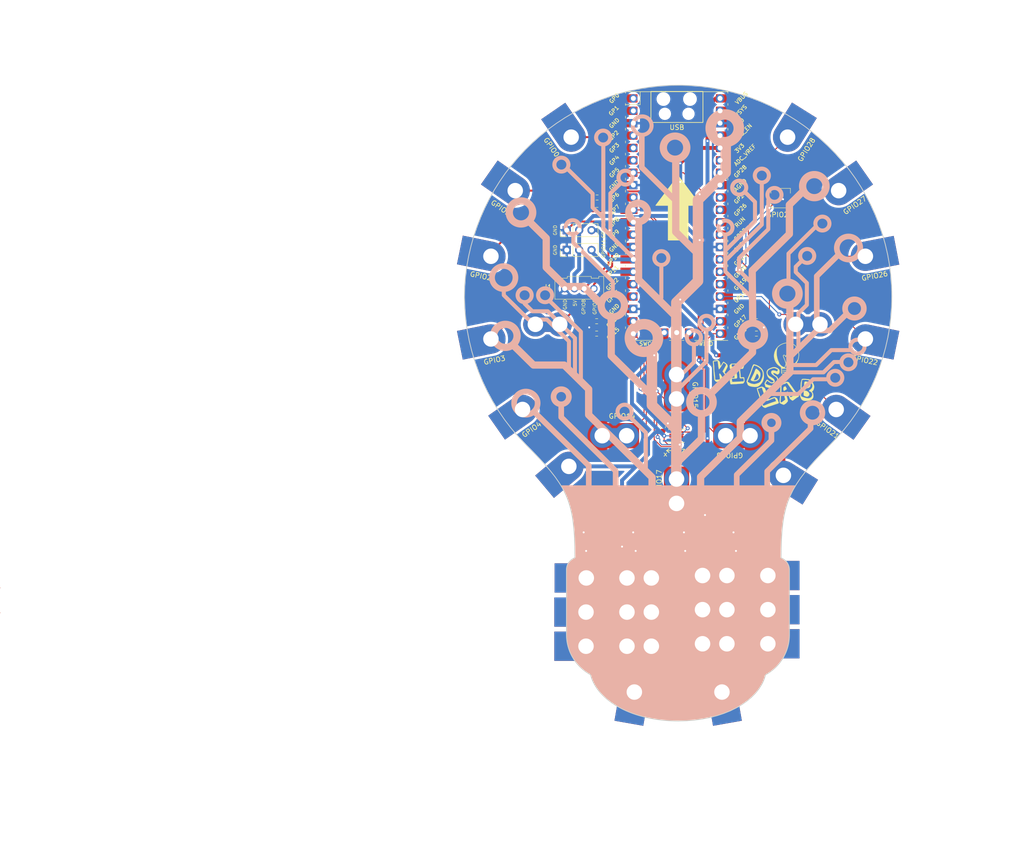
<source format=kicad_pcb>
(kicad_pcb (version 20221018) (generator pcbnew)
  (layers (0 "F.Cu" signal) (31 "B.Cu" signal) (34 "B.Paste" user) (35 "F.Paste" user) (36 "B.SilkS" user "B.Silkscreen") (37 "F.SilkS" user "F.Silkscreen") (38 "B.Mask" user) (39 "F.Mask" user) (44 "Edge.Cuts" user))
  (net 0 "")
  (net 1 "GPIO10")
  (net 2 "GPIO11")
  (net 3 "GPIO12")
  (net 4 "GND")
  (net 5 "GPIO14")
  (net 6 "GPIO15")
  (net 7 "GPIO16")
  (net 8 "GPIO17")
  (net 9 "GPIO20{slash}Buzzer")
  (net 10 "GPIO9{slash}GROVE_RX")
  (net 11 "GPIO8{slash}GROVE_TX")
  (net 12 "+5V")
  (net 13 "+3V3")
  (net 14 "Net-(D1-DOUT)")
  (net 15 "Net-(D2-DOUT)")
  (net 16 "Net-(D3-DOUT)")
  (net 18 "Net-(U1-GPIO13)")
  (net 19 "Net-(U1-GPIO0)")
  (net 20 "Net-(U1-GPIO1)")
  (net 21 "Net-(U1-GPIO2)")
  (net 22 "Net-(U1-GPIO3)")
  (net 23 "Net-(U1-GPIO4)")
  (net 24 "Net-(U1-GPIO28_ADC2)")
  (net 25 "Net-(U1-GPIO27_ADC1)")
  (net 26 "Net-(U1-GPIO26_ADC0)")
  (net 27 "Net-(U1-GPIO22)")
  (net 28 "Net-(U1-GPIO21)")
  (net 29 "Net-(U1-GPIO18)")
  (net 30 "GPIO6{slash}SDA1")
  (net 31 "GPIO7{slash}SCL1")
  (net 32 "GPIO5{slash}INTR")
  (footprint "Resistor_SMD:R_0603_1608Metric" (layer "F.Cu") (at 133.223 86.995 180)
    (fp_text reference "R2" hide)
    (fp_text value "1M")
  )
  (footprint "kidslab:Edgeconnector" (layer "F.Cu") (at 127.938 49.154 124.5)
    (fp_text reference "GPIO0")
    (fp_text value "kroko_edge")
  )
  (footprint "kidslab:birne" (layer "F.Cu") (at 149.938 82.287721)
    (fp_text reference "REF**" hide)
    (fp_text value "birne")
    (fp_poly (pts (xy 2.684426 -43.632876) (xy 4.777506 -43.458086) (xy 6.852776 -43.184543) (xy 8.906964 -42.813602) (xy 10.936798 -42.346618) (xy 12.939007 -41.784947) (xy 14.910318 -41.129943) (xy 16.84746 -40.382961) (xy 18.74716 -39.545357) (xy 20.606146 -38.618486) (xy 22.421147 -37.603702) (xy 24.18889 -36.502361) (xy 25.906104 -35.315818) (xy 27.569516 -34.045428) (xy 29.175855 -32.692546) (xy 30.721848 -31.258526) (xy 32.248833 -29.707866) (xy 33.688957 -28.089408) (xy 35.040633 -26.406886) (xy 36.302272 -24.664032) (xy 37.472285 -22.86458) (xy 38.549084 -21.012262) (xy 39.531079 -19.110813) (xy 40.416683 -17.163965) (xy 41.204306 -15.175452) (xy 41.892359 -13.149006) (xy 42.479256 -11.088361) (xy 42.963405 -8.99725) (xy 43.34322 -6.879406) (xy 43.61711 -4.738563) (xy 43.783489 -2.578453) (xy 43.840766 -0.40281) (xy 43.839236 -0.401462) (xy 43.787952 1.739396) (xy 43.630711 3.865632) (xy 43.369008 5.973655) (xy 43.004338 8.059869) (xy 42.538194 10.120683) (xy 41.97207 12.152501) (xy 41.307462 14.151732) (xy 40.545863 16.11478) (xy 39.688767 18.038054) (xy 38.737669 19.917959) (xy 37.694064 21.750902) (xy 36.559445 23.53329) (xy 35.335307 25.261528) (xy 34.023144 26.932024) (xy 32.62445 28.541184) (xy 31.14072 30.085414) (xy 31.14072 30.08627) (xy 29.622888 31.631753) (xy 28.26175 33.073673) (xy 27.049197 34.431438) (xy 25.977118 35.724452) (xy 25.037406 36.972124) (xy 24.221951 38.19386) (xy 23.522645 39.409065) (xy 22.931377 40.637147) (xy 22.44004 41.897512) (xy 22.040523 43.209567) (xy 21.724719 44.592717) (xy 21.484517 46.066371) (xy 21.311809 47.649933) (xy 21.198486 49.362811) (xy 21.136439 51.224411) (xy 21.117559 53.25414) (xy 21.299964 53.330012) (xy 21.474389 53.418401) (xy 21.640379 53.518672) (xy 21.797478 53.630193) (xy 21.945228 53.752332) (xy 22.083174 53.884455) (xy 22.21086 54.025928) (xy 22.327828 54.17612) (xy 22.433624 54.334397) (xy 22.527791 54.500126) (xy 22.609872 54.672674) (xy 22.679411 54.851408) (xy 22.735953 55.035695) (xy 22.77904 55.224902) (xy 22.808216 55.418396) (xy 22.823026 55.615544) (xy 22.823026 69.048426) (xy 22.817049 69.363137) (xy 22.800492 69.676828) (xy 22.773429 69.989243) (xy 22.73593 70.300126) (xy 22.688069 70.609221) (xy 22.629917 70.916271) (xy 22.561546 71.221021) (xy 22.483028 71.523214) (xy 22.394435 71.822596) (xy 22.295839 72.118909) (xy 22.187312 72.411897) (xy 22.068926 72.701306) (xy 21.940754 72.986878) (xy 21.802866 73.268357) (xy 21.655336 73.545489) (xy 21.498234 73.818016) (xy 21.331835 74.085104) (xy 21.156892 74.345911) (xy 20.973594 74.600253) (xy 20.78213 74.847946) (xy 20.58269 75.088807) (xy 20.375461 75.322653) (xy 20.160634 75.549301) (xy 19.938396 75.768566) (xy 19.708937 75.980267) (xy 19.472445 76.184218) (xy 19.22911 76.380238) (xy 18.979121 76.568143) (xy 18.722666 76.747749) (xy 18.459934 76.918873) (xy 18.191114 77.081331) (xy 17.916395 77.234941) (xy 17.775701 77.74225) (xy 17.600122 78.240639) (xy 17.39044 78.729638) (xy 17.14744 79.208776) (xy 16.564615 80.135581) (xy 15.857914 81.017286) (xy 15.033602 81.850119) (xy 14.097948 82.630312) (xy 13.057216 83.354093) (xy 11.917673 84.017693) (xy 10.685585 84.617342) (xy 9.367219 85.149269) (xy 7.968842 85.609705) (xy 6.496719 85.994879) (xy 4.957116 86.301022) (xy 3.356301 86.524363) (xy 1.70054 86.661132) (xy -0.003902 86.707559) (xy -0.861819 86.6958) (xy -1.708359 86.660842) (xy -2.542749 86.603167) (xy -3.364214 86.523254) (xy -4.171982 86.421585) (xy -4.965278 86.298641) (xy -5.743329 86.154902) (xy -6.505361 85.990848) (xy -7.250601 85.806961) (xy -7.978275 85.603722) (xy -8.687609 85.38161) (xy -9.377829 85.141107) (xy -10.048163 84.882693) (xy -10.697835 84.60685) (xy -11.326073 84.314057) (xy -11.932104 84.004796) (xy -12.515152 83.679547) (xy -13.074445 83.338791) (xy -13.609209 82.983008) (xy -14.11867 82.61268) (xy -14.602055 82.228287) (xy -15.05859 81.83031) (xy -15.487501 81.419229) (xy -15.888015 80.995525) (xy -16.259358 80.559679) (xy -16.600756 80.112172) (xy -16.911435 79.653484) (xy -17.190623 79.184095) (xy -17.437545 78.704488) (xy -17.651428 78.215142) (xy -17.831497 77.716538) (xy -17.976981 77.209157) (xy -18.252139 77.055754) (xy -18.521452 76.893502) (xy -18.784725 76.722583) (xy -19.041764 76.543178) (xy -19.292376 76.355471) (xy -19.536365 76.159641) (xy -19.773538 75.955871) (xy -20.0037 75.744343) (xy -20.226658 75.525239) (xy -20.442216 75.29874) (xy -20.650182 75.065029) (xy -20.85036 74.824287) (xy -21.042557 74.576695) (xy -21.226578 74.322436) (xy -21.402229 74.061692) (xy -21.569316 73.794644) (xy -21.727506 73.522089) (xy -21.8761 73.24491) (xy -22.015027 72.963363) (xy -22.144217 72.677705) (xy -22.263599 72.388193) (xy -22.373103 72.095083) (xy -22.472658 71.798633) (xy -22.562194 71.4991) (xy -22.641641 71.19674) (xy -22.710927 70.89181) (xy -22.769982 70.584568) (xy -22.818737 70.27527) (xy -22.85712 69.964172) (xy -22.88506 69.651533) (xy -22.902489 69.337608) (xy -22.909334 69.022654) (xy -22.909334 55.588579) (xy -22.903405 55.48905) (xy -22.89378 55.390377) (xy -22.880518 55.29264) (xy -22.863679 55.19592) (xy -22.84332 55.100298) (xy -22.819501 55.005853) (xy -22.792281 54.912667) (xy -22.761717 54.820819) (xy -22.72787 54.73039) (xy -22.690797 54.641461) (xy -22.650558 54.554112) (xy -22.60721 54.468423) (xy -22.560814 54.384474) (xy -22.511428 54.302347) (xy -22.459109 54.222122) (xy -22.403919 54.143878) (xy -22.345914 54.067697) (xy -22.285154 53.99366) (xy -22.221697 53.921845) (xy -22.155602 53.852334) (xy -22.086929 53.785208) (xy -22.015735 53.720545) (xy -21.942081 53.658428) (xy -21.866023 53.598937) (xy -21.787621 53.542152) (xy -21.706934 53.488153) (xy -21.624021 53.43702) (xy -21.53894 53.388835) (xy -21.45175 53.343678) (xy -21.36251 53.301628) (xy -21.271279 53.262767) (xy -21.178115 53.227175) (xy -21.178115 53.070213) (xy -21.199881 50.948204) (xy -21.269813 49.015479) (xy -21.394868 47.251015) (xy -21.582 45.633789) (xy -21.701019 44.873821) (xy -21.838165 44.142779) (xy -21.994308 43.438036) (xy -22.170318 42.756963) (xy -22.367063 42.096932) (xy -22.585413 41.455317) (xy -22.826237 40.829489) (xy -23.090405 40.216819) (xy -23.378787 39.614682) (xy -23.692251 39.020448) (xy -24.031667 38.431489) (xy -24.397905 37.845179) (xy -25.214321 36.669991) (xy -26.148455 35.473862) (xy -27.207263 34.235768) (xy -28.397698 32.934687) (xy -29.726717 31.549597) (xy -31.201275 30.059475) (xy -32.763398 28.411334) (xy -34.229853 26.692041) (xy -35.598997 24.905836) (xy -36.869188 23.056957) (xy -38.038784 21.149641) (xy -39.106143 19.188127) (xy -40.069623 17.176654) (xy -40.927581 15.11946) (xy -41.678377 13.020783) (xy -42.320367 10.884862) (xy -42.851909 8.715934) (xy -43.271363 6.518239) (xy -43.577085 4.296015) (xy -43.767433 2.0535) (xy -43.840766 -0.205068) (xy -43.795442 -2.475451) (xy -43.614839 -4.576443) (xy -43.335028 -6.657904) (xy -42.957522 -8.716636) (xy -42.483831 -10.74944) (xy -41.915465 -12.753119) (xy -41.253936 -14.724474) (xy -40.500755 -16.660307) (xy -39.657433 -18.557419) (xy -38.725481 -20.412613) (xy -37.706411 -22.22269) (xy -36.601732 -23.984452) (xy -35.412956 -25.694701) (xy -34.141594 -27.350239) (xy -32.789157 -28.947868) (xy -31.357156 -30.484388) (xy -29.847103 -31.956603) (xy -28.268272 -33.354742) (xy -26.631021 -34.670321) (xy -24.93865 -35.902069) (xy -23.194458 -37.048713) (xy -21.401744 -38.108983) (xy -19.563809 -39.081606) (xy -17.683952 -39.965312) (xy -15.765473 -40.758828) (xy -13.811671 -41.460883) (xy -11.825846 -42.070206) (xy -9.811297 -42.585526) (xy -7.771325 -43.005569) (xy -5.709229 -43.329066) (xy -3.628308 -43.554744) (xy -1.531862 -43.681332) (xy 0.576809 -43.707558)) (stroke (width 0.17)) (fill none) (layer "Edge.Cuts"))
  )
  (footprint "kidslab:Edgeconnector" (layer "F.Cu") (at 171.612805 118.662992 -32)
    (fp_text reference "E39" hide)
    (fp_text value "kroko_edge")
  )
  (footprint "pi-pico:RPi_Pico_SMD_TH" (layer "F.Cu") (at 149.638 65.424)
    (fp_text reference "U1" hide)
    (fp_text value "Pico")
  )
  (footprint "kidslab:Edgeconnector" (layer "F.Cu") (at 168.438 146.154)
    (fp_text reference "E30" hide)
    (fp_text value "kroko_edge")
  )
  (footprint "kidslab:KrokoConnector" (layer "F.Cu") (at 176.53 87.63)
    (fp_text reference "GPIO18")
    (fp_text value "kroko_board")
  )
  (footprint "kidslab:Edgeconnector" (layer "F.Cu") (at 188.438 73.654 11)
    (fp_text reference "GPIO26")
    (fp_text value "kroko_edge")
  )
  (footprint "kidslab:Edgeconnector" (layer "F.Cu") (at 182.938 60.154 35)
    (fp_text reference "GPIO27")
    (fp_text value "kroko_edge")
  )
  (footprint "kidslab:Edgeconnector" (layer "F.Cu") (at 182.438 105.154 -35.5)
    (fp_text reference "GPIO21")
    (fp_text value "kroko_edge")
  )
  (footprint "kidslab:Edgeconnector" (layer "F.Cu") (at 130.938 153.654 180)
    (fp_text reference "E34" hide)
    (fp_text value "kroko_edge")
  )
  (footprint "Resistor_SMD:R_0603_1608Metric" (layer "F.Cu") (at 133.287 64.1604)
    (fp_text reference "R6" hide)
    (fp_text value "10k")
  )
  (footprint "kidslab:KrokoConnector" (layer "F.Cu") (at 157.438 139.154)
    (fp_text reference "B6")
    (fp_text value "kroko_board")
  )
  (footprint "kidslab:Buzzer-FUET-4020" (layer "F.Cu") (at 170.9648 61.7474)
    (fp_text reference "BZ1" hide)
    (fp_text value "Buzzer-FUET-4020")
  )
  (footprint "kidslab:Edgeconnector" (layer "F.Cu") (at 158.938 163.154 -80)
    (fp_text reference "E37" hide)
    (fp_text value "kroko_edge")
  )
  (footprint "kidslab:Edgeconnector" (layer "F.Cu") (at 127.438 116.832 -140)
    (fp_text reference "E40" hide)
    (fp_text value "kroko_edge")
  )
  (footprint "Capacitor_SMD:C_0603_1608Metric" (layer "F.Cu") (at 145.682 134.112 180)
    (fp_text reference "C7" hide)
    (fp_text value "100nF")
  )
  (footprint "kidslab:Edgeconnector" (layer "F.Cu") (at 117.938 105.154 -145)
    (fp_text reference "GPIO4")
    (fp_text value "kroko_edge")
  )
  (footprint "kidslab:Kroko_Arrow" (layer "F.Cu") (at 149.606 100.388 -90)
    (fp_text reference "GPIO15")
    (fp_text value "arrow")
  )
  (footprint "Capacitor_SMD:C_0603_1608Metric" (layer "F.Cu") (at 149.606 107.95 180)
    (fp_text reference "C4" hide)
    (fp_text value "100nF")
  )
  (footprint "kidslab:Edgeconnector" (layer "F.Cu") (at 168.438 139.154)
    (fp_text reference "E31" hide)
    (fp_text value "kroko_edge")
  )
  (footprint "Capacitor_SMD:C_0603_1608Metric" (layer "F.Cu") (at 166.116 134.112 180)
    (fp_text reference "C9" hide)
    (fp_text value "100nF")
  )
  (footprint "Capacitor_SMD:C_0603_1608Metric" (layer "F.Cu") (at 135.509 134.112 180)
    (fp_text reference "C6" hide)
    (fp_text value "100nF")
  )
  (footprint "kidslab:WS2812B-Mini" (layer "F.Cu") (at 164.62 131.205 180)
    (fp_text reference "D4")
    (fp_text value "WS2812B-Mini")
  )
  (footprint "kidslab:Edgeconnector" (layer "F.Cu") (at 111.438 90.654 -168.5)
    (fp_text reference "GPIO3")
    (fp_text value "kroko_edge")
  )
  (footprint "kidslab:Edgeconnector" (layer "F.Cu") (at 116.438 60.154 145)
    (fp_text reference "GPIO1")
    (fp_text value "kroko_edge")
  )
  (footprint "kidslab:Edgeconnector" (layer "F.Cu") (at 140.938 163.154 -100)
    (fp_text reference "E38" hide)
    (fp_text value "kroko_edge")
  )
  (footprint "kidslab:HY-4A-THT" (layer "F.Cu") (at 129.6576 80.3148 180)
    (fp_text reference "J1")
    (fp_text value "HY-4A")
  )
  (footprint "kidslab:KrokoConnector" (layer "F.Cu") (at 157.438 153.154)
    (fp_text reference "B1")
    (fp_text value "kroko_board")
  )
  (footprint "kidslab:Edgeconnector" (layer "F.Cu") (at 130.998 139.654 180)
    (fp_text reference "E33" hide)
    (fp_text value "kroko_edge")
  )
  (footprint "kidslab:WS2812B-Mini" (layer "F.Cu") (at 134.14 131.205 180)
    (fp_text reference "D1")
    (fp_text value "WS2812B-Mini")
  )
  (footprint "kidslab:Edgeconnector" (layer "F.Cu") (at 111.438 73.654 168.5)
    (fp_text reference "GPIO2")
    (fp_text value "kroko_edge")
  )
  (footprint "kidslab:Edgeconnector" (layer "F.Cu") (at 168.438 153.154)
    (fp_text reference "E35" hide)
    (fp_text value "kroko_edge")
  )
  (footprint "Resistor_SMD:R_0603_1608Metric" (layer "F.Cu") (at 165.989 86.995)
    (fp_text reference "R3" hide)
    (fp_text value "1M")
  )
  (footprint "kidslab:KrokoConnector" (layer "F.Cu") (at 141.938 146.654)
    (fp_text reference "B2")
    (fp_text value "kroko_board")
  )
  (footprint "kidslab:KrokoConnector" (layer "F.Cu") (at 141.938 153.654)
    (fp_text reference "B4")
    (fp_text value "kroko_board")
  )
  (footprint "Package_LGA:LGA-14_3x2.5mm_P0.5mm_LayoutBorder3x4y" (layer "F.Cu") (at 149.606 110.474 180)
    (fp_text reference "U2" hide)
    (fp_text value "LSM6DS3TR-C")
  )
  (footprint "Resistor_SMD:R_0603_1608Metric" (layer "F.Cu") (at 133.223 89.535 180)
    (fp_text reference "R1" hide)
    (fp_text value "1M")
  )
  (footprint "kidslab:WS2812B-Mini" (layer "F.Cu") (at 154.46 131.205 180)
    (fp_text reference "D3")
    (fp_text value "WS2812B-Mini")
  )
  (footprint "kidslab:Kroko_Arrow" (layer "F.Cu") (at 136.828 110.474)
    (fp_text reference "GPIO14")
    (fp_text value "arrow")
  )
  (footprint "kidslab:KrokoConnector" (layer "F.Cu") (at 141.938 139.654)
    (fp_text reference "B3")
    (fp_text value "kroko_board")
  )
  (footprint "Capacitor_SMD:C_0603_1608Metric" (layer "F.Cu") (at 146.812 108.725 90)
    (fp_text reference "C5" hide)
    (fp_text value "100nF")
  )
  (footprint "Connector_PinHeader_2.54mm:PinHeader_1x03_P2.54mm_Vertical" (layer "F.Cu") (at 127.093 72.382 90)
    (fp_text reference "J3" hide)
    (fp_text value "pin_header_1x3" hide)
  )
  (footprint "kidslab:Edgeconnector" (layer "F.Cu") (at 130.938 146.654 180)
    (fp_text reference "E32" hide)
    (fp_text value "kroko_edge")
  )
  (footprint "Connector_PinHeader_2.54mm:PinHeader_1x03_P2.54mm_Vertical" (layer "F.Cu") (at 127.093 68.318 90)
    (fp_text reference "J2" hide)
    (fp_text value "pin_header_1x3" hide)
  )
  (footprint "kidslab:WS2812B-Mini" (layer "F.Cu") (at 144.3 131.205 180)
    (fp_text reference "D2")
    (fp_text value "WS2812B-Mini")
  )
  (footprint "kidslab:Edgeconnector" (layer "F.Cu") (at 172.438 49.154 58)
    (fp_text reference "GPIO28")
    (fp_text value "kroko_edge")
  )
  (footprint "kidslab:KrokoConnector" (layer "F.Cu") (at 157.438 146.154)
    (fp_text reference "B5")
    (fp_text value "kroko_board")
  )
  (footprint "kidslab:KrokoConnector" (layer "F.Cu") (at 123.15 87.63)
    (fp_text reference "GPIO13")
    (fp_text value "kroko_board")
  )
  (footprint "Resistor_SMD:R_0603_1608Metric" (layer "F.Cu") (at 165.989 89.535)
    (fp_text reference "R4" hide)
    (fp_text value "1M")
  )
  (footprint "kidslab:Edgeconnector" (layer "F.Cu") (at 188.438 90.654 -11.5)
    (fp_text reference "GPIO22")
    (fp_text value "kroko_edge")
  )
  (footprint "Resistor_SMD:R_0603_1608Metric" (layer "F.Cu") (at 133.3124 61.6204)
    (fp_text reference "R5" hide)
    (fp_text value "10k")
  )
  (footprint "kidslab:Kroko_Arrow" (layer "F.Cu") (at 149.606 121.904 90)
    (fp_text reference "GPIO17")
    (fp_text value "arrow")
  )
  (footprint "kidslab:Kroko_Arrow" (layer "F.Cu") (at 162.228 110.474 180)
    (fp_text reference "GPIO16")
    (fp_text value "arrow")
  )
  (footprint "Capacitor_SMD:C_0603_1608Metric" (layer "F.Cu") (at 155.829 134.112 180)
    (fp_text reference "C8" hide)
    (fp_text value "100nF")
  )
  (gr_poly (pts (xy 126.058107 100.4409) (xy 126.163178 100.448801) (xy 126.266739 100.461811) (xy 126.368661 100.479801) (xy 126.468809 100.502642) (xy 126.567056 100.530204) (xy 126.663267 100.562358) (xy 126.757313 100.598975) (xy 126.849062 100.639925) (xy 126.938383 100.685079) (xy 127.025145 100.734307) (xy 127.109216 100.787481) (xy 127.190465 100.84447) (xy 127.268762 100.905146) (xy 127.343974 100.969379) (xy 127.41597 101.03704) (xy 127.48462 101.107999) (xy 127.549792 101.182128) (xy 127.611355 101.259296) (xy 127.669178 101.339375) (xy 127.723128 101.422235) (xy 127.773076 101.507746) (xy 127.81889 101.59578) (xy 127.860439 101.686208) (xy 127.89759 101.778899) (xy 127.930215 101.873724) (xy 127.958179 101.970554) (xy 127.981354 102.069261) (xy 127.999608 102.169713) (xy 128.012808 102.271783) (xy 128.020825 102.37534) (xy 128.023526 102.480255) (xy 128.021539 102.570205) (xy 128.015634 102.659159) (xy 128.005893 102.747037) (xy 127.992399 102.833758) (xy 127.975235 102.919243) (xy 127.954484 103.00341) (xy 127.930228 103.086179) (xy 127.90255 103.167469) (xy 127.871534 103.247201) (xy 127.837261 103.325294) (xy 127.799815 103.401666) (xy 127.759279 103.476239) (xy 127.715735 103.548931) (xy 127.669265 103.619662) (xy 127.619954 103.688351) (xy 127.567883 103.754918) (xy 127.513135 103.819283) (xy 127.455794 103.881364) (xy 127.395942 103.941083) (xy 127.333661 103.998357) (xy 127.269035 104.053107) (xy 127.202146 104.105252) (xy 127.133078 104.154712) (xy 127.061912 104.201406) (xy 126.988732 104.245254) (xy 126.91362 104.286175) (xy 126.83666 104.32409) (xy 126.757934 104.358916) (xy 126.677525 104.390575) (xy 126.595515 104.418985) (xy 126.511988 104.444066) (xy 126.427026 104.465737) (xy 126.431582 104.482095) (xy 126.435758 104.498587) (xy 126.439484 104.515226) (xy 126.442689 104.532022) (xy 126.445304 104.548987) (xy 126.447259 104.56613) (xy 126.447967 104.574773) (xy 126.448483 104.583465) (xy 126.448799 104.592207) (xy 126.448907 104.601001) (xy 126.448907 106.486848) (xy 137.471598 117.351001) (xy 137.488582 117.368541) (xy 137.504594 117.386826) (xy 137.519616 117.405815) (xy 137.533632 117.425465) (xy 137.546624 117.445734) (xy 137.558575 117.466579) (xy 137.569469 117.487957) (xy 137.579289 117.509825) (xy 137.588017 117.532142) (xy 137.595636 117.554864) (xy 137.60213 117.577949) (xy 137.607482 117.601354) (xy 137.611674 117.625037) (xy 137.614689 117.648955) (xy 137.616511 117.673065) (xy 137.617122 117.697325) (xy 137.617122 121.182136) (xy 136.622623 121.182136) (xy 136.622623 117.900215) (xy 125.599931 107.036386) (xy 125.582947 107.018796) (xy 125.566936 107.00048) (xy 125.551913 106.981477) (xy 125.537897 106.961825) (xy 125.524905 106.941564) (xy 125.512953 106.920733) (xy 125.502058 106.899372) (xy 125.492238 106.87752) (xy 125.483509 106.855215) (xy 125.475889 106.832498) (xy 125.469394 106.809407) (xy 125.464042 106.785982) (xy 125.45985 106.762262) (xy 125.456835 106.738286) (xy 125.455013 106.714094) (xy 125.454402 106.689724) (xy 125.454402 104.601001) (xy 125.454502 104.592207) (xy 125.454797 104.583465) (xy 125.455281 104.574774) (xy 125.455946 104.566132) (xy 125.457795 104.54899) (xy 125.460288 104.532027) (xy 125.463371 104.515232) (xy 125.466989 104.498593) (xy 125.471089 104.482099) (xy 125.475614 104.465737) (xy 125.390655 104.444066) (xy 125.307135 104.418985) (xy 125.225135 104.390575) (xy 125.144739 104.358916) (xy 125.066028 104.32409) (xy 124.989087 104.286175) (xy 124.840838 104.201406) (xy 124.700655 104.105252) (xy 124.569197 103.998357) (xy 124.447124 103.881364) (xy 124.335097 103.754918) (xy 124.233776 103.619662) (xy 124.143822 103.476239) (xy 124.103314 103.401666) (xy 124.065895 103.325294) (xy 124.031648 103.247201) (xy 124.000655 103.167469) (xy 123.973 103.086179) (xy 123.948764 103.00341) (xy 123.92803 102.919243) (xy 123.910881 102.833758) (xy 123.897399 102.747037) (xy 123.887667 102.659159) (xy 123.881767 102.570205) (xy 123.879783 102.480255) (xy 124.874281 102.480255) (xy 124.875686 102.534813) (xy 124.879854 102.588664) (xy 124.886718 102.641741) (xy 124.896209 102.693977) (xy 124.908259 102.745305) (xy 124.922801 102.795657) (xy 124.939764 102.844967) (xy 124.959083 102.893166) (xy 124.980687 102.940188) (xy 125.004509 102.985965) (xy 125.030482 103.030431) (xy 125.058535 103.073518) (xy 125.088602 103.115158) (xy 125.120614 103.155285) (xy 125.154503 103.193831) (xy 125.1902 103.230729) (xy 125.227638 103.265911) (xy 125.266748 103.299312) (xy 125.307462 103.330862) (xy 125.349711 103.360495) (xy 125.393428 103.388145) (xy 125.438545 103.413742) (xy 125.484992 103.437221) (xy 125.532702 103.458514) (xy 125.581607 103.477554) (xy 125.631638 103.494274) (xy 125.682727 103.508605) (xy 125.734806 103.520482) (xy 125.787807 103.529836) (xy 125.841662 103.536601) (xy 125.896301 103.540709) (xy 125.951657 103.542094) (xy 126.007013 103.540709) (xy 126.061652 103.536601) (xy 126.115506 103.529836) (xy 126.168506 103.520482) (xy 126.220585 103.508605) (xy 126.271674 103.494274) (xy 126.321704 103.477554) (xy 126.370609 103.458514) (xy 126.418319 103.437221) (xy 126.464766 103.413742) (xy 126.509882 103.388145) (xy 126.553599 103.360495) (xy 126.595848 103.330862) (xy 126.636562 103.299312) (xy 126.675671 103.265911) (xy 126.713109 103.230729) (xy 126.748806 103.193831) (xy 126.782695 103.155285) (xy 126.814707 103.115158) (xy 126.844774 103.073518) (xy 126.872827 103.030431) (xy 126.898799 102.985965) (xy 126.922621 102.940188) (xy 126.944226 102.893166) (xy 126.963544 102.844967) (xy 126.980508 102.795657) (xy 126.995049 102.745305) (xy 127.007099 102.693977) (xy 127.016591 102.641741) (xy 127.023455 102.588664) (xy 127.027623 102.534813) (xy 127.029028 102.480255) (xy 127.027623 102.425697) (xy 127.023455 102.371844) (xy 127.016591 102.318766) (xy 127.007099 102.266529) (xy 126.995049 102.2152) (xy 126.980508 102.164847) (xy 126.963544 102.115537) (xy 126.944226 102.067337) (xy 126.922621 102.020315) (xy 126.898799 101.974537) (xy 126.872827 101.93007) (xy 126.844774 101.886983) (xy 126.814707 101.845343) (xy 126.782695 101.805215) (xy 126.748806 101.766669) (xy 126.713109 101.729771) (xy 126.675671 101.694588) (xy 126.636562 101.661187) (xy 126.595848 101.629637) (xy 126.553599 101.600003) (xy 126.509882 101.572354) (xy 126.464766 101.546756) (xy 126.418319 101.523277) (xy 126.370609 101.501984) (xy 126.321704 101.482944) (xy 126.271674 101.466224) (xy 126.220585 101.451893) (xy 126.168506 101.440016) (xy 126.115506 101.430662) (xy 126.061652 101.423897) (xy 126.007013 101.419788) (xy 125.951657 101.418404) (xy 125.896301 101.419788) (xy 125.841662 101.423897) (xy 125.787807 101.430662) (xy 125.734806 101.440016) (xy 125.682727 101.451893) (xy 125.631638 101.466224) (xy 125.581607 101.482944) (xy 125.532702 101.501984) (xy 125.484992 101.523277) (xy 125.438545 101.546756) (xy 125.393428 101.572354) (xy 125.349711 101.600003) (xy 125.307462 101.629637) (xy 125.266748 101.661187) (xy 125.227638 101.694588) (xy 125.1902 101.729771) (xy 125.154503 101.766669) (xy 125.120614 101.805215) (xy 125.088602 101.845343) (xy 125.058535 101.886983) (xy 125.030482 101.93007) (xy 125.004509 101.974537) (xy 124.980687 102.020315) (xy 124.959083 102.067337) (xy 124.939764 102.115537) (xy 124.922801 102.164847) (xy 124.908259 102.2152) (xy 124.896209 102.266529) (xy 124.886718 102.318766) (xy 124.879854 102.371844) (xy 124.875686 102.425697) (xy 124.874281 102.480255) (xy 123.879783 102.480255) (xy 123.882483 102.37534) (xy 123.890497 102.271783) (xy 123.903693 102.169713) (xy 123.921941 102.069261) (xy 123.945109 101.970554) (xy 123.973066 101.873724) (xy 124.005681 101.778899) (xy 124.042824 101.686208) (xy 124.084362 101.59578) (xy 124.130166 101.507746) (xy 124.180103 101.422235) (xy 124.234044 101.339375) (xy 124.291856 101.259296) (xy 124.35341 101.182128) (xy 124.418573 101.107999) (xy 124.487215 101.03704) (xy 124.559204 100.969379) (xy 124.634411 100.905146) (xy 124.712702 100.84447) (xy 124.793949 100.787481) (xy 124.878019 100.734307) (xy 124.964781 100.685079) (xy 125.054105 100.639925) (xy 125.145859 100.598975) (xy 125.239912 100.562358) (xy 125.336134 100.530204) (xy 125.434392 100.502642) (xy 125.534557 100.479801) (xy 125.636497 100.461811) (xy 125.740081 100.448801) (xy 125.845178 100.4409) (xy 125.951657 100.438237)) (stroke (width 0.17)) (fill solid) (layer "B.SilkS"))
  (gr_poly (pts (xy 169.169911 105.896692) (xy 169.269372 105.904171) (xy 169.367403 105.916485) (xy 169.463881 105.933513) (xy 169.558681 105.955132) (xy 169.651679 105.98122) (xy 169.742751 106.011654) (xy 169.831773 106.046312) (xy 169.91862 106.085072) (xy 170.003168 106.127811) (xy 170.085293 106.174407) (xy 170.164871 106.224737) (xy 170.241778 106.278679) (xy 170.31589 106.336111) (xy 170.387081 106.39691) (xy 170.455229 106.460953) (xy 170.520209 106.528119) (xy 170.581897 106.598285) (xy 170.640168 106.671329) (xy 170.694899 106.747128) (xy 170.745965 106.825559) (xy 170.793241 106.906501) (xy 170.836605 106.989831) (xy 170.875931 107.075426) (xy 170.911096 107.163164) (xy 170.941975 107.252924) (xy 170.968444 107.344581) (xy 170.99038 107.438015) (xy 171.007656 107.533102) (xy 171.020151 107.629721) (xy 171.027738 107.727748) (xy 171.030295 107.827061) (xy 171.028482 107.910651) (xy 171.023091 107.993336) (xy 171.014197 108.075045) (xy 171.001874 108.155703) (xy 170.986197 108.23524) (xy 170.967239 108.313584) (xy 170.945074 108.390661) (xy 170.919778 108.4664) (xy 170.891424 108.540729) (xy 170.860087 108.613575) (xy 170.82584 108.684866) (xy 170.788758 108.75453) (xy 170.748915 108.822495) (xy 170.706385 108.888688) (xy 170.661244 108.953038) (xy 170.613563 109.015472) (xy 170.56342 109.075917) (xy 170.510886 109.134303) (xy 170.456037 109.190556) (xy 170.398946 109.244604) (xy 170.339689 109.296375) (xy 170.278339 109.345798) (xy 170.21497 109.392798) (xy 170.149657 109.437306) (xy 170.082474 109.479247) (xy 170.013495 109.518551) (xy 169.942794 109.555144) (xy 169.870446 109.588955) (xy 169.796524 109.619912) (xy 169.721104 109.647941) (xy 169.644259 109.672972) (xy 169.566063 109.694931) (xy 169.566063 111.475566) (xy 169.565452 111.499769) (xy 169.56363 111.523829) (xy 169.560614 111.547704) (xy 169.556419 111.57135) (xy 169.551064 111.594724) (xy 169.544563 111.617782) (xy 169.536934 111.640483) (xy 169.528193 111.662782) (xy 169.518356 111.684637) (xy 169.507441 111.706005) (xy 169.495463 111.726842) (xy 169.482439 111.747106) (xy 169.468386 111.766754) (xy 169.45332 111.785741) (xy 169.437258 111.804026) (xy 169.420216 111.821565) (xy 162.452086 118.689593) (xy 162.452086 121.182149) (xy 161.457588 121.182149) (xy 161.457588 118.486691) (xy 161.458199 118.462434) (xy 161.46002 118.438333) (xy 161.463035 118.41443) (xy 161.467227 118.390765) (xy 161.472578 118.367379) (xy 161.479071 118.344315) (xy 161.48669 118.321612) (xy 161.495418 118.299312) (xy 161.505237 118.277457) (xy 161.516131 118.256087) (xy 161.528083 118.235243) (xy 161.541075 118.214968) (xy 161.555091 118.195301) (xy 161.570114 118.176285) (xy 161.586126 118.157959) (xy 161.603111 118.140367) (xy 168.571565 111.272352) (xy 168.571565 109.694931) (xy 168.493371 109.672914) (xy 168.41653 109.647831) (xy 168.267201 109.588755) (xy 168.12417 109.518281) (xy 167.988029 109.436985) (xy 167.859373 109.345442) (xy 167.738794 109.24423) (xy 167.626885 109.133925) (xy 167.524238 109.015102) (xy 167.431447 108.888339) (xy 167.349104 108.754211) (xy 167.277803 108.613295) (xy 167.246479 108.540471) (xy 167.218136 108.466167) (xy 167.192851 108.390453) (xy 167.170697 108.313403) (xy 167.151747 108.235088) (xy 167.136077 108.15558) (xy 167.12376 108.074951) (xy 167.114871 107.993274) (xy 167.109483 107.91062) (xy 167.10767 107.827061) (xy 168.102169 107.827061) (xy 168.10343 107.876017) (xy 168.107172 107.924341) (xy 168.113334 107.971972) (xy 168.121855 108.018848) (xy 168.132673 108.064911) (xy 168.145727 108.1101) (xy 168.160956 108.154353) (xy 168.178298 108.197611) (xy 168.197692 108.239814) (xy 168.219077 108.2809) (xy 168.242392 108.32081) (xy 168.267575 108.359483) (xy 168.294565 108.396858) (xy 168.3233 108.432875) (xy 168.353719 108.467474) (xy 168.385762 108.500595) (xy 168.419366 108.532176) (xy 168.454471 108.562158) (xy 168.491014 108.590479) (xy 168.528936 108.617081) (xy 168.568174 108.641901) (xy 168.608667 108.66488) (xy 168.650354 108.685958) (xy 168.693173 108.705073) (xy 168.737064 108.722166) (xy 168.781965 108.737175) (xy 168.827814 108.750042) (xy 168.874551 108.760704) (xy 168.922113 108.769102) (xy 168.970441 108.775176) (xy 169.019472 108.778864) (xy 169.069145 108.780107) (xy 169.118787 108.778864) (xy 169.16779 108.775176) (xy 169.21609 108.769103) (xy 169.263628 108.760705) (xy 169.310342 108.750042) (xy 169.35617 108.737176) (xy 169.401051 108.722167) (xy 169.444924 108.705075) (xy 169.487726 108.68596) (xy 169.529398 108.664883) (xy 169.569878 108.641904) (xy 169.609103 108.617084) (xy 169.647013 108.590483) (xy 169.683547 108.562162) (xy 169.718643 108.532181) (xy 169.752239 108.5006) (xy 169.784275 108.467479) (xy 169.814688 108.432881) (xy 169.843419 108.396863) (xy 169.870404 108.359488) (xy 169.895583 108.320816) (xy 169.918895 108.280906) (xy 169.940278 108.239819) (xy 169.959671 108.197617) (xy 169.977011 108.154358) (xy 169.992239 108.110105) (xy 170.005293 108.064916) (xy 170.016111 108.018852) (xy 170.024631 107.971974) (xy 170.030793 107.924343) (xy 170.034536 107.876018) (xy 170.035797 107.827061) (xy 170.034536 107.778076) (xy 170.030793 107.729729) (xy 170.024632 107.682081) (xy 170.016111 107.635191) (xy 170.005294 107.589119) (xy 169.99224 107.543927) (xy 169.977013 107.499673) (xy 169.959672 107.456419) (xy 169.94028 107.414224) (xy 169.918898 107.373147) (xy 169.895586 107.333251) (xy 169.870408 107.294594) (xy 169.843423 107.257236) (xy 169.814693 107.221239) (xy 169.784279 107.186661) (xy 169.752244 107.153563) (xy 169.718648 107.122005) (xy 169.683552 107.092048) (xy 169.647019 107.063751) (xy 169.609109 107.037174) (xy 169.569883 107.012378) (xy 169.529404 106.989423) (xy 169.487732 106.968369) (xy 169.444929 106.949275) (xy 169.401056 106.932203) (xy 169.356175 106.917212) (xy 169.310346 106.904362) (xy 169.263632 106.893714) (xy 169.216093 106.885328) (xy 169.167792 106.879263) (xy 169.118788 106.87558) (xy 169.069145 106.874339) (xy 169.019473 106.87558) (xy 168.970443 106.879263) (xy 168.922116 106.885328) (xy 168.874554 106.893714) (xy 168.827818 106.904362) (xy 168.781969 106.917212) (xy 168.737069 106.932203) (xy 168.693179 106.949275) (xy 168.650359 106.968369) (xy 168.608672 106.989423) (xy 168.568179 107.012378) (xy 168.528941 107.037174) (xy 168.49102 107.063751) (xy 168.454476 107.092048) (xy 168.419371 107.122005) (xy 168.385767 107.153563) (xy 168.353724 107.186661) (xy 168.323304 107.221239) (xy 168.294568 107.257236) (xy 168.267578 107.294594) (xy 168.242395 107.333251) (xy 168.21908 107.373147) (xy 168.197695 107.414224) (xy 168.1783 107.456419) (xy 168.160957 107.499673) (xy 168.145728 107.543927) (xy 168.132674 107.589119) (xy 168.121855 107.635191) (xy 168.113334 107.682081) (xy 168.107172 107.729729) (xy 168.10343 107.778076) (xy 168.102169 107.827061) (xy 167.10767 107.827061) (xy 167.110227 107.727748) (xy 167.117815 107.629721) (xy 167.13031 107.533102) (xy 167.147587 107.438015) (xy 167.169523 107.344581) (xy 167.195993 107.252924) (xy 167.226874 107.163164) (xy 167.262041 107.075426) (xy 167.30137 106.989831) (xy 167.344736 106.906501) (xy 167.392017 106.825559) (xy 167.443087 106.747128) (xy 167.497823 106.671329) (xy 167.5561 106.598285) (xy 167.617794 106.528119) (xy 167.682781 106.460953) (xy 167.750938 106.39691) (xy 167.822139 106.336111) (xy 167.896261 106.278679) (xy 167.973179 106.224737) (xy 168.05277 106.174407) (xy 168.134909 106.127811) (xy 168.219472 106.085072) (xy 168.306335 106.046312) (xy 168.395374 106.011654) (xy 168.486465 105.98122) (xy 168.579483 105.955132) (xy 168.674305 105.933513) (xy 168.770806 105.916485) (xy 168.868863 105.904171) (xy 168.96835 105.896692) (xy 169.069145 105.894172)) (stroke (width 0.17)) (fill solid) (layer "B.SilkS"))
  (gr_poly (pts (xy 179.615456 65.217941) (xy 179.705403 65.224704) (xy 179.794057 65.23584) (xy 179.881306 65.251238) (xy 179.967037 65.270789) (xy 180.051139 65.294382) (xy 180.133498 65.321905) (xy 180.214004 65.353248) (xy 180.292542 65.388301) (xy 180.369002 65.426953) (xy 180.44327 65.469094) (xy 180.515235 65.514612) (xy 180.584784 65.563397) (xy 180.651805 65.615339) (xy 180.716186 65.670327) (xy 180.777813 65.72825) (xy 180.836576 65.788997) (xy 180.892362 65.852459) (xy 180.945058 65.918524) (xy 180.994552 65.987082) (xy 181.040731 66.058022) (xy 181.083485 66.131234) (xy 181.122699 66.206606) (xy 181.158263 66.284029) (xy 181.190063 66.363392) (xy 181.217987 66.444583) (xy 181.241923 66.527493) (xy 181.26176 66.612011) (xy 181.277383 66.698026) (xy 181.288682 66.785428) (xy 181.295544 66.874106) (xy 181.297856 66.963949) (xy 181.295544 67.053763) (xy 181.288682 67.142413) (xy 181.277383 67.229789) (xy 181.26176 67.31578) (xy 181.241923 67.400275) (xy 181.217987 67.483165) (xy 181.190063 67.564337) (xy 181.158263 67.643682) (xy 181.122699 67.721088) (xy 181.083485 67.796446) (xy 181.040731 67.869644) (xy 180.994552 67.940571) (xy 180.945058 68.009118) (xy 180.892362 68.075173) (xy 180.836576 68.138625) (xy 180.777813 68.199365) (xy 180.716186 68.257281) (xy 180.651805 68.312262) (xy 180.584784 68.364198) (xy 180.515235 68.412979) (xy 180.44327 68.458493) (xy 180.369002 68.50063) (xy 180.292542 68.53928) (xy 180.214004 68.574331) (xy 180.133498 68.605672) (xy 180.051139 68.633194) (xy 179.967037 68.656786) (xy 179.881306 68.676336) (xy 179.794057 68.691735) (xy 179.705403 68.70287) (xy 179.615456 68.709633) (xy 179.524329 68.711912) (xy 179.422167 68.708981) (xy 179.321638 68.700304) (xy 179.222881 68.686052) (xy 179.126039 68.666399) (xy 179.031253 68.641518) (xy 178.938662 68.611582) (xy 178.848408 68.576763) (xy 178.760631 68.537234) (xy 178.675473 68.493168) (xy 178.593075 68.444738) (xy 178.513576 68.392116) (xy 178.437119 68.335475) (xy 178.363844 68.274988) (xy 178.293891 68.210829) (xy 178.227403 68.143169) (xy 178.164518 68.072181) (xy 172.901953 73.258898) (xy 172.901953 78.37013) (xy 173.034441 78.397366) (xy 173.164791 78.430156) (xy 173.292867 78.468368) (xy 173.418533 78.51187) (xy 173.541655 78.56053) (xy 173.662096 78.614214) (xy 173.779721 78.67279) (xy 173.894393 78.736126) (xy 174.005979 78.804088) (xy 174.114341 78.876545) (xy 174.219345 78.953364) (xy 174.320854 79.034412) (xy 174.418734 79.119557) (xy 174.512848 79.208666) (xy 174.603061 79.301607) (xy 174.689237 79.398247) (xy 174.771242 79.498453) (xy 174.848938 79.602094) (xy 174.922191 79.709035) (xy 174.990865 79.819145) (xy 175.054824 79.932292) (xy 175.113933 80.048342) (xy 175.168056 80.167164) (xy 175.217057 80.288624) (xy 175.260802 80.41259) (xy 175.299154 80.538929) (xy 175.331977 80.66751) (xy 175.359137 80.798198) (xy 175.380497 80.930863) (xy 175.395923 81.06537) (xy 175.405277 81.201588) (xy 175.408425 81.339385) (xy 175.406146 81.456683) (xy 175.399365 81.572857) (xy 175.388164 81.687824) (xy 175.372627 81.801504) (xy 175.352838 81.913814) (xy 175.32888 82.024673) (xy 175.300837 82.134) (xy 175.268791 82.241712) (xy 175.232827 82.347729) (xy 175.193027 82.451969) (xy 175.149475 82.55435) (xy 175.102255 82.65479) (xy 175.051449 82.753209) (xy 174.997142 82.849525) (xy 174.939416 82.943655) (xy 174.878356 83.03552) (xy 174.814044 83.125036) (xy 174.746563 83.212123) (xy 174.675998 83.296698) (xy 174.602432 83.378682) (xy 174.525947 83.457991) (xy 174.446628 83.534544) (xy 174.364558 83.60826) (xy 174.27982 83.679057) (xy 174.192498 83.746854) (xy 174.102675 83.811569) (xy 174.010434 83.873121) (xy 173.915859 83.931428) (xy 173.819034 83.986408) (xy 173.720041 84.03798) (xy 173.618964 84.086063) (xy 173.515886 84.130574) (xy 173.515886 92.999765) (xy 174.270064 92.256144) (xy 174.270064 85.360997) (xy 174.270474 85.344808) (xy 174.271695 85.32873) (xy 174.273715 85.312788) (xy 174.276523 85.297011) (xy 174.280105 85.281422) (xy 174.284451 85.26605) (xy 174.289547 85.25092) (xy 174.295382 85.236058) (xy 174.301943 85.221492) (xy 174.309219 85.207247) (xy 174.317197 85.19335) (xy 174.325865 85.179827) (xy 174.335211 85.166704) (xy 174.345223 85.154008) (xy 174.355889 85.141765) (xy 174.367196 85.130001) (xy 176.006134 83.515344) (xy 176.006134 79.293437) (xy 173.828515 77.147529) (xy 173.817207 77.135823) (xy 173.806541 77.123629) (xy 173.796529 77.110975) (xy 173.787183 77.097886) (xy 173.778515 77.08439) (xy 173.770537 77.070511) (xy 173.763261 77.056278) (xy 173.7567 77.041715) (xy 173.750865 77.02685) (xy 173.745769 77.011708) (xy 173.741424 76.996317) (xy 173.737841 76.980702) (xy 173.735034 76.96489) (xy 173.733013 76.948907) (xy 173.731792 76.93278) (xy 173.731382 76.916534) (xy 173.731382 75.809275) (xy 173.731792 75.793085) (xy 173.733013 75.776999) (xy 173.735034 75.761045) (xy 173.737841 75.74525) (xy 173.741424 75.729643) (xy 173.745769 75.714251) (xy 173.750865 75.699103) (xy 173.7567 75.684225) (xy 173.763261 75.669645) (xy 173.770537 75.655392) (xy 173.778515 75.641492) (xy 173.787183 75.627975) (xy 173.796529 75.614867) (xy 173.806541 75.602197) (xy 173.817207 75.589992) (xy 173.828515 75.578279) (xy 174.89925 74.522978) (xy 174.868524 74.472353) (xy 174.839403 74.420715) (xy 174.81194 74.368091) (xy 174.786187 74.31451) (xy 174.762196 74.260001) (xy 174.740019 74.204591) (xy 174.719707 74.148309) (xy 174.701312 74.091183) (xy 174.684888 74.033241) (xy 174.670484 73.974512) (xy 174.658154 73.915023) (xy 174.647949 73.854804) (xy 174.639922 73.793882) (xy 174.634124 73.732285) (xy 174.630607 73.670042) (xy 174.629423 73.607181) (xy 175.292396 73.607181) (xy 175.293844 73.663415) (xy 175.298141 73.718921) (xy 175.305217 73.77363) (xy 175.315001 73.827472) (xy 175.327423 73.880379) (xy 175.342412 73.932279) (xy 175.3599 73.983106) (xy 175.379813 74.032788) (xy 175.402084 74.081257) (xy 175.426641 74.128443) (xy 175.453413 74.174277) (xy 175.482331 74.21869) (xy 175.513325 74.261613) (xy 175.546323 74.302975) (xy 175.581256 74.342708) (xy 175.618053 74.380743) (xy 175.656643 74.417009) (xy 175.696958 74.451438) (xy 175.738925 74.483961) (xy 175.782475 74.514507) (xy 175.827537 74.543009) (xy 175.874042 74.569395) (xy 175.921918 74.593598) (xy 175.971096 74.615547) (xy 176.021504 74.635174) (xy 176.073074 74.652409) (xy 176.125733 74.667182) (xy 176.179413 74.679425) (xy 176.234042 74.689068) (xy 176.289551 74.696042) (xy 176.345868 74.700277) (xy 176.402924 74.701704) (xy 176.45998 74.700277) (xy 176.516297 74.696042) (xy 176.571806 74.689068) (xy 176.626435 74.679425) (xy 176.680115 74.667182) (xy 176.732774 74.652409) (xy 176.784344 74.635174) (xy 176.834752 74.615547) (xy 176.88393 74.593598) (xy 176.931806 74.569395) (xy 176.978311 74.543009) (xy 177.023373 74.514507) (xy 177.066923 74.483961) (xy 177.10889 74.451438) (xy 177.149205 74.417009) (xy 177.187795 74.380743) (xy 177.224592 74.342708) (xy 177.259525 74.302975) (xy 177.292523 74.261613) (xy 177.323517 74.21869) (xy 177.352435 74.174277) (xy 177.379207 74.128443) (xy 177.403764 74.081257) (xy 177.426035 74.032788) (xy 177.445948 73.983106) (xy 177.463435 73.932279) (xy 177.478425 73.880379) (xy 177.490847 73.827472) (xy 177.500631 73.77363) (xy 177.507707 73.718921) (xy 177.512004 73.663415) (xy 177.513452 73.607181) (xy 177.512004 73.550948) (xy 177.507707 73.495443) (xy 177.500631 73.440735) (xy 177.490847 73.386894) (xy 177.478425 73.333989) (xy 177.463435 73.282089) (xy 177.445948 73.231263) (xy 177.426035 73.181582) (xy 177.403764 73.133114) (xy 177.379207 73.085928) (xy 177.352435 73.040094) (xy 177.323517 72.995682) (xy 177.292523 72.95276) (xy 177.259525 72.911398) (xy 177.224592 72.871665) (xy 177.187795 72.833631) (xy 177.149205 72.797365) (xy 177.10889 72.762936) (xy 177.066923 72.730413) (xy 177.023373 72.699867) (xy 176.978311 72.671366) (xy 176.931806 72.644979) (xy 176.88393 72.620777) (xy 176.834752 72.598828) (xy 176.784344 72.579201) (xy 176.732774 72.561966) (xy 176.680115 72.547193) (xy 176.626435 72.53495) (xy 176.571806 72.525307) (xy 176.516297 72.518333) (xy 176.45998 72.514098) (xy 176.402924 72.512671) (xy 176.345868 72.514098) (xy 176.289551 72.518333) (xy 176.234042 72.525307) (xy 176.179413 72.53495) (xy 176.125733 72.547193) (xy 176.073074 72.561966) (xy 176.021504 72.579201) (xy 175.971096 72.598828) (xy 175.921918 72.620777) (xy 175.874042 72.644979) (xy 175.827537 72.671366) (xy 175.782475 72.699867) (xy 175.738925 72.730413) (xy 175.696958 72.762936) (xy 175.656643 72.797365) (xy 175.618053 72.833631) (xy 175.581256 72.871665) (xy 175.546323 72.911398) (xy 175.513325 72.95276) (xy 175.482331 72.995682) (xy 175.453413 73.040094) (xy 175.426641 73.085928) (xy 175.402084 73.133114) (xy 175.379813 73.181582) (xy 175.3599 73.231263) (xy 175.342412 73.282089) (xy 175.327423 73.333989) (xy 175.315001 73.386894) (xy 175.305217 73.440735) (xy 175.298141 73.495443) (xy 175.293844 73.550948) (xy 175.292396 73.607181) (xy 174.629423 73.607181) (xy 174.631735 73.517367) (xy 174.638597 73.428717) (xy 174.649895 73.341341) (xy 174.665519 73.25535) (xy 174.685355 73.170855) (xy 174.709291 73.087966) (xy 174.737215 73.006793) (xy 174.769014 72.927448) (xy 174.804577 72.850042) (xy 174.843791 72.774684) (xy 174.886544 72.701487) (xy 174.932723 72.630559) (xy 174.982217 72.562012) (xy 175.034912 72.495957) (xy 175.090697 72.432505) (xy 175.149459 72.371765) (xy 175.211086 72.31385) (xy 175.275466 72.258868) (xy 175.342486 72.206932) (xy 175.412035 72.158151) (xy 175.483999 72.112637) (xy 175.558267 72.0705) (xy 175.634726 72.03185) (xy 175.713264 71.996799) (xy 175.793769 71.965458) (xy 175.876128 71.937936) (xy 175.960229 71.914344) (xy 176.04596 71.894794) (xy 176.133209 71.879396) (xy 176.221863 71.86826) (xy 176.31181 71.861497) (xy 176.402937 71.859218) (xy 176.494064 71.861497) (xy 176.584011 71.86826) (xy 176.672665 71.879396) (xy 176.759914 71.894794) (xy 176.845645 71.914344) (xy 176.929747 71.937936) (xy 177.012106 71.965458) (xy 177.092612 71.996799) (xy 177.17115 72.03185) (xy 177.24761 72.0705) (xy 177.321878 72.112637) (xy 177.393843 72.158151) (xy 177.463392 72.206932) (xy 177.530413 72.258868) (xy 177.594794 72.31385) (xy 177.656421 72.371765) (xy 177.715184 72.432505) (xy 177.77097 72.495957) (xy 177.823665 72.562012) (xy 177.873159 72.630559) (xy 177.919339 72.701487) (xy 177.962093 72.774684) (xy 178.001307 72.850042) (xy 178.036871 72.927448) (xy 178.068671 73.006793) (xy 178.096595 73.087966) (xy 178.120531 73.170855) (xy 178.140368 73.25535) (xy 178.155991 73.341341) (xy 178.16729 73.428717) (xy 178.174152 73.517367) (xy 178.176464 73.607181) (xy 178.174152 73.696996) (xy 178.16729 73.785647) (xy 178.155991 73.873024) (xy 178.140368 73.959016) (xy 178.120531 74.043512) (xy 178.096595 74.126401) (xy 178.068671 74.207574) (xy 178.036871 74.286919) (xy 178.001307 74.364326) (xy 177.962093 74.439683) (xy 177.919339 74.512881) (xy 177.873159 74.583809) (xy 177.823665 74.652355) (xy 177.77097 74.71841) (xy 177.715184 74.781862) (xy 177.656421 74.842602) (xy 177.594794 74.900517) (xy 177.530413 74.955498) (xy 177.463392 75.007434) (xy 177.393843 75.056214) (xy 177.321878 75.101728) (xy 177.24761 75.143865) (xy 177.17115 75.182514) (xy 177.092612 75.217564) (xy 177.012106 75.248906) (xy 176.929747 75.276427) (xy 176.845645 75.300019) (xy 176.759914 75.319569) (xy 176.672665 75.334967) (xy 176.584011 75.346103) (xy 176.494064 75.352865) (xy 176.402937 75.355144) (xy 176.329059 75.353594) (xy 176.256008 75.348991) (xy 176.183833 75.341408) (xy 176.112586 75.330915) (xy 176.042314 75.317586) (xy 175.97307 75.30149) (xy 175.904902 75.282702) (xy 175.837861 75.261292) (xy 175.771998 75.237331) (xy 175.707361 75.210893) (xy 175.644002 75.182048) (xy 175.581969 75.150869) (xy 175.521315 75.117427) (xy 175.462087 75.081793) (xy 175.404337 75.044041) (xy 175.348115 75.004241) (xy 174.394394 75.944538) (xy 174.394394 76.78127) (xy 176.572013 78.927191) (xy 176.583319 78.938898) (xy 176.593983 78.9511) (xy 176.603994 78.963768) (xy 176.61334 78.976873) (xy 176.622008 78.990389) (xy 176.629986 79.004288) (xy 176.637262 79.01854) (xy 176.643823 79.03312) (xy 176.649659 79.047998) (xy 176.654756 79.063147) (xy 176.659102 79.078539) (xy 176.662685 79.094147) (xy 176.665493 79.109942) (xy 176.667514 79.125897) (xy 176.668736 79.141983) (xy 176.669146 79.158173) (xy 176.669146 83.650595) (xy 176.668736 83.666783) (xy 176.667514 83.682861) (xy 176.665493 83.698803) (xy 176.662685 83.714581) (xy 176.659102 83.730169) (xy 176.654756 83.745541) (xy 176.649659 83.760671) (xy 176.643823 83.775533) (xy 176.637262 83.790099) (xy 176.629986 83.804344) (xy 176.622008 83.818241) (xy 176.61334 83.831765) (xy 176.603994 83.844887) (xy 176.593983 83.857583) (xy 176.583319 83.869826) (xy 176.572013 83.88159) (xy 174.933063 85.496247) (xy 174.933063 91.602678) (xy 177.872811 88.705641) (xy 177.872811 77.745756) (xy 177.873422 77.721446) (xy 177.875243 77.697305) (xy 177.878258 77.673372) (xy 177.882449 77.649688) (xy 177.8878 77.626291) (xy 177.894294 77.60322) (xy 177.901913 77.580515) (xy 177.910641 77.558215) (xy 177.92046 77.536359) (xy 177.931354 77.514987) (xy 177.943306 77.494138) (xy 177.956298 77.47385) (xy 177.970314 77.454165) (xy 177.985336 77.435119) (xy 178.001349 77.416754) (xy 178.018334 77.399108) (xy 182.270811 73.207589) (xy 182.237475 73.136946) (xy 182.205991 73.065318) (xy 182.176399 72.992732) (xy 182.148741 72.919214) (xy 182.123059 72.844791) (xy 182.099393 72.769489) (xy 182.077785 72.693333) (xy 182.058277 72.616352) (xy 182.040909 72.538569) (xy 182.025723 72.460013) (xy 182.01276 72.38071) (xy 182.002061 72.300685) (xy 181.993668 72.219965) (xy 181.987622 72.138576) (xy 181.983964 72.056546) (xy 181.982735 71.973899) (xy 182.977221 71.973899) (xy 182.979705 72.070412) (xy 182.987079 72.165678) (xy 182.99922 72.259575) (xy 183.016009 72.351986) (xy 183.037326 72.442791) (xy 183.063048 72.531871) (xy 183.093056 72.619107) (xy 183.12723 72.70438) (xy 183.165448 72.787572) (xy 183.20759 72.868562) (xy 183.253535 72.947233) (xy 183.303163 73.023464) (xy 183.356352 73.097137) (xy 183.412984 73.168133) (xy 183.472936 73.236332) (xy 183.536088 73.301617) (xy 183.602321 73.363867) (xy 183.671512 73.422963) (xy 183.743541 73.478788) (xy 183.818288 73.53122) (xy 183.895633 73.580143) (xy 183.975454 73.625435) (xy 184.057631 73.666979) (xy 184.142043 73.704656) (xy 184.22857 73.738346) (xy 184.317091 73.76793) (xy 184.407485 73.793289) (xy 184.499633 73.814304) (xy 184.593413 73.830857) (xy 184.688704 73.842828) (xy 184.785386 73.850097) (xy 184.883339 73.852547) (xy 184.981293 73.850097) (xy 185.077977 73.842828) (xy 185.173269 73.830857) (xy 185.26705 73.814304) (xy 185.359198 73.793289) (xy 185.449594 73.76793) (xy 185.538116 73.738346) (xy 185.624643 73.704656) (xy 185.709056 73.666979) (xy 185.791234 73.625435) (xy 185.871055 73.580143) (xy 185.9484 73.53122) (xy 186.023148 73.478788) (xy 186.095178 73.422963) (xy 186.164369 73.363867) (xy 186.230601 73.301617) (xy 186.293754 73.236332) (xy 186.353707 73.168133) (xy 186.410338 73.097137) (xy 186.463528 73.023464) (xy 186.513156 72.947233) (xy 186.559102 72.868562) (xy 186.601244 72.787572) (xy 186.639462 72.70438) (xy 186.673635 72.619107) (xy 186.703643 72.531871) (xy 186.729366 72.442791) (xy 186.750682 72.351986) (xy 186.767471 72.259575) (xy 186.779613 72.165678) (xy 186.786986 72.070412) (xy 186.789471 71.973899) (xy 186.786986 71.877385) (xy 186.779613 71.782119) (xy 186.767471 71.688222) (xy 186.750682 71.595811) (xy 186.729366 71.505006) (xy 186.703643 71.415925) (xy 186.673635 71.328688) (xy 186.639462 71.243415) (xy 186.601244 71.160223) (xy 186.559102 71.079232) (xy 186.513156 71.000561) (xy 186.463528 70.924329) (xy 186.410338 70.850656) (xy 186.353707 70.779659) (xy 186.293754 70.711459) (xy 186.230601 70.646174) (xy 186.164369 70.583923) (xy 186.095178 70.524826) (xy 186.023148 70.469001) (xy 185.9484 70.416568) (xy 185.871055 70.367645) (xy 185.791234 70.322352) (xy 185.709056 70.280807) (xy 185.624643 70.24313) (xy 185.538116 70.20944) (xy 185.449594 70.179856) (xy 185.359198 70.154496) (xy 185.26705 70.13348) (xy 185.173269 70.116928) (xy 185.077977 70.104957) (xy 184.981293 70.097687) (xy 184.883339 70.095237) (xy 184.785386 70.097687) (xy 184.688704 70.104957) (xy 184.593413 70.116928) (xy 184.499633 70.13348) (xy 184.407485 70.154496) (xy 184.317091 70.179856) (xy 184.22857 70.20944) (xy 184.142043 70.24313) (xy 184.057631 70.280807) (xy 183.975454 70.322352) (xy 183.895633 70.367645) (xy 183.818288 70.416568) (xy 183.743541 70.469001) (xy 183.671512 70.524826) (xy 183.602321 70.583923) (xy 183.536088 70.646174) (xy 183.472936 70.711459) (xy 183.412984 70.779659) (xy 183.356352 70.850656) (xy 183.303163 70.924329) (xy 183.253535 71.000561) (xy 183.20759 71.079232) (xy 183.165448 71.160223) (xy 183.12723 71.243415) (xy 183.093056 71.328688) (xy 183.063048 71.415925) (xy 183.037326 71.505006) (xy 183.016009 71.595811) (xy 182.99922 71.688222) (xy 182.987079 71.782119) (xy 182.979705 71.877385) (xy 182.977221 71.973899) (xy 181.982735 71.973899) (xy 181.986516 71.826999) (xy 181.997738 71.682004) (xy 182.016216 71.539094) (xy 182.041767 71.39845) (xy 182.074208 71.260252) (xy 182.113354 71.124682) (xy 182.159022 70.991921) (xy 182.211029 70.86215) (xy 182.269191 70.73555) (xy 182.333325 70.612301) (xy 182.403246 70.492585) (xy 182.478771 70.376582) (xy 182.559716 70.264474) (xy 182.645898 70.156442) (xy 182.737134 70.052666) (xy 182.833239 69.953328) (xy 182.93403 69.858608) (xy 183.039324 69.768688) (xy 183.148937 69.683748) (xy 183.262684 69.603969) (xy 183.380384 69.529533) (xy 183.501851 69.46062) (xy 183.626902 69.397411) (xy 183.755355 69.340087) (xy 183.887024 69.28883) (xy 184.021727 69.24382) (xy 184.15928 69.205238) (xy 184.299499 69.173265) (xy 184.4422 69.148082) (xy 184.587201 69.12987) (xy 184.734317 69.11881) (xy 184.883365 69.115084) (xy 185.032412 69.11881) (xy 185.179527 69.12987) (xy 185.324527 69.148082) (xy 185.467228 69.173265) (xy 185.607446 69.205238) (xy 185.744998 69.24382) (xy 185.8797 69.28883) (xy 186.011368 69.340087) (xy 186.13982 69.397411) (xy 186.264871 69.46062) (xy 186.386338 69.529533) (xy 186.504036 69.603969) (xy 186.617784 69.683748) (xy 186.727396 69.768688) (xy 186.832689 69.858608) (xy 186.93348 69.953328) (xy 187.029585 70.052666) (xy 187.12082 70.156442) (xy 187.207002 70.264474) (xy 187.287948 70.376582) (xy 187.363473 70.492585) (xy 187.433393 70.612301) (xy 187.497526 70.73555) (xy 187.555688 70.86215) (xy 187.607695 70.991921) (xy 187.653364 71.124682) (xy 187.69251 71.260252) (xy 187.72495 71.39845) (xy 187.750502 71.539094) (xy 187.76898 71.682004) (xy 187.780201 71.826999) (xy 187.783982 71.973899) (xy 187.780201 72.120798) (xy 187.76898 72.265793) (xy 187.750502 72.408703) (xy 187.72495 72.549348) (xy 187.69251 72.687545) (xy 187.653364 72.823115) (xy 187.607695 72.955876) (xy 187.555688 73.085647) (xy 187.497526 73.212247) (xy 187.433393 73.335496) (xy 187.363473 73.455212) (xy 187.287948 73.571215) (xy 187.207002 73.683323) (xy 187.12082 73.791355) (xy 187.029585 73.895131) (xy 186.93348 73.994469) (xy 186.832689 74.089189) (xy 186.727396 74.179109) (xy 186.617784 74.26405) (xy 186.504036 74.343828) (xy 186.386338 74.418265) (xy 186.264871 74.487178) (xy 186.13982 74.550386) (xy 186.011368 74.60771) (xy 185.8797 74.658967) (xy 185.744998 74.703977) (xy 185.607446 74.742559) (xy 185.467228 74.774532) (xy 185.324527 74.799715) (xy 185.179527 74.817927) (xy 185.032412 74.828987) (xy 184.883365 74.832714) (xy 184.736449 74.829083) (xy 184.591437 74.818307) (xy 184.448502 74.800563) (xy 184.307814 74.776026) (xy 184.169545 74.744873) (xy 184.033865 74.70728) (xy 183.900948 74.663423) (xy 183.770963 74.613479) (xy 183.644083 74.557623) (xy 183.520478 74.496031) (xy 183.40032 74.428881) (xy 183.283781 74.356347) (xy 183.171032 74.278606) (xy 183.062243 74.195834) (xy 182.957587 74.108208) (xy 182.857235 74.015904) (xy 178.867309 77.948658) (xy 178.867309 88.391677) (xy 180.843051 88.391677) (xy 183.900138 85.378649) (xy 183.874494 85.321669) (xy 183.850286 85.26395) (xy 183.827545 85.205511) (xy 183.8063 85.146371) (xy 183.786581 85.08655) (xy 183.768419 85.026066) (xy 183.751843 84.96494) (xy 183.736885 84.903189) (xy 183.723573 84.840833) (xy 183.711939 84.777892) (xy 183.702011 84.714384) (xy 183.693822 84.650328) (xy 183.687399 84.585744) (xy 183.682775 84.520651) (xy 183.679978 84.455068) (xy 183.679039 84.389014) (xy 183.679039 84.389001) (xy 184.673511 84.389001) (xy 184.67537 84.461187) (xy 184.680888 84.532438) (xy 184.689974 84.602665) (xy 184.702537 84.67178) (xy 184.718488 84.739692) (xy 184.737736 84.806313) (xy 184.76019 84.871554) (xy 184.78576 84.935326) (xy 184.814356 84.997541) (xy 184.845887 85.058109) (xy 184.880264 85.116941) (xy 184.917395 85.173948) (xy 184.95719 85.229042) (xy 184.999559 85.282133) (xy 185.044411 85.333132) (xy 185.091656 85.381951) (xy 185.141205 85.4285) (xy 185.192965 85.472691) (xy 185.246847 85.514435) (xy 185.302761 85.553642) (xy 185.360616 85.590224) (xy 185.420322 85.624091) (xy 185.481788 85.655156) (xy 185.544924 85.683328) (xy 185.60964 85.708518) (xy 185.675845 85.730639) (xy 185.743449 85.749601) (xy 185.812361 85.765314) (xy 185.882491 85.777691) (xy 185.953749 85.786641) (xy 186.026045 85.792077) (xy 186.099287 85.793908) (xy 186.1725 85.792077) (xy 186.244766 85.786641) (xy 186.315995 85.777691) (xy 186.386096 85.765314) (xy 186.454979 85.749601) (xy 186.522554 85.730639) (xy 186.58873 85.708518) (xy 186.653417 85.683328) (xy 186.716525 85.655156) (xy 186.777964 85.624091) (xy 186.837642 85.590224) (xy 186.895471 85.553642) (xy 186.951359 85.514435) (xy 187.005216 85.472691) (xy 187.056952 85.4285) (xy 187.106477 85.381951) (xy 187.153699 85.333132) (xy 187.19853 85.282133) (xy 187.240878 85.229042) (xy 187.280654 85.173948) (xy 187.317767 85.116941) (xy 187.352126 85.058109) (xy 187.383641 84.997541) (xy 187.412223 84.935326) (xy 187.43778 84.871554) (xy 187.460223 84.806313) (xy 187.479461 84.739692) (xy 187.495403 84.67178) (xy 187.50796 84.602665) (xy 187.517041 84.532438) (xy 187.522556 84.461187) (xy 187.524414 84.389001) (xy 187.522556 84.316815) (xy 187.517041 84.245564) (xy 187.50796 84.175336) (xy 187.495403 84.106222) (xy 187.479461 84.03831) (xy 187.460223 83.971689) (xy 187.43778 83.906448) (xy 187.412223 83.842676) (xy 187.383641 83.780461) (xy 187.352126 83.719893) (xy 187.317767 83.661061) (xy 187.280654 83.604054) (xy 187.240878 83.54896) (xy 187.19853 83.495869) (xy 187.153699 83.44487) (xy 187.106477 83.396051) (xy 187.056952 83.349501) (xy 187.005216 83.30531) (xy 186.951359 83.263567) (xy 186.895471 83.22436) (xy 186.837642 83.187778) (xy 186.777964 83.153911) (xy 186.716525 83.122846) (xy 186.653417 83.094674) (xy 186.58873 83.069483) (xy 186.522554 83.047363) (xy 186.454979 83.028401) (xy 186.386096 83.012688) (xy 186.315995 83.000311) (xy 186.244766 82.991361) (xy 186.1725 82.985925) (xy 186.099287 82.984094) (xy 186.026045 82.985925) (xy 185.953749 82.991361) (xy 185.882491 83.000311) (xy 185.812361 83.012688) (xy 185.743449 83.028401) (xy 185.675845 83.047363) (xy 185.60964 83.069483) (xy 185.544924 83.094674) (xy 185.481788 83.122846) (xy 185.420322 83.153911) (xy 185.360616 83.187778) (xy 185.302761 83.22436) (xy 185.246847 83.263567) (xy 185.192965 83.30531) (xy 185.141205 83.349501) (xy 185.091656 83.396051) (xy 185.044411 83.44487) (xy 184.999559 83.495869) (xy 184.95719 83.54896) (xy 184.917395 83.604054) (xy 184.880264 83.661061) (xy 184.845887 83.719893) (xy 184.814356 83.780461) (xy 184.78576 83.842676) (xy 184.76019 83.906448) (xy 184.737736 83.971689) (xy 184.718488 84.03831) (xy 184.702537 84.106222) (xy 184.689974 84.175336) (xy 184.680888 84.245564) (xy 184.67537 84.316815) (xy 184.673511 84.389001) (xy 183.679039 84.389001) (xy 183.682195 84.26647) (xy 183.69156 84.145512) (xy 183.706983 84.026293) (xy 183.728308 83.908963) (xy 183.755382 83.793673) (xy 183.788053 83.680574) (xy 183.826167 83.569817) (xy 183.869571 83.461553) (xy 183.91811 83.355934) (xy 183.971632 83.25311) (xy 184.029983 83.153233) (xy 184.093011 83.056453) (xy 184.160561 82.962921) (xy 184.23248 82.872789) (xy 184.308615 82.786208) (xy 184.388812 82.703328) (xy 184.472918 82.624301) (xy 184.560781 82.549278) (xy 184.652245 82.478409) (xy 184.747158 82.411847) (xy 184.845367 82.349741) (xy 184.946718 82.292244) (xy 185.051057 82.239505) (xy 185.158232 82.191677) (xy 185.268089 82.14891) (xy 185.380475 82.111355) (xy 185.495236 82.079163) (xy 185.612218 82.052486) (xy 185.73127 82.031473) (xy 185.852236 82.016278) (xy 185.974964 82.00705) (xy 186.0993 82.00394) (xy 186.223606 82.00705) (xy 186.346304 82.016278) (xy 186.46724 82.031473) (xy 186.586261 82.052486) (xy 186.703214 82.079163) (xy 186.817946 82.111355) (xy 186.930303 82.14891) (xy 187.040132 82.191677) (xy 187.147279 82.239505) (xy 187.251591 82.292244) (xy 187.352915 82.349741) (xy 187.451098 82.411847) (xy 187.545986 82.478409) (xy 187.637426 82.549278) (xy 187.725265 82.624301) (xy 187.809349 82.703328) (xy 187.889524 82.786208) (xy 187.965638 82.872789) (xy 188.037538 82.962921) (xy 188.105069 83.056453) (xy 188.168079 83.153233) (xy 188.226415 83.25311) (xy 188.279922 83.355934) (xy 188.328448 83.461553) (xy 188.371839 83.569817) (xy 188.409942 83.680574) (xy 188.442604 83.793673) (xy 188.469671 83.908963) (xy 188.49099 84.026293) (xy 188.506408 84.145512) (xy 188.515771 84.26647) (xy 188.518926 84.389014) (xy 188.515771 84.511557) (xy 188.506408 84.632513) (xy 188.49099 84.751732) (xy 188.469671 84.869061) (xy 188.442604 84.984351) (xy 188.409942 85.097449) (xy 188.371839 85.208206) (xy 188.328448 85.316469) (xy 188.279922 85.422088) (xy 188.226415 85.524912) (xy 188.168079 85.624789) (xy 188.105069 85.72157) (xy 188.037538 85.815101) (xy 187.965638 85.905233) (xy 187.889524 85.991815) (xy 187.809349 86.074695) (xy 187.725265 86.153722) (xy 187.637426 86.228746) (xy 187.545986 86.299615) (xy 187.451098 86.366178) (xy 187.352915 86.428283) (xy 187.251591 86.485781) (xy 187.147279 86.53852) (xy 187.040132 86.586349) (xy 186.930303 86.629117) (xy 186.817946 86.666672) (xy 186.703214 86.698864) (xy 186.586261 86.725542) (xy 186.46724 86.746554) (xy 186.346304 86.76175) (xy 186.223606 86.770978) (xy 186.0993 86.774088) (xy 185.98491 86.771436) (xy 185.871915 86.763561) (xy 185.760429 86.750588) (xy 185.650563 86.732638) (xy 185.542431 86.709835) (xy 185.436147 86.682303) (xy 185.331824 86.650163) (xy 185.229574 86.613539) (xy 185.129512 86.572554) (xy 185.031749 86.527332) (xy 184.9364 86.477994) (xy 184.843578 86.424665) (xy 184.753395 86.367466) (xy 184.665965 86.306522) (xy 184.581402 86.241956) (xy 184.499817 86.173889) (xy 181.400617 89.228408) (xy 181.382766 89.245148) (xy 181.364172 89.260929) (xy 181.344877 89.275735) (xy 181.324923 89.289549) (xy 181.304351 89.302354) (xy 181.283203 89.314134) (xy 181.261521 89.324872) (xy 181.239347 89.334551) (xy 181.216722 89.343154) (xy 181.193688 89.350665) (xy 181.170287 89.357066) (xy 181.14656 89.362341) (xy 181.12255 89.366473) (xy 181.098298 89.369445) (xy 181.073845 89.371241) (xy 181.049234 89.371843) (xy 178.603085 89.371843) (xy 173.515899 94.38571) (xy 173.515899 95.657636) (xy 178.103845 95.657636) (xy 181.114525 92.690353) (xy 181.126403 92.679155) (xy 181.138775 92.668604) (xy 181.151614 92.658709) (xy 181.164894 92.649481) (xy 181.178587 92.640931) (xy 181.192668 92.633069) (xy 181.207109 92.625906) (xy 181.221884 92.619452) (xy 181.236966 92.613719) (xy 181.252328 92.608715) (xy 181.267944 92.604453) (xy 181.283787 92.600942) (xy 181.29983 92.598192) (xy 181.316046 92.596216) (xy 181.332409 92.595022) (xy 181.348893 92.594622) (xy 184.997397 92.594622) (xy 184.986831 92.547038) (xy 184.977333 92.4991) (xy 184.969008 92.450793) (xy 184.961962 92.402103) (xy 184.956298 92.353015) (xy 184.952122 92.303514) (xy 184.94954 92.253585) (xy 184.948656 92.203214) (xy 185.611655 92.203214) (xy 185.613103 92.259447) (xy 185.6174 92.314952) (xy 185.624476 92.36966) (xy 185.63426 92.423501) (xy 185.646682 92.476407) (xy 185.661671 92.528307) (xy 185.679158 92.579133) (xy 185.699072 92.628815) (xy 185.721343 92.677284) (xy 185.745899 92.72447) (xy 185.772672 92.770304) (xy 185.80159 92.814717) (xy 185.832584 92.85764) (xy 185.865582 92.899002) (xy 185.900515 92.938736) (xy 185.937312 92.97677) (xy 185.975902 93.013037) (xy 186.016216 93.047467) (xy 186.058184 93.07999) (xy 186.101734 93.110536) (xy 186.146796 93.139038) (xy 186.193301 93.165425) (xy 186.241177 93.189628) (xy 186.290355 93.211578) (xy 186.340763 93.231205) (xy 186.392332 93.24844) (xy 186.444992 93.263214) (xy 186.498672 93.275457) (xy 186.553301 93.285101) (xy 186.608809 93.292074) (xy 186.665127 93.29631) (xy 186.722183 93.297737) (xy 186.779238 93.29631) (xy 186.835552 93.292074) (xy 186.891056 93.285101) (xy 186.94568 93.275457) (xy 186.999351 93.263214) (xy 187.052002 93.24844) (xy 187.103561 93.231205) (xy 187.153958 93.211578) (xy 187.203124 93.189628) (xy 187.250987 93.165425) (xy 187.297477 93.139038) (xy 187.342525 93.110536) (xy 187.38606 93.07999) (xy 187.428012 93.047467) (xy 187.468311 93.013037) (xy 187.506886 92.97677) (xy 187.543667 92.938736) (xy 187.578584 92.899002) (xy 187.611567 92.85764) (xy 187.642545 92.814717) (xy 187.671448 92.770304) (xy 187.698207 92.72447) (xy 187.722751 92.677284) (xy 187.745009 92.628815) (xy 187.764911 92.579133) (xy 187.782388 92.528307) (xy 187.797369 92.476407) (xy 187.809783 92.423501) (xy 187.819561 92.36966) (xy 187.826632 92.314952) (xy 187.830926 92.259447) (xy 187.832373 92.203214) (xy 187.830926 92.146981) (xy 187.826632 92.091476) (xy 187.819561 92.036768) (xy 187.809783 91.982927) (xy 187.797369 91.930022) (xy 187.782388 91.878121) (xy 187.764911 91.827296) (xy 187.745009 91.777614) (xy 187.722751 91.729146) (xy 187.698207 91.681961) (xy 187.671448 91.636127) (xy 187.642545 91.591714) (xy 187.611567 91.548792) (xy 187.578584 91.50743) (xy 187.543667 91.467698) (xy 187.506886 91.429664) (xy 187.468311 91.393397) (xy 187.428012 91.358968) (xy 187.38606 91.326446) (xy 187.342525 91.2959) (xy 187.297477 91.267399) (xy 187.250987 91.241012) (xy 187.203124 91.21681) (xy 187.153958 91.19486) (xy 187.103561 91.175234) (xy 187.052002 91.157999) (xy 186.999351 91.143225) (xy 186.94568 91.130983) (xy 186.891056 91.12134) (xy 186.835552 91.114366) (xy 186.779238 91.110131) (xy 186.722183 91.108704) (xy 186.665127 91.110131) (xy 186.608809 91.114366) (xy 186.553301 91.12134) (xy 186.498672 91.130983) (xy 186.444992 91.143225) (xy 186.392332 91.157999) (xy 186.340763 91.175234) (xy 186.290355 91.19486) (xy 186.241177 91.21681) (xy 186.193301 91.241012) (xy 186.146796 91.267399) (xy 186.101734 91.2959) (xy 186.058184 91.326446) (xy 186.016216 91.358968) (xy 185.975902 91.393397) (xy 185.937312 91.429664) (xy 185.900515 91.467698) (xy 185.865582 91.50743) (xy 185.832584 91.548792) (xy 185.80159 91.591714) (xy 185.772672 91.636127) (xy 185.745899 91.681961) (xy 185.721343 91.729146) (xy 185.699072 91.777614) (xy 185.679158 91.827296) (xy 185.661671 91.878121) (xy 185.646682 91.930022) (xy 185.63426 91.982927) (xy 185.624476 92.036768) (xy 185.6174 92.091476) (xy 185.613103 92.146981) (xy 185.611655 92.203214) (xy 184.948656 92.203214) (xy 184.950968 92.113399) (xy 184.95783 92.024748) (xy 184.969129 91.937371) (xy 184.984752 91.851379) (xy 185.004588 91.766883) (xy 185.028525 91.683993) (xy 185.056449 91.602821) (xy 185.088249 91.523476) (xy 185.123813 91.446069) (xy 185.163027 91.370711) (xy 185.205781 91.297513) (xy 185.25196 91.226586) (xy 185.301454 91.15804) (xy 185.35415 91.091985) (xy 185.409936 91.028533) (xy 185.468698 90.967793) (xy 185.530326 90.909878) (xy 185.594707 90.854897) (xy 185.661728 90.802961) (xy 185.731277 90.75418) (xy 185.803241 90.708667) (xy 185.87751 90.66653) (xy 185.95397 90.627881) (xy 186.032508 90.59283) (xy 186.113013 90.561489) (xy 186.195373 90.533967) (xy 186.279475 90.510376) (xy 186.365206 90.490826) (xy 186.452455 90.475428) (xy 186.541109 90.464292) (xy 186.631055 90.45753) (xy 186.722183 90.455251) (xy 186.813309 90.45753) (xy 186.903253 90.464292) (xy 186.991903 90.475428) (xy 187.079145 90.490826) (xy 187.164869 90.510376) (xy 187.248962 90.533967) (xy 187.331311 90.561489) (xy 187.411805 90.59283) (xy 187.490331 90.627881) (xy 187.566778 90.66653) (xy 187.641032 90.708667) (xy 187.712982 90.75418) (xy 187.782516 90.802961) (xy 187.849522 90.854897) (xy 187.913887 90.909878) (xy 187.975499 90.967793) (xy 188.034246 91.028533) (xy 188.090015 91.091985) (xy 188.142696 91.15804) (xy 188.192175 91.226586) (xy 188.23834 91.297513) (xy 188.281079 91.370711) (xy 188.320281 91.446069) (xy 188.355832 91.523476) (xy 188.387621 91.602821) (xy 188.415535 91.683993) (xy 188.439462 91.766883) (xy 188.459291 91.851379) (xy 188.474908 91.937371) (xy 188.486202 92.024748) (xy 188.493061 92.113399) (xy 188.495372 92.203214) (xy 188.493061 92.293027) (xy 188.486202 92.381678) (xy 188.474908 92.469054) (xy 188.459291 92.555045) (xy 188.439462 92.63954) (xy 188.415535 92.722429) (xy 188.387621 92.803602) (xy 188.355832 92.882946) (xy 188.320281 92.960353) (xy 188.281079 93.03571) (xy 188.23834 93.108908) (xy 188.192175 93.179836) (xy 188.142696 93.248382) (xy 188.090015 93.314437) (xy 188.034246 93.37789) (xy 187.975499 93.438629) (xy 187.913887 93.496545) (xy 187.849522 93.551527) (xy 187.782516 93.603463) (xy 187.712982 93.652244) (xy 187.641032 93.697758) (xy 187.566778 93.739895) (xy 187.490331 93.778544) (xy 187.411805 93.813595) (xy 187.331311 93.844937) (xy 187.248962 93.872459) (xy 187.164869 93.89605) (xy 187.079145 93.915601) (xy 186.991903 93.930999) (xy 186.903253 93.942135) (xy 186.813309 93.948898) (xy 186.722183 93.951177) (xy 186.614434 93.947943) (xy 186.508473 93.938372) (xy 186.404471 93.922659) (xy 186.302601 93.900999) (xy 186.203034 93.873585) (xy 186.105942 93.840613) (xy 186.011498 93.802279) (xy 185.919873 93.758775) (xy 185.83124 93.710298) (xy 185.745769 93.657043) (xy 185.663634 93.599203) (xy 185.585005 93.536974) (xy 185.510056 93.470551) (xy 185.438957 93.400127) (xy 185.371882 93.3259) (xy 185.309001 93.248062) (xy 181.486154 93.248062) (xy 178.475473 96.215357) (xy 178.46354 96.2265) (xy 178.451127 96.23701) (xy 178.43826 96.246876) (xy 178.424964 96.256087) (xy 178.411265 96.26463) (xy 178.397186 96.272493) (xy 178.382754 96.279664) (xy 178.367993 96.286131) (xy 178.352929 96.291883) (xy 178.337587 96.296906) (xy 178.321992 96.30119) (xy 178.30617 96.304721) (xy 178.290145 96.307489) (xy 178.273942 96.309481) (xy 178.257588 96.310685) (xy 178.241106 96.311089) (xy 173.515925 96.311089) (xy 173.515925 97.155006) (xy 179.613861 97.155006) (xy 181.378418 95.415875) (xy 183.750957 95.415875) (xy 183.752405 95.472108) (xy 183.756702 95.527614) (xy 183.763777 95.582322) (xy 183.773561 95.636163) (xy 183.785983 95.689069) (xy 183.800972 95.740969) (xy 183.818459 95.791795) (xy 183.838372 95.841477) (xy 183.860642 95.889946) (xy 183.885199 95.937132) (xy 183.911971 95.982966) (xy 183.940888 96.027379) (xy 183.971881 96.070301) (xy 184.004879 96.111664) (xy 184.039811 96.151397) (xy 184.076607 96.189432) (xy 184.115197 96.225699) (xy 184.155511 96.260128) (xy 184.197477 96.292651) (xy 184.241027 96.323198) (xy 184.286089 96.3517) (xy 184.332593 96.378087) (xy 184.380469 96.40229) (xy 184.429646 96.42424) (xy 184.480054 96.443867) (xy 184.531623 96.461102) (xy 184.584282 96.475876) (xy 184.637961 96.488119) (xy 184.69259 96.497762) (xy 184.748099 96.504736) (xy 184.804416 96.508971) (xy 184.861472 96.510398) (xy 184.918498 96.508971) (xy 184.974788 96.504736) (xy 185.030271 96.497762) (xy 185.084876 96.488119) (xy 185.138533 96.475876) (xy 185.191172 96.461102) (xy 185.242722 96.443867) (xy 185.293113 96.42424) (xy 185.342274 96.40229) (xy 185.390135 96.378087) (xy 185.436626 96.3517) (xy 185.481676 96.323198) (xy 185.525215 96.292651) (xy 185.567172 96.260128) (xy 185.607477 96.225699) (xy 185.646059 96.189432) (xy 185.682849 96.151397) (xy 185.717776 96.111664) (xy 185.750769 96.070301) (xy 185.781757 96.027379) (xy 185.810672 95.982966) (xy 185.837441 95.937132) (xy 185.861995 95.889946) (xy 185.884263 95.841477) (xy 185.904176 95.791795) (xy 185.921661 95.740969) (xy 185.93665 95.689069) (xy 185.949071 95.636163) (xy 185.958855 95.582322) (xy 185.965931 95.527614) (xy 185.970228 95.472108) (xy 185.971676 95.415875) (xy 185.970227 95.359643) (xy 185.96593 95.304137) (xy 185.958855 95.24943) (xy 185.949071 95.195589) (xy 185.936649 95.142683) (xy 185.92166 95.090783) (xy 185.904174 95.039958) (xy 185.884262 94.990276) (xy 185.861993 94.941808) (xy 185.837438 94.894622) (xy 185.810669 94.848789) (xy 185.781754 94.804376) (xy 185.750765 94.761454) (xy 185.717772 94.720092) (xy 185.682845 94.68036) (xy 185.646055 94.642325) (xy 185.607472 94.606059) (xy 185.567166 94.57163) (xy 185.525209 94.539108) (xy 185.48167 94.508562) (xy 185.43662 94.48006) (xy 185.390129 94.453674) (xy 185.342268 94.429471) (xy 185.293107 94.407522) (xy 185.242717 94.387895) (xy 185.191167 94.370661) (xy 185.138529 94.355887) (xy 185.084872 94.343644) (xy 185.030268 94.334001) (xy 184.974786 94.327028) (xy 184.918497 94.322793) (xy 184.861472 94.321366) (xy 184.804416 94.322793) (xy 184.748099 94.327028) (xy 184.69259 94.334001) (xy 184.637961 94.343644) (xy 184.584282 94.355887) (xy 184.531623 94.370661) (xy 184.480054 94.387895) (xy 184.429646 94.407522) (xy 184.380469 94.429471) (xy 184.332593 94.453674) (xy 184.286089 94.48006) (xy 184.241027 94.508562) (xy 184.197477 94.539108) (xy 184.155511 94.57163) (xy 184.115197 94.606059) (xy 184.076607 94.642325) (xy 184.039811 94.68036) (xy 184.004879 94.720092) (xy 183.971881 94.761454) (xy 183.940888 94.804376) (xy 183.911971 94.848789) (xy 183.885199 94.894622) (xy 183.860642 94.941808) (xy 183.838372 94.990276) (xy 183.818459 95.039958) (xy 183.800972 95.090783) (xy 183.785983 95.142683) (xy 183.773561 95.195589) (xy 183.763777 95.24943) (xy 183.756702 95.304137) (xy 183.752405 95.359643) (xy 183.750957 95.415875) (xy 181.378418 95.415875) (xy 181.671469 95.127047) (xy 181.683347 95.115903) (xy 181.695718 95.105391) (xy 181.708557 95.095523) (xy 181.721837 95.086312) (xy 181.735531 95.077769) (xy 181.749612 95.069906) (xy 181.764053 95.062735) (xy 181.778828 95.056268) (xy 181.79391 95.050518) (xy 181.809272 95.045495) (xy 181.824888 95.041212) (xy 181.840731 95.037681) (xy 181.856773 95.034914) (xy 181.87299 95.032923) (xy 181.889353 95.03172) (xy 181.905836 95.031316) (xy 183.134378 95.031316) (xy 183.152658 94.958874) (xy 183.17395 94.887644) (xy 183.198182 94.817695) (xy 183.225285 94.749099) (xy 183.255186 94.681929) (xy 183.287816 94.616255) (xy 183.360975 94.489681) (xy 183.444196 94.369949) (xy 183.536912 94.257631) (xy 183.638555 94.153299) (xy 183.748558 94.057522) (xy 183.866353 93.970874) (xy 183.991375 93.893925) (xy 184.123055 93.827246) (xy 184.191215 93.797937) (xy 184.260827 93.77141) (xy 184.33182 93.747736) (xy 184.404123 93.726987) (xy 184.477665 93.709234) (xy 184.552376 93.694549) (xy 184.628184 93.683003) (xy 184.705019 93.674667) (xy 184.78281 93.669613) (xy 184.861485 93.667913) (xy 184.952613 93.670191) (xy 185.042558 93.676954) (xy 185.131208 93.68809) (xy 185.218452 93.703488) (xy 185.304176 93.723038) (xy 185.38827 93.746629) (xy 185.47062 93.774151) (xy 185.551114 93.805492) (xy 185.629641 93.840543) (xy 185.706088 93.879192) (xy 185.780343 93.921328) (xy 185.852294 93.966842) (xy 185.921829 94.015622) (xy 185.988835 94.067558) (xy 186.0532 94.122539) (xy 186.114812 94.180455) (xy 186.173559 94.241194) (xy 186.229329 94.304647) (xy 186.28201 94.370701) (xy 186.331489 94.439248) (xy 186.377655 94.510175) (xy 186.420394 94.583373) (xy 186.459595 94.658731) (xy 186.495147 94.736137) (xy 186.526936 94.815482) (xy 186.55485 94.896655) (xy 186.578777 94.979545) (xy 186.598606 95.064041) (xy 186.614223 95.150033) (xy 186.625517 95.23741) (xy 186.632376 95.326061) (xy 186.634687 95.415875) (xy 186.632376 95.505689) (xy 186.625517 95.594339) (xy 186.614223 95.681715) (xy 186.598606 95.767706) (xy 186.578777 95.852202) (xy 186.55485 95.935091) (xy 186.526936 96.016263) (xy 186.495147 96.095608) (xy 186.459595 96.173015) (xy 186.420394 96.248372) (xy 186.377655 96.32157) (xy 186.331489 96.392498) (xy 186.28201 96.461044) (xy 186.229329 96.527099) (xy 186.173559 96.590552) (xy 186.114812 96.651291) (xy 186.0532 96.709207) (xy 185.988835 96.764188) (xy 185.921829 96.816125) (xy 185.852294 96.864905) (xy 185.780343 96.91042) (xy 185.706088 96.952557) (xy 185.629641 96.991206) (xy 185.551114 97.026257) (xy 185.47062 97.057599) (xy 185.38827 97.085121) (xy 185.304176 97.108712) (xy 185.218452 97.128263) (xy 185.131208 97.143661) (xy 185.042558 97.154797) (xy 184.952613 97.16156) (xy 184.861485 97.163838) (xy 184.779038 97.161967) (xy 184.697581 97.15641) (xy 184.617195 97.147247) (xy 184.537961 97.134563) (xy 184.459959 97.11844) (xy 184.383271 97.09896) (xy 184.307977 97.076206) (xy 184.234158 97.05026) (xy 184.161896 97.021206) (xy 184.09127 96.989125) (xy 184.022363 96.9541) (xy 183.955255 96.916214) (xy 183.890026 96.875549) (xy 183.826759 96.832188) (xy 183.765533 96.786213) (xy 183.70643 96.737707) (xy 183.64953 96.686752) (xy 183.594915 96.633432) (xy 183.542665 96.577828) (xy 183.492861 96.520024) (xy 183.445585 96.460101) (xy 183.400916 96.398142) (xy 183.358937 96.334231) (xy 183.319728 96.268448) (xy 183.283369 96.200878) (xy 183.249942 96.131602) (xy 183.219528 96.060704) (xy 183.192208 95.988264) (xy 183.168062 95.914368) (xy 183.147172 95.839096) (xy 183.129617 95.762531) (xy 183.11548 95.684756) (xy 182.043084 95.684756) (xy 179.985463 97.712728) (xy 179.973528 97.723925) (xy 179.961107 97.734477) (xy 179.948225 97.744372) (xy 179.934911 97.7536) (xy 179.92119 97.76215) (xy 179.90709 97.770011) (xy 179.892637 97.777174) (xy 179.877858 97.783628) (xy 179.86278 97.789362) (xy 179.84743 97.794365) (xy 179.831834 97.798628) (xy 179.816019 97.802139) (xy 179.800013 97.804888) (xy 179.783841 97.806865) (xy 179.767531 97.808059) (xy 179.751109 97.808459) (xy 173.445304 97.808459) (xy 173.432991 97.832281) (xy 173.426539 97.844035) (xy 173.419882 97.855673) (xy 173.413012 97.867188) (xy 173.405925 97.878573) (xy 173.398613 97.88982) (xy 173.39107 97.900922) (xy 173.38329 97.91187) (xy 173.375266 97.922657) (xy 173.366993 97.933276) (xy 173.358464 97.943719) (xy 173.349673 97.953979) (xy 173.340612 97.964047) (xy 173.331277 97.973916) (xy 173.321661 97.983579) (xy 169.659914 101.592876) (xy 174.427546 101.592876) (xy 177.396787 98.666423) (xy 177.40872 98.655281) (xy 177.421133 98.644771) (xy 177.434001 98.634905) (xy 177.447298 98.625695) (xy 177.460998 98.617153) (xy 177.475078 98.609291) (xy 177.489511 98.602121) (xy 177.490378 98.601741) (xy 181.050882 98.601741) (xy 181.05233 98.657974) (xy 181.056626 98.713479) (xy 181.063702 98.768187) (xy 181.073486 98.822029) (xy 181.085907 98.874934) (xy 181.100897 98.926835) (xy 181.118383 98.977661) (xy 181.138297 99.027343) (xy 181.160567 99.075811) (xy 181.185123 99.122998) (xy 181.211896 99.168832) (xy 181.240813 99.213245) (xy 181.271806 99.256167) (xy 181.304804 99.29753) (xy 181.339737 99.337263) (xy 181.376533 99.375298) (xy 181.415124 99.411565) (xy 181.455438 99.445994) (xy 181.497405 99.478517) (xy 181.540955 99.509064) (xy 181.586017 99.537566) (xy 181.632521 99.563953) (xy 181.680398 99.588156) (xy 181.729576 99.610106) (xy 181.779985 99.629733) (xy 181.831554 99.646968) (xy 181.884214 99.661742) (xy 181.937895 99.673985) (xy 181.992524 99.683628) (xy 182.048034 99.690602) (xy 182.104352 99.694837) (xy 182.161409 99.696264) (xy 182.218465 99.694837) (xy 182.274783 99.690602) (xy 182.330291 99.683628) (xy 182.38492 99.673985) (xy 182.438599 99.661742) (xy 182.491259 99.646968) (xy 182.542827 99.629733) (xy 182.593236 99.610106) (xy 182.642413 99.588156) (xy 182.690289 99.563953) (xy 182.736793 99.537566) (xy 182.781854 99.509064) (xy 182.825404 99.478517) (xy 182.86737 99.445994) (xy 182.907684 99.411565) (xy 182.946274 99.375298) (xy 182.98307 99.337263) (xy 183.018003 99.29753) (xy 183.051 99.256167) (xy 183.081993 99.213245) (xy 183.110911 99.168832) (xy 183.137683 99.122998) (xy 183.162239 99.075811) (xy 183.184509 99.027343) (xy 183.204422 98.977661) (xy 183.221909 98.926835) (xy 183.236898 98.874934) (xy 183.24932 98.822029) (xy 183.259104 98.768187) (xy 183.266179 98.713479) (xy 183.270476 98.657974) (xy 183.271924 98.601741) (xy 183.270476 98.545479) (xy 183.266179 98.489946) (xy 183.259104 98.435212) (xy 183.24932 98.381347) (xy 183.236898 98.328419) (xy 183.221909 98.276498) (xy 183.204422 98.225652) (xy 183.184509 98.175953) (xy 183.162239 98.127467) (xy 183.137683 98.080266) (xy 183.110911 98.034418) (xy 183.081993 97.989993) (xy 183.051 97.947059) (xy 183.018003 97.905686) (xy 182.98307 97.865944) (xy 182.946274 97.827901) (xy 182.907684 97.791627) (xy 182.86737 97.757191) (xy 182.825404 97.724663) (xy 182.781854 97.694111) (xy 182.736793 97.665606) (xy 182.690289 97.639215) (xy 182.642413 97.61501) (xy 182.593236 97.593058) (xy 182.542827 97.573429) (xy 182.491259 97.556192) (xy 182.438599 97.541418) (xy 182.38492 97.529174) (xy 182.330291 97.519531) (xy 182.274783 97.512557) (xy 182.218465 97.508321) (xy 182.161409 97.506894) (xy 182.104352 97.508321) (xy 182.048034 97.512557) (xy 181.992524 97.519531) (xy 181.937895 97.529174) (xy 181.884214 97.541418) (xy 181.831554 97.556192) (xy 181.779985 97.573429) (xy 181.729576 97.593058) (xy 181.680398 97.61501) (xy 181.632521 97.639215) (xy 181.586017 97.665606) (xy 181.540955 97.694111) (xy 181.497405 97.724663) (xy 181.455438 97.757191) (xy 181.415124 97.791627) (xy 181.376533 97.827901) (xy 181.339737 97.865944) (xy 181.304804 97.905686) (xy 181.271806 97.947059) (xy 181.240813 97.989993) (xy 181.211896 98.034418) (xy 181.185123 98.080266) (xy 181.160567 98.127467) (xy 181.138297 98.175953) (xy 181.118383 98.225652) (xy 181.100897 98.276498) (xy 181.085907 98.328419) (xy 181.073486 98.381347) (xy 181.063702 98.435212) (xy 181.056626 98.489946) (xy 181.05233 98.545479) (xy 181.050882 98.601741) (xy 177.490378 98.601741) (xy 177.504272 98.595655) (xy 177.519337 98.589905) (xy 177.534679 98.584883) (xy 177.550274 98.5806) (xy 177.566096 98.57707) (xy 177.582121 98.574303) (xy 177.598322 98.572311) (xy 177.614675 98.571108) (xy 177.631154 98.570704) (xy 180.391216 98.570704) (xy 180.395065 98.482271) (xy 180.403309 98.395007) (xy 180.415841 98.309018) (xy 180.432553 98.224412) (xy 180.453337 98.141296) (xy 180.478087 98.059779) (xy 180.506694 97.979967) (xy 180.539052 97.901968) (xy 180.575053 97.82589) (xy 180.614589 97.751839) (xy 180.657554 97.679925) (xy 180.703838 97.610253) (xy 180.753336 97.542933) (xy 180.80594 97.47807) (xy 180.861543 97.415773) (xy 180.920036 97.356149) (xy 180.981312 97.299306) (xy 181.045265 97.245351) (xy 181.111786 97.194391) (xy 181.180768 97.146535) (xy 181.252104 97.10189) (xy 181.325687 97.060562) (xy 181.401408 97.022661) (xy 181.479161 96.988292) (xy 181.558837 96.957564) (xy 181.640331 96.930585) (xy 181.723533 96.907461) (xy 181.808337 96.888301) (xy 181.894636 96.873211) (xy 181.982321 96.862299) (xy 182.071286 96.855674) (xy 182.161422 96.853441) (xy 182.25255 96.85572) (xy 182.342497 96.862483) (xy 182.431151 96.873619) (xy 182.518399 96.889018) (xy 182.604131 96.908569) (xy 182.688232 96.932161) (xy 182.770592 96.959684) (xy 182.851097 96.991028) (xy 182.929636 97.026081) (xy 183.006095 97.064733) (xy 183.080364 97.106874) (xy 183.152329 97.152392) (xy 183.221878 97.201177) (xy 183.288898 97.253119) (xy 183.353279 97.308107) (xy 183.414907 97.366031) (xy 183.47367 97.426778) (xy 183.529455 97.490241) (xy 183.582151 97.556306) (xy 183.631645 97.624864) (xy 183.677825 97.695805) (xy 183.720578 97.769017) (xy 183.759792 97.84439) (xy 183.795356 97.921814) (xy 183.827156 98.001177) (xy 183.85508 98.082369) (xy 183.879017 98.16528) (xy 183.898853 98.249799) (xy 183.914477 98.335815) (xy 183.925775 98.423218) (xy 183.932637 98.511897) (xy 183.934949 98.601741) (xy 183.932637 98.691555) (xy 183.925775 98.780205) (xy 183.914477 98.867581) (xy 183.898853 98.953572) (xy 183.879017 99.038068) (xy 183.85508 99.120957) (xy 183.827156 99.202129) (xy 183.795356 99.281474) (xy 183.759792 99.35888) (xy 183.720578 99.434238) (xy 183.677825 99.507436) (xy 183.631645 99.578363) (xy 183.582151 99.64691) (xy 183.529455 99.712965) (xy 183.47367 99.776417) (xy 183.414907 99.837157) (xy 183.353279 99.895073) (xy 183.288898 99.950054) (xy 183.221878 100.001991) (xy 183.152329 100.050771) (xy 183.080364 100.096285) (xy 183.006095 100.138423) (xy 182.929636 100.177072) (xy 182.851097 100.212123) (xy 182.770592 100.243465) (xy 182.688232 100.270987) (xy 182.604131 100.294578) (xy 182.518399 100.314128) (xy 182.431151 100.329527) (xy 182.342497 100.340663) (xy 182.25255 100.347425) (xy 182.161422 100.349704) (xy 182.090998 100.348338) (xy 182.021287 100.344275) (xy 181.952341 100.337566) (xy 181.884209 100.328262) (xy 181.81694 100.316416) (xy 181.750586 100.302079) (xy 181.685195 100.285303) (xy 181.620817 100.26614) (xy 181.557503 100.24464) (xy 181.495303 100.220855) (xy 181.434265 100.194838) (xy 181.374441 100.16664) (xy 181.31588 100.136312) (xy 181.258631 100.103907) (xy 181.202746 100.069475) (xy 181.148273 100.033068) (xy 181.095263 99.994739) (xy 181.043765 99.954538) (xy 180.99383 99.912517) (xy 180.945507 99.868729) (xy 180.898846 99.823223) (xy 180.853898 99.776053) (xy 180.810711 99.72727) (xy 180.769336 99.676925) (xy 180.729823 99.62507) (xy 180.692222 99.571757) (xy 180.656582 99.517037) (xy 180.622954 99.460962) (xy 180.591387 99.403584) (xy 180.561932 99.344954) (xy 180.534637 99.285123) (xy 180.509554 99.224144) (xy 177.768389 99.224144) (xy 174.799135 102.150598) (xy 174.787257 102.161793) (xy 174.774886 102.172343) (xy 174.762046 102.182236) (xy 174.748767 102.191462) (xy 174.735073 102.200011) (xy 174.720992 102.207872) (xy 174.706551 102.215034) (xy 174.691776 102.221487) (xy 174.676694 102.22722) (xy 174.661332 102.232223) (xy 174.645716 102.236485) (xy 174.629873 102.239996) (xy 174.61383 102.242745) (xy 174.597614 102.244722) (xy 174.581251 102.245916) (xy 174.564768 102.246316) (xy 168.996902 102.246316) (xy 163.359089 107.803209) (xy 163.359089 110.87145) (xy 163.358273 110.903882) (xy 163.35584 110.936085) (xy 163.351814 110.968007) (xy 163.346216 110.999595) (xy 163.33907 111.030797) (xy 163.330398 111.061559) (xy 163.320225 111.091829) (xy 163.308571 111.121555) (xy 163.295461 111.150684) (xy 163.280917 111.179162) (xy 163.264963 111.206939) (xy 163.24762 111.23396) (xy 163.228912 111.260173) (xy 163.208861 111.285526) (xy 163.187491 111.309966) (xy 163.164825 111.333441) (xy 155.200537 119.183256) (xy 155.200537 121.182136) (xy 153.874539 121.182136) (xy 153.874539 118.912728) (xy 153.875355 118.880242) (xy 153.877788 118.84799) (xy 153.881814 118.816026) (xy 153.887412 118.784401) (xy 153.894558 118.753169) (xy 153.90323 118.722381) (xy 153.913403 118.692089) (xy 153.925057 118.662346) (xy 153.938167 118.633204) (xy 153.952711 118.604716) (xy 153.968666 118.576932) (xy 153.986008 118.549907) (xy 154.004716 118.523691) (xy 154.024767 118.498338) (xy 154.046137 118.473899) (xy 154.068803 118.450427) (xy 162.033091 110.600598) (xy 162.033091 107.532033) (xy 162.033907 107.499658) (xy 162.03634 107.467505) (xy 162.040366 107.435626) (xy 162.045963 107.404075) (xy 162.053108 107.372905) (xy 162.061778 107.342169) (xy 162.071951 107.311921) (xy 162.083603 107.282212) (xy 162.096712 107.253097) (xy 162.111254 107.224628) (xy 162.127208 107.196859) (xy 162.14455 107.169843) (xy 162.163257 107.143632) (xy 162.183307 107.11828) (xy 162.204676 107.093841) (xy 162.227343 107.070367) (xy 172.189914 97.251075) (xy 172.189914 84.354047) (xy 172.03902 84.343029) (xy 171.890212 84.324915) (xy 171.743668 84.299878) (xy 171.599565 84.26809) (xy 171.458081 84.229725) (xy 171.319393 84.184956) (xy 171.183677 84.133955) (xy 171.051113 84.076896) (xy 170.921876 84.013951) (xy 170.796144 83.945292) (xy 170.674094 83.871094) (xy 170.555904 83.791529) (xy 170.441752 83.706769) (xy 170.331813 83.616988) (xy 170.226266 83.522359) (xy 170.125288 83.423054) (xy 170.029056 83.319247) (xy 169.937748 83.21111) (xy 169.85154 83.098815) (xy 169.770611 82.982537) (xy 169.695137 82.862448) (xy 169.625296 82.738721) (xy 169.561265 82.611528) (xy 169.503221 82.481043) (xy 169.451342 82.347439) (xy 169.405804 82.210888) (xy 169.366786 82.071563) (xy 169.334465 81.929637) (xy 169.309018 81.785284) (xy 169.290621 81.638675) (xy 169.279454 81.489985) (xy 169.275692 81.339385) (xy 170.601676 81.339385) (xy 170.603945 81.427524) (xy 170.610678 81.514521) (xy 170.621765 81.600267) (xy 170.637096 81.684654) (xy 170.656561 81.767573) (xy 170.680049 81.848915) (xy 170.70745 81.928571) (xy 170.738654 82.006434) (xy 170.773552 82.082395) (xy 170.812032 82.156344) (xy 170.853984 82.228174) (xy 170.8993 82.297775) (xy 170.947867 82.36504) (xy 170.999577 82.42986) (xy 171.054318 82.492125) (xy 171.111982 82.551728) (xy 171.172457 82.60856) (xy 171.235633 82.662513) (xy 171.3014 82.713477) (xy 171.369649 82.761344) (xy 171.440268 82.806006) (xy 171.513149 82.847354) (xy 171.588179 82.885279) (xy 171.66525 82.919674) (xy 171.744252 82.950428) (xy 171.825073 82.977434) (xy 171.907604 83.000584) (xy 171.991735 83.019768) (xy 172.077355 83.034877) (xy 172.164355 83.045804) (xy 172.252624 83.05244) (xy 172.342052 83.054676) (xy 172.342052 83.054689) (xy 172.431451 83.052453) (xy 172.519695 83.045817) (xy 172.606674 83.03489) (xy 172.692276 83.01978) (xy 172.776392 83.000596) (xy 172.858911 82.977446) (xy 172.939723 82.95044) (xy 173.018717 82.919685) (xy 173.095784 82.88529) (xy 173.170812 82.847365) (xy 173.243692 82.806016) (xy 173.314313 82.761354) (xy 173.382564 82.713486) (xy 173.448337 82.662522) (xy 173.511519 82.608569) (xy 173.572001 82.551737) (xy 173.629672 82.492133) (xy 173.684423 82.429867) (xy 173.736142 82.365048) (xy 173.784719 82.297783) (xy 173.830044 82.228181) (xy 173.872007 82.156351) (xy 173.910497 82.082402) (xy 173.945404 82.006442) (xy 173.976618 81.928579) (xy 174.004028 81.848923) (xy 174.027523 81.767581) (xy 174.046995 81.684663) (xy 174.062331 81.600278) (xy 174.073422 81.514532) (xy 174.080158 81.427536) (xy 174.082428 81.339398) (xy 174.080158 81.251258) (xy 174.073422 81.164261) (xy 174.062331 81.078515) (xy 174.046995 80.994128) (xy 174.027523 80.91121) (xy 174.004028 80.829868) (xy 173.976618 80.750211) (xy 173.945404 80.672348) (xy 173.910497 80.596388) (xy 173.872007 80.522439) (xy 173.830044 80.450609) (xy 173.784719 80.381007) (xy 173.736142 80.313742) (xy 173.684423 80.248923) (xy 173.629672 80.186657) (xy 173.572001 80.127054) (xy 173.511519 80.070222) (xy 173.448337 80.01627) (xy 173.382564 79.965305) (xy 173.314313 79.917438) (xy 173.243692 79.872776) (xy 173.170812 79.831428) (xy 173.095784 79.793503) (xy 173.018717 79.759109) (xy 172.939723 79.728354) (xy 172.858911 79.701348) (xy 172.776392 79.678199) (xy 172.692276 79.659015) (xy 172.606674 79.643905) (xy 172.519695 79.632978) (xy 172.431451 79.626342) (xy 172.342052 79.624106) (xy 172.252624 79.626342) (xy 172.164355 79.632978) (xy 172.077355 79.643905) (xy 171.991735 79.659014) (xy 171.907604 79.678198) (xy 171.825073 79.701347) (xy 171.744252 79.728353) (xy 171.66525 79.759107) (xy 171.588179 79.7935) (xy 171.513149 79.831425) (xy 171.440268 79.872773) (xy 171.369649 79.917434) (xy 171.3014 79.965301) (xy 171.235633 80.016264) (xy 171.172457 80.070216) (xy 171.111982 80.127047) (xy 171.054318 80.18665) (xy 170.999577 80.248915) (xy 170.947867 80.313734) (xy 170.8993 80.380998) (xy 170.853984 80.450599) (xy 170.812032 80.522428) (xy 170.773552 80.596377) (xy 170.738654 80.672337) (xy 170.70745 80.7502) (xy 170.680049 80.829856) (xy 170.656561 80.911197) (xy 170.637096 80.994116) (xy 170.621765 81.078502) (xy 170.610678 81.164248) (xy 170.603945 81.251245) (xy 170.601676 81.339385) (xy 169.275692 81.339385) (xy 169.279529 81.18727) (xy 169.290921 81.037102) (xy 169.309684 80.889061) (xy 169.335635 80.743323) (xy 169.368592 80.600068) (xy 169.408372 80.459474) (xy 169.454792 80.321719) (xy 169.50767 80.186982) (xy 169.566822 80.055441) (xy 169.632067 79.927274) (xy 169.703221 79.802661) (xy 169.780102 79.681778) (xy 169.862527 79.564806) (xy 169.950314 79.451921) (xy 170.043278 79.343303) (xy 170.141239 79.23913) (xy 170.244013 79.13958) (xy 170.351418 79.044831) (xy 170.46327 78.955063) (xy 170.579388 78.870453) (xy 170.699587 78.79118) (xy 170.823687 78.717422) (xy 170.951503 78.649358) (xy 171.082854 78.587166) (xy 171.217556 78.531024) (xy 171.355427 78.481111) (xy 171.496284 78.437605) (xy 171.639945 78.400685) (xy 171.786226 78.370528) (xy 171.934945 78.347314) (xy 172.08592 78.331221) (xy 172.238967 78.322427) (xy 172.238967 73.123622) (xy 172.239377 73.107381) (xy 172.240598 73.091257) (xy 172.242618 73.075277) (xy 172.245425 73.059468) (xy 172.249008 73.043855) (xy 172.253353 73.028466) (xy 172.258449 73.013326) (xy 172.264284 72.998461) (xy 172.270845 72.983899) (xy 172.278121 72.969666) (xy 172.286099 72.955787) (xy 172.294767 72.942289) (xy 172.304113 72.929199) (xy 172.314125 72.916544) (xy 172.324791 72.904348) (xy 172.336099 72.892639) (xy 177.836339 67.471672) (xy 177.818197 67.410709) (xy 177.801716 67.349101) (xy 177.787131 67.286812) (xy 177.774675 67.223807) (xy 177.764581 67.160053) (xy 177.760492 67.127885) (xy 177.757081 67.095515) (xy 177.754378 67.062942) (xy 177.752411 67.030159) (xy 177.751209 66.997163) (xy 177.750802 66.963949) (xy 178.413801 66.963949) (xy 178.415249 67.020182) (xy 178.419546 67.075687) (xy 178.426622 67.130395) (xy 178.436406 67.184236) (xy 178.448828 67.237141) (xy 178.463818 67.289041) (xy 178.481304 67.339867) (xy 178.501218 67.389548) (xy 178.523489 67.438017) (xy 178.548046 67.485202) (xy 178.574818 67.531036) (xy 178.603736 67.575449) (xy 178.63473 67.61837) (xy 178.667728 67.659732) (xy 178.702661 67.699465) (xy 178.739458 67.737499) (xy 178.778048 67.773765) (xy 178.818363 67.808194) (xy 178.86033 67.840717) (xy 178.90388 67.871263) (xy 178.948942 67.899764) (xy 178.995447 67.926151) (xy 179.043323 67.950353) (xy 179.092501 67.972303) (xy 179.142909 67.991929) (xy 179.194479 68.009164) (xy 179.247138 68.023937) (xy 179.300818 68.03618) (xy 179.355447 68.045823) (xy 179.410956 68.052797) (xy 179.467273 68.057032) (xy 179.524329 68.058459) (xy 179.581385 68.057032) (xy 179.637702 68.052797) (xy 179.693211 68.045823) (xy 179.74784 68.03618) (xy 179.80152 68.023937) (xy 179.854179 68.009164) (xy 179.905749 67.991929) (xy 179.956157 67.972303) (xy 180.005335 67.950353) (xy 180.053211 67.926151) (xy 180.099716 67.899764) (xy 180.144778 67.871263) (xy 180.188328 67.840717) (xy 180.230295 67.808194) (xy 180.27061 67.773765) (xy 180.3092 67.737499) (xy 180.345997 67.699465) (xy 180.38093 67.659732) (xy 180.413928 67.61837) (xy 180.444921 67.575449) (xy 180.47384 67.531036) (xy 180.500612 67.485202) (xy 180.525169 67.438017) (xy 180.54744 67.389548) (xy 180.567354 67.339867) (xy 180.58484 67.289041) (xy 180.59983 67.237141) (xy 180.612252 67.184236) (xy 180.622036 67.130395) (xy 180.629112 67.075687) (xy 180.633409 67.020182) (xy 180.634857 66.963949) (xy 180.633409 66.907685) (xy 180.629112 66.852152) (xy 180.622036 66.797417) (xy 180.612252 66.743551) (xy 180.59983 66.690622) (xy 180.58484 66.6387) (xy 180.567354 66.587855) (xy 180.54744 66.538155) (xy 180.525169 66.48967) (xy 180.500612 66.442468) (xy 180.47384 66.39662) (xy 180.444921 66.352195) (xy 180.413928 66.309261) (xy 180.38093 66.267889) (xy 180.345997 66.228146) (xy 180.3092 66.190104) (xy 180.27061 66.15383) (xy 180.230295 66.119395) (xy 180.188328 66.086867) (xy 180.144778 66.056316) (xy 180.099716 66.027811) (xy 180.053211 66.001421) (xy 180.005335 65.977215) (xy 179.956157 65.955264) (xy 179.905749 65.935635) (xy 179.854179 65.918399) (xy 179.80152 65.903625) (xy 179.74784 65.891381) (xy 179.693211 65.881738) (xy 179.637702 65.874764) (xy 179.581385 65.870529) (xy 179.524329 65.869102) (xy 179.467273 65.870529) (xy 179.410956 65.874764) (xy 179.355447 65.881738) (xy 179.300818 65.891381) (xy 179.247138 65.903625) (xy 179.194479 65.918399) (xy 179.142909 65.935635) (xy 179.092501 65.955264) (xy 179.043323 65.977215) (xy 178.995447 66.001421) (xy 178.948942 66.027811) (xy 178.90388 66.056316) (xy 178.86033 66.086867) (xy 178.818363 66.119395) (xy 178.778048 66.15383) (xy 178.739458 66.190104) (xy 178.702661 66.228146) (xy 178.667728 66.267889) (xy 178.63473 66.309261) (xy 178.603736 66.352195) (xy 178.574818 66.39662) (xy 178.548046 66.442468) (xy 178.523489 66.48967) (xy 178.501218 66.538155) (xy 178.481304 66.587855) (xy 178.463818 66.6387) (xy 178.448828 66.690622) (xy 178.436406 66.743551) (xy 178.426622 66.797417) (xy 178.419546 66.852152) (xy 178.415249 66.907685) (xy 178.413801 66.963949) (xy 177.750802 66.963949) (xy 177.753114 66.874106) (xy 177.759976 66.785428) (xy 177.771275 66.698026) (xy 177.786898 66.612011) (xy 177.806735 66.527493) (xy 177.830671 66.444583) (xy 177.858595 66.363392) (xy 177.890395 66.284029) (xy 177.925959 66.206606) (xy 177.965173 66.131234) (xy 178.007927 66.058022) (xy 178.054106 65.987082) (xy 178.1036 65.918524) (xy 178.156296 65.852459) (xy 178.212082 65.788997) (xy 178.270844 65.72825) (xy 178.332472 65.670327) (xy 178.396853 65.615339) (xy 178.463874 65.563397) (xy 178.533423 65.514612) (xy 178.605388 65.469094) (xy 178.679656 65.426953) (xy 178.756116 65.388301) (xy 178.834654 65.353248) (xy 178.915159 65.321905) (xy 178.997519 65.294382) (xy 179.081621 65.270789) (xy 179.167352 65.251238) (xy 179.254601 65.23584) (xy 179.343255 65.224704) (xy 179.433202 65.217941) (xy 179.524329 65.215662)) (stroke (width 0.17)) (fill solid) (layer "B.SilkS"))
  (gr_poly (pts (xy 10.921374 141.683212) (xy 10.921361 141.683212) (xy 10.92137 141.683211)) (stroke (width 0.16)) (fill solid) (layer "B.SilkS"))
  (gr_poly (pts (xy 34.31813 132.115576) (xy 34.318117 132.115576) (xy 34.318126 132.115576)) (stroke (width 0.17)) (fill solid) (layer "B.SilkS"))
  (gr_poly (pts (xy 34.31813 148.421294) (xy 34.318117 148.421294) (xy 34.318127 148.421294)) (stroke (width 0.17)) (fill solid) (layer "B.SilkS"))
  (gr_poly (pts (xy 114.312577 75.1903) (xy 114.459693 75.20136) (xy 114.604693 75.219572) (xy 114.747394 75.244754) (xy 114.887613 75.276727) (xy 115.025165 75.315309) (xy 115.159868 75.36032) (xy 115.291537 75.411577) (xy 115.419989 75.4689) (xy 115.54504 75.532109) (xy 115.666507 75.601022) (xy 115.784206 75.675459) (xy 115.897953 75.755237) (xy 116.007566 75.840177) (xy 116.112859 75.930098) (xy 116.21365 76.024818) (xy 116.309755 76.124156) (xy 116.400991 76.227932) (xy 116.487173 76.335964) (xy 116.568119 76.448072) (xy 116.643643 76.564075) (xy 116.713564 76.683791) (xy 116.777698 76.807039) (xy 116.835859 76.93364) (xy 116.887866 77.063411) (xy 116.933535 77.196172) (xy 116.972681 77.331742) (xy 117.005122 77.469939) (xy 117.030673 77.610584) (xy 117.049151 77.753494) (xy 117.060372 77.898489) (xy 117.064154 78.045388) (xy 117.060901 78.181597) (xy 117.051242 78.316172) (xy 117.035321 78.448968) (xy 117.013287 78.579843) (xy 116.985284 78.708652) (xy 116.95146 78.835254) (xy 116.91196 78.959504) (xy 116.866932 79.081258) (xy 116.816522 79.200374) (xy 116.760875 79.316708) (xy 116.700139 79.430117) (xy 116.63446 79.540457) (xy 116.563984 79.647585) (xy 116.488858 79.751357) (xy 116.409228 79.85163) (xy 116.325241 79.948261) (xy 116.237042 80.041107) (xy 116.144779 80.130023) (xy 116.048597 80.214866) (xy 115.948643 80.295494) (xy 115.845064 80.371762) (xy 115.738006 80.443528) (xy 115.627615 80.510647) (xy 115.514038 80.572977) (xy 115.397421 80.630374) (xy 115.277911 80.682695) (xy 115.155654 80.729796) (xy 115.030796 80.771534) (xy 114.903483 80.807765) (xy 114.773863 80.838346) (xy 114.642081 80.863134) (xy 114.508285 80.881986) (xy 114.508285 81.520731) (xy 119.390285 86.332369) (xy 123.023855 86.332369) (xy 123.04028 86.33277) (xy 123.056593 86.333964) (xy 123.072767 86.33594) (xy 123.088775 86.33869) (xy 123.104591 86.342201) (xy 123.120187 86.346463) (xy 123.135538 86.351467) (xy 123.150616 86.3572) (xy 123.165396 86.363654) (xy 123.179849 86.370817) (xy 123.193949 86.378679) (xy 123.207671 86.387229) (xy 123.220986 86.396457) (xy 123.233869 86.406352) (xy 123.246292 86.416903) (xy 123.258229 86.428101) (xy 127.774911 90.87968) (xy 127.786216 90.891392) (xy 127.796881 90.903598) (xy 127.806891 90.916268) (xy 127.816236 90.929376) (xy 127.824904 90.942893) (xy 127.832881 90.956792) (xy 127.840157 90.971046) (xy 127.846718 90.985625) (xy 127.852553 91.000503) (xy 127.857649 91.015652) (xy 127.861994 91.031044) (xy 127.865577 91.046651) (xy 127.868385 91.062445) (xy 127.870406 91.078399) (xy 127.871627 91.094485) (xy 127.872037 91.110675) (xy 127.872037 96.349337) (xy 128.43791 96.906735) (xy 128.43791 90.589231) (xy 123.051702 85.280648) (xy 120.039692 85.280648) (xy 120.023209 85.280247) (xy 120.006846 85.279054) (xy 119.99063 85.277077) (xy 119.974587 85.274328) (xy 119.958745 85.270817) (xy 119.943129 85.266554) (xy 119.927768 85.261551) (xy 119.912686 85.255818) (xy 119.897911 85.249365) (xy 119.88347 85.242203) (xy 119.869389 85.234342) (xy 119.855696 85.225794) (xy 119.842416 85.216567) (xy 119.829576 85.206674) (xy 119.817203 85.196125) (xy 119.805324 85.184929) (xy 118.230699 83.632994) (xy 118.219338 83.621282) (xy 118.208633 83.609077) (xy 118.198593 83.596406) (xy 118.189231 83.583299) (xy 118.180557 83.569781) (xy 118.172581 83.555882) (xy 118.165313 83.541629) (xy 118.158766 83.527049) (xy 118.152948 83.512171) (xy 118.147872 83.497022) (xy 118.143547 83.48163) (xy 118.139985 83.466023) (xy 118.137196 83.450229) (xy 118.13519 83.434275) (xy 118.133979 83.418189) (xy 118.133573 83.401999) (xy 118.133573 83.379782) (xy 118.056529 83.364357) (xy 117.980717 83.345698) (xy 117.906215 83.323884) (xy 117.833104 83.298989) (xy 117.761464 83.27109) (xy 117.691374 83.240266) (xy 117.622913 83.206591) (xy 117.556162 83.170143) (xy 117.4912 83.130999) (xy 117.428106 83.089235) (xy 117.36696 83.044927) (xy 117.307843 82.998154) (xy 117.250832 82.94899) (xy 117.196009 82.897514) (xy 117.143453 82.843802) (xy 117.093243 82.787929) (xy 117.045459 82.729974) (xy 117.000181 82.670013) (xy 116.957488 82.608122) (xy 116.91746 82.544379) (xy 116.880176 82.478859) (xy 116.845717 82.41164) (xy 116.814162 82.342798) (xy 116.78559 82.27241) (xy 116.760081 82.200553) (xy 116.737715 82.127304) (xy 116.718572 82.052738) (xy 116.70273 81.976933) (xy 116.690271 81.899966) (xy 116.681272 81.821913) (xy 116.675815 81.74285) (xy 116.673978 81.662856) (xy 116.673978 81.662843) (xy 117.336977 81.662843) (xy 117.338424 81.719076) (xy 117.342718 81.774581) (xy 117.34979 81.829289) (xy 117.359568 81.88313) (xy 117.371983 81.936035) (xy 117.386965 81.987935) (xy 117.404443 82.03876) (xy 117.424348 82.088442) (xy 117.446608 82.13691) (xy 117.471155 82.184096) (xy 117.497917 82.22993) (xy 117.526825 82.274342) (xy 117.557808 82.317264) (xy 117.590796 82.358626) (xy 117.62572 82.398359) (xy 117.662509 82.436393) (xy 117.701092 82.472659) (xy 117.7414 82.507088) (xy 117.783362 82.53961) (xy 117.826909 82.570157) (xy 117.871969 82.598658) (xy 117.918474 82.625044) (xy 117.966352 82.649247) (xy 118.015534 82.671196) (xy 118.06595 82.690823) (xy 118.117528 82.708058) (xy 118.1702 82.722831) (xy 118.223894 82.735074) (xy 118.278542 82.744717) (xy 118.334072 82.751691) (xy 118.390414 82.755926) (xy 118.447498 82.757353) (xy 118.504553 82.755926) (xy 118.560867 82.751691) (xy 118.616371 82.744717) (xy 118.670993 82.735074) (xy 118.724665 82.722831) (xy 118.777316 82.708058) (xy 118.828875 82.690823) (xy 118.879272 82.671196) (xy 118.928438 82.649247) (xy 118.976301 82.625044) (xy 119.022792 82.598658) (xy 119.06784 82.570157) (xy 119.111375 82.53961) (xy 119.153328 82.507088) (xy 119.193626 82.472659) (xy 119.232202 82.436393) (xy 119.268983 82.398359) (xy 119.303901 82.358626) (xy 119.336884 82.317264) (xy 119.367863 82.274342) (xy 119.396767 82.22993) (xy 119.423526 82.184096) (xy 119.44807 82.13691) (xy 119.470329 82.088442) (xy 119.490232 82.03876) (xy 119.507709 81.987935) (xy 119.52269 81.936035) (xy 119.535105 81.88313) (xy 119.544883 81.829289) (xy 119.551954 81.774581) (xy 119.556248 81.719076) (xy 119.557695 81.662843) (xy 119.556248 81.606609) (xy 119.551954 81.551103) (xy 119.544883 81.496394) (xy 119.535105 81.442552) (xy 119.52269 81.389645) (xy 119.507709 81.337745) (xy 119.490232 81.286918) (xy 119.470329 81.237236) (xy 119.44807 81.188767) (xy 119.423526 81.141581) (xy 119.396767 81.095747) (xy 119.367863 81.051334) (xy 119.336884 81.008411) (xy 119.303901 80.967049) (xy 119.268983 80.927316) (xy 119.232202 80.889281) (xy 119.193626 80.853015) (xy 119.153328 80.818586) (xy 119.111375 80.786063) (xy 119.06784 80.755517) (xy 119.022792 80.727015) (xy 118.976301 80.700629) (xy 118.928438 80.676426) (xy 118.879272 80.654477) (xy 118.828875 80.63485) (xy 118.777316 80.617615) (xy 118.724665 80.602842) (xy 118.670993 80.590599) (xy 118.616371 80.580956) (xy 118.560867 80.573982) (xy 118.504553 80.569747) (xy 118.447498 80.56832) (xy 118.390414 80.569747) (xy 118.334072 80.573982) (xy 118.278542 80.580956) (xy 118.223894 80.590599) (xy 118.1702 80.602842) (xy 118.117528 80.617615) (xy 118.06595 80.63485) (xy 118.015534 80.654477) (xy 117.966352 80.676426) (xy 117.918474 80.700629) (xy 117.871969 80.727015) (xy 117.826909 80.755517) (xy 117.783362 80.786063) (xy 117.7414 80.818586) (xy 117.701092 80.853015) (xy 117.662509 80.889281) (xy 117.62572 80.927316) (xy 117.590796 80.967049) (xy 117.557808 81.008411) (xy 117.526825 81.051334) (xy 117.497917 81.095747) (xy 117.471155 81.141581) (xy 117.446608 81.188767) (xy 117.424348 81.237236) (xy 117.404443 81.286918) (xy 117.386965 81.337745) (xy 117.371983 81.389645) (xy 117.359568 81.442552) (xy 117.34979 81.496394) (xy 117.342718 81.551103) (xy 117.338424 81.606609) (xy 117.336977 81.662843) (xy 116.673978 81.662843) (xy 116.67629 81.573042) (xy 116.683152 81.484392) (xy 116.69445 81.397016) (xy 116.710074 81.311025) (xy 116.72991 81.226529) (xy 116.753846 81.14364) (xy 116.78177 81.062468) (xy 116.81357 80.983123) (xy 116.849133 80.905717) (xy 116.888348 80.830359) (xy 116.931101 80.757161) (xy 116.97728 80.686234) (xy 117.026774 80.617687) (xy 117.079469 80.551632) (xy 117.135255 80.48818) (xy 117.194017 80.42744) (xy 117.255645 80.369524) (xy 117.320025 80.314543) (xy 117.387045 80.262606) (xy 117.456594 80.213826) (xy 117.528559 80.168312) (xy 117.602827 80.126174) (xy 117.679286 80.087525) (xy 117.757825 80.052474) (xy 117.83833 80.021132) (xy 117.920689 79.993611) (xy 118.00479 79.970019) (xy 118.090522 79.950469) (xy 118.17777 79.93507) (xy 118.266424 79.923934) (xy 118.356371 79.917172) (xy 118.447498 79.914893) (xy 118.538596 79.917172) (xy 118.628514 79.923934) (xy 118.717142 79.93507) (xy 118.804366 79.950469) (xy 118.890075 79.970019) (xy 118.974155 79.993611) (xy 119.056495 80.021132) (xy 119.136982 80.052474) (xy 119.215504 80.087525) (xy 119.291948 80.126174) (xy 119.366202 80.168312) (xy 119.438155 80.213826) (xy 119.507692 80.262606) (xy 119.574703 80.314543) (xy 119.639074 80.369524) (xy 119.700693 80.42744) (xy 119.759449 80.48818) (xy 119.815228 80.551632) (xy 119.867918 80.617687) (xy 119.917408 80.686234) (xy 119.963583 80.757161) (xy 120.006333 80.830359) (xy 120.045545 80.905717) (xy 120.081106 80.983123) (xy 120.112905 81.062468) (xy 120.140828 81.14364) (xy 120.164763 81.226529) (xy 120.184599 81.311025) (xy 120.200222 81.397016) (xy 120.211521 81.484392) (xy 120.218382 81.573042) (xy 120.220694 81.662856) (xy 120.219032 81.738874) (xy 120.214089 81.814041) (xy 120.205935 81.888291) (xy 120.194639 81.96156) (xy 120.18027 82.033783) (xy 120.162896 82.104894) (xy 120.142587 82.174829) (xy 120.11941 82.243524) (xy 120.093436 82.310913) (xy 120.064733 82.376932) (xy 120.033369 82.441515) (xy 119.999414 82.504598) (xy 119.962936 82.566116) (xy 119.924004 82.626004) (xy 119.882687 82.684197) (xy 119.839055 82.740631) (xy 119.793174 82.79524) (xy 119.745116 82.847961) (xy 119.694948 82.898726) (xy 119.642738 82.947473) (xy 119.588557 82.994137) (xy 119.532473 83.038651) (xy 119.474555 83.080952) (xy 119.414871 83.120974) (xy 119.35349 83.158654) (xy 119.290482 83.193925) (xy 119.225914 83.226723) (xy 119.159857 83.256984) (xy 119.092378 83.284642) (xy 119.023547 83.309632) (xy 118.953432 83.33189) (xy 118.882103 83.351351) (xy 120.17694 84.627207) (xy 123.18895 84.627207) (xy 123.20532 84.627608) (xy 123.221593 84.628801) (xy 123.237739 84.630778) (xy 123.25373 84.633527) (xy 123.269539 84.637039) (xy 123.285137 84.641301) (xy 123.300495 84.646305) (xy 123.315587 84.652038) (xy 123.330383 84.658492) (xy 123.344856 84.665655) (xy 123.358978 84.673517) (xy 123.372719 84.682067) (xy 123.386053 84.691294) (xy 123.39895 84.701189) (xy 123.411383 84.711741) (xy 123.423324 84.722939) (xy 129.00379 90.222647) (xy 129.015095 90.234413) (xy 129.025759 90.246659) (xy 129.03577 90.259358) (xy 129.045115 90.272485) (xy 129.053782 90.286014) (xy 129.06176 90.299919) (xy 129.069035 90.314175) (xy 129.075596 90.328755) (xy 129.081431 90.343633) (xy 129.086528 90.358784) (xy 129.090873 90.374182) (xy 129.094456 90.389801) (xy 129.097264 90.405614) (xy 129.099284 90.421597) (xy 129.100506 90.437723) (xy 129.100915 90.453967) (xy 129.100915 97.560175) (xy 129.65319 98.104823) (xy 129.65319 89.282337) (xy 123.47868 83.196814) (xy 123.431517 83.22097) (xy 123.383645 83.243907) (xy 123.335076 83.265579) (xy 123.285824 83.285938) (xy 123.235902 83.304938) (xy 123.185323 83.322532) (xy 123.1341 83.338674) (xy 123.082246 83.353315) (xy 123.029775 83.366409) (xy 122.976699 83.37791) (xy 122.923031 83.38777) (xy 122.868785 83.395942) (xy 122.813974 83.40238) (xy 122.758611 83.407037) (xy 122.702708 83.409866) (xy 122.64628 83.410819) (xy 122.555152 83.40854) (xy 122.465206 83.401777) (xy 122.376552 83.390642) (xy 122.289303 83.375243) (xy 122.203572 83.355693) (xy 122.119471 83.332102) (xy 122.037111 83.304581) (xy 121.956606 83.273239) (xy 121.878068 83.238189) (xy 121.801609 83.19954) (xy 121.72734 83.157403) (xy 121.655376 83.111889) (xy 121.585827 83.063109) (xy 121.518806 83.011173) (xy 121.454426 82.956192) (xy 121.392799 82.898276) (xy 121.334036 82.837537) (xy 121.278251 82.774085) (xy 121.225555 82.70803) (xy 121.176062 82.639484) (xy 121.129882 82.568556) (xy 121.087129 82.495358) (xy 121.047915 82.420001) (xy 121.012352 82.342594) (xy 120.980552 82.263249) (xy 120.952628 82.182076) (xy 120.928691 82.099186) (xy 120.908855 82.01469) (xy 120.893232 81.928699) (xy 120.881933 81.841322) (xy 120.875072 81.752671) (xy 120.87276 81.662856) (xy 120.87276 81.662843) (xy 121.535746 81.662843) (xy 121.537193 81.719076) (xy 121.541487 81.774581) (xy 121.548559 81.829289) (xy 121.558337 81.88313) (xy 121.570752 81.936035) (xy 121.585734 81.987935) (xy 121.603213 82.03876) (xy 121.623117 82.088442) (xy 121.645378 82.13691) (xy 121.669925 82.184096) (xy 121.696687 82.22993) (xy 121.725595 82.274342) (xy 121.756579 82.317264) (xy 121.789568 82.358626) (xy 121.824492 82.398359) (xy 121.86128 82.436393) (xy 121.899864 82.472659) (xy 121.940172 82.507088) (xy 121.982135 82.53961) (xy 122.025682 82.570157) (xy 122.070743 82.598658) (xy 122.117248 82.625044) (xy 122.165126 82.649247) (xy 122.214308 82.671196) (xy 122.264724 82.690823) (xy 122.316303 82.708058) (xy 122.368975 82.722831) (xy 122.422669 82.735074) (xy 122.477317 82.744717) (xy 122.532846 82.751691) (xy 122.589189 82.755926) (xy 122.646273 82.757353) (xy 122.703328 82.755926) (xy 122.759642 82.751691) (xy 122.815146 82.744717) (xy 122.869768 82.735074) (xy 122.92344 82.722831) (xy 122.97609 82.708058) (xy 123.027649 82.690823) (xy 123.078046 82.671196) (xy 123.127211 82.649247) (xy 123.175074 82.625044) (xy 123.221565 82.598658) (xy 123.266613 82.570157) (xy 123.310148 82.53961) (xy 123.3521 82.507088) (xy 123.392399 82.472659) (xy 123.430974 82.436393) (xy 123.467755 82.398359) (xy 123.502672 82.358626) (xy 123.535655 82.317264) (xy 123.566634 82.274342) (xy 123.595538 82.22993) (xy 123.622296 82.184096) (xy 123.64684 82.13691) (xy 123.669099 82.088442) (xy 123.689001 82.03876) (xy 123.706478 81.987935) (xy 123.721459 81.936035) (xy 123.733874 81.88313) (xy 123.743652 81.829289) (xy 123.750723 81.774581) (xy 123.755017 81.719076) (xy 123.756464 81.662843) (xy 123.755017 81.606609) (xy 123.750723 81.551103) (xy 123.743652 81.496394) (xy 123.733874 81.442552) (xy 123.721459 81.389645) (xy 123.706478 81.337745) (xy 123.689001 81.286918) (xy 123.669099 81.237236) (xy 123.64684 81.188767) (xy 123.622296 81.141581) (xy 123.595538 81.095747) (xy 123.566634 81.051334) (xy 123.535655 81.008411) (xy 123.502672 80.967049) (xy 123.467755 80.927316) (xy 123.430974 80.889281) (xy 123.392399 80.853015) (xy 123.3521 80.818586) (xy 123.310148 80.786063) (xy 123.266613 80.755517) (xy 123.221565 80.727015) (xy 123.175074 80.700629) (xy 123.127211 80.676426) (xy 123.078046 80.654477) (xy 123.027649 80.63485) (xy 122.97609 80.617615) (xy 122.92344 80.602842) (xy 122.869768 80.590599) (xy 122.815146 80.580956) (xy 122.759642 80.573982) (xy 122.703328 80.569747) (xy 122.646273 80.56832) (xy 122.589189 80.569747) (xy 122.532846 80.573982) (xy 122.477317 80.580956) (xy 122.422669 80.590599) (xy 122.368975 80.602842) (xy 122.316303 80.617615) (xy 122.264724 80.63485) (xy 122.214308 80.654477) (xy 122.165126 80.676426) (xy 122.117248 80.700629) (xy 122.070743 80.727015) (xy 122.025682 80.755517) (xy 121.982135 80.786063) (xy 121.940172 80.818586) (xy 121.899864 80.853015) (xy 121.86128 80.889281) (xy 121.824492 80.927316) (xy 121.789568 80.967049) (xy 121.756579 81.008411) (xy 121.725595 81.051334) (xy 121.696687 81.095747) (xy 121.669925 81.141581) (xy 121.645378 81.188767) (xy 121.623117 81.237236) (xy 121.603213 81.286918) (xy 121.585734 81.337745) (xy 121.570752 81.389645) (xy 121.558337 81.442552) (xy 121.548559 81.496394) (xy 121.541487 81.551103) (xy 121.537193 81.606609) (xy 121.535746 81.662843) (xy 120.87276 81.662843) (xy 120.875072 81.573042) (xy 120.881933 81.484392) (xy 120.893232 81.397016) (xy 120.908855 81.311025) (xy 120.928691 81.226529) (xy 120.952628 81.14364) (xy 120.980552 81.062468) (xy 121.012352 80.983123) (xy 121.047915 80.905717) (xy 121.087129 80.830359) (xy 121.129882 80.757161) (xy 121.176062 80.686234) (xy 121.225555 80.617687) (xy 121.278251 80.551632) (xy 121.334036 80.48818) (xy 121.392799 80.42744) (xy 121.454426 80.369524) (xy 121.518806 80.314543) (xy 121.585827 80.262606) (xy 121.655376 80.213826) (xy 121.72734 80.168312) (xy 121.801609 80.126174) (xy 121.878068 80.087525) (xy 121.956606 80.052474) (xy 122.037111 80.021132) (xy 122.119471 79.993611) (xy 122.203572 79.970019) (xy 122.289303 79.950469) (xy 122.376552 79.93507) (xy 122.465206 79.923934) (xy 122.555152 79.917172) (xy 122.64628 79.914893) (xy 122.737377 79.917172) (xy 122.827296 79.923934) (xy 122.915923 79.93507) (xy 123.003148 79.950468) (xy 123.088856 79.970018) (xy 123.172936 79.993609) (xy 123.255276 80.021131) (xy 123.335762 80.052472) (xy 123.414284 80.087523) (xy 123.490728 80.126172) (xy 123.564982 80.168309) (xy 123.636934 80.213822) (xy 123.706471 80.262603) (xy 123.773481 80.314539) (xy 123.837852 80.36952) (xy 123.899472 80.427435) (xy 123.958227 80.488174) (xy 124.014006 80.551627) (xy 124.066696 80.617681) (xy 124.116185 80.686228) (xy 124.16236 80.757156) (xy 124.20511 80.830353) (xy 124.244321 80.905711) (xy 124.279883 80.983118) (xy 124.311681 81.062463) (xy 124.339604 81.143635) (xy 124.363539 81.226525) (xy 124.383374 81.311021) (xy 124.398997 81.397013) (xy 124.410296 81.48439) (xy 124.417157 81.573041) (xy 124.419469 81.662856) (xy 124.417574 81.742679) (xy 124.411953 81.821483) (xy 124.402703 81.899206) (xy 124.38992 81.975784) (xy 124.373702 82.051156) (xy 124.354143 82.12526) (xy 124.331342 82.198034) (xy 124.305395 82.269414) (xy 124.276399 82.33934) (xy 124.244449 82.407748) (xy 124.209643 82.474577) (xy 124.172077 82.539764) (xy 124.131848 82.603247) (xy 124.089053 82.664965) (xy 124.043788 82.724853) (xy 123.996149 82.782852) (xy 130.219057 88.915754) (xy 130.230362 88.92752) (xy 130.241026 88.939765) (xy 130.251037 88.952465) (xy 130.260382 88.965592) (xy 130.269049 88.979121) (xy 130.277027 88.993026) (xy 130.284302 89.007282) (xy 130.290863 89.021861) (xy 130.296698 89.03674) (xy 130.301795 89.051891) (xy 130.30614 89.067289) (xy 130.309723 89.082908) (xy 130.312531 89.098721) (xy 130.314551 89.114704) (xy 130.315772 89.13083) (xy 130.316182 89.147074) (xy 130.316182 98.75825) (xy 132.04993 100.467342) (xy 132.072598 100.490817) (xy 132.093968 100.515265) (xy 132.114019 100.540631) (xy 132.132728 100.566861) (xy 132.150071 100.5939) (xy 132.166025 100.621696) (xy 132.180569 100.650193) (xy 132.193679 100.679338) (xy 132.205332 100.709076) (xy 132.215505 100.739354) (xy 132.224176 100.770117) (xy 132.231322 100.801311) (xy 132.236919 100.832883) (xy 132.240946 100.864777) (xy 132.243378 100.896941) (xy 132.244194 100.929319) (xy 132.244194 105.926532) (xy 142.981793 116.50938) (xy 142.981793 109.981477) (xy 139.941943 106.985102) (xy 139.887878 107.020067) (xy 139.832499 107.05313) (xy 139.775852 107.084241) (xy 139.717982 107.113354) (xy 139.658935 107.140418) (xy 139.598757 107.165385) (xy 139.537493 107.188205) (xy 139.475189 107.208831) (xy 139.411891 107.227213) (xy 139.347643 107.243303) (xy 139.282493 107.257051) (xy 139.216485 107.268409) (xy 139.149666 107.277328) (xy 139.08208 107.283759) (xy 139.013774 107.287654) (xy 138.944792 107.288963) (xy 138.853694 107.286684) (xy 138.763773 107.279921) (xy 138.675141 107.268785) (xy 138.58791 107.253387) (xy 138.502194 107.233837) (xy 138.418105 107.210245) (xy 138.335755 107.182723) (xy 138.255257 107.151381) (xy 138.176723 107.116331) (xy 138.100266 107.077681) (xy 138.025998 107.035544) (xy 137.954032 106.99003) (xy 137.884479 106.941249) (xy 137.817454 106.889313) (xy 137.753067 106.834331) (xy 137.691432 106.776415) (xy 137.632661 106.715676) (xy 137.576867 106.652223) (xy 137.524161 106.586169) (xy 137.474657 106.517622) (xy 137.428467 106.446694) (xy 137.385703 106.373497) (xy 137.346479 106.298139) (xy 137.310905 106.220732) (xy 137.279096 106.141388) (xy 137.251163 106.060215) (xy 137.227219 105.977326) (xy 137.207375 105.892831) (xy 137.191746 105.80684) (xy 137.180443 105.719464) (xy 137.173579 105.630814) (xy 137.171266 105.541) (xy 137.171266 105.540987) (xy 137.834258 105.540987) (xy 137.835706 105.59722) (xy 137.840003 105.652725) (xy 137.847079 105.707433) (xy 137.856863 105.761274) (xy 137.869285 105.81418) (xy 137.884275 105.86608) (xy 137.901762 105.916906) (xy 137.921676 105.966588) (xy 137.943947 106.015057) (xy 137.968504 106.062243) (xy 137.995277 106.108077) (xy 138.024195 106.15249) (xy 138.055188 106.195413) (xy 138.088187 106.236775) (xy 138.123119 106.276509) (xy 138.159916 106.314544) (xy 138.198507 106.35081) (xy 138.238821 106.38524) (xy 138.280788 106.417763) (xy 138.324338 106.44831) (xy 138.3694 106.476811) (xy 138.415905 106.503198) (xy 138.463781 106.527401) (xy 138.512958 106.549351) (xy 138.563366 106.568978) (xy 138.614935 106.586214) (xy 138.667594 106.600987) (xy 138.721272 106.613231) (xy 138.775901 106.622874) (xy 138.831408 106.629847) (xy 138.887725 106.634083) (xy 138.94478 106.63551) (xy 139.001863 106.634083) (xy 139.058203 106.629847) (xy 139.113728 106.622874) (xy 139.16837 106.613231) (xy 139.222057 106.600987) (xy 139.27472 106.586214) (xy 139.326289 106.568978) (xy 139.376693 106.549351) (xy 139.425863 106.527401) (xy 139.473729 106.503198) (xy 139.52022 106.476811) (xy 139.565266 106.44831) (xy 139.608799 106.417763) (xy 139.650746 106.38524) (xy 139.691039 106.35081) (xy 139.729607 106.314544) (xy 139.76638 106.276509) (xy 139.801289 106.236775) (xy 139.834263 106.195413) (xy 139.865231 106.15249) (xy 139.894125 106.108077) (xy 139.920874 106.062243) (xy 139.945408 106.015057) (xy 139.967657 105.966588) (xy 139.98755 105.916906) (xy 140.005019 105.86608) (xy 140.019992 105.81418) (xy 140.0324 105.761274) (xy 140.042172 105.707433) (xy 140.049239 105.652725) (xy 140.05353 105.59722) (xy 140.054977 105.540987) (xy 140.05353 105.484754) (xy 140.049239 105.429249) (xy 140.042172 105.374541) (xy 140.0324 105.320699) (xy 140.019992 105.267794) (xy 140.005019 105.215893) (xy 139.98755 105.165068) (xy 139.967657 105.115386) (xy 139.945408 105.066917) (xy 139.920874 105.019731) (xy 139.894125 104.973896) (xy 139.865231 104.929483) (xy 139.834263 104.886561) (xy 139.801289 104.845198) (xy 139.76638 104.805465) (xy 139.729607 104.76743) (xy 139.691039 104.731163) (xy 139.650746 104.696734) (xy 139.608799 104.664211) (xy 139.565266 104.633664) (xy 139.52022 104.605162) (xy 139.473729 104.578775) (xy 139.425863 104.554572) (xy 139.376693 104.532622) (xy 139.326289 104.512995) (xy 139.27472 104.49576) (xy 139.222057 104.480986) (xy 139.16837 104.468743) (xy 139.113728 104.4591) (xy 139.058203 104.452126) (xy 139.001863 104.447891) (xy 138.94478 104.446464) (xy 138.887725 104.447891) (xy 138.831408 104.452126) (xy 138.775901 104.4591) (xy 138.721272 104.468743) (xy 138.667594 104.480986) (xy 138.614935 104.49576) (xy 138.563366 104.512995) (xy 138.512958 104.532622) (xy 138.463781 104.554572) (xy 138.415905 104.578775) (xy 138.3694 104.605162) (xy 138.324338 104.633664) (xy 138.280788 104.664211) (xy 138.238821 104.696734) (xy 138.198507 104.731163) (xy 138.159916 104.76743) (xy 138.123119 104.805465) (xy 138.088187 104.845198) (xy 138.055188 104.886561) (xy 138.024195 104.929483) (xy 137.995277 104.973896) (xy 137.968504 105.019731) (xy 137.943947 105.066917) (xy 137.921676 105.115386) (xy 137.901762 105.165068) (xy 137.884275 105.215893) (xy 137.869285 105.267794) (xy 137.856863 105.320699) (xy 137.847079 105.374541) (xy 137.840003 105.429249) (xy 137.835706 105.484754) (xy 137.834258 105.540987) (xy 137.171266 105.540987) (xy 137.173579 105.451185) (xy 137.180443 105.362534) (xy 137.191746 105.275157) (xy 137.207375 105.189165) (xy 137.227219 105.104669) (xy 137.251163 105.021779) (xy 137.279096 104.940607) (xy 137.310905 104.861262) (xy 137.346479 104.783855) (xy 137.385703 104.708497) (xy 137.428467 104.6353) (xy 137.474657 104.564372) (xy 137.524161 104.495826) (xy 137.576867 104.429771) (xy 137.632661 104.366319) (xy 137.691432 104.305579) (xy 137.753067 104.247664) (xy 137.817454 104.192683) (xy 137.884479 104.140747) (xy 137.954032 104.091966) (xy 138.025998 104.046453) (xy 138.100266 104.004316) (xy 138.176723 103.965667) (xy 138.255257 103.930616) (xy 138.335755 103.899275) (xy 138.418105 103.871753) (xy 138.502194 103.848162) (xy 138.58791 103.828612) (xy 138.675141 103.813214) (xy 138.763773 103.802078) (xy 138.853694 103.795316) (xy 138.944792 103.793037) (xy 139.035919 103.795316) (xy 139.125863 103.802078) (xy 139.214512 103.813214) (xy 139.301755 103.828612) (xy 139.387479 103.848162) (xy 139.471571 103.871753) (xy 139.553921 103.899275) (xy 139.634415 103.930616) (xy 139.712941 103.965667) (xy 139.789387 104.004316) (xy 139.863642 104.046453) (xy 139.935592 104.091966) (xy 140.005126 104.140747) (xy 140.072132 104.192683) (xy 140.136496 104.247664) (xy 140.198108 104.305579) (xy 140.256855 104.366319) (xy 140.312625 104.429771) (xy 140.365306 104.495826) (xy 140.414785 104.564372) (xy 140.46095 104.6353) (xy 140.503689 104.708497) (xy 140.54289 104.783855) (xy 140.578442 104.861262) (xy 140.61023 104.940607) (xy 140.638145 105.021779) (xy 140.662072 105.104669) (xy 140.6819 105.189165) (xy 140.697518 105.275157) (xy 140.708812 105.362534) (xy 140.715671 105.451185) (xy 140.717982 105.541) (xy 140.716658 105.608929) (xy 140.712718 105.6762) (xy 140.706213 105.742767) (xy 140.697191 105.808584) (xy 140.685703 105.873604) (xy 140.671797 105.937783) (xy 140.655523 106.001073) (xy 140.636931 106.063429) (xy 140.61607 106.124804) (xy 140.59299 106.185154) (xy 140.567741 106.244431) (xy 140.54037 106.30259) (xy 140.51093 106.359585) (xy 140.479468 106.41537) (xy 140.446034 106.469899) (xy 140.410678 106.523125) (xy 143.54766 109.614894) (xy 143.558965 109.626659) (xy 143.569629 109.638904) (xy 143.57964 109.651603) (xy 143.588985 109.664729) (xy 143.597653 109.678258) (xy 143.60563 109.692162) (xy 143.612906 109.706417) (xy 143.619467 109.720996) (xy 143.625302 109.735874) (xy 143.630398 109.751025) (xy 143.634743 109.766422) (xy 143.638326 109.782041) (xy 143.641134 109.797856) (xy 143.643155 109.81384) (xy 143.644376 109.829967) (xy 143.644786 109.846213) (xy 143.644786 117.16282) (xy 145.061282 118.558908) (xy 145.083949 118.58238) (xy 145.10532 118.606818) (xy 145.125371 118.632171) (xy 145.144079 118.658386) (xy 145.161422 118.685411) (xy 145.177377 118.713193) (xy 145.19192 118.741681) (xy 145.20503 118.770822) (xy 145.216683 118.800565) (xy 145.226857 118.830856) (xy 145.235528 118.861644) (xy 145.242673 118.892877) (xy 145.248271 118.924502) (xy 145.252297 118.956467) (xy 145.25473 118.98872) (xy 145.255546 119.021209) (xy 145.254547 121.182149) (xy 143.928218 121.182149) (xy 143.929217 119.2914) (xy 131.112441 106.659349) (xy 131.089773 106.635873) (xy 131.068401 106.611426) (xy 131.04835 106.586062) (xy 131.029641 106.559835) (xy 131.012298 106.5328) (xy 130.996343 106.505012) (xy 130.9818 106.476525) (xy 130.96869 106.447393) (xy 130.957037 106.417672) (xy 130.946864 106.387416) (xy 130.938194 106.356679) (xy 130.931049 106.325516) (xy 130.925452 106.293982) (xy 130.921425 106.26213) (xy 130.918993 106.230017) (xy 130.918177 106.197695) (xy 130.918177 101.200158) (xy 126.293092 96.641408) (xy 120.269429 96.641408) (xy 120.236523 96.640604) (xy 120.203849 96.638206) (xy 120.171461 96.634238) (xy 120.139411 96.628721) (xy 120.107754 96.621678) (xy 120.076542 96.613132) (xy 120.04583 96.603105) (xy 120.01567 96.59162) (xy 119.986116 96.578699) (xy 119.957222 96.564365) (xy 119.92904 96.54864) (xy 119.901625 96.531547) (xy 119.875029 96.513109) (xy 119.849306 96.493347) (xy 119.82451 96.472285) (xy 119.800694 96.449945) (xy 115.951979 92.656371) (xy 115.869947 92.698683) (xy 115.786488 92.738597) (xy 115.701647 92.776069) (xy 115.615473 92.811052) (xy 115.528013 92.8435) (xy 115.439315 92.873368) (xy 115.349426 92.90061) (xy 115.258395 92.925179) (xy 115.166268 92.94703) (xy 115.073093 92.966116) (xy 114.978918 92.982393) (xy 114.88379 92.995812) (xy 114.787758 93.00633) (xy 114.690867 93.0139) (xy 114.593167 93.018475) (xy 114.494705 93.020011) (xy 114.337162 93.016071) (xy 114.181658 93.00438) (xy 114.028388 92.985129) (xy 113.877546 92.958508) (xy 113.729326 92.92471) (xy 113.583923 92.883926) (xy 113.441531 92.836346) (xy 113.302343 92.782162) (xy 113.166554 92.721565) (xy 113.03436 92.654747) (xy 112.905952 92.581899) (xy 112.781527 92.503212) (xy 112.661277 92.418877) (xy 112.545398 92.329086) (xy 112.434084 92.234029) (xy 112.327529 92.133899) (xy 112.225926 92.028886) (xy 112.129471 91.919181) (xy 112.038357 91.804977) (xy 111.952779 91.686463) (xy 111.872932 91.563832) (xy 111.799008 91.437275) (xy 111.731203 91.306982) (xy 111.669711 91.173146) (xy 111.614725 91.035957) (xy 111.566441 90.895606) (xy 111.525052 90.752286) (xy 111.490753 90.606186) (xy 111.463738 90.457499) (xy 111.444201 90.306416) (xy 111.432336 90.153128) (xy 111.428339 89.997839) (xy 112.754323 89.997839) (xy 112.756592 90.085978) (xy 112.763325 90.172976) (xy 112.774412 90.258722) (xy 112.789743 90.343108) (xy 112.809207 90.426027) (xy 112.832695 90.507369) (xy 112.860096 90.587025) (xy 112.891301 90.664888) (xy 112.926198 90.740849) (xy 112.964678 90.814798) (xy 113.006631 90.886628) (xy 113.051946 90.956229) (xy 113.100514 91.023494) (xy 113.152224 91.088314) (xy 113.206965 91.150579) (xy 113.264628 91.210183) (xy 113.325103 91.267015) (xy 113.388279 91.320967) (xy 113.454047 91.371931) (xy 113.522296 91.419798) (xy 113.592915 91.46446) (xy 113.665795 91.505808) (xy 113.740826 91.543734) (xy 113.817897 91.578128) (xy 113.896898 91.608882) (xy 113.97772 91.635889) (xy 114.060251 91.659038) (xy 114.144382 91.678222) (xy 114.230002 91.693331) (xy 114.317002 91.704258) (xy 114.405271 91.710894) (xy 114.494699 91.71313) (xy 114.584156 91.710894) (xy 114.672451 91.704258) (xy 114.759473 91.693331) (xy 114.845112 91.678222) (xy 114.929259 91.659038) (xy 115.011803 91.635889) (xy 115.092634 91.608882) (xy 115.171643 91.578128) (xy 115.248718 91.543734) (xy 115.323752 91.505808) (xy 115.396632 91.46446) (xy 115.46725 91.419798) (xy 115.535495 91.371931) (xy 115.601258 91.320967) (xy 115.664428 91.267015) (xy 115.724896 91.210183) (xy 115.782551 91.150579) (xy 115.837283 91.088314) (xy 115.888983 91.023494) (xy 115.93754 90.956229) (xy 115.982845 90.886628) (xy 116.024787 90.814798) (xy 116.063257 90.740849) (xy 116.098144 90.664888) (xy 116.129339 90.587025) (xy 116.156731 90.507369) (xy 116.180211 90.426027) (xy 116.199668 90.343108) (xy 116.214994 90.258722) (xy 116.226076 90.172976) (xy 116.232806 90.085978) (xy 116.235074 89.997839) (xy 116.232806 89.909701) (xy 116.226076 89.822705) (xy 116.214994 89.736959) (xy 116.199668 89.652574) (xy 116.180211 89.569656) (xy 116.156731 89.488315) (xy 116.129339 89.408659) (xy 116.098144 89.330797) (xy 116.063257 89.254837) (xy 116.024787 89.180888) (xy 115.982845 89.109059) (xy 115.93754 89.039458) (xy 115.888983 88.972194) (xy 115.837283 88.907374) (xy 115.782551 88.845109) (xy 115.724896 88.785506) (xy 115.664428 88.728675) (xy 115.601258 88.674723) (xy 115.535495 88.623759) (xy 115.46725 88.575892) (xy 115.396632 88.53123) (xy 115.323752 88.489882) (xy 115.248718 88.451957) (xy 115.171643 88.417563) (xy 115.092634 88.386808) (xy 115.011803 88.359802) (xy 114.929259 88.336653) (xy 114.845112 88.317469) (xy 114.759473 88.302359) (xy 114.672451 88.291432) (xy 114.584156 88.284796) (xy 114.494699 88.28256) (xy 114.405271 88.284796) (xy 114.317002 88.291432) (xy 114.230002 88.302359) (xy 114.144382 88.317469) (xy 114.060251 88.336653) (xy 113.97772 88.359802) (xy 113.896898 88.386808) (xy 113.817897 88.417563) (xy 113.740826 88.451957) (xy 113.665795 88.489882) (xy 113.592915 88.53123) (xy 113.522296 88.575892) (xy 113.454047 88.623759) (xy 113.388279 88.674723) (xy 113.325103 88.728675) (xy 113.264628 88.785506) (xy 113.206965 88.845109) (xy 113.152224 88.907374) (xy 113.100514 88.972194) (xy 113.051946 89.039458) (xy 113.006631 89.109059) (xy 112.964678 89.180888) (xy 112.926198 89.254837) (xy 112.891301 89.330797) (xy 112.860096 89.408659) (xy 112.832695 89.488315) (xy 112.809207 89.569656) (xy 112.789743 89.652574) (xy 112.774412 89.736959) (xy 112.763325 89.822705) (xy 112.756592 89.909701) (xy 112.754323 89.997839) (xy 111.428339 89.997839) (xy 111.428338 89.997826) (xy 111.432336 89.842525) (xy 111.444201 89.689238) (xy 111.463738 89.538156) (xy 111.490753 89.38947) (xy 111.525052 89.243371) (xy 111.566441 89.100052) (xy 111.614725 88.959702) (xy 111.669711 88.822514) (xy 111.731203 88.688678) (xy 111.799008 88.558386) (xy 111.872932 88.431829) (xy 111.952779 88.309198) (xy 112.038357 88.190685) (xy 112.129471 88.076481) (xy 112.225926 87.966777) (xy 112.327529 87.861764) (xy 112.434084 87.761634) (xy 112.545398 87.666578) (xy 112.661277 87.576787) (xy 112.781527 87.492452) (xy 112.905952 87.413765) (xy 113.03436 87.340917) (xy 113.166554 87.274099) (xy 113.302343 87.213502) (xy 113.441531 87.159319) (xy 113.583923 87.111739) (xy 113.729326 87.070954) (xy 113.877546 87.037156) (xy 114.028388 87.010536) (xy 114.181658 86.991285) (xy 114.337162 86.979594) (xy 114.494705 86.975654) (xy 114.652307 86.979594) (xy 114.807862 86.991285) (xy 114.961177 87.010536) (xy 115.112056 87.037156) (xy 115.260307 87.070954) (xy 115.405736 87.111739) (xy 115.548148 87.159319) (xy 115.68735 87.213502) (xy 115.823148 87.274099) (xy 115.955348 87.340917) (xy 116.083757 87.413765) (xy 116.208179 87.492452) (xy 116.328422 87.576787) (xy 116.444292 87.666578) (xy 116.555594 87.761634) (xy 116.662136 87.861764) (xy 116.763722 87.966777) (xy 116.860159 88.076481) (xy 116.951254 88.190685) (xy 117.036811 88.309198) (xy 117.116639 88.431829) (xy 117.190542 88.558386) (xy 117.258327 88.688678) (xy 117.319799 88.822514) (xy 117.374766 88.959702) (xy 117.423032 89.100052) (xy 117.464405 89.243371) (xy 117.498691 89.38947) (xy 117.525695 89.538156) (xy 117.545223 89.689238) (xy 117.557082 89.842525) (xy 117.561079 89.997826) (xy 117.558428 90.123568) (xy 117.550551 90.247967) (xy 117.537559 90.370929) (xy 117.519563 90.49236) (xy 117.496673 90.612165) (xy 117.469002 90.730251) (xy 117.436661 90.846522) (xy 117.399761 90.960885) (xy 117.358412 91.073245) (xy 117.312727 91.183509) (xy 117.262816 91.291581) (xy 117.208791 91.397368) (xy 117.150763 91.500775) (xy 117.088843 91.601708) (xy 117.023143 91.700073) (xy 116.953773 91.795775) (xy 120.543913 95.334515) (xy 126.567926 95.334515) (xy 126.600721 95.335319) (xy 126.633314 95.337716) (xy 126.665646 95.341684) (xy 126.697662 95.347201) (xy 126.729305 95.354243) (xy 126.760519 95.362788) (xy 126.791247 95.372814) (xy 126.821434 95.384298) (xy 126.851023 95.397219) (xy 126.879957 95.411553) (xy 126.90818 95.427277) (xy 126.935636 95.44437) (xy 126.962268 95.462809) (xy 126.988021 95.482572) (xy 127.012837 95.503635) (xy 127.03666 95.525978) (xy 127.209038 95.695871) (xy 127.209038 91.245913) (xy 122.886289 86.985784) (xy 119.253044 86.985784) (xy 119.236615 86.98538) (xy 119.220292 86.984177) (xy 119.204102 86.982186) (xy 119.188072 86.97942) (xy 119.172232 86.97589) (xy 119.156607 86.971608) (xy 119.141226 86.966587) (xy 119.126117 86.960838) (xy 119.111307 86.954372) (xy 119.096824 86.947202) (xy 119.082695 86.939341) (xy 119.068949 86.930798) (xy 119.055613 86.921588) (xy 119.042714 86.911721) (xy 119.03028 86.901209) (xy 119.018339 86.890065) (xy 113.942418 81.88699) (xy 113.931057 81.875278) (xy 113.920351 81.863072) (xy 113.910312 81.850402) (xy 113.900949 81.837294) (xy 113.892274 81.823777) (xy 113.884298 81.809878) (xy 113.87703 81.795624) (xy 113.870482 81.781045) (xy 113.864664 81.766167) (xy 113.859587 81.751018) (xy 113.855262 81.735626) (xy 113.851699 81.720019) (xy 113.848909 81.704225) (xy 113.846903 81.688271) (xy 113.845692 81.672185) (xy 113.845286 81.655995) (xy 113.845286 80.885903) (xy 113.710306 80.86813) (xy 113.577335 80.844312) (xy 113.446524 80.814596) (xy 113.318022 80.779128) (xy 113.191977 80.738055) (xy 113.068539 80.691523) (xy 112.947857 80.639678) (xy 112.83008 80.582668) (xy 112.715357 80.520638) (xy 112.603838 80.453735) (xy 112.495672 80.382105) (xy 112.391007 80.305895) (xy 112.289994 80.225251) (xy 112.192782 80.14032) (xy 112.099519 80.051248) (xy 112.010354 79.958182) (xy 111.925438 79.861268) (xy 111.844919 79.760652) (xy 111.768946 79.656481) (xy 111.697669 79.548902) (xy 111.631236 79.43806) (xy 111.569798 79.324103) (xy 111.513503 79.207177) (xy 111.4625 79.087428) (xy 111.416939 78.965002) (xy 111.376968 78.840047) (xy 111.342737 78.712708) (xy 111.314396 78.583132) (xy 111.292093 78.451466) (xy 111.275978 78.317855) (xy 111.266199 78.182447) (xy 111.262906 78.045388) (xy 111.262907 78.045375) (xy 112.257411 78.045375) (xy 112.259896 78.141889) (xy 112.267269 78.237154) (xy 112.279411 78.331052) (xy 112.2962 78.423463) (xy 112.317516 78.514268) (xy 112.343238 78.603348) (xy 112.373246 78.690584) (xy 112.40742 78.775857) (xy 112.445637 78.859049) (xy 112.487779 78.940039) (xy 112.533724 79.018709) (xy 112.583352 79.09494) (xy 112.636541 79.168614) (xy 112.693172 79.239609) (xy 112.753124 79.307809) (xy 112.816277 79.373093) (xy 112.882509 79.435343) (xy 112.9517 79.49444) (xy 113.023729 79.550264) (xy 113.098476 79.602697) (xy 113.175821 79.651619) (xy 113.255641 79.696912) (xy 113.337818 79.738456) (xy 113.422231 79.776133) (xy 113.508758 79.809822) (xy 113.597279 79.839406) (xy 113.687674 79.864766) (xy 113.779822 79.885781) (xy 113.873602 79.902334) (xy 113.968894 79.914304) (xy 114.065577 79.921574) (xy 114.16353 79.924024) (xy 114.261483 79.921574) (xy 114.358166 79.914304) (xy 114.453458 79.902334) (xy 114.547238 79.885781) (xy 114.639386 79.864766) (xy 114.729781 79.839406) (xy 114.818303 79.809822) (xy 114.90483 79.776133) (xy 114.989243 79.738456) (xy 115.07142 79.696912) (xy 115.151241 79.651619) (xy 115.228586 79.602697) (xy 115.303333 79.550264) (xy 115.375363 79.49444) (xy 115.444554 79.435343) (xy 115.510787 79.373093) (xy 115.573939 79.307809) (xy 115.633891 79.239609) (xy 115.690523 79.168614) (xy 115.743713 79.09494) (xy 115.793341 79.018709) (xy 115.839286 78.940039) (xy 115.881428 78.859049) (xy 115.919646 78.775857) (xy 115.953819 78.690584) (xy 115.983828 78.603348) (xy 116.00955 78.514268) (xy 116.030866 78.423463) (xy 116.047656 78.331052) (xy 116.059797 78.237154) (xy 116.067171 78.141889) (xy 116.069655 78.045375) (xy 116.067171 77.948833) (xy 116.059797 77.853543) (xy 116.047656 77.759624) (xy 116.030866 77.667194) (xy 116.00955 77.576374) (xy 115.983828 77.487281) (xy 115.953819 77.400035) (xy 115.919646 77.314755) (xy 115.881428 77.231558) (xy 115.839286 77.150565) (xy 115.793341 77.071894) (xy 115.743713 76.995664) (xy 115.690523 76.921993) (xy 115.633891 76.851001) (xy 115.573939 76.782807) (xy 115.510787 76.717529) (xy 115.444554 76.655287) (xy 115.375363 76.596198) (xy 115.303333 76.540383) (xy 115.228586 76.487959) (xy 115.151241 76.439046) (xy 115.07142 76.393763) (xy 114.989243 76.352229) (xy 114.90483 76.314562) (xy 114.818303 76.28088) (xy 114.729781 76.251305) (xy 114.639386 76.225953) (xy 114.547238 76.204944) (xy 114.453458 76.188397) (xy 114.358166 76.17643) (xy 114.261483 76.169163) (xy 114.16353 76.166714) (xy 114.065577 76.169163) (xy 113.968894 76.17643) (xy 113.873602 76.188397) (xy 113.779822 76.204944) (xy 113.687674 76.225953) (xy 113.597279 76.251305) (xy 113.508758 76.28088) (xy 113.422231 76.314562) (xy 113.337818 76.352229) (xy 113.255641 76.393763) (xy 113.175821 76.439046) (xy 113.098476 76.487959) (xy 113.023729 76.540383) (xy 112.9517 76.596198) (xy 112.882509 76.655287) (xy 112.816277 76.717529) (xy 112.753124 76.782807) (xy 112.693172 76.851001) (xy 112.636541 76.921993) (xy 112.583352 76.995664) (xy 112.533724 77.071894) (xy 112.487779 77.150565) (xy 112.445637 77.231558) (xy 112.40742 77.314755) (xy 112.373246 77.400035) (xy 112.343238 77.487281) (xy 112.317516 77.576374) (xy 112.2962 77.667194) (xy 112.279411 77.759624) (xy 112.267269 77.853543) (xy 112.259896 77.948833) (xy 112.257411 78.045375) (xy 111.262907 78.045375) (xy 111.266688 77.898489) (xy 111.277909 77.753494) (xy 111.296387 77.610584) (xy 111.321939 77.469939) (xy 111.354379 77.331742) (xy 111.393526 77.196172) (xy 111.439194 77.063411) (xy 111.491201 76.93364) (xy 111.549363 76.807039) (xy 111.613497 76.683791) (xy 111.683418 76.564075) (xy 111.758943 76.448072) (xy 111.839889 76.335964) (xy 111.926071 76.227932) (xy 112.017307 76.124156) (xy 112.113412 76.024818) (xy 112.214203 75.930098) (xy 112.319497 75.840177) (xy 112.429109 75.755237) (xy 112.542857 75.675459) (xy 112.660556 75.601022) (xy 112.782023 75.532109) (xy 112.907074 75.4689) (xy 113.035526 75.411577) (xy 113.167195 75.36032) (xy 113.301897 75.315309) (xy 113.439449 75.276727) (xy 113.579667 75.244754) (xy 113.722368 75.219572) (xy 113.867368 75.20136) (xy 114.014483 75.1903) (xy 114.16353 75.186573)) (stroke (width 0.17)) (fill solid) (layer "B.SilkS"))
  (gr_poly (pts (xy 177.626006 103.280044) (xy 177.75382 103.289653) (xy 177.879797 103.305475) (xy 178.003776 103.327354) (xy 178.125598 103.355133) (xy 178.245104 103.388653) (xy 178.362134 103.427759) (xy 178.476528 103.472293) (xy 178.588127 103.522097) (xy 178.696772 103.577015) (xy 178.802303 103.63689) (xy 178.90456 103.701564) (xy 179.003384 103.77088) (xy 179.098615 103.844681) (xy 179.190094 103.922809) (xy 179.277661 104.005109) (xy 179.361157 104.091422) (xy 179.440423 104.181591) (xy 179.515298 104.27546) (xy 179.585623 104.37287) (xy 179.651239 104.473665) (xy 179.711986 104.577688) (xy 179.767705 104.684782) (xy 179.818236 104.794789) (xy 179.86342 104.907552) (xy 179.903097 105.022914) (xy 179.937107 105.140718) (xy 179.965291 105.260807) (xy 179.98749 105.383024) (xy 180.003544 105.50721) (xy 180.013293 105.633211) (xy 180.016578 105.760867) (xy 180.013446 105.885431) (xy 180.004147 106.00841) (xy 179.988831 106.129659) (xy 179.967646 106.249032) (xy 179.940741 106.366384) (xy 179.908264 106.481571) (xy 179.870364 106.594445) (xy 179.827189 106.704863) (xy 179.778889 106.812679) (xy 179.725611 106.917747) (xy 179.667504 107.019922) (xy 179.604717 107.11906) (xy 179.537399 107.215014) (xy 179.465698 107.307639) (xy 179.389762 107.39679) (xy 179.309741 107.482322) (xy 179.225782 107.56409) (xy 179.138035 107.641947) (xy 179.046648 107.71575) (xy 178.951769 107.785351) (xy 178.853547 107.850607) (xy 178.752132 107.911372) (xy 178.64767 107.9675) (xy 178.540312 108.018847) (xy 178.430205 108.065266) (xy 178.317498 108.106613) (xy 178.20234 108.142743) (xy 178.084879 108.173509) (xy 177.965264 108.198767) (xy 177.843644 108.218371) (xy 177.720167 108.232177) (xy 177.594981 108.240038) (xy 177.594981 109.00751) (xy 177.594366 109.031767) (xy 177.592534 109.055867) (xy 177.589503 109.07977) (xy 177.58529 109.103434) (xy 177.579913 109.126819) (xy 177.573391 109.149883) (xy 177.565741 109.172585) (xy 177.556982 109.194884) (xy 177.547131 109.216739) (xy 177.536207 109.238108) (xy 177.524227 109.258952) (xy 177.511209 109.279228) (xy 177.497172 109.298895) (xy 177.482132 109.317912) (xy 177.466109 109.336239) (xy 177.449121 109.353834) (xy 168.695221 117.981913) (xy 168.695195 117.981913) (xy 168.695195 121.182149) (xy 167.700696 121.182149) (xy 167.700696 117.779023) (xy 167.701307 117.754761) (xy 167.703129 117.730648) (xy 167.706143 117.706728) (xy 167.710335 117.683044) (xy 167.715686 117.659638) (xy 167.722179 117.636552) (xy 167.729799 117.613829) (xy 167.738526 117.591511) (xy 167.748346 117.569642) (xy 167.75924 117.548264) (xy 167.771191 117.527419) (xy 167.784183 117.507151) (xy 167.798199 117.4875) (xy 167.813222 117.468511) (xy 167.829234 117.450225) (xy 167.846219 117.432686) (xy 176.60047 108.804608) (xy 176.60047 108.079612) (xy 176.425929 108.006349) (xy 176.25836 107.920856) (xy 176.098353 107.823706) (xy 175.9465 107.715472) (xy 175.803393 107.596727) (xy 175.669625 107.468047) (xy 175.545787 107.330002) (xy 175.432472 107.183168) (xy 175.330271 107.028118) (xy 175.239776 106.865424) (xy 175.161579 106.69566) (xy 175.096272 106.519401) (xy 175.044447 106.337218) (xy 175.006697 106.149686) (xy 174.983613 105.957378) (xy 174.977755 105.859612) (xy 174.975786 105.760867) (xy 175.970311 105.760867) (xy 175.972301 105.838138) (xy 175.978207 105.914408) (xy 175.987933 105.989582) (xy 176.001382 106.063565) (xy 176.018457 106.136262) (xy 176.039061 106.207577) (xy 176.063097 106.277415) (xy 176.090469 106.34568) (xy 176.12108 106.412279) (xy 176.154833 106.477114) (xy 176.191632 106.540092) (xy 176.231379 106.601117) (xy 176.273978 106.660093) (xy 176.319332 106.716925) (xy 176.367345 106.771519) (xy 176.417919 106.823779) (xy 176.470958 106.873609) (xy 176.526365 106.920914) (xy 176.584044 106.9656) (xy 176.643897 107.007571) (xy 176.705828 107.046731) (xy 176.769741 107.082986) (xy 176.835537 107.11624) (xy 176.903122 107.146398) (xy 176.972397 107.173364) (xy 177.043266 107.197044) (xy 177.115632 107.217343) (xy 177.1894 107.234164) (xy 177.264471 107.247413) (xy 177.340749 107.256994) (xy 177.418137 107.262813) (xy 177.496539 107.264774) (xy 177.574938 107.262813) (xy 177.65232 107.256994) (xy 177.728588 107.247413) (xy 177.803646 107.234164) (xy 177.877397 107.217343) (xy 177.949745 107.197044) (xy 178.020593 107.173364) (xy 178.089845 107.146398) (xy 178.157405 107.11624) (xy 178.223175 107.082986) (xy 178.287059 107.046731) (xy 178.348961 107.007571) (xy 178.408785 106.9656) (xy 178.466433 106.920914) (xy 178.521809 106.873609) (xy 178.574817 106.823779) (xy 178.62536 106.771519) (xy 178.673342 106.716925) (xy 178.718665 106.660093) (xy 178.761235 106.601117) (xy 178.800953 106.540092) (xy 178.837724 106.477114) (xy 178.871451 106.412279) (xy 178.902038 106.34568) (xy 178.929388 106.277415) (xy 178.953404 106.207577) (xy 178.97399 106.136262) (xy 178.99105 106.063565) (xy 179.004486 105.989582) (xy 179.014203 105.914408) (xy 179.020104 105.838138) (xy 179.022093 105.760867) (xy 179.020104 105.683567) (xy 179.014203 105.607272) (xy 179.004486 105.532077) (xy 178.99105 105.458076) (xy 178.97399 105.385364) (xy 178.953404 105.314038) (xy 178.929388 105.244191) (xy 178.902038 105.175918) (xy 178.871451 105.109316) (xy 178.837724 105.044479) (xy 178.800953 104.981501) (xy 178.761235 104.920479) (xy 178.718665 104.861506) (xy 178.673342 104.804679) (xy 178.62536 104.750092) (xy 178.574817 104.69784) (xy 178.521809 104.648018) (xy 178.466433 104.600722) (xy 178.408785 104.556046) (xy 178.348961 104.514086) (xy 178.287059 104.474936) (xy 178.223175 104.438692) (xy 178.157405 104.405449) (xy 178.089845 104.375301) (xy 178.020593 104.348344) (xy 177.949745 104.324673) (xy 177.877397 104.304383) (xy 177.803646 104.287569) (xy 177.728588 104.274326) (xy 177.65232 104.264749) (xy 177.574938 104.258933) (xy 177.496539 104.256973) (xy 177.418137 104.258933) (xy 177.340749 104.264749) (xy 177.264471 104.274326) (xy 177.1894 104.287569) (xy 177.115632 104.304384) (xy 177.043266 104.324674) (xy 176.972397 104.348346) (xy 176.903122 104.375303) (xy 176.835537 104.405451) (xy 176.769741 104.438695) (xy 176.705828 104.474939) (xy 176.643897 104.51409) (xy 176.584044 104.55605) (xy 176.526365 104.600726) (xy 176.470958 104.648023) (xy 176.417919 104.697845) (xy 176.367345 104.750097) (xy 176.319332 104.804684) (xy 176.273978 104.861512) (xy 176.231379 104.920484) (xy 176.191632 104.981507) (xy 176.154833 105.044484) (xy 176.12108 105.109322) (xy 176.090469 105.175924) (xy 176.063097 105.244196) (xy 176.039061 105.314043) (xy 176.018457 105.385369) (xy 176.001382 105.45808) (xy 175.987933 105.53208) (xy 175.978207 105.607274) (xy 175.972301 105.683568) (xy 175.970311 105.760867) (xy 174.975786 105.760867) (xy 174.979072 105.633211) (xy 174.988824 105.50721) (xy 175.004883 105.383024) (xy 175.027088 105.260807) (xy 175.05528 105.140718) (xy 175.0893 105.022914) (xy 175.128988 104.907552) (xy 175.174184 104.794789) (xy 175.224729 104.684782) (xy 175.280463 104.577688) (xy 175.341227 104.473665) (xy 175.406862 104.37287) (xy 175.477206 104.27546) (xy 175.552102 104.181591) (xy 175.631389 104.091422) (xy 175.714908 104.005109) (xy 175.802499 103.922809) (xy 175.894002 103.844681) (xy 175.989259 103.77088) (xy 176.088109 103.701564) (xy 176.190393 103.63689) (xy 176.295951 103.577015) (xy 176.404624 103.522097) (xy 176.516252 103.472293) (xy 176.630676 103.427759) (xy 176.747735 103.388653) (xy 176.867272 103.355133) (xy 176.989125 103.327354) (xy 177.113135 103.305475) (xy 177.239143 103.289653) (xy 177.366989 103.280044) (xy 177.496513 103.276806)) (stroke (width 0.17)) (fill solid) (layer "B.SilkS"))
  (gr_poly (pts (xy 118.852259 100.93206) (xy 118.999834 100.943156) (xy 119.145289 100.961428) (xy 119.288439 100.986693) (xy 119.429099 101.018771) (xy 119.567086 101.057479) (xy 119.702215 101.102636) (xy 119.834303 101.15406) (xy 119.963164 101.21157) (xy 120.088614 101.274983) (xy 120.210469 101.344118) (xy 120.328545 101.418793) (xy 120.442658 101.498827) (xy 120.552623 101.584038) (xy 120.658256 101.674244) (xy 120.759373 101.769264) (xy 120.855789 101.868916) (xy 120.94732 101.973018) (xy 121.033782 102.081388) (xy 121.114991 102.193845) (xy 121.190762 102.310207) (xy 121.260911 102.430293) (xy 121.325254 102.553921) (xy 121.383606 102.680908) (xy 121.435784 102.811074) (xy 121.481602 102.944237) (xy 121.520877 103.080214) (xy 121.553424 103.218825) (xy 121.579059 103.359888) (xy 121.597599 103.50322) (xy 121.608857 103.648641) (xy 121.612651 103.795968) (xy 121.610097 103.916218) (xy 121.602507 104.035174) (xy 121.589986 104.152746) (xy 121.572643 104.26884) (xy 121.550584 104.383367) (xy 121.523916 104.496235) (xy 121.492745 104.607352) (xy 121.457178 104.716627) (xy 121.417323 104.823968) (xy 121.373286 104.929285) (xy 121.325174 105.032485) (xy 121.273093 105.133477) (xy 121.217151 105.232171) (xy 121.157455 105.328474) (xy 121.094111 105.422295) (xy 121.027226 105.513542) (xy 131.953459 116.282302) (xy 131.970443 116.299841) (xy 131.986455 116.318126) (xy 132.001477 116.337114) (xy 132.015493 116.356761) (xy 132.028485 116.377025) (xy 132.040436 116.397862) (xy 132.05133 116.41923) (xy 132.06115 116.441085) (xy 132.069878 116.463384) (xy 132.077498 116.486085) (xy 132.083992 116.509143) (xy 132.089343 116.532517) (xy 132.093535 116.556163) (xy 132.09655 116.580038) (xy 132.098372 116.604098) (xy 132.098983 116.628301) (xy 132.098983 121.182149) (xy 131.104484 121.182149) (xy 131.104484 116.831191) (xy 120.304889 106.187242) (xy 120.217628 106.242068) (xy 120.128318 106.293902) (xy 120.03703 106.342667) (xy 119.943835 106.38829) (xy 119.848805 106.430695) (xy 119.752011 106.469806) (xy 119.653524 106.50555) (xy 119.553416 106.537849) (xy 119.451758 106.56663) (xy 119.348622 106.591817) (xy 119.244078 106.613336) (xy 119.138198 106.63111) (xy 119.031054 106.645065) (xy 118.922716 106.655126) (xy 118.813257 106.661218) (xy 118.702747 106.663265) (xy 118.553267 106.659527) (xy 118.405723 106.648434) (xy 118.2603 106.630167) (xy 118.117181 106.604907) (xy 117.976551 106.572837) (xy 117.838595 106.534138) (xy 117.703495 106.488991) (xy 117.571438 106.437578) (xy 117.442606 106.380081) (xy 117.317184 106.316682) (xy 117.195356 106.247561) (xy 117.077307 106.1729) (xy 116.96322 106.092881) (xy 116.853281 106.007686) (xy 116.747672 105.917496) (xy 116.646579 105.822492) (xy 116.550185 105.722856) (xy 116.458676 105.618771) (xy 116.372234 105.510416) (xy 116.291045 105.397974) (xy 116.215292 105.281627) (xy 116.145159 105.161556) (xy 116.080832 105.037942) (xy 116.022494 104.910968) (xy 115.970329 104.780814) (xy 115.924522 104.647662) (xy 115.885257 104.511695) (xy 115.852717 104.373092) (xy 115.827088 104.232037) (xy 115.808554 104.08871) (xy 115.797298 103.943293) (xy 115.793505 103.795968) (xy 116.78801 103.795968) (xy 116.790506 103.892937) (xy 116.797914 103.988652) (xy 116.810112 104.082992) (xy 116.826979 104.175838) (xy 116.848394 104.267071) (xy 116.874235 104.35657) (xy 116.904382 104.444217) (xy 116.938713 104.529891) (xy 116.977107 104.613473) (xy 117.019443 104.694844) (xy 117.065599 104.773884) (xy 117.115455 104.850473) (xy 117.168889 104.924491) (xy 117.22578 104.99582) (xy 117.286006 105.064339) (xy 117.349447 105.12993) (xy 117.415981 105.192471) (xy 117.485487 105.251845) (xy 117.557844 105.30793) (xy 117.63293 105.360608) (xy 117.710625 105.409759) (xy 117.790807 105.455264) (xy 117.873355 105.497002) (xy 117.958148 105.534854) (xy 118.045064 105.568702) (xy 118.133983 105.598424) (xy 118.224782 105.623902) (xy 118.317342 105.645015) (xy 118.41154 105.661645) (xy 118.507255 105.673671) (xy 118.604367 105.680975) (xy 118.702754 105.683436) (xy 118.801172 105.680975) (xy 118.898315 105.673671) (xy 118.994062 105.661645) (xy 119.088291 105.645015) (xy 119.180881 105.623902) (xy 119.271711 105.598424) (xy 119.36066 105.568702) (xy 119.447605 105.534854) (xy 119.532427 105.497002) (xy 119.615003 105.455264) (xy 119.695213 105.409759) (xy 119.772935 105.360608) (xy 119.848047 105.30793) (xy 119.92043 105.251845) (xy 119.98996 105.192471) (xy 120.056518 105.12993) (xy 120.119981 105.064339) (xy 120.180229 104.99582) (xy 120.237141 104.924491) (xy 120.290594 104.850473) (xy 120.340467 104.773884) (xy 120.386641 104.694844) (xy 120.428992 104.613473) (xy 120.4674 104.529891) (xy 120.501744 104.444217) (xy 120.531902 104.35657) (xy 120.557753 104.267071) (xy 120.579176 104.175838) (xy 120.596049 104.082992) (xy 120.608252 103.988652) (xy 120.615662 103.892937) (xy 120.618159 103.795968) (xy 120.615662 103.698969) (xy 120.608252 103.603229) (xy 120.596049 103.508866) (xy 120.579176 103.416001) (xy 120.557753 103.324752) (xy 120.531902 103.23524) (xy 120.501744 103.147583) (xy 120.4674 103.061901) (xy 120.428992 102.978314) (xy 120.386641 102.89694) (xy 120.340467 102.817899) (xy 120.290594 102.741311) (xy 120.237141 102.667295) (xy 120.180229 102.595971) (xy 120.119981 102.527457) (xy 120.056518 102.461874) (xy 119.98996 102.39934) (xy 119.92043 102.339975) (xy 119.848047 102.283899) (xy 119.772935 102.23123) (xy 119.695213 102.182089) (xy 119.615003 102.136595) (xy 119.532427 102.094866) (xy 119.447605 102.057023) (xy 119.36066 102.023185) (xy 119.271711 101.993472) (xy 119.180881 101.968002) (xy 119.088291 101.946895) (xy 118.994062 101.930271) (xy 118.898315 101.918248) (xy 118.801172 101.910947) (xy 118.702754 101.908487) (xy 118.604367 101.910947) (xy 118.507255 101.918248) (xy 118.41154 101.930271) (xy 118.317342 101.946895) (xy 118.224782 101.968002) (xy 118.133983 101.993472) (xy 118.045064 102.023185) (xy 117.958148 102.057023) (xy 117.873355 102.094866) (xy 117.790807 102.136595) (xy 117.710625 102.182089) (xy 117.63293 102.23123) (xy 117.557844 102.283899) (xy 117.485487 102.339975) (xy 117.415981 102.39934) (xy 117.349447 102.461874) (xy 117.286006 102.527457) (xy 117.22578 102.595971) (xy 117.168889 102.667295) (xy 117.115455 102.741311) (xy 117.065599 102.817899) (xy 117.019443 102.89694) (xy 116.977107 102.978314) (xy 116.938713 103.061901) (xy 116.904382 103.147583) (xy 116.874235 103.23524) (xy 116.848394 103.324752) (xy 116.826979 103.416001) (xy 116.810112 103.508866) (xy 116.797914 103.603229) (xy 116.790506 103.698969) (xy 116.78801 103.795968) (xy 115.793505 103.795968) (xy 115.797298 103.648641) (xy 115.808554 103.50322) (xy 115.827088 103.359888) (xy 115.852717 103.218825) (xy 115.885257 103.080214) (xy 115.924522 102.944237) (xy 115.970329 102.811074) (xy 116.022494 102.680908) (xy 116.080832 102.553921) (xy 116.145159 102.430293) (xy 116.215292 102.310207) (xy 116.291045 102.193845) (xy 116.372234 102.081388) (xy 116.458676 101.973018) (xy 116.550185 101.868916) (xy 116.646579 101.769264) (xy 116.747672 101.674244) (xy 116.853281 101.584038) (xy 116.96322 101.498827) (xy 117.077307 101.418793) (xy 117.195356 101.344118) (xy 117.317184 101.274983) (xy 117.442606 101.21157) (xy 117.571438 101.15406) (xy 117.703495 101.102636) (xy 117.838595 101.057479) (xy 117.976551 101.018771) (xy 118.117181 100.986693) (xy 118.2603 100.961428) (xy 118.405723 100.943156) (xy 118.553267 100.93206) (xy 118.702747 100.928321)) (stroke (width 0.17)) (fill solid) (layer "B.SilkS"))
  (gr_poly (pts (xy 34.31813 142.985942) (xy 34.318117 142.985942) (xy 34.318126 142.985942)) (stroke (width 0.17)) (fill solid) (layer "B.SilkS"))
  (gr_poly (pts (xy 34.31813 137.550928) (xy 34.318117 137.550928) (xy 34.318127 137.550928)) (stroke (width 0.17)) (fill solid) (layer "B.SilkS"))
  (gr_poly (pts (xy 159.695713 43.597565) (xy 159.892406 43.612355) (xy 160.086271 43.63671) (xy 160.277063 43.670388) (xy 160.464537 43.713146) (xy 160.648446 43.764741) (xy 160.828545 43.824933) (xy 161.004589 43.893479) (xy 161.176332 43.970136) (xy 161.343529 44.054663) (xy 161.505933 44.146818) (xy 161.6633 44.246358) (xy 161.815385 44.353041) (xy 161.96194 44.466626) (xy 162.102722 44.586869) (xy 162.237483 44.71353) (xy 162.36598 44.846365) (xy 162.487966 44.985133) (xy 162.603196 45.129592) (xy 162.711424 45.279499) (xy 162.812405 45.434612) (xy 162.905893 45.59469) (xy 162.991643 45.75949) (xy 163.069409 45.928769) (xy 163.138945 46.102287) (xy 163.200007 46.279801) (xy 163.252348 46.461068) (xy 163.295723 46.645846) (xy 163.329887 46.833894) (xy 163.354593 47.024969) (xy 163.369597 47.21883) (xy 163.374653 47.415233) (xy 163.371359 47.573798) (xy 163.361563 47.730732) (xy 163.345393 47.885909) (xy 163.322978 48.039201) (xy 163.294449 48.190483) (xy 163.259933 48.339629) (xy 163.21956 48.486511) (xy 163.173458 48.631003) (xy 163.121757 48.77298) (xy 163.064585 48.912314) (xy 163.002072 49.048879) (xy 162.934346 49.18255) (xy 162.861537 49.313198) (xy 162.783774 49.440699) (xy 162.701185 49.564925) (xy 162.6139 49.68575) (xy 162.522047 49.803048) (xy 162.425755 49.916692) (xy 162.325154 50.026556) (xy 162.220373 50.132513) (xy 162.11154 50.234438) (xy 161.998784 50.332203) (xy 161.882235 50.425683) (xy 161.762021 50.51475) (xy 161.638272 50.599279) (xy 161.511116 50.679143) (xy 161.380682 50.754216) (xy 161.2471 50.824371) (xy 161.110498 50.889481) (xy 160.971005 50.949421) (xy 160.828751 51.004064) (xy 160.683864 51.053284) (xy 160.683864 56.508895) (xy 160.682642 56.557465) (xy 160.678998 56.605716) (xy 160.672966 56.653565) (xy 160.66458 56.700931) (xy 160.653872 56.747731) (xy 160.640876 56.793886) (xy 160.625627 56.839311) (xy 160.608157 56.883926) (xy 160.5885 56.927649) (xy 160.566689 56.970399) (xy 160.542759 57.012093) (xy 160.516742 57.052649) (xy 160.488672 57.091987) (xy 160.458583 57.130023) (xy 160.426508 57.166677) (xy 160.392481 57.201867) (xy 155.002291 62.514367) (xy 155.002291 78.757997) (xy 155.001069 78.806565) (xy 154.997425 78.854806) (xy 154.991393 78.902642) (xy 154.983006 78.949992) (xy 154.972298 78.996775) (xy 154.959302 79.04291) (xy 154.944052 79.088319) (xy 154.926582 79.132919) (xy 154.906924 79.176631) (xy 154.885113 79.219374) (xy 154.861181 79.261067) (xy 154.835163 79.301631) (xy 154.807092 79.340986) (xy 154.777001 79.379049) (xy 154.744924 79.415742) (xy 154.710894 79.450983) (xy 150.559531 83.54284) (xy 150.559531 97.523599) (xy 152.838588 95.277382) (xy 152.838588 92.039572) (xy 152.762324 92.023531) (xy 152.687296 92.004313) (xy 152.613581 91.981994) (xy 152.541257 91.956648) (xy 152.470401 91.928352) (xy 152.401092 91.89718) (xy 152.333407 91.863209) (xy 152.267423 91.826513) (xy 152.20322 91.787168) (xy 152.140874 91.745249) (xy 152.080463 91.700833) (xy 152.022065 91.653993) (xy 151.965758 91.604807) (xy 151.91162 91.553348) (xy 151.859727 91.499693) (xy 151.810159 91.443918) (xy 151.762992 91.386096) (xy 151.718305 91.326305) (xy 151.676175 91.264618) (xy 151.63668 91.201113) (xy 151.599898 91.135864) (xy 151.565906 91.068946) (xy 151.534783 91.000436) (xy 151.506605 90.930408) (xy 151.481452 90.858937) (xy 151.4594 90.786101) (xy 151.440527 90.711972) (xy 151.424911 90.636629) (xy 151.41263 90.560144) (xy 151.403762 90.482595) (xy 151.398384 90.404057) (xy 151.396574 90.324604) (xy 151.396575 90.324565) (xy 152.059573 90.324565) (xy 152.061021 90.380798) (xy 152.065318 90.436304) (xy 152.072394 90.491012) (xy 152.082178 90.544853) (xy 152.0946 90.597758) (xy 152.109589 90.649659) (xy 152.127076 90.700485) (xy 152.14699 90.750167) (xy 152.169261 90.798635) (xy 152.193817 90.845822) (xy 152.22059 90.891656) (xy 152.249508 90.936069) (xy 152.280502 90.978991) (xy 152.3135 91.020354) (xy 152.348433 91.060087) (xy 152.385229 91.098122) (xy 152.42382 91.134389) (xy 152.464134 91.168818) (xy 152.506102 91.201341) (xy 152.549652 91.231888) (xy 152.594714 91.26039) (xy 152.641219 91.286777) (xy 152.689095 91.31098) (xy 152.738272 91.33293) (xy 152.788681 91.352557) (xy 152.84025 91.369792) (xy 152.89291 91.384566) (xy 152.94659 91.396809) (xy 153.001219 91.406452) (xy 153.056727 91.413426) (xy 153.113045 91.417661) (xy 153.170101 91.419088) (xy 153.227156 91.417661) (xy 153.283472 91.413426) (xy 153.33898 91.406452) (xy 153.393608 91.396809) (xy 153.447287 91.384566) (xy 153.499946 91.369792) (xy 153.551515 91.352557) (xy 153.601924 91.33293) (xy 153.651101 91.31098) (xy 153.698977 91.286777) (xy 153.745482 91.26039) (xy 153.790544 91.231888) (xy 153.834094 91.201341) (xy 153.876062 91.168818) (xy 153.916376 91.134389) (xy 153.954967 91.098122) (xy 153.991764 91.060087) (xy 154.026697 91.020354) (xy 154.059696 90.978991) (xy 154.09069 90.936069) (xy 154.119608 90.891656) (xy 154.146382 90.845822) (xy 154.170939 90.798635) (xy 154.19321 90.750167) (xy 154.213124 90.700485) (xy 154.230611 90.649659) (xy 154.245601 90.597758) (xy 154.258023 90.544853) (xy 154.267808 90.491012) (xy 154.274883 90.436304) (xy 154.279181 90.380798) (xy 154.280629 90.324565) (xy 154.279181 90.268332) (xy 154.274883 90.212827) (xy 154.267808 90.158119) (xy 154.258023 90.104278) (xy 154.245601 90.051372) (xy 154.230611 89.999472) (xy 154.213124 89.948646) (xy 154.19321 89.898964) (xy 154.170939 89.850495) (xy 154.146382 89.803309) (xy 154.119608 89.757475) (xy 154.09069 89.713062) (xy 154.059696 89.670139) (xy 154.026697 89.628777) (xy 153.991764 89.589043) (xy 153.954967 89.551009) (xy 153.916376 89.514742) (xy 153.876062 89.480312) (xy 153.834094 89.44779) (xy 153.790544 89.417243) (xy 153.745482 89.388741) (xy 153.698977 89.362354) (xy 153.651101 89.338151) (xy 153.601924 89.316201) (xy 153.551515 89.296574) (xy 153.499946 89.279339) (xy 153.447287 89.264565) (xy 153.393608 89.252322) (xy 153.33898 89.242679) (xy 153.283472 89.235705) (xy 153.227156 89.23147) (xy 153.170101 89.230043) (xy 153.113045 89.23147) (xy 153.056727 89.235705) (xy 153.001219 89.242679) (xy 152.94659 89.252322) (xy 152.89291 89.264565) (xy 152.84025 89.279339) (xy 152.788681 89.296574) (xy 152.738272 89.316201) (xy 152.689095 89.338151) (xy 152.641219 89.362354) (xy 152.594714 89.388741) (xy 152.549652 89.417243) (xy 152.506102 89.44779) (xy 152.464134 89.480312) (xy 152.42382 89.514742) (xy 152.385229 89.551009) (xy 152.348433 89.589043) (xy 152.3135 89.628777) (xy 152.280502 89.670139) (xy 152.249508 89.713062) (xy 152.22059 89.757475) (xy 152.193817 89.803309) (xy 152.169261 89.850495) (xy 152.14699 89.898964) (xy 152.127076 89.948646) (xy 152.109589 89.999472) (xy 152.0946 90.051372) (xy 152.082178 90.104278) (xy 152.072394 90.158119) (xy 152.065318 90.212827) (xy 152.061021 90.268332) (xy 152.059573 90.324565) (xy 151.396575 90.324565) (xy 151.398886 90.234791) (xy 151.405748 90.14614) (xy 151.417046 90.058764) (xy 151.43267 89.972773) (xy 151.452505 89.888278) (xy 151.476441 89.805389) (xy 151.504366 89.724216) (xy 151.536165 89.644872) (xy 151.571728 89.567465) (xy 151.610942 89.492108) (xy 151.653695 89.41891) (xy 151.699874 89.347982) (xy 151.749368 89.279436) (xy 151.802063 89.213381) (xy 151.857848 89.149928) (xy 151.91661 89.089189) (xy 151.978237 89.031273) (xy 152.042617 88.976291) (xy 152.109637 88.924355) (xy 152.179186 88.875574) (xy 152.25115 88.83006) (xy 152.325418 88.787923) (xy 152.401877 88.749274) (xy 152.480415 88.714223) (xy 152.56092 88.682881) (xy 152.643279 88.655359) (xy 152.72738 88.631768) (xy 152.813111 88.612217) (xy 152.90036 88.596819) (xy 152.989014 88.585683) (xy 153.07896 88.57892) (xy 153.170088 88.576641) (xy 153.261215 88.57892) (xy 153.351162 88.585683) (xy 153.439816 88.596819) (xy 153.527065 88.612217) (xy 153.612796 88.631768) (xy 153.696898 88.655359) (xy 153.779257 88.682881) (xy 153.859763 88.714223) (xy 153.938301 88.749274) (xy 154.014761 88.787923) (xy 154.089029 88.83006) (xy 154.160994 88.875574) (xy 154.230543 88.924355) (xy 154.297564 88.976291) (xy 154.361944 89.031273) (xy 154.423572 89.089189) (xy 154.482335 89.149928) (xy 154.53812 89.213381) (xy 154.590816 89.279436) (xy 154.64031 89.347982) (xy 154.68649 89.41891) (xy 154.729244 89.492108) (xy 154.768458 89.567465) (xy 154.804021 89.644872) (xy 154.835821 89.724216) (xy 154.863746 89.805389) (xy 154.887682 89.888278) (xy 154.907519 89.972773) (xy 154.923142 90.058764) (xy 154.934441 90.14614) (xy 154.941302 90.234791) (xy 154.943615 90.324604) (xy 154.941805 90.404057) (xy 154.936427 90.482595) (xy 154.927558 90.560144) (xy 154.915277 90.636629) (xy 154.899662 90.711972) (xy 154.880789 90.786101) (xy 154.858737 90.858937) (xy 154.833583 90.930408) (xy 154.805405 91.000436) (xy 154.774282 91.068946) (xy 154.74029 91.135864) (xy 154.703508 91.201113) (xy 154.664013 91.264618) (xy 154.621883 91.326305) (xy 154.577195 91.386096) (xy 154.530028 91.443918) (xy 154.480459 91.499693) (xy 154.428567 91.553348) (xy 154.374428 91.604807) (xy 154.31812 91.653993) (xy 154.259722 91.700833) (xy 154.19931 91.745249) (xy 154.136964 91.787168) (xy 154.07276 91.826513) (xy 154.006776 91.863209) (xy 153.93909 91.89718) (xy 153.86978 91.928352) (xy 153.798923 91.956648) (xy 153.726598 91.981994) (xy 153.652882 92.004313) (xy 153.577852 92.023531) (xy 153.501587 92.039572) (xy 153.501587 95.412646) (xy 153.501181 95.428835) (xy 153.49997 95.444913) (xy 153.497964 95.460854) (xy 153.495174 95.476632) (xy 153.491612 95.49222) (xy 153.487287 95.507593) (xy 153.482211 95.522723) (xy 153.476393 95.537584) (xy 153.469846 95.55215) (xy 153.462579 95.566396) (xy 153.454603 95.580293) (xy 153.445929 95.593816) (xy 153.436568 95.606939) (xy 153.42653 95.619635) (xy 153.415827 95.631878) (xy 153.404468 95.643641) (xy 150.559531 98.447567) (xy 150.559531 99.868492) (xy 155.407719 95.090174) (xy 155.407719 89.015441) (xy 155.332418 88.998725) (xy 155.258352 88.978888) (xy 155.185597 88.956006) (xy 155.114229 88.930151) (xy 155.044324 88.9014) (xy 154.975958 88.869826) (xy 154.909205 88.835505) (xy 154.844143 88.79851) (xy 154.780846 88.758917) (xy 154.719391 88.716799) (xy 154.602308 88.625288) (xy 154.493499 88.524575) (xy 154.393571 88.415256) (xy 154.347127 88.357555) (xy 154.30313 88.297927) (xy 154.261656 88.236445) (xy 154.222782 88.173184) (xy 154.186581 88.108219) (xy 154.153132 88.041624) (xy 154.122508 87.973473) (xy 154.094787 87.903842) (xy 154.070043 87.832805) (xy 154.048352 87.760436) (xy 154.029791 87.68681) (xy 154.014435 87.612002) (xy 154.002359 87.536085) (xy 153.99364 87.459135) (xy 153.988353 87.381226) (xy 153.986573 87.302432) (xy 153.986574 87.302394) (xy 154.649572 87.302394) (xy 154.65102 87.358627) (xy 154.655317 87.414132) (xy 154.662393 87.468839) (xy 154.672177 87.522681) (xy 154.684599 87.575586) (xy 154.699588 87.627486) (xy 154.717074 87.678311) (xy 154.736986 87.727993) (xy 154.759255 87.776461) (xy 154.783809 87.823647) (xy 154.810579 87.869481) (xy 154.839494 87.913893) (xy 154.870483 87.956815) (xy 154.903476 87.998177) (xy 154.938403 88.03791) (xy 154.975193 88.075944) (xy 155.013776 88.11221) (xy 155.054081 88.146639) (xy 155.096039 88.179161) (xy 155.139578 88.209707) (xy 155.184628 88.238209) (xy 155.231118 88.264595) (xy 155.27898 88.288798) (xy 155.328141 88.310747) (xy 155.378531 88.330374) (xy 155.430081 88.347608) (xy 155.482719 88.362382) (xy 155.536375 88.374625) (xy 155.59098 88.384268) (xy 155.646462 88.391241) (xy 155.70275 88.395476) (xy 155.759776 88.396903) (xy 155.816831 88.395476) (xy 155.873147 88.391241) (xy 155.928655 88.384268) (xy 155.983283 88.374625) (xy 156.036961 88.362382) (xy 156.08962 88.347608) (xy 156.141189 88.330374) (xy 156.191597 88.310747) (xy 156.240774 88.288798) (xy 156.288649 88.264595) (xy 156.335153 88.238209) (xy 156.380215 88.209707) (xy 156.423765 88.179161) (xy 156.465732 88.146639) (xy 156.506045 88.11221) (xy 156.544636 88.075944) (xy 156.581432 88.03791) (xy 156.616365 87.998177) (xy 156.649363 87.956815) (xy 156.680356 87.913893) (xy 156.709274 87.869481) (xy 156.736047 87.823647) (xy 156.760603 87.776461) (xy 156.782874 87.727993) (xy 156.802788 87.678311) (xy 156.820274 87.627486) (xy 156.835264 87.575586) (xy 156.847686 87.522681) (xy 156.85747 87.468839) (xy 156.864546 87.414132) (xy 156.868843 87.358627) (xy 156.870291 87.302394) (xy 156.868843 87.246161) (xy 156.864546 87.190655) (xy 156.85747 87.135947) (xy 156.847686 87.082106) (xy 156.835264 87.0292) (xy 156.820274 86.9773) (xy 156.802788 86.926474) (xy 156.782874 86.876792) (xy 156.760603 86.828324) (xy 156.736047 86.781137) (xy 156.709274 86.735303) (xy 156.680356 86.69089) (xy 156.649363 86.647968) (xy 156.616365 86.606605) (xy 156.581432 86.566872) (xy 156.544636 86.528837) (xy 156.506045 86.49257) (xy 156.465732 86.458141) (xy 156.423765 86.425618) (xy 156.380215 86.395071) (xy 156.335153 86.366569) (xy 156.288649 86.340182) (xy 156.240774 86.315979) (xy 156.191597 86.294029) (xy 156.141189 86.274402) (xy 156.08962 86.257167) (xy 156.036961 86.242393) (xy 155.983283 86.23015) (xy 155.928655 86.220507) (xy 155.873147 86.213533) (xy 155.816831 86.209298) (xy 155.759776 86.207871) (xy 155.70275 86.209298) (xy 155.646462 86.213533) (xy 155.59098 86.220507) (xy 155.536375 86.23015) (xy 155.482719 86.242393) (xy 155.430081 86.257167) (xy 155.378531 86.274402) (xy 155.328141 86.294029) (xy 155.27898 86.315979) (xy 155.231118 86.340182) (xy 155.184628 86.366569) (xy 155.139578 86.395071) (xy 155.096039 86.425618) (xy 155.054081 86.458141) (xy 155.013776 86.49257) (xy 154.975193 86.528837) (xy 154.938403 86.566872) (xy 154.903476 86.606605) (xy 154.870483 86.647968) (xy 154.839494 86.69089) (xy 154.810579 86.735303) (xy 154.783809 86.781137) (xy 154.759255 86.828324) (xy 154.736986 86.876792) (xy 154.717074 86.926474) (xy 154.699588 86.9773) (xy 154.684599 87.0292) (xy 154.672177 87.082106) (xy 154.662393 87.135947) (xy 154.655317 87.190655) (xy 154.65102 87.246161) (xy 154.649572 87.302394) (xy 153.986574 87.302394) (xy 153.988885 87.212619) (xy 153.995743 87.123969) (xy 154.007038 87.036593) (xy 154.022655 86.950602) (xy 154.042484 86.866106) (xy 154.066411 86.783217) (xy 154.094325 86.702045) (xy 154.126114 86.6227) (xy 154.161665 86.545293) (xy 154.200866 86.469936) (xy 154.243606 86.396738) (xy 154.289771 86.32581) (xy 154.33925 86.257264) (xy 154.39193 86.191209) (xy 154.4477 86.127756) (xy 154.506447 86.067017) (xy 154.568059 86.009101) (xy 154.632424 85.95412) (xy 154.699429 85.902183) (xy 154.768963 85.853403) (xy 154.840914 85.807888) (xy 154.915168 85.765751) (xy 154.991615 85.727102) (xy 155.070141 85.692051) (xy 155.150635 85.660709) (xy 155.232984 85.633187) (xy 155.317077 85.609596) (xy 155.4028 85.590045) (xy 155.490043 85.574647) (xy 155.578692 85.563511) (xy 155.668636 85.556748) (xy 155.759763 85.55447) (xy 155.85092 85.556748) (xy 155.940893 85.563511) (xy 156.029569 85.574647) (xy 156.116837 85.590045) (xy 156.202584 85.609596) (xy 156.286698 85.633187) (xy 156.369068 85.660709) (xy 156.44958 85.692051) (xy 156.528123 85.727102) (xy 156.604585 85.765751) (xy 156.678854 85.807888) (xy 156.750817 85.853403) (xy 156.820363 85.902183) (xy 156.887379 85.95412) (xy 156.951753 86.009101) (xy 157.013374 86.067017) (xy 157.072128 86.127756) (xy 157.127905 86.191209) (xy 157.180591 86.257264) (xy 157.230074 86.32581) (xy 157.276244 86.396738) (xy 157.318986 86.469936) (xy 157.358191 86.545293) (xy 157.393744 86.6227) (xy 157.425534 86.702045) (xy 157.45345 86.783217) (xy 157.477378 86.866106) (xy 157.497207 86.950602) (xy 157.512825 87.036593) (xy 157.52412 87.123969) (xy 157.530978 87.212619) (xy 157.53329 87.302432) (xy 157.531449 87.382519) (xy 157.52598 87.46167) (xy 157.516963 87.539809) (xy 157.504477 87.61686) (xy 157.488602 87.692745) (xy 157.469418 87.767386) (xy 157.447005 87.840708) (xy 157.421443 87.912633) (xy 157.392812 87.983083) (xy 157.36119 88.051983) (xy 157.326659 88.119254) (xy 157.289298 88.184819) (xy 157.249187 88.248603) (xy 157.206405 88.310527) (xy 157.161033 88.370515) (xy 157.11315 88.428489) (xy 157.062837 88.484372) (xy 157.010172 88.538088) (xy 156.955236 88.589559) (xy 156.898108 88.638709) (xy 156.838869 88.685459) (xy 156.777598 88.729734) (xy 156.714376 88.771456) (xy 156.649281 88.810548) (xy 156.582394 88.846933) (xy 156.513794 88.880534) (xy 156.443562 88.911273) (xy 156.371777 88.939075) (xy 156.298519 88.963861) (xy 156.223868 88.985555) (xy 156.147903 89.00408) (xy 156.070705 89.019358) (xy 156.070705 95.22545) (xy 156.070299 95.24164) (xy 156.069087 95.257726) (xy 156.067082 95.27368) (xy 156.064292 95.289474) (xy 156.060729 95.305081) (xy 156.056404 95.320473) (xy 156.051327 95.335621) (xy 156.045509 95.350499) (xy 156.038961 95.365078) (xy 156.031693 95.37933) (xy 156.023716 95.393228) (xy 156.015041 95.406744) (xy 156.005679 95.419851) (xy 155.995639 95.432519) (xy 155.984934 95.444723) (xy 155.973573 95.456433) (xy 150.559518 100.79246) (xy 150.559518 114.250141) (xy 154.059166 110.800608) (xy 154.059166 106.532632) (xy 153.931529 106.501847) (xy 153.806025 106.465873) (xy 153.682781 106.424833) (xy 153.561924 106.37885) (xy 153.443577 106.328046) (xy 153.327868 106.272545) (xy 153.104865 106.147944) (xy 152.89392 106.006032) (xy 152.696039 105.847792) (xy 152.512229 105.674209) (xy 152.343495 105.486268) (xy 152.190845 105.284953) (xy 152.120865 105.179588) (xy 152.055283 105.071249) (xy 151.994225 104.960058) (xy 151.937817 104.846139) (xy 151.886184 104.729615) (xy 151.839452 104.610609) (xy 151.797747 104.489244) (xy 151.761194 104.365643) (xy 151.72992 104.239929) (xy 151.70405 104.112226) (xy 151.68371 103.982655) (xy 151.669026 103.851341) (xy 151.660123 103.718406) (xy 151.657128 103.583974) (xy 151.657129 103.583922) (xy 152.983139 103.583922) (xy 152.985407 103.672062) (xy 152.99214 103.759059) (xy 153.003227 103.844805) (xy 153.018558 103.929192) (xy 153.038022 104.01211) (xy 153.06151 104.093452) (xy 153.08891 104.173109) (xy 153.120114 104.250972) (xy 153.155011 104.326932) (xy 153.193491 104.400881) (xy 153.235444 104.472711) (xy 153.280758 104.542313) (xy 153.329325 104.609577) (xy 153.381035 104.674397) (xy 153.435776 104.736663) (xy 153.493439 104.796266) (xy 153.553913 104.853098) (xy 153.61709 104.90705) (xy 153.682857 104.958014) (xy 153.751105 105.005882) (xy 153.821725 105.050544) (xy 153.894605 105.091891) (xy 153.969636 105.129817) (xy 154.046707 105.164211) (xy 154.125709 105.194966) (xy 154.20653 105.221972) (xy 154.289062 105.245121) (xy 154.373194 105.264305) (xy 154.458815 105.279415) (xy 154.545815 105.290342) (xy 154.634085 105.296978) (xy 154.723514 105.299214) (xy 154.812912 105.296978) (xy 154.901155 105.290342) (xy 154.988133 105.279415) (xy 155.073734 105.264305) (xy 155.157849 105.245121) (xy 155.240368 105.221972) (xy 155.321179 105.194966) (xy 155.400174 105.164211) (xy 155.47724 105.129817) (xy 155.552268 105.091891) (xy 155.625148 105.050544) (xy 155.695769 105.005882) (xy 155.764021 104.958014) (xy 155.829793 104.90705) (xy 155.892976 104.853098) (xy 155.953458 104.796266) (xy 156.01113 104.736663) (xy 156.06588 104.674397) (xy 156.1176 104.609577) (xy 156.166178 104.542313) (xy 156.211503 104.472711) (xy 156.253467 104.400881) (xy 156.291957 104.326932) (xy 156.326865 104.250972) (xy 156.358079 104.173109) (xy 156.385489 104.093452) (xy 156.408985 104.01211) (xy 156.428456 103.929192) (xy 156.443793 103.844805) (xy 156.454884 103.759059) (xy 156.46162 103.672062) (xy 156.46389 103.583922) (xy 156.46162 103.495784) (xy 156.454884 103.408788) (xy 156.443793 103.323043) (xy 156.428456 103.238657) (xy 156.408985 103.155739) (xy 156.385489 103.074398) (xy 156.358079 102.994742) (xy 156.326865 102.91688) (xy 156.291957 102.84092) (xy 156.253467 102.766972) (xy 156.211503 102.695142) (xy 156.166178 102.625541) (xy 156.1176 102.558277) (xy 156.06588 102.493458) (xy 156.01113 102.431192) (xy 155.953458 102.37159) (xy 155.892976 102.314758) (xy 155.829793 102.260806) (xy 155.764021 102.209842) (xy 155.695769 102.161975) (xy 155.625148 102.117313) (xy 155.552268 102.075965) (xy 155.47724 102.03804) (xy 155.400174 102.003646) (xy 155.321179 101.972891) (xy 155.240368 101.945885) (xy 155.157849 101.922736) (xy 155.073734 101.903552) (xy 154.988133 101.888442) (xy 154.901155 101.877515) (xy 154.812912 101.87088) (xy 154.723514 101.868643) (xy 154.634085 101.87088) (xy 154.545815 101.877515) (xy 154.458815 101.888442) (xy 154.373194 101.903552) (xy 154.289062 101.922736) (xy 154.20653 101.945885) (xy 154.125709 101.972891) (xy 154.046707 102.003646) (xy 153.969636 102.03804) (xy 153.894605 102.075965) (xy 153.821725 102.117313) (xy 153.751105 102.161975) (xy 153.682857 102.209842) (xy 153.61709 102.260806) (xy 153.553913 102.314758) (xy 153.493439 102.37159) (xy 153.435776 102.431192) (xy 153.381035 102.493458) (xy 153.329325 102.558277) (xy 153.280758 102.625541) (xy 153.235444 102.695142) (xy 153.193491 102.766972) (xy 153.155011 102.84092) (xy 153.120114 102.91688) (xy 153.08891 102.994742) (xy 153.06151 103.074398) (xy 153.038022 103.155739) (xy 153.018558 103.238657) (xy 153.003227 103.323043) (xy 152.99214 103.408788) (xy 152.985407 103.495784) (xy 152.983139 103.583922) (xy 151.657129 103.583922) (xy 151.661125 103.428673) (xy 151.672987 103.275386) (xy 151.69252 103.124304) (xy 151.719529 102.975618) (xy 151.753821 102.829519) (xy 151.795202 102.6862) (xy 151.843478 102.54585) (xy 151.898453 102.408662) (xy 151.959936 102.274826) (xy 152.027731 102.144534) (xy 152.101644 102.017977) (xy 152.181481 101.895346) (xy 152.267049 101.776833) (xy 152.358153 101.662629) (xy 152.454599 101.552925) (xy 152.556193 101.447912) (xy 152.662741 101.347782) (xy 152.774049 101.252726) (xy 152.889923 101.162935) (xy 153.010169 101.0786) (xy 153.134593 100.999913) (xy 153.263 100.927065) (xy 153.395197 100.860247) (xy 153.53099 100.799651) (xy 153.670185 100.745467) (xy 153.812586 100.697887) (xy 153.958002 100.657102) (xy 154.106236 100.623304) (xy 154.257096 100.596684) (xy 154.410388 100.577433) (xy 154.565916 100.565742) (xy 154.723488 100.561802) (xy 154.843091 100.564081) (xy 154.961544 100.570861) (xy 155.078765 100.582055) (xy 155.19467 100.597578) (xy 155.309173 100.617343) (xy 155.422192 100.641264) (xy 155.533642 100.669255) (xy 155.64344 100.701229) (xy 155.751501 100.737102) (xy 155.857742 100.776786) (xy 155.962079 100.820195) (xy 156.064427 100.867244) (xy 156.164702 100.917846) (xy 156.262822 100.971914) (xy 156.358701 101.029364) (xy 156.452256 101.090108) (xy 164.527269 93.131812) (xy 164.527269 92.683544) (xy 164.401709 92.651338) (xy 164.278274 92.6141) (xy 164.157086 92.571948) (xy 164.038267 92.525) (xy 163.808223 92.417194) (xy 163.589119 92.291634) (xy 163.381932 92.149268) (xy 163.187638 91.991049) (xy 163.007214 91.817925) (xy 162.841636 91.630849) (xy 162.691881 91.43077) (xy 162.558924 91.218639) (xy 162.499051 91.108351) (xy 162.443744 90.995406) (xy 162.393124 90.879924) (xy 162.347315 90.762023) (xy 162.306438 90.641821) (xy 162.270615 90.519438) (xy 162.239969 90.394993) (xy 162.214621 90.268604) (xy 162.194693 90.14039) (xy 162.180308 90.010471) (xy 162.171587 89.878964) (xy 162.168653 89.745988) (xy 162.168654 89.745949) (xy 163.494664 89.745949) (xy 163.496933 89.834087) (xy 163.503666 89.921083) (xy 163.514753 90.006829) (xy 163.530083 90.091214) (xy 163.549548 90.174132) (xy 163.573035 90.255473) (xy 163.600436 90.335129) (xy 163.63164 90.412991) (xy 163.666537 90.488951) (xy 163.705017 90.562899) (xy 163.746969 90.634729) (xy 163.792284 90.70433) (xy 163.840851 90.771594) (xy 163.892561 90.836413) (xy 163.947302 90.898679) (xy 164.004965 90.958281) (xy 164.065439 91.015113) (xy 164.128615 91.069065) (xy 164.194383 91.120029) (xy 164.262631 91.167896) (xy 164.33325 91.212558) (xy 164.406131 91.253906) (xy 164.481161 91.291831) (xy 164.558233 91.326225) (xy 164.637234 91.35698) (xy 164.718056 91.383986) (xy 164.800588 91.407135) (xy 164.884719 91.426319) (xy 164.97034 91.441429) (xy 165.057341 91.452356) (xy 165.145611 91.458992) (xy 165.23504 91.461228) (xy 165.324438 91.458992) (xy 165.412681 91.452356) (xy 165.499658 91.441429) (xy 165.585259 91.426319) (xy 165.669374 91.407135) (xy 165.751892 91.383986) (xy 165.832704 91.35698) (xy 165.911697 91.326225) (xy 165.988763 91.291831) (xy 166.063791 91.253906) (xy 166.13667 91.212558) (xy 166.207291 91.167896) (xy 166.275542 91.120029) (xy 166.341314 91.069065) (xy 166.404496 91.015113) (xy 166.464977 90.958281) (xy 166.522648 90.898679) (xy 166.577398 90.836413) (xy 166.629117 90.771594) (xy 166.677694 90.70433) (xy 166.72302 90.634729) (xy 166.764982 90.562899) (xy 166.803472 90.488951) (xy 166.838379 90.412991) (xy 166.869593 90.335129) (xy 166.897003 90.255473) (xy 166.920498 90.174132) (xy 166.93997 90.091214) (xy 166.955306 90.006829) (xy 166.966397 89.921083) (xy 166.973133 89.834087) (xy 166.975402 89.745949) (xy 166.973133 89.65781) (xy 166.966397 89.570812) (xy 166.955306 89.485066) (xy 166.93997 89.40068) (xy 166.920498 89.317761) (xy 166.897003 89.236419) (xy 166.869593 89.156762) (xy 166.838379 89.0789) (xy 166.803472 89.002939) (xy 166.764982 88.92899) (xy 166.72302 88.85716) (xy 166.677694 88.787558) (xy 166.629117 88.720294) (xy 166.577398 88.655474) (xy 166.522648 88.593208) (xy 166.464977 88.533605) (xy 166.404496 88.476773) (xy 166.341314 88.422821) (xy 166.275542 88.371857) (xy 166.207291 88.323989) (xy 166.13667 88.279328) (xy 166.063791 88.23798) (xy 165.988763 88.200054) (xy 165.911697 88.16566) (xy 165.832704 88.134906) (xy 165.751892 88.107899) (xy 165.669374 88.08475) (xy 165.585259 88.065566) (xy 165.499658 88.050456) (xy 165.412681 88.039529) (xy 165.324438 88.032894) (xy 165.23504 88.030657) (xy 165.145611 88.032894) (xy 165.057341 88.039529) (xy 164.97034 88.050456) (xy 164.884719 88.065566) (xy 164.800588 88.08475) (xy 164.718056 88.107899) (xy 164.637234 88.134906) (xy 164.558233 88.16566) (xy 164.481161 88.200054) (xy 164.406131 88.23798) (xy 164.33325 88.279328) (xy 164.262631 88.323989) (xy 164.194383 88.371857) (xy 164.128615 88.422821) (xy 164.065439 88.476773) (xy 164.004965 88.533605) (xy 163.947302 88.593208) (xy 163.892561 88.655474) (xy 163.840851 88.720294) (xy 163.792284 88.787558) (xy 163.746969 88.85716) (xy 163.705017 88.92899) (xy 163.666537 89.002939) (xy 163.63164 89.0789) (xy 163.600436 89.156762) (xy 163.573035 89.236419) (xy 163.549548 89.317761) (xy 163.530083 89.40068) (xy 163.514753 89.485066) (xy 163.503666 89.570812) (xy 163.496933 89.65781) (xy 163.494664 89.745949) (xy 162.168654 89.745949) (xy 162.171642 89.611678) (xy 162.180525 89.478865) (xy 162.195177 89.347672) (xy 162.215472 89.218221) (xy 162.241285 89.090634) (xy 162.272491 88.965035) (xy 162.308964 88.841545) (xy 162.350579 88.720287) (xy 162.397211 88.601384) (xy 162.448734 88.484958) (xy 162.505023 88.371132) (xy 162.565953 88.260028) (xy 162.631398 88.151768) (xy 162.701233 88.046476) (xy 162.775333 87.944274) (xy 162.853572 87.845284) (xy 162.935825 87.749629) (xy 163.021966 87.657431) (xy 163.111871 87.568814) (xy 163.205414 87.483898) (xy 163.302469 87.402808) (xy 163.402912 87.325665) (xy 163.506616 87.252592) (xy 163.613457 87.183712) (xy 163.72331 87.119147) (xy 163.836048 87.059019) (xy 163.951547 87.003451) (xy 164.069681 86.952566) (xy 164.190325 86.906486) (xy 164.313353 86.865334) (xy 164.43864 86.829232) (xy 164.566062 86.798303) (xy 164.518981 82.096455) (xy 159.37212 77.024094) (xy 159.360759 77.012384) (xy 159.350054 77.000181) (xy 159.340014 76.987512) (xy 159.330652 76.974406) (xy 159.321977 76.96089) (xy 159.314 76.946991) (xy 159.306732 76.932739) (xy 159.300184 76.91816) (xy 159.294366 76.903282) (xy 159.289289 76.888134) (xy 159.284964 76.872742) (xy 159.281401 76.857136) (xy 159.278612 76.841341) (xy 159.276606 76.825388) (xy 159.275394 76.809302) (xy 159.274988 76.793112) (xy 159.274988 69.490214) (xy 159.200342 69.473006) (xy 159.126931 69.452733) (xy 159.054831 69.429468) (xy 158.984115 69.403284) (xy 158.914858 69.374253) (xy 158.847135 69.342449) (xy 158.781019 69.307945) (xy 158.716585 69.270813) (xy 158.593061 69.188958) (xy 158.477157 69.097466) (xy 158.369469 68.996921) (xy 158.27059 68.887906) (xy 158.181117 68.771004) (xy 158.140093 68.709777) (xy 158.101643 68.646797) (xy 158.065842 68.582137) (xy 158.032764 68.515869) (xy 158.002484 68.448067) (xy 157.975075 68.378803) (xy 157.950612 68.30815) (xy 157.92917 68.236181) (xy 157.910822 68.162969) (xy 157.895644 68.088586) (xy 157.883709 68.013106) (xy 157.875092 67.936602) (xy 157.869868 67.859146) (xy 157.868109 67.780811) (xy 157.868111 67.780746) (xy 158.531108 67.780746) (xy 158.532556 67.83698) (xy 158.536853 67.892486) (xy 158.543929 67.947195) (xy 158.553713 68.001037) (xy 158.566134 68.053943) (xy 158.581123 68.105844) (xy 158.598608 68.15667) (xy 158.61852 68.206353) (xy 158.640789 68.254822) (xy 158.665343 68.302008) (xy 158.692112 68.347842) (xy 158.721026 68.392255) (xy 158.752014 68.435178) (xy 158.785007 68.47654) (xy 158.819933 68.516273) (xy 158.856723 68.554307) (xy 158.895305 68.590574) (xy 158.93561 68.625003) (xy 158.977567 68.657526) (xy 159.021105 68.688072) (xy 159.066154 68.716573) (xy 159.112645 68.74296) (xy 159.160505 68.767163) (xy 159.209666 68.789112) (xy 159.260056 68.808739) (xy 159.311605 68.825974) (xy 159.364243 68.840747) (xy 159.417899 68.85299) (xy 159.472503 68.862633) (xy 159.527985 68.869607) (xy 159.584274 68.873842) (xy 159.641299 68.875269) (xy 159.698355 68.873842) (xy 159.754672 68.869607) (xy 159.810181 68.862633) (xy 159.86481 68.85299) (xy 159.91849 68.840747) (xy 159.971149 68.825974) (xy 160.022719 68.808739) (xy 160.073127 68.789112) (xy 160.122305 68.767163) (xy 160.170181 68.74296) (xy 160.216686 68.716573) (xy 160.261748 68.688072) (xy 160.305298 68.657526) (xy 160.347265 68.625003) (xy 160.38758 68.590574) (xy 160.42617 68.554307) (xy 160.462967 68.516273) (xy 160.4979 68.47654) (xy 160.530898 68.435178) (xy 160.561892 68.392255) (xy 160.59081 68.347842) (xy 160.617582 68.302008) (xy 160.642139 68.254822) (xy 160.66441 68.206353) (xy 160.684324 68.15667) (xy 160.701811 68.105844) (xy 160.7168 68.053943) (xy 160.729222 68.001037) (xy 160.739006 67.947195) (xy 160.746082 67.892486) (xy 160.750379 67.83698) (xy 160.751827 67.780746) (xy 160.750379 67.724513) (xy 160.746082 67.669008) (xy 160.739006 67.6143) (xy 160.729222 67.560459) (xy 160.7168 67.507554) (xy 160.701811 67.455654) (xy 160.684324 67.404828) (xy 160.66441 67.355147) (xy 160.642139 67.306678) (xy 160.617582 67.259493) (xy 160.59081 67.213659) (xy 160.561892 67.169246) (xy 160.530898 67.126325) (xy 160.4979 67.084963) (xy 160.462967 67.04523) (xy 160.42617 67.007196) (xy 160.38758 66.97093) (xy 160.347265 66.936501) (xy 160.305298 66.903978) (xy 160.261748 66.873432) (xy 160.216686 66.844931) (xy 160.170181 66.818544) (xy 160.122305 66.794342) (xy 160.073127 66.772393) (xy 160.022719 66.752766) (xy 159.971149 66.735531) (xy 159.91849 66.720758) (xy 159.86481 66.708515) (xy 159.810181 66.698872) (xy 159.754672 66.691898) (xy 159.698355 66.687663) (xy 159.641299 66.686236) (xy 159.584274 66.687663) (xy 159.527985 66.691898) (xy 159.472503 66.698872) (xy 159.417899 66.708515) (xy 159.364243 66.720758) (xy 159.311605 66.735531) (xy 159.260056 66.752766) (xy 159.209666 66.772393) (xy 159.160505 66.794342) (xy 159.112645 66.818544) (xy 159.066154 66.844931) (xy 159.021105 66.873432) (xy 158.977567 66.903978) (xy 158.93561 66.936501) (xy 158.895305 66.97093) (xy 158.856723 67.007196) (xy 158.819933 67.04523) (xy 158.785007 67.084963) (xy 158.752014 67.126325) (xy 158.721026 67.169246) (xy 158.692112 67.213659) (xy 158.665343 67.259493) (xy 158.640789 67.306678) (xy 158.61852 67.355147) (xy 158.598608 67.404828) (xy 158.581123 67.455654) (xy 158.566134 67.507554) (xy 158.553713 67.560459) (xy 158.543929 67.6143) (xy 158.536853 67.669008) (xy 158.532556 67.724513) (xy 158.531108 67.780746) (xy 157.868111 67.780746) (xy 157.870421 67.690997) (xy 157.87728 67.602347) (xy 157.888574 67.514971) (xy 157.904191 67.42898) (xy 157.92402 67.344484) (xy 157.947947 67.261595) (xy 157.975861 67.180423) (xy 158.00765 67.101078) (xy 158.043201 67.023672) (xy 158.082402 66.948314) (xy 158.125142 66.875116) (xy 158.171307 66.804189) (xy 158.220786 66.735642) (xy 158.273466 66.669587) (xy 158.329236 66.606135) (xy 158.387983 66.545395) (xy 158.449595 66.487479) (xy 158.51396 66.432498) (xy 158.580966 66.380562) (xy 158.6505 66.331781) (xy 158.72245 66.286267) (xy 158.796704 66.24413) (xy 158.873151 66.20548) (xy 158.951677 66.170429) (xy 159.032171 66.139087) (xy 159.11452 66.111565) (xy 159.198613 66.087974) (xy 159.284336 66.068424) (xy 159.371579 66.053025) (xy 159.460229 66.041889) (xy 159.550173 66.035127) (xy 159.641299 66.032848) (xy 159.732456 66.035127) (xy 159.822429 66.041889) (xy 159.911105 66.053025) (xy 159.998373 66.068424) (xy 160.08412 66.087974) (xy 160.168234 66.111565) (xy 160.250604 66.139087) (xy 160.331116 66.170429) (xy 160.409659 66.20548) (xy 160.486121 66.24413) (xy 160.56039 66.286267) (xy 160.632353 66.331781) (xy 160.701899 66.380562) (xy 160.768915 66.432498) (xy 160.833289 66.487479) (xy 160.89491 66.545395) (xy 160.953664 66.606135) (xy 161.009441 66.669587) (xy 161.062127 66.735642) (xy 161.111611 66.804189) (xy 161.15778 66.875116) (xy 161.200523 66.948314) (xy 161.239727 67.023672) (xy 161.27528 67.101078) (xy 161.30707 67.180423) (xy 161.334986 67.261595) (xy 161.358914 67.344484) (xy 161.378743 67.42898) (xy 161.394361 67.514971) (xy 161.405656 67.602347) (xy 161.412515 67.690997) (xy 161.414826 67.780811) (xy 161.412963 67.861347) (xy 161.407429 67.94093) (xy 161.398305 68.019482) (xy 161.385673 68.096926) (xy 161.369613 68.173184) (xy 161.350208 68.248178) (xy 161.327538 68.32183) (xy 161.301686 68.394062) (xy 161.272732 68.464797) (xy 161.240758 68.533957) (xy 161.205845 68.601463) (xy 161.168075 68.667238) (xy 161.127529 68.731205) (xy 161.084289 68.793285) (xy 161.038435 68.8534) (xy 160.99005 68.911473) (xy 160.939214 68.967426) (xy 160.886009 69.02118) (xy 160.830517 69.072659) (xy 160.772819 69.121785) (xy 160.712995 69.168478) (xy 160.651129 69.212663) (xy 160.587301 69.25426) (xy 160.521592 69.293192) (xy 160.454084 69.329382) (xy 160.384858 69.362751) (xy 160.313995 69.393221) (xy 160.241578 69.420715) (xy 160.167687 69.445155) (xy 160.092404 69.466462) (xy 160.01581 69.48456) (xy 159.937987 69.499371) (xy 159.937987 71.698857) (xy 165.366296 66.348783) (xy 165.366296 62.657802) (xy 163.601394 60.918321) (xy 163.542345 60.965814) (xy 163.481348 61.010943) (xy 163.418469 61.053613) (xy 163.35377 61.093725) (xy 163.287317 61.131184) (xy 163.219176 61.165892) (xy 163.149409 61.197754) (xy 163.078082 61.226673) (xy 163.005259 61.252551) (xy 162.931006 61.275293) (xy 162.855386 61.294801) (xy 162.778464 61.310978) (xy 162.700305 61.323729) (xy 162.620974 61.332957) (xy 162.540534 61.338564) (xy 162.459051 61.340455) (xy 162.367925 61.338176) (xy 162.277981 61.331414) (xy 162.189331 61.320278) (xy 162.102089 61.304879) (xy 162.016365 61.285329) (xy 161.932272 61.261737) (xy 161.849923 61.234215) (xy 161.769429 61.202874) (xy 161.690903 61.167823) (xy 161.614456 61.129173) (xy 161.540202 61.087036) (xy 161.468252 61.041522) (xy 161.398718 60.992741) (xy 161.331712 60.940805) (xy 161.267347 60.885824) (xy 161.205735 60.827908) (xy 161.146988 60.767168) (xy 161.091218 60.703716) (xy 161.038538 60.637661) (xy 160.989059 60.569114) (xy 160.942894 60.498187) (xy 160.900154 60.424989) (xy 160.860953 60.349631) (xy 160.825402 60.272225) (xy 160.793613 60.19288) (xy 160.765699 60.111708) (xy 160.741772 60.028818) (xy 160.721943 59.944323) (xy 160.706326 59.858332) (xy 160.695032 59.770956) (xy 160.688173 59.682306) (xy 160.685862 59.592492) (xy 160.685863 59.59244) (xy 161.348861 59.59244) (xy 161.350309 59.648674) (xy 161.354605 59.704181) (xy 161.361681 59.758889) (xy 161.371465 59.812732) (xy 161.383886 59.865638) (xy 161.398875 59.917539) (xy 161.41636 59.968365) (xy 161.436272 60.018047) (xy 161.458541 60.066516) (xy 161.483095 60.113702) (xy 161.509864 60.159537) (xy 161.538778 60.203949) (xy 161.569767 60.246872) (xy 161.602759 60.288234) (xy 161.637685 60.327967) (xy 161.674475 60.366002) (xy 161.713057 60.402268) (xy 161.753362 60.436697) (xy 161.795319 60.46922) (xy 161.838857 60.499766) (xy 161.883906 60.528268) (xy 161.930397 60.554654) (xy 161.978257 60.578857) (xy 162.027418 60.600806) (xy 162.077808 60.620433) (xy 162.129357 60.637668) (xy 162.181995 60.652442) (xy 162.235651 60.664684) (xy 162.290255 60.674327) (xy 162.345737 60.681301) (xy 162.402026 60.685536) (xy 162.459051 60.686963) (xy 162.516106 60.685536) (xy 162.572422 60.681301) (xy 162.62793 60.674327) (xy 162.682559 60.664684) (xy 162.736238 60.652442) (xy 162.788897 60.637668) (xy 162.840466 60.620433) (xy 162.890874 60.600806) (xy 162.940051 60.578857) (xy 162.987928 60.554654) (xy 163.034432 60.528268) (xy 163.079494 60.499766) (xy 163.123045 60.46922) (xy 163.165012 60.436697) (xy 163.205327 60.402268) (xy 163.243917 60.366002) (xy 163.280715 60.327967) (xy 163.315648 60.288234) (xy 163.348646 60.246872) (xy 163.37964 60.203949) (xy 163.408559 60.159537) (xy 163.435332 60.113702) (xy 163.459889 60.066516) (xy 163.48216 60.018047) (xy 163.502074 59.968365) (xy 163.519562 59.917539) (xy 163.534551 59.865638) (xy 163.546974 59.812732) (xy 163.556758 59.758889) (xy 163.563834 59.704181) (xy 163.568131 59.648674) (xy 163.569579 59.59244) (xy 163.568131 59.536178) (xy 163.563834 59.480645) (xy 163.556758 59.425912) (xy 163.546974 59.372046) (xy 163.534551 59.319119) (xy 163.519562 59.267198) (xy 163.502074 59.216353) (xy 163.48216 59.166654) (xy 163.459889 59.118169) (xy 163.435332 59.070968) (xy 163.408559 59.025121) (xy 163.37964 58.980696) (xy 163.348646 58.937763) (xy 163.315648 58.89639) (xy 163.280715 58.856649) (xy 163.243917 58.818606) (xy 163.205327 58.782333) (xy 163.165012 58.747898) (xy 163.123045 58.71537) (xy 163.079494 58.684819) (xy 163.034432 58.656314) (xy 162.987928 58.629924) (xy 162.940051 58.605719) (xy 162.890874 58.583768) (xy 162.840466 58.564139) (xy 162.788897 58.546903) (xy 162.736238 58.532129) (xy 162.682559 58.519885) (xy 162.62793 58.510242) (xy 162.572422 58.503268) (xy 162.516106 58.499033) (xy 162.459051 58.497606) (xy 162.402026 58.499033) (xy 162.345737 58.503268) (xy 162.290255 58.510242) (xy 162.235651 58.519885) (xy 162.181995 58.532129) (xy 162.129357 58.546903) (xy 162.077808 58.564139) (xy 162.027418 58.583768) (xy 161.978257 58.605719) (xy 161.930397 58.629924) (xy 161.883906 58.656314) (xy 161.838857 58.684819) (xy 161.795319 58.71537) (xy 161.753362 58.747898) (xy 161.713057 58.782333) (xy 161.674475 58.818606) (xy 161.637685 58.856649) (xy 161.602759 58.89639) (xy 161.569767 58.937763) (xy 161.538778 58.980696) (xy 161.509864 59.025121) (xy 161.483095 59.070968) (xy 161.458541 59.118169) (xy 161.436272 59.166654) (xy 161.41636 59.216353) (xy 161.398875 59.267198) (xy 161.383886 59.319119) (xy 161.371465 59.372046) (xy 161.361681 59.425912) (xy 161.354605 59.480645) (xy 161.350309 59.536178) (xy 161.348861 59.59244) (xy 160.685863 59.59244) (xy 160.688173 59.502649) (xy 160.695032 59.413971) (xy 160.706326 59.32657) (xy 160.721943 59.240554) (xy 160.741772 59.156036) (xy 160.765699 59.073126) (xy 160.793613 58.991935) (xy 160.825402 58.912572) (xy 160.860953 58.835149) (xy 160.900154 58.759777) (xy 160.942894 58.686565) (xy 160.989059 58.615625) (xy 161.038538 58.547067) (xy 161.091218 58.481002) (xy 161.146988 58.41754) (xy 161.205735 58.356793) (xy 161.267347 58.29887) (xy 161.331712 58.243882) (xy 161.398718 58.19194) (xy 161.468252 58.143155) (xy 161.540202 58.097637) (xy 161.614456 58.055497) (xy 161.690903 58.016844) (xy 161.769429 57.981791) (xy 161.849923 57.950448) (xy 161.932272 57.922925) (xy 162.016365 57.899332) (xy 162.102089 57.879782) (xy 162.189331 57.864383) (xy 162.277981 57.853247) (xy 162.367925 57.846484) (xy 162.459051 57.844205) (xy 162.550208 57.846484) (xy 162.640181 57.853247) (xy 162.728857 57.864383) (xy 162.816125 57.879782) (xy 162.901872 57.899332) (xy 162.985986 57.922925) (xy 163.068356 57.950448) (xy 163.148868 57.981791) (xy 163.227411 58.016844) (xy 163.303873 58.055497) (xy 163.378142 58.097637) (xy 163.450106 58.143155) (xy 163.519651 58.19194) (xy 163.586667 58.243882) (xy 163.651042 58.29887) (xy 163.712662 58.356793) (xy 163.771416 58.41754) (xy 163.827193 58.481002) (xy 163.879879 58.547067) (xy 163.929363 58.615625) (xy 163.975532 58.686565) (xy 164.018275 58.759777) (xy 164.057479 58.835149) (xy 164.093032 58.912572) (xy 164.124823 58.991935) (xy 164.152738 59.073126) (xy 164.176666 59.156036) (xy 164.196496 59.240554) (xy 164.212113 59.32657) (xy 164.223408 59.413971) (xy 164.230267 59.502649) (xy 164.232578 59.592492) (xy 164.231611 59.648105) (xy 164.228741 59.7032) (xy 164.224016 59.757764) (xy 164.217483 59.811784) (xy 164.20919 59.865247) (xy 164.199185 59.918141) (xy 164.187516 59.970451) (xy 164.174229 60.022166) (xy 164.159373 60.073272) (xy 164.142995 60.123757) (xy 164.125143 60.173607) (xy 164.105864 60.222809) (xy 164.085206 60.271351) (xy 164.063217 60.319219) (xy 164.039944 60.3664) (xy 164.015435 60.412882) (xy 164.017322 60.414303) (xy 164.01925 60.41564) (xy 164.021211 60.416907) (xy 164.0232 60.418117) (xy 164.027236 60.420426) (xy 164.031307 60.422682) (xy 164.035361 60.425) (xy 164.037367 60.426217) (xy 164.03935 60.427493) (xy 164.041303 60.428841) (xy 164.043221 60.430277) (xy 164.045098 60.431813) (xy 164.046926 60.433465) (xy 165.932176 62.29153) (xy 165.943537 62.303296) (xy 165.954242 62.31554) (xy 165.964281 62.328237) (xy 165.973642 62.341361) (xy 165.982316 62.354884) (xy 165.990292 62.368781) (xy 165.997559 62.383026) (xy 166.004106 62.397592) (xy 166.009922 62.412453) (xy 166.014998 62.427582) (xy 166.019322 62.442954) (xy 166.022884 62.458541) (xy 166.025673 62.474318) (xy 166.027678 62.490259) (xy 166.028889 62.506337) (xy 166.029295 62.522525) (xy 166.029295 66.484021) (xy 166.028889 66.500211) (xy 166.027678 66.516297) (xy 166.025673 66.532251) (xy 166.022884 66.548046) (xy 166.019322 66.563652) (xy 166.014998 66.579044) (xy 166.009922 66.594193) (xy 166.004106 66.609071) (xy 165.997559 66.623651) (xy 165.990292 66.637904) (xy 165.982316 66.651803) (xy 165.973642 66.665321) (xy 165.964281 66.678429) (xy 165.954242 66.691099) (xy 165.943537 66.703304) (xy 165.932176 66.715016) (xy 159.937987 72.622786) (xy 159.937987 73.764351) (xy 166.761579 67.045971) (xy 166.761579 58.835772) (xy 166.685657 58.819497) (xy 166.61097 58.800066) (xy 166.537594 58.777553) (xy 166.465607 58.752034) (xy 166.395087 58.723583) (xy 166.326109 58.692276) (xy 166.258751 58.658187) (xy 166.193091 58.621392) (xy 166.129205 58.581966) (xy 166.067171 58.539983) (xy 166.007065 58.495519) (xy 165.948964 58.448649) (xy 165.892947 58.399447) (xy 165.839089 58.34799) (xy 165.787468 58.294351) (xy 165.738161 58.238606) (xy 165.691245 58.180829) (xy 165.646798 58.121097) (xy 165.604895 58.059483) (xy 165.565615 57.996064) (xy 165.529034 57.930913) (xy 165.49523 57.864107) (xy 165.464279 57.795719) (xy 165.436259 57.725826) (xy 165.411247 57.654501) (xy 165.38932 57.581821) (xy 165.370554 57.50786) (xy 165.355028 57.432693) (xy 165.342818 57.356395) (xy 165.334001 57.279041) (xy 165.328654 57.200707) (xy 165.326854 57.121466) (xy 165.326855 57.12144) (xy 165.989853 57.12144) (xy 165.991301 57.177674) (xy 165.995598 57.233181) (xy 166.002674 57.287889) (xy 166.012457 57.341732) (xy 166.024879 57.394638) (xy 166.039867 57.446539) (xy 166.057353 57.497365) (xy 166.077265 57.547047) (xy 166.099533 57.595516) (xy 166.124087 57.642702) (xy 166.150857 57.688537) (xy 166.179771 57.73295) (xy 166.210759 57.775872) (xy 166.243752 57.817234) (xy 166.278678 57.856967) (xy 166.315468 57.895002) (xy 166.35405 57.931268) (xy 166.394355 57.965697) (xy 166.436311 57.99822) (xy 166.47985 58.028767) (xy 166.524899 58.057268) (xy 166.571389 58.083654) (xy 166.61925 58.107857) (xy 166.66841 58.129807) (xy 166.718801 58.149433) (xy 166.77035 58.166668) (xy 166.822988 58.181442) (xy 166.876644 58.193685) (xy 166.931248 58.203327) (xy 166.98673 58.210301) (xy 167.043018 58.214536) (xy 167.100044 58.215963) (xy 167.1571 58.214536) (xy 167.213417 58.210301) (xy 167.268926 58.203327) (xy 167.323555 58.193685) (xy 167.377235 58.181442) (xy 167.429894 58.166668) (xy 167.481464 58.149433) (xy 167.531872 58.129807) (xy 167.58105 58.107857) (xy 167.628926 58.083654) (xy 167.67543 58.057268) (xy 167.720493 58.028767) (xy 167.764043 57.99822) (xy 167.80601 57.965697) (xy 167.846324 57.931268) (xy 167.884915 57.895002) (xy 167.921712 57.856967) (xy 167.956645 57.817234) (xy 167.989643 57.775872) (xy 168.020636 57.73295) (xy 168.049555 57.688537) (xy 168.076327 57.642702) (xy 168.100884 57.595516) (xy 168.123154 57.547047) (xy 168.143068 57.497365) (xy 168.160555 57.446539) (xy 168.175545 57.394638) (xy 168.187967 57.341732) (xy 168.197751 57.287889) (xy 168.204827 57.233181) (xy 168.209124 57.177674) (xy 168.210572 57.12144) (xy 168.209124 57.065207) (xy 168.204827 57.009702) (xy 168.197751 56.954995) (xy 168.187967 56.901153) (xy 168.175545 56.848248) (xy 168.160555 56.796348) (xy 168.143068 56.745523) (xy 168.123154 56.695841) (xy 168.100884 56.647373) (xy 168.076327 56.600187) (xy 168.049555 56.554353) (xy 168.020636 56.509941) (xy 167.989643 56.467019) (xy 167.956645 56.425657) (xy 167.921712 56.385924) (xy 167.884915 56.34789) (xy 167.846324 56.311624) (xy 167.80601 56.277195) (xy 167.764043 56.244673) (xy 167.720493 56.214126) (xy 167.67543 56.185625) (xy 167.628926 56.159239) (xy 167.58105 56.135036) (xy 167.531872 56.113087) (xy 167.481464 56.09346) (xy 167.429894 56.076225) (xy 167.377235 56.061452) (xy 167.323555 56.049209) (xy 167.268926 56.039566) (xy 167.213417 56.032593) (xy 167.1571 56.028358) (xy 167.100044 56.02693) (xy 167.043018 56.028358) (xy 166.98673 56.032593) (xy 166.931248 56.039566) (xy 166.876644 56.049209) (xy 166.822988 56.061452) (xy 166.77035 56.076225) (xy 166.718801 56.09346) (xy 166.66841 56.113087) (xy 166.61925 56.135036) (xy 166.571389 56.159239) (xy 166.524899 56.185625) (xy 166.47985 56.214126) (xy 166.436311 56.244673) (xy 166.394355 56.277195) (xy 166.35405 56.311624) (xy 166.315468 56.34789) (xy 166.278678 56.385924) (xy 166.243752 56.425657) (xy 166.210759 56.467019) (xy 166.179771 56.509941) (xy 166.150857 56.554353) (xy 166.124087 56.600187) (xy 166.099533 56.647373) (xy 166.077265 56.695841) (xy 166.057353 56.745523) (xy 166.039867 56.796348) (xy 166.024879 56.848248) (xy 166.012457 56.901153) (xy 166.002674 56.954995) (xy 165.995598 57.009702) (xy 165.991301 57.065207) (xy 165.989853 57.12144) (xy 165.326855 57.12144) (xy 165.329165 57.031652) (xy 165.336024 56.943) (xy 165.347318 56.855624) (xy 165.362936 56.769632) (xy 165.382764 56.685136) (xy 165.406692 56.602246) (xy 165.434606 56.521073) (xy 165.466395 56.441728) (xy 165.501946 56.364322) (xy 165.541147 56.288964) (xy 165.583887 56.215766) (xy 165.630052 56.144839) (xy 165.679531 56.076292) (xy 165.732211 56.010237) (xy 165.787981 55.946785) (xy 165.846728 55.886046) (xy 165.90834 55.82813) (xy 165.972705 55.773149) (xy 166.03971 55.721213) (xy 166.109244 55.672433) (xy 166.181195 55.626919) (xy 166.255449 55.584782) (xy 166.331896 55.546133) (xy 166.410422 55.511083) (xy 166.490916 55.479742) (xy 166.573265 55.45222) (xy 166.657358 55.428629) (xy 166.743081 55.409079) (xy 166.830324 55.393681) (xy 166.918973 55.382545) (xy 167.008917 55.375782) (xy 167.100044 55.373503) (xy 167.191201 55.375782) (xy 167.281174 55.382545) (xy 167.36985 55.393681) (xy 167.457118 55.409079) (xy 167.542865 55.428629) (xy 167.626979 55.45222) (xy 167.709348 55.479742) (xy 167.789861 55.511083) (xy 167.868404 55.546133) (xy 167.944866 55.584782) (xy 168.019135 55.626919) (xy 168.091098 55.672433) (xy 168.160644 55.721213) (xy 168.22766 55.773149) (xy 168.292034 55.82813) (xy 168.353655 55.886046) (xy 168.412409 55.946785) (xy 168.468186 56.010237) (xy 168.520872 56.076292) (xy 168.570355 56.144839) (xy 168.616525 56.215766) (xy 168.659267 56.288964) (xy 168.698472 56.364322) (xy 168.734025 56.441728) (xy 168.765815 56.521073) (xy 168.793731 56.602246) (xy 168.817659 56.685136) (xy 168.837488 56.769632) (xy 168.853106 56.855624) (xy 168.864401 56.943) (xy 168.871259 57.031652) (xy 168.873571 57.121466) (xy 168.87175 57.201129) (xy 168.866341 57.279871) (xy 168.857421 57.357617) (xy 168.84507 57.43429) (xy 168.829366 57.509816) (xy 168.810387 57.584116) (xy 168.788211 57.657117) (xy 168.762918 57.72874) (xy 168.734585 57.798912) (xy 168.703291 57.867554) (xy 168.669115 57.934592) (xy 168.632136 57.99995) (xy 168.59243 58.063551) (xy 168.550078 58.125319) (xy 168.505158 58.185178) (xy 168.457747 58.243053) (xy 168.407925 58.298866) (xy 168.35577 58.352543) (xy 168.30136 58.404007) (xy 168.244774 58.453182) (xy 168.186091 58.499992) (xy 168.125388 58.544361) (xy 168.062745 58.586214) (xy 167.99824 58.625472) (xy 167.931951 58.662062) (xy 167.863957 58.695907) (xy 167.794336 58.726931) (xy 167.723167 58.755057) (xy 167.650528 58.78021) (xy 167.576498 58.802314) (xy 167.501156 58.821292) (xy 167.424578 58.837069) (xy 167.424578 67.181546) (xy 167.424172 67.197792) (xy 167.422961 67.21392) (xy 167.420956 67.229905) (xy 167.418167 67.24572) (xy 167.414606 67.261339) (xy 167.410282 67.276738) (xy 167.405206 67.29189) (xy 167.399389 67.306768) (xy 167.392842 67.321348) (xy 167.385576 67.335603) (xy 167.3776 67.349507) (xy 167.368926 67.363035) (xy 167.359564 67.376161) (xy 167.349525 67.388859) (xy 167.33882 67.401102) (xy 167.327459 67.412866) (xy 159.955574 74.670991) (xy 159.938 74.654) (xy 159.938 76.657796) (xy 164.509707 81.163291) (xy 164.488826 79.068343) (xy 162.189872 76.802515) (xy 162.178514 76.790807) (xy 162.16781 76.778605) (xy 162.157773 76.765938) (xy 162.148411 76.752832) (xy 162.139738 76.739316) (xy 162.131762 76.725418) (xy 162.124495 76.711165) (xy 162.117947 76.696586) (xy 162.11213 76.681708) (xy 162.107054 76.666558) (xy 162.102729 76.651166) (xy 162.099166 76.635559) (xy 162.096377 76.619764) (xy 162.094371 76.603809) (xy 162.093159 76.587723) (xy 162.092753 76.571533) (xy 162.092753 74.039444) (xy 162.093159 74.023256) (xy 162.094371 74.007178) (xy 162.096377 73.991237) (xy 162.099166 73.97546) (xy 162.102729 73.959873) (xy 162.107054 73.944501) (xy 162.11213 73.929372) (xy 162.117947 73.914511) (xy 162.124495 73.899945) (xy 162.131762 73.8857) (xy 162.139738 73.871803) (xy 162.148411 73.85828) (xy 162.157773 73.845156) (xy 162.16781 73.832459) (xy 162.178514 73.820215) (xy 162.189872 73.808449) (xy 168.087577 67.995736) (xy 168.087577 62.195747) (xy 168.087963 62.180615) (xy 168.089109 62.165615) (xy 168.090997 62.150762) (xy 168.093612 62.136075) (xy 168.096936 62.121569) (xy 168.100951 62.107262) (xy 168.105641 62.09317) (xy 168.11099 62.079311) (xy 168.116979 62.065699) (xy 168.123592 62.052354) (xy 168.130813 62.039291) (xy 168.138623 62.026527) (xy 168.147006 62.014079) (xy 168.155945 62.001964) (xy 168.165423 61.990198) (xy 168.175423 61.978798) (xy 168.146021 61.929006) (xy 168.118138 61.878274) (xy 168.091829 61.826626) (xy 168.067144 61.774086) (xy 168.044135 61.720679) (xy 168.022854 61.666428) (xy 168.003354 61.61136) (xy 167.985685 61.555497) (xy 167.969901 61.498865) (xy 167.956053 61.441487) (xy 167.944193 61.383389) (xy 167.934373 61.324594) (xy 167.926644 61.265127) (xy 167.92106 61.205012) (xy 167.917671 61.144273) (xy 167.91653 61.082949) (xy 168.579528 61.082949) (xy 168.580976 61.139183) (xy 168.585273 61.19469) (xy 168.592349 61.249398) (xy 168.602134 61.303241) (xy 168.614556 61.356147) (xy 168.629546 61.408048) (xy 168.647033 61.458874) (xy 168.666947 61.508556) (xy 168.689218 61.557025) (xy 168.713775 61.604211) (xy 168.740548 61.650046) (xy 168.769467 61.694459) (xy 168.800461 61.737381) (xy 168.833459 61.778743) (xy 168.868393 61.818476) (xy 168.90519 61.856511) (xy 168.943781 61.892777) (xy 168.984095 61.927206) (xy 169.026063 61.959729) (xy 169.069613 61.990276) (xy 169.114675 62.018777) (xy 169.16118 62.045163) (xy 169.209056 62.069366) (xy 169.258233 62.091315) (xy 169.308642 62.110942) (xy 169.360211 62.128177) (xy 169.41287 62.142951) (xy 169.466549 62.155193) (xy 169.521177 62.164836) (xy 169.576685 62.17181) (xy 169.633001 62.176045) (xy 169.690056 62.177472) (xy 169.747111 62.176045) (xy 169.803428 62.17181) (xy 169.858935 62.164836) (xy 169.913564 62.155193) (xy 169.967243 62.142951) (xy 170.019902 62.128177) (xy 170.071471 62.110942) (xy 170.121879 62.091315) (xy 170.171056 62.069366) (xy 170.218933 62.045163) (xy 170.265437 62.018777) (xy 170.3105 61.990276) (xy 170.35405 61.959729) (xy 170.396017 61.927206) (xy 170.436332 61.892777) (xy 170.474923 61.856511) (xy 170.51172 61.818476) (xy 170.546653 61.778743) (xy 170.579652 61.737381) (xy 170.610645 61.694459) (xy 170.639564 61.650046) (xy 170.666337 61.604211) (xy 170.690894 61.557025) (xy 170.713165 61.508556) (xy 170.733079 61.458874) (xy 170.750567 61.408048) (xy 170.765557 61.356147) (xy 170.777979 61.303241) (xy 170.787763 61.249398) (xy 170.794839 61.19469) (xy 170.799136 61.139183) (xy 170.800584 61.082949) (xy 170.799136 61.026715) (xy 170.794839 60.971209) (xy 170.787763 60.9165) (xy 170.777979 60.862658) (xy 170.765557 60.809752) (xy 170.750567 60.757851) (xy 170.733079 60.707025) (xy 170.713165 60.657343) (xy 170.690894 60.608874) (xy 170.666337 60.561687) (xy 170.639564 60.515853) (xy 170.610645 60.47144) (xy 170.579652 60.428518) (xy 170.546653 60.387155) (xy 170.51172 60.347422) (xy 170.474923 60.309388) (xy 170.436332 60.273121) (xy 170.396017 60.238692) (xy 170.35405 60.20617) (xy 170.3105 60.175623) (xy 170.265437 60.147122) (xy 170.218933 60.120735) (xy 170.171056 60.096533) (xy 170.121879 60.074583) (xy 170.071471 60.054956) (xy 170.019902 60.037722) (xy 169.967243 60.022948) (xy 169.913564 60.010705) (xy 169.858935 60.001062) (xy 169.803428 59.994089) (xy 169.747111 59.989854) (xy 169.690056 59.988427) (xy 169.633001 59.989854) (xy 169.576685 59.994089) (xy 169.521177 60.001062) (xy 169.466549 60.010705) (xy 169.41287 60.022948) (xy 169.360211 60.037722) (xy 169.308642 60.054956) (xy 169.258233 60.074583) (xy 169.209056 60.096533) (xy 169.16118 60.120735) (xy 169.114675 60.147122) (xy 169.069613 60.175623) (xy 169.026063 60.20617) (xy 168.984095 60.238692) (xy 168.943781 60.273121) (xy 168.90519 60.309388) (xy 168.868393 60.347422) (xy 168.833459 60.387155) (xy 168.800461 60.428518) (xy 168.769467 60.47144) (xy 168.740548 60.515853) (xy 168.713775 60.561687) (xy 168.689218 60.608874) (xy 168.666947 60.657343) (xy 168.647033 60.707025) (xy 168.629546 60.757851) (xy 168.614556 60.809752) (xy 168.602134 60.862658) (xy 168.592349 60.9165) (xy 168.585273 60.971209) (xy 168.580976 61.026715) (xy 168.579528 61.082949) (xy 167.91653 61.082949) (xy 167.916529 61.082936) (xy 167.918842 60.993122) (xy 167.925703 60.90447) (xy 167.937002 60.817094) (xy 167.952625 60.731102) (xy 167.972461 60.646606) (xy 167.996397 60.563716) (xy 168.024321 60.482543) (xy 168.056121 60.403198) (xy 168.091684 60.325792) (xy 168.130898 60.250434) (xy 168.17365 60.177236) (xy 168.219829 60.106309) (xy 168.269323 60.037762) (xy 168.322018 59.971707) (xy 168.377803 59.908255) (xy 168.436565 59.847516) (xy 168.498192 59.7896) (xy 168.562572 59.734619) (xy 168.629593 59.682683) (xy 168.699141 59.633903) (xy 168.771106 59.588389) (xy 168.845373 59.546252) (xy 168.921832 59.507603) (xy 169.000371 59.472553) (xy 169.080875 59.441212) (xy 169.163234 59.41369) (xy 169.247336 59.390099) (xy 169.333067 59.370549) (xy 169.420315 59.355151) (xy 169.508969 59.344015) (xy 169.598916 59.337252) (xy 169.690043 59.334973) (xy 169.781171 59.337252) (xy 169.871117 59.344015) (xy 169.959771 59.355151) (xy 170.04702 59.370549) (xy 170.132752 59.390099) (xy 170.216853 59.41369) (xy 170.299213 59.441212) (xy 170.379718 59.472553) (xy 170.458257 59.507603) (xy 170.534716 59.546252) (xy 170.608985 59.588389) (xy 170.680949 59.633903) (xy 170.750498 59.682683) (xy 170.817519 59.734619) (xy 170.8819 59.7896) (xy 170.943528 59.847516) (xy 171.00229 59.908255) (xy 171.058076 59.971707) (xy 171.110772 60.037762) (xy 171.160266 60.106309) (xy 171.206446 60.177236) (xy 171.249199 60.250434) (xy 171.288413 60.325792) (xy 171.323977 60.403198) (xy 171.355777 60.482543) (xy 171.383701 60.563716) (xy 171.407638 60.646606) (xy 171.427474 60.731102) (xy 171.443098 60.817094) (xy 171.454396 60.90447) (xy 171.461258 60.993122) (xy 171.46357 61.082936) (xy 171.461258 61.17275) (xy 171.454396 61.2614) (xy 171.443098 61.348776) (xy 171.427474 61.434767) (xy 171.407638 61.519263) (xy 171.383701 61.602152) (xy 171.355777 61.683324) (xy 171.323977 61.762669) (xy 171.288413 61.840075) (xy 171.249199 61.915433) (xy 171.206446 61.988631) (xy 171.160266 62.059558) (xy 171.110772 62.128105) (xy 171.058076 62.19416) (xy 171.00229 62.257612) (xy 170.943528 62.318352) (xy 170.8819 62.376268) (xy 170.817519 62.431249) (xy 170.750498 62.483186) (xy 170.680949 62.531966) (xy 170.608985 62.57748) (xy 170.534716 62.619618) (xy 170.458257 62.658267) (xy 170.379718 62.693318) (xy 170.299213 62.72466) (xy 170.216853 62.752182) (xy 170.132752 62.775773) (xy 170.04702 62.795323) (xy 169.959771 62.810722) (xy 169.871117 62.821858) (xy 169.781171 62.82862) (xy 169.690043 62.830899) (xy 169.625515 62.829713) (xy 169.56161 62.826189) (xy 169.49836 62.820377) (xy 169.435798 62.812328) (xy 169.373957 62.802093) (xy 169.312869 62.789723) (xy 169.252567 62.775267) (xy 169.193083 62.758778) (xy 169.134449 62.740306) (xy 169.0767 62.7199) (xy 169.019866 62.697613) (xy 168.963981 62.673495) (xy 168.909077 62.647596) (xy 168.855186 62.619967) (xy 168.802342 62.590659) (xy 168.750576 62.559723) (xy 168.750576 68.130987) (xy 168.75017 68.147177) (xy 168.748959 68.163262) (xy 168.746953 68.179216) (xy 168.744163 68.195009) (xy 168.740601 68.210615) (xy 168.736275 68.226006) (xy 168.731198 68.241154) (xy 168.725381 68.256031) (xy 168.718832 68.270609) (xy 168.711564 68.284861) (xy 168.703588 68.298759) (xy 168.694913 68.312276) (xy 168.68555 68.325383) (xy 168.675511 68.338052) (xy 168.664805 68.350257) (xy 168.653444 68.361969) (xy 162.755739 74.174695) (xy 162.755739 76.436269) (xy 164.479539 78.135218) (xy 164.464286 76.626409) (xy 164.464813 76.593602) (xy 164.466994 76.561011) (xy 164.470808 76.528691) (xy 164.476232 76.496697) (xy 164.483242 76.465083) (xy 164.491816 76.433905) (xy 164.501931 76.403218) (xy 164.513564 76.373078) (xy 164.526693 76.343538) (xy 164.541294 76.314655) (xy 164.557346 76.286482) (xy 164.574824 76.259077) (xy 164.593706 76.232492) (xy 164.61397 76.206784) (xy 164.635593 76.182008) (xy 164.658551 76.158219) (xy 172.086142 68.837358) (xy 172.086142 63.118106) (xy 172.086957 63.085669) (xy 172.08939 63.053454) (xy 172.093416 63.021514) (xy 172.099013 62.989905) (xy 172.106158 62.958679) (xy 172.114828 62.927889) (xy 172.125001 62.89759) (xy 172.136653 62.867835) (xy 172.149762 62.838676) (xy 172.164305 62.810169) (xy 172.180258 62.782366) (xy 172.1976 62.755321) (xy 172.216308 62.729088) (xy 172.236357 62.703719) (xy 172.257727 62.67927) (xy 172.280393 62.655792) (xy 174.907201 60.06718) (xy 174.883073 59.97304) (xy 174.861747 59.877851) (xy 174.843351 59.781635) (xy 174.828013 59.684417) (xy 174.81586 59.586218) (xy 174.807021 59.487062) (xy 174.801624 59.386973) (xy 174.799797 59.285973) (xy 176.125795 59.285973) (xy 176.128063 59.374114) (xy 176.134796 59.461112) (xy 176.145883 59.546859) (xy 176.161214 59.631246) (xy 176.180678 59.714165) (xy 176.204165 59.795508) (xy 176.231566 59.875165) (xy 176.26277 59.953028) (xy 176.297667 60.028988) (xy 176.336147 60.102938) (xy 176.3781 60.174768) (xy 176.423414 60.244369) (xy 176.471981 60.311634) (xy 176.523691 60.376453) (xy 176.578432 60.438719) (xy 176.636095 60.498321) (xy 176.696569 60.555153) (xy 176.759745 60.609105) (xy 176.825513 60.660069) (xy 176.893761 60.707936) (xy 176.964381 60.752597) (xy 177.037261 60.793945) (xy 177.112292 60.83187) (xy 177.189363 60.866264) (xy 177.268365 60.897018) (xy 177.349186 60.924024) (xy 177.431718 60.947173) (xy 177.51585 60.966356) (xy 177.601471 60.981466) (xy 177.688471 60.992393) (xy 177.776741 60.999028) (xy 177.86617 61.001264) (xy 177.955599 60.999028) (xy 178.043869 60.992393) (xy 178.13087 60.981466) (xy 178.216491 60.966356) (xy 178.300622 60.947173) (xy 178.383154 60.924024) (xy 178.463976 60.897018) (xy 178.542977 60.866264) (xy 178.620049 60.83187) (xy 178.695079 60.793945) (xy 178.76796 60.752597) (xy 178.838579 60.707936) (xy 178.906827 60.660069) (xy 178.972595 60.609105) (xy 179.035771 60.555153) (xy 179.096245 60.498321) (xy 179.153908 60.438719) (xy 179.20865 60.376453) (xy 179.260359 60.311634) (xy 179.308926 60.244369) (xy 179.354241 60.174768) (xy 179.396193 60.102938) (xy 179.434673 60.028988) (xy 179.46957 59.953028) (xy 179.500774 59.875165) (xy 179.528175 59.795508) (xy 179.551662 59.714165) (xy 179.571127 59.631246) (xy 179.586457 59.546859) (xy 179.597544 59.461112) (xy 179.604277 59.374114) (xy 179.606546 59.285973) (xy 179.604277 59.197833) (xy 179.597544 59.110836) (xy 179.586457 59.02509) (xy 179.571127 58.940704) (xy 179.551662 58.857786) (xy 179.528175 58.776444) (xy 179.500774 58.696788) (xy 179.46957 58.618925) (xy 179.434673 58.542966) (xy 179.396193 58.469017) (xy 179.354241 58.397187) (xy 179.308926 58.327586) (xy 179.260359 58.260322) (xy 179.20865 58.195503) (xy 179.153908 58.133238) (xy 179.096245 58.073636) (xy 179.035771 58.016804) (xy 178.972595 57.962852) (xy 178.906827 57.911889) (xy 178.838579 57.864022) (xy 178.76796 57.819361) (xy 178.695079 57.778013) (xy 178.620049 57.740089) (xy 178.542977 57.705695) (xy 178.463976 57.674941) (xy 178.383154 57.647935) (xy 178.300622 57.624786) (xy 178.216491 57.605603) (xy 178.13087 57.590493) (xy 178.043869 57.579566) (xy 177.955599 57.57293) (xy 177.86617 57.570694) (xy 177.776741 57.57293) (xy 177.688471 57.579566) (xy 177.601471 57.590493) (xy 177.51585 57.605603) (xy 177.431718 57.624786) (xy 177.349186 57.647935) (xy 177.268365 57.674941) (xy 177.189363 57.705695) (xy 177.112292 57.740089) (xy 177.037261 57.778013) (xy 176.964381 57.819361) (xy 176.893761 57.864022) (xy 176.825513 57.911889) (xy 176.759745 57.962852) (xy 176.696569 58.016804) (xy 176.636095 58.073636) (xy 176.578432 58.133238) (xy 176.523691 58.195503) (xy 176.471981 58.260322) (xy 176.423414 58.327586) (xy 176.3781 58.397187) (xy 176.336147 58.469017) (xy 176.297667 58.542966) (xy 176.26277 58.618925) (xy 176.231566 58.696788) (xy 176.204165 58.776444) (xy 176.180678 58.857786) (xy 176.161214 58.940704) (xy 176.145883 59.02509) (xy 176.134796 59.110836) (xy 176.128063 59.197833) (xy 176.125795 59.285973) (xy 174.799797 59.285973) (xy 174.803794 59.130672) (xy 174.815656 58.977385) (xy 174.835189 58.826303) (xy 174.862199 58.677617) (xy 174.896491 58.531518) (xy 174.937872 58.388199) (xy 174.986148 58.247849) (xy 175.041124 58.110661) (xy 175.102607 57.976825) (xy 175.170403 57.846533) (xy 175.244316 57.719976) (xy 175.324154 57.597345) (xy 175.409723 57.478832) (xy 175.500827 57.364628) (xy 175.597274 57.254924) (xy 175.698869 57.149911) (xy 175.805417 57.049781) (xy 175.916726 56.954725) (xy 176.032601 56.864934) (xy 176.152847 56.780599) (xy 176.277271 56.701912) (xy 176.405679 56.629064) (xy 176.537877 56.562246) (xy 176.67367 56.501649) (xy 176.812865 56.447466) (xy 176.955267 56.399886) (xy 177.100683 56.359101) (xy 177.248918 56.325303) (xy 177.399778 56.298683) (xy 177.553069 56.279432) (xy 177.708598 56.267741) (xy 177.86617 56.263801) (xy 177.866183 56.263749) (xy 178.023755 56.267689) (xy 178.179284 56.27938) (xy 178.332575 56.298631) (xy 178.483436 56.325252) (xy 178.63167 56.35905) (xy 178.777086 56.399835) (xy 178.919488 56.447415) (xy 179.058683 56.5016) (xy 179.194476 56.562197) (xy 179.326674 56.629015) (xy 179.455082 56.701864) (xy 179.579506 56.780551) (xy 179.699753 56.864886) (xy 179.815627 56.954678) (xy 179.926936 57.049735) (xy 180.033485 57.149866) (xy 180.135079 57.254879) (xy 180.231526 57.364584) (xy 180.322631 57.478789) (xy 180.408199 57.597302) (xy 180.488037 57.719933) (xy 180.56195 57.846491) (xy 180.629746 57.976783) (xy 180.691229 58.11062) (xy 180.746205 58.247808) (xy 180.794481 58.388159) (xy 180.835862 58.531479) (xy 180.870155 58.677577) (xy 180.897164 58.826263) (xy 180.916697 58.977346) (xy 180.928559 59.130633) (xy 180.932556 59.285934) (xy 180.928559 59.441235) (xy 180.916697 59.594522) (xy 180.897164 59.745604) (xy 180.870155 59.89429) (xy 180.835862 60.040388) (xy 180.794481 60.183708) (xy 180.746205 60.324058) (xy 180.691229 60.461246) (xy 180.629746 60.595082) (xy 180.56195 60.725374) (xy 180.488037 60.851931) (xy 180.408199 60.974562) (xy 180.322631 61.093075) (xy 180.231526 61.207279) (xy 180.135079 61.316983) (xy 180.033485 61.421996) (xy 179.926936 61.522126) (xy 179.815627 61.617182) (xy 179.699753 61.706973) (xy 179.579506 61.791308) (xy 179.455082 61.869995) (xy 179.326674 61.942843) (xy 179.194476 62.009661) (xy 179.058683 62.070257) (xy 178.919488 62.124441) (xy 178.777086 62.172021) (xy 178.63167 62.212805) (xy 178.483436 62.246603) (xy 178.332575 62.273224) (xy 178.179284 62.292475) (xy 178.023755 62.304166) (xy 177.866183 62.308106) (xy 177.69498 62.303427) (xy 177.526251 62.289559) (xy 177.360239 62.266753) (xy 177.197188 62.235262) (xy 177.037342 62.195338) (xy 176.880946 62.147234) (xy 176.728241 62.091201) (xy 176.579473 62.027492) (xy 176.434884 61.956359) (xy 176.29472 61.878054) (xy 176.159223 61.79283) (xy 176.028636 61.700938) (xy 175.903205 61.602631) (xy 175.783172 61.498161) (xy 175.668782 61.38778) (xy 175.560278 61.27174) (xy 173.412165 63.388569) (xy 173.412165 69.108171) (xy 173.411353 69.140551) (xy 173.408931 69.172716) (xy 173.404921 69.204612) (xy 173.399344 69.236184) (xy 173.392224 69.267379) (xy 173.383581 69.298142) (xy 173.373437 69.32842) (xy 173.361814 69.358159) (xy 173.348735 69.387303) (xy 173.334221 69.415801) (xy 173.318294 69.443596) (xy 173.300975 69.470636) (xy 173.282287 69.496867) (xy 173.262251 69.522234) (xy 173.24089 69.546683) (xy 173.218225 69.570161) (xy 165.792969 76.888078) (xy 165.892086 86.795281) (xy 166.020036 86.825805) (xy 166.145856 86.861547) (xy 166.269418 86.902386) (xy 166.390595 86.948195) (xy 166.509262 86.998852) (xy 166.625291 87.054232) (xy 166.738555 87.114211) (xy 166.848929 87.178666) (xy 167.060497 87.320505) (xy 167.258983 87.478759) (xy 167.443372 87.652435) (xy 167.612653 87.840542) (xy 167.765812 88.042088) (xy 167.836029 88.14759) (xy 167.901836 88.256081) (xy 167.963106 88.367435) (xy 168.019712 88.481529) (xy 168.071529 88.59824) (xy 168.118428 88.717442) (xy 168.160284 88.839012) (xy 168.19697 88.962827) (xy 168.22836 89.088761) (xy 168.254326 89.216692) (xy 168.274743 89.346495) (xy 168.289482 89.478046) (xy 168.298419 89.611221) (xy 168.301426 89.745897) (xy 168.298364 89.881822) (xy 168.289265 90.016227) (xy 168.274259 90.148983) (xy 168.253475 90.279964) (xy 168.227044 90.409041) (xy 168.195095 90.536085) (xy 168.157759 90.660969) (xy 168.115165 90.783565) (xy 168.067442 90.903744) (xy 168.014722 91.021379) (xy 167.957134 91.136341) (xy 167.894807 91.248503) (xy 167.827873 91.357735) (xy 167.756459 91.463911) (xy 167.680698 91.566902) (xy 167.600717 91.66658) (xy 167.516648 91.762816) (xy 167.42862 91.855483) (xy 167.336763 91.944454) (xy 167.241207 92.029598) (xy 167.142082 92.11079) (xy 167.039518 92.187899) (xy 166.933644 92.260799) (xy 166.824591 92.329361) (xy 166.712488 92.393458) (xy 166.597466 92.452961) (xy 166.479654 92.507741) (xy 166.359182 92.557672) (xy 166.236179 92.602624) (xy 166.110777 92.64247) (xy 165.983105 92.677082) (xy 165.853292 92.706332) (xy 165.853292 93.402586) (xy 165.852477 93.434962) (xy 165.850044 93.467124) (xy 165.846018 93.499017) (xy 165.840421 93.530587) (xy 165.833276 93.56178) (xy 165.824605 93.592542) (xy 165.814432 93.62282) (xy 165.802779 93.652558) (xy 165.78967 93.681703) (xy 165.775126 93.7102) (xy 165.759171 93.737996) (xy 165.741828 93.765037) (xy 165.72312 93.791268) (xy 165.703068 93.816636) (xy 165.681697 93.841085) (xy 165.659028 93.864563) (xy 157.357949 102.045683) (xy 157.407706 102.131136) (xy 157.454746 102.218259) (xy 157.499001 102.307) (xy 157.540402 102.397305) (xy 157.578881 102.489123) (xy 157.614371 102.582401) (xy 157.646804 102.677086) (xy 157.676112 102.773125) (xy 157.702226 102.870467) (xy 157.725079 102.969057) (xy 157.744602 103.068844) (xy 157.760728 103.169774) (xy 157.773389 103.271796) (xy 157.782517 103.374857) (xy 157.788043 103.478903) (xy 157.789901 103.583883) (xy 157.7869 103.718409) (xy 157.777983 103.851437) (xy 157.763276 103.982843) (xy 157.742904 104.112505) (xy 157.716995 104.240298) (xy 157.685673 104.366099) (xy 157.649066 104.489785) (xy 157.6073 104.611233) (xy 157.5605 104.730318) (xy 157.508793 104.846919) (xy 157.452306 104.96091) (xy 157.391164 105.072169) (xy 157.325493 105.180573) (xy 157.25542 105.285997) (xy 157.181072 105.38832) (xy 157.102573 105.487416) (xy 157.020051 105.583163) (xy 156.933632 105.675437) (xy 156.843441 105.764116) (xy 156.749605 105.849075) (xy 156.652251 105.930191) (xy 156.551503 106.00734) (xy 156.44749 106.0804) (xy 156.340336 106.149247) (xy 156.230168 106.213757) (xy 156.117113 106.273808) (xy 156.001296 106.329275) (xy 155.882843 106.380035) (xy 155.761881 106.425965) (xy 155.638537 106.466941) (xy 155.512935 106.502841) (xy 155.385203 106.53354) (xy 155.385203 111.071369) (xy 155.384387 111.103809) (xy 155.381954 111.136033) (xy 155.377928 111.167987) (xy 155.37233 111.199618) (xy 155.365184 111.230869) (xy 155.356512 111.261687) (xy 155.346338 111.292016) (xy 155.334685 111.321803) (xy 155.321575 111.350993) (xy 155.307031 111.379531) (xy 155.291076 111.407362) (xy 155.273734 111.434432) (xy 155.255026 111.460686) (xy 155.234975 111.48607) (xy 155.213605 111.510529) (xy 155.190939 111.534008) (xy 150.559557 116.098634) (xy 150.559557 121.18211) (xy 148.57056 121.18211) (xy 148.57056 109.552443) (xy 143.853317 104.903189) (xy 143.819287 104.868001) (xy 143.787211 104.831348) (xy 143.75712 104.793312) (xy 143.729049 104.753974) (xy 143.703032 104.713417) (xy 143.679101 104.671722) (xy 143.65729 104.628972) (xy 143.637633 104.585248) (xy 143.620163 104.540631) (xy 143.604913 104.495205) (xy 143.591918 104.44905) (xy 143.581211 104.402248) (xy 143.572824 104.354883) (xy 143.566793 104.307034) (xy 143.563149 104.258784) (xy 143.561927 104.210216) (xy 143.561927 102.248573) (xy 135.744498 94.543814) (xy 135.72183 94.520336) (xy 135.70046 94.495887) (xy 135.680409 94.47052) (xy 135.661701 94.444289) (xy 135.644359 94.417249) (xy 135.628405 94.389453) (xy 135.613861 94.360956) (xy 135.600752 94.331811) (xy 135.5891 94.302073) (xy 135.578927 94.271795) (xy 135.570257 94.241032) (xy 135.563111 94.209837) (xy 135.557514 94.178265) (xy 135.553488 94.146369) (xy 135.551056 94.114204) (xy 135.55024 94.081823) (xy 135.55024 86.593364) (xy 135.328116 86.50874) (xy 135.114639 86.408037) (xy 134.910593 86.292016) (xy 134.716763 86.161436) (xy 134.533932 86.017057) (xy 134.362884 85.859639) (xy 134.204405 85.689943) (xy 134.059279 85.508728) (xy 133.928288 85.316754) (xy 133.812219 85.11478) (xy 133.711855 84.903568) (xy 133.62798 84.683877) (xy 133.561379 84.456467) (xy 133.512836 84.222098) (xy 133.495581 84.102541) (xy 133.483135 83.98153) (xy 133.475595 83.859158) (xy 133.473061 83.735561) (xy 134.799052 83.735561) (xy 134.80132 83.8237) (xy 134.808053 83.910697) (xy 134.81914 83.996444) (xy 134.834471 84.08083) (xy 134.853935 84.163749) (xy 134.877423 84.245091) (xy 134.904824 84.324747) (xy 134.936028 84.40261) (xy 134.970926 84.478571) (xy 135.009406 84.55252) (xy 135.051358 84.62435) (xy 135.096673 84.693951) (xy 135.14524 84.761216) (xy 135.19695 84.826036) (xy 135.251691 84.888301) (xy 135.309354 84.947905) (xy 135.369829 85.004737) (xy 135.433005 85.058689) (xy 135.498773 85.109653) (xy 135.567021 85.15752) (xy 135.637641 85.202182) (xy 135.710521 85.24353) (xy 135.785552 85.281456) (xy 135.862623 85.31585) (xy 135.941624 85.346604) (xy 136.022446 85.373611) (xy 136.104977 85.39676) (xy 136.189108 85.415944) (xy 136.274729 85.431053) (xy 136.361729 85.44198) (xy 136.449999 85.448616) (xy 136.539427 85.450853) (xy 136.628885 85.448616) (xy 136.717179 85.44198) (xy 136.804202 85.431053) (xy 136.889841 85.415944) (xy 136.973987 85.39676) (xy 137.056531 85.373611) (xy 137.137363 85.346604) (xy 137.216371 85.31585) (xy 137.293447 85.281456) (xy 137.36848 85.24353) (xy 137.441361 85.202182) (xy 137.511978 85.15752) (xy 137.580224 85.109653) (xy 137.645986 85.058689) (xy 137.709157 85.004737) (xy 137.769624 84.947905) (xy 137.827279 84.888301) (xy 137.882011 84.826036) (xy 137.933711 84.761216) (xy 137.982268 84.693951) (xy 138.027573 84.62435) (xy 138.069515 84.55252) (xy 138.107985 84.478571) (xy 138.142872 84.40261) (xy 138.174067 84.324747) (xy 138.20146 84.245091) (xy 138.22494 84.163749) (xy 138.244397 84.08083) (xy 138.259722 83.996444) (xy 138.270805 83.910697) (xy 138.277535 83.8237) (xy 138.279803 83.735561) (xy 138.277535 83.647422) (xy 138.270805 83.560426) (xy 138.259722 83.474681) (xy 138.244397 83.390296) (xy 138.22494 83.307378) (xy 138.20146 83.226037) (xy 138.174067 83.146381) (xy 138.142872 83.068519) (xy 138.107985 82.992559) (xy 138.069515 82.91861) (xy 138.027573 82.846781) (xy 137.982268 82.77718) (xy 137.933711 82.709916) (xy 137.882011 82.645097) (xy 137.827279 82.582831) (xy 137.769624 82.523228) (xy 137.709157 82.466397) (xy 137.645986 82.412445) (xy 137.580224 82.361481) (xy 137.511978 82.313614) (xy 137.441361 82.268952) (xy 137.36848 82.227604) (xy 137.293447 82.189679) (xy 137.216371 82.155285) (xy 137.137363 82.12453) (xy 137.056531 82.097524) (xy 136.973987 82.074375) (xy 136.889841 82.055191) (xy 136.804202 82.040081) (xy 136.717179 82.029154) (xy 136.628885 82.022518) (xy 136.539427 82.020282) (xy 136.449999 82.022518) (xy 136.361729 82.029154) (xy 136.274729 82.040081) (xy 136.189108 82.055191) (xy 136.104977 82.074375) (xy 136.022446 82.097524) (xy 135.941624 82.12453) (xy 135.862623 82.155285) (xy 135.785552 82.189679) (xy 135.710521 82.227604) (xy 135.637641 82.268952) (xy 135.567021 82.313614) (xy 135.498773 82.361481) (xy 135.433005 82.412445) (xy 135.369829 82.466397) (xy 135.309354 82.523228) (xy 135.251691 82.582831) (xy 135.19695 82.645097) (xy 135.14524 82.709916) (xy 135.096673 82.77718) (xy 135.051358 82.846781) (xy 135.009406 82.91861) (xy 134.970926 82.992559) (xy 134.936028 83.068519) (xy 134.904824 83.146381) (xy 134.877423 83.226037) (xy 134.853935 83.307378) (xy 134.834471 83.390296) (xy 134.81914 83.474681) (xy 134.808053 83.560426) (xy 134.80132 83.647422) (xy 134.799052 83.735561) (xy 133.473061 83.735561) (xy 133.47306 83.735522) (xy 133.475051 83.702526) (xy 130.248233 80.522873) (xy 126.843071 80.522873) (xy 126.810274 80.522069) (xy 126.777681 80.519671) (xy 126.745348 80.515703) (xy 126.713332 80.510186) (xy 126.681688 80.503143) (xy 126.650475 80.494597) (xy 126.619746 80.48457) (xy 126.589559 80.473085) (xy 126.559971 80.460164) (xy 126.531037 80.44583) (xy 126.502815 80.430105) (xy 126.475359 80.413012) (xy 126.448727 80.394574) (xy 126.422975 80.374812) (xy 126.398159 80.35375) (xy 126.374336 80.33141) (xy 122.413242 76.427073) (xy 122.390575 76.403597) (xy 122.369204 76.379149) (xy 122.349154 76.353783) (xy 122.330446 76.327552) (xy 122.313103 76.300512) (xy 122.297149 76.272715) (xy 122.282606 76.244217) (xy 122.269497 76.215071) (xy 122.257844 76.185331) (xy 122.247671 76.155052) (xy 122.239001 76.124288) (xy 122.231856 76.093093) (xy 122.226259 76.061521) (xy 122.222233 76.029625) (xy 122.2198 75.997461) (xy 122.218984 75.965083) (xy 122.218984 70.229489) (xy 119.234821 67.288678) (xy 119.149263 67.336037) (xy 119.062066 67.380791) (xy 118.973285 67.422878) (xy 118.882973 67.462236) (xy 118.791185 67.498803) (xy 118.697975 67.532517) (xy 118.603399 67.563316) (xy 118.507509 67.591136) (xy 118.41036 67.615917) (xy 118.312007 67.637595) (xy 118.212505 67.656109) (xy 118.111906 67.671397) (xy 118.010267 67.683395) (xy 117.90764 67.692043) (xy 117.804081 67.697277) (xy 117.699643 67.699035) (xy 117.542042 67.695096) (xy 117.386487 67.683405) (xy 117.233173 67.664153) (xy 117.082294 67.637533) (xy 116.934043 67.603735) (xy 116.788615 67.56295) (xy 116.646203 67.51537) (xy 116.507001 67.461187) (xy 116.371203 67.40059) (xy 116.239003 67.333772) (xy 116.110595 67.260924) (xy 115.986172 67.182237) (xy 115.865929 67.097903) (xy 115.750059 67.008112) (xy 115.638757 66.913055) (xy 115.532215 66.812925) (xy 115.430629 66.707912) (xy 115.334191 66.598208) (xy 115.243097 66.484004) (xy 115.157539 66.365491) (xy 115.077711 66.24286) (xy 115.003808 66.116303) (xy 114.936023 65.986011) (xy 114.87455 65.852176) (xy 114.819583 65.714987) (xy 114.771317 65.574638) (xy 114.729943 65.431318) (xy 114.695658 65.285219) (xy 114.668654 65.136534) (xy 114.649125 64.985451) (xy 114.637266 64.832164) (xy 114.63327 64.676889) (xy 115.959261 64.676889) (xy 115.961529 64.76503) (xy 115.968259 64.852028) (xy 115.979342 64.937775) (xy 115.994667 65.022162) (xy 116.014124 65.105082) (xy 116.037604 65.186424) (xy 116.064997 65.266081) (xy 116.096192 65.343944) (xy 116.131079 65.419905) (xy 116.169549 65.493854) (xy 116.211491 65.565684) (xy 116.256796 65.635286) (xy 116.305353 65.70255) (xy 116.357053 65.76737) (xy 116.411785 65.829635) (xy 116.46944 65.889238) (xy 116.529907 65.94607) (xy 116.593078 66.000022) (xy 116.65884 66.050985) (xy 116.727086 66.098852) (xy 116.797703 66.143514) (xy 116.870584 66.184861) (xy 116.945617 66.222786) (xy 117.022693 66.25718) (xy 117.101701 66.287934) (xy 117.182533 66.31494) (xy 117.265077 66.338089) (xy 117.349223 66.357273) (xy 117.434862 66.372382) (xy 117.521885 66.383309) (xy 117.610179 66.389945) (xy 117.699637 66.392181) (xy 117.789065 66.389945) (xy 117.877334 66.383309) (xy 117.964333 66.372382) (xy 118.049953 66.357273) (xy 118.134084 66.338089) (xy 118.216615 66.31494) (xy 118.297436 66.287934) (xy 118.376437 66.25718) (xy 118.453508 66.222786) (xy 118.528539 66.184861) (xy 118.601419 66.143514) (xy 118.672038 66.098852) (xy 118.740286 66.050985) (xy 118.806053 66.000022) (xy 118.869229 65.94607) (xy 118.929704 65.889238) (xy 118.987367 65.829635) (xy 119.042108 65.76737) (xy 119.093817 65.70255) (xy 119.142385 65.635286) (xy 119.1877 65.565684) (xy 119.229652 65.493854) (xy 119.268132 65.419905) (xy 119.303029 65.343944) (xy 119.334233 65.266081) (xy 119.361634 65.186424) (xy 119.385122 65.105082) (xy 119.404587 65.022162) (xy 119.419917 64.937775) (xy 119.431004 64.852028) (xy 119.437737 64.76503) (xy 119.440006 64.676889) (xy 119.437737 64.58875) (xy 119.431004 64.501753) (xy 119.419917 64.416006) (xy 119.404587 64.33162) (xy 119.385122 64.248701) (xy 119.361634 64.167359) (xy 119.334233 64.087703) (xy 119.303029 64.00984) (xy 119.268132 63.933879) (xy 119.229652 63.85993) (xy 119.1877 63.7881) (xy 119.142385 63.718499) (xy 119.093817 63.651234) (xy 119.042108 63.586414) (xy 118.987367 63.524149) (xy 118.929704 63.464546) (xy 118.869229 63.407714) (xy 118.806053 63.353761) (xy 118.740286 63.302797) (xy 118.672038 63.25493) (xy 118.601419 63.210268) (xy 118.528539 63.16892) (xy 118.453508 63.130994) (xy 118.376437 63.0966) (xy 118.297436 63.065846) (xy 118.216615 63.03884) (xy 118.134084 63.01569) (xy 118.049953 62.996507) (xy 117.964333 62.981397) (xy 117.877334 62.97047) (xy 117.789065 62.963834) (xy 117.699637 62.961598) (xy 117.610179 62.963834) (xy 117.521885 62.97047) (xy 117.434862 62.981397) (xy 117.349223 62.996507) (xy 117.265077 63.01569) (xy 117.182533 63.03884) (xy 117.101701 63.065846) (xy 117.022693 63.0966) (xy 116.945617 63.130994) (xy 116.870584 63.16892) (xy 116.797703 63.210268) (xy 116.727086 63.25493) (xy 116.65884 63.302797) (xy 116.593078 63.353761) (xy 116.529907 63.407714) (xy 116.46944 63.464546) (xy 116.411785 63.524149) (xy 116.357053 63.586414) (xy 116.305353 63.651234) (xy 116.256796 63.718499) (xy 116.211491 63.7881) (xy 116.169549 63.85993) (xy 116.131079 63.933879) (xy 116.096192 64.00984) (xy 116.064997 64.087703) (xy 116.037604 64.167359) (xy 116.014124 64.248701) (xy 115.994667 64.33162) (xy 115.979342 64.416006) (xy 115.968259 64.501753) (xy 115.961529 64.58875) (xy 115.959261 64.676889) (xy 114.63327 64.676889) (xy 114.63327 64.676863) (xy 114.637266 64.521562) (xy 114.649125 64.368275) (xy 114.668654 64.217193) (xy 114.695658 64.068507) (xy 114.729943 63.922408) (xy 114.771317 63.779088) (xy 114.819583 63.638738) (xy 114.87455 63.501549) (xy 114.936023 63.367713) (xy 115.003808 63.23742) (xy 115.077711 63.110863) (xy 115.157539 62.988232) (xy 115.243097 62.869718) (xy 115.334191 62.755513) (xy 115.430629 62.645808) (xy 115.532215 62.540795) (xy 115.638757 62.440664) (xy 115.750059 62.345608) (xy 115.865929 62.255816) (xy 115.986172 62.171481) (xy 116.110595 62.092793) (xy 116.239003 62.019944) (xy 116.371203 61.953126) (xy 116.507001 61.892529) (xy 116.646203 61.838345) (xy 116.788615 61.790765) (xy 116.934043 61.74998) (xy 117.082294 61.716181) (xy 117.233173 61.689561) (xy 117.386487 61.670309) (xy 117.542042 61.658618) (xy 117.699643 61.654679) (xy 117.857187 61.658618) (xy 118.01269 61.670309) (xy 118.165961 61.689561) (xy 118.316803 61.716181) (xy 118.465023 61.74998) (xy 118.610426 61.790765) (xy 118.752819 61.838345) (xy 118.892007 61.892529) (xy 119.027795 61.953126) (xy 119.159991 62.019944) (xy 119.288398 62.092793) (xy 119.412824 62.171481) (xy 119.533074 62.255816) (xy 119.648953 62.345608) (xy 119.760267 62.440664) (xy 119.866823 62.540795) (xy 119.968426 62.645808) (xy 120.064881 62.755513) (xy 120.155995 62.869718) (xy 120.241574 62.988232) (xy 120.321422 63.110863) (xy 120.395345 63.23742) (xy 120.463151 63.367713) (xy 120.524643 63.501549) (xy 120.579629 63.638738) (xy 120.627913 63.779088) (xy 120.669302 63.922408) (xy 120.703602 64.068507) (xy 120.730617 64.217193) (xy 120.750154 64.368275) (xy 120.762019 64.521562) (xy 120.766017 64.676863) (xy 120.76362 64.796673) (xy 120.756492 64.915295) (xy 120.744727 65.032646) (xy 120.728418 65.14864) (xy 120.707659 65.263192) (xy 120.682543 65.376218) (xy 120.653166 65.487634) (xy 120.619619 65.597354) (xy 120.581997 65.705293) (xy 120.540394 65.811368) (xy 120.494903 65.915492) (xy 120.445618 66.017583) (xy 120.392633 66.117554) (xy 120.336041 66.215321) (xy 120.275937 66.3108) (xy 120.212413 66.403906) (xy 123.350718 69.49666) (xy 123.373385 69.520138) (xy 123.394756 69.544588) (xy 123.414807 69.569956) (xy 123.433515 69.596188) (xy 123.450858 69.62323) (xy 123.466813 69.651027) (xy 123.481357 69.679526) (xy 123.494466 69.708672) (xy 123.50612 69.738411) (xy 123.516293 69.76869) (xy 123.524964 69.799453) (xy 123.53211 69.830648) (xy 123.537707 69.862218) (xy 123.541734 69.894112) (xy 123.544166 69.926274) (xy 123.544982 69.95865) (xy 123.544982 75.694244) (xy 127.117885 79.215993) (xy 130.523378 79.215993) (xy 130.556175 79.216793) (xy 130.588768 79.219181) (xy 130.6211 79.223135) (xy 130.653117 79.228633) (xy 130.68476 79.235655) (xy 130.715974 79.24418) (xy 130.746703 79.254186) (xy 130.776889 79.265653) (xy 130.806478 79.27856) (xy 130.835412 79.292885) (xy 130.863636 79.308607) (xy 130.891092 79.325706) (xy 130.917725 79.34416) (xy 130.943477 79.363948) (xy 130.968294 79.38505) (xy 130.992119 79.407443) (xy 133.873839 82.247646) (xy 133.9675 82.095842) (xy 134.069743 81.950028) (xy 134.180219 81.810551) (xy 134.298582 81.677758) (xy 134.424486 81.551995) (xy 134.557583 81.433608) (xy 134.697528 81.322943) (xy 134.843972 81.220348) (xy 134.99657 81.126168) (xy 135.154975 81.040751) (xy 135.31884 80.964442) (xy 135.487818 80.897588) (xy 135.661562 80.840535) (xy 135.839727 80.793631) (xy 136.021964 80.75722) (xy 136.207928 80.731651) (xy 136.207928 79.02453) (xy 128.199554 71.131577) (xy 128.188195 71.119813) (xy 128.17749 71.10757) (xy 128.167452 71.094874) (xy 128.15809 71.081752) (xy 128.149415 71.068229) (xy 128.141439 71.054332) (xy 128.134172 71.040087) (xy 128.127624 71.025521) (xy 128.121806 71.010661) (xy 128.116729 70.995531) (xy 128.112404 70.98016) (xy 128.108842 70.964573) (xy 128.106052 70.948797) (xy 128.104046 70.932857) (xy 128.102835 70.916781) (xy 128.102429 70.900595) (xy 128.102429 69.423146) (xy 128.020494 69.411789) (xy 127.939774 69.396829) (xy 127.860361 69.37835) (xy 127.782344 69.356438) (xy 127.705817 69.331179) (xy 127.630868 69.302658) (xy 127.557589 69.27096) (xy 127.48607 69.236171) (xy 127.416403 69.198375) (xy 127.348679 69.157659) (xy 127.282988 69.114108) (xy 127.219421 69.067807) (xy 127.15807 69.018841) (xy 127.099024 68.967297) (xy 127.042375 68.913258) (xy 126.988214 68.856811) (xy 126.936631 68.798041) (xy 126.887717 68.737033) (xy 126.841564 68.673873) (xy 126.798262 68.608645) (xy 126.757902 68.541437) (xy 126.720575 68.472332) (xy 126.686371 68.401416) (xy 126.655382 68.328774) (xy 126.627699 68.254492) (xy 126.603412 68.178656) (xy 126.582612 68.10135) (xy 126.56539 68.02266) (xy 126.551837 67.942671) (xy 126.542044 67.861469) (xy 126.536101 67.779139) (xy 126.534101 67.695793) (xy 127.197099 67.695793) (xy 127.198546 67.752026) (xy 127.20284 67.807529) (xy 127.209912 67.862234) (xy 127.21969 67.916071) (xy 127.232106 67.96897) (xy 127.247087 68.020862) (xy 127.264566 68.071679) (xy 127.28447 68.121351) (xy 127.306731 68.169808) (xy 127.331278 68.216982) (xy 127.35804 68.262804) (xy 127.386949 68.307203) (xy 127.417932 68.350112) (xy 127.450921 68.39146) (xy 127.485845 68.431179) (xy 127.522634 68.469198) (xy 127.561217 68.50545) (xy 127.601526 68.539865) (xy 127.643488 68.572373) (xy 127.687035 68.602906) (xy 127.732096 68.631394) (xy 127.778601 68.657768) (xy 127.826479 68.681958) (xy 127.875662 68.703896) (xy 127.926077 68.723512) (xy 127.977656 68.740738) (xy 128.030328 68.755503) (xy 128.084022 68.767739) (xy 128.13867 68.777376) (xy 128.1942 68.784346) (xy 128.250542 68.788578) (xy 128.307627 68.790004) (xy 128.364682 68.788578) (xy 128.420999 68.784346) (xy 128.476507 68.777376) (xy 128.531136 68.767739) (xy 128.584815 68.755503) (xy 128.637474 68.740738) (xy 128.689043 68.723512) (xy 128.739451 68.703896) (xy 128.788629 68.681958) (xy 128.836504 68.657768) (xy 128.883009 68.631394) (xy 128.928071 68.602906) (xy 128.971621 68.572373) (xy 129.013588 68.539865) (xy 129.053902 68.50545) (xy 129.092492 68.469198) (xy 129.129289 68.431179) (xy 129.164222 68.39146) (xy 129.19722 68.350112) (xy 129.228213 68.307203) (xy 129.257131 68.262804) (xy 129.283904 68.216982) (xy 129.30846 68.169808) (xy 129.330731 68.121351) (xy 129.350645 68.071679) (xy 129.368132 68.020862) (xy 129.383121 67.96897) (xy 129.395543 67.916071) (xy 129.405327 67.862234) (xy 129.412403 67.807529) (xy 129.4167 67.752026) (xy 129.418148 67.695793) (xy 129.4167 67.63956) (xy 129.412403 67.584055) (xy 129.405327 67.529347) (xy 129.395543 67.475506) (xy 129.383121 67.4226) (xy 129.368132 67.3707) (xy 129.350645 67.319875) (xy 129.330731 67.270193) (xy 129.30846 67.221725) (xy 129.283904 67.174539) (xy 129.257131 67.128706) (xy 129.228213 67.084293) (xy 129.19722 67.041371) (xy 129.164222 67.000009) (xy 129.129289 66.960277) (xy 129.092492 66.922243) (xy 129.053902 66.885976) (xy 129.013588 66.851547) (xy 128.971621 66.819025) (xy 128.928071 66.788479) (xy 128.883009 66.759978) (xy 128.836504 66.733591) (xy 128.788629 66.709389) (xy 128.739451 66.687439) (xy 128.689043 66.667813) (xy 128.637474 66.650578) (xy 128.584815 66.635804) (xy 128.531136 66.623561) (xy 128.476507 66.613919) (xy 128.420999 66.606945) (xy 128.364682 66.60271) (xy 128.307627 66.601283) (xy 128.250542 66.60271) (xy 128.1942 66.606945) (xy 128.13867 66.613919) (xy 128.084022 66.623561) (xy 128.030328 66.635804) (xy 127.977656 66.650578) (xy 127.926077 66.667813) (xy 127.875662 66.687439) (xy 127.826479 66.709389) (xy 127.778601 66.733591) (xy 127.732096 66.759978) (xy 127.687035 66.788479) (xy 127.643488 66.819025) (xy 127.601526 66.851547) (xy 127.561217 66.885976) (xy 127.522634 66.922243) (xy 127.485845 66.960277) (xy 127.450921 67.000009) (xy 127.417932 67.041371) (xy 127.386949 67.084293) (xy 127.35804 67.128706) (xy 127.331278 67.174539) (xy 127.306731 67.221725) (xy 127.28447 67.270193) (xy 127.264566 67.319875) (xy 127.247087 67.3707) (xy 127.232106 67.4226) (xy 127.21969 67.475506) (xy 127.209912 67.529347) (xy 127.20284 67.584055) (xy 127.198546 67.63956) (xy 127.197099 67.695793) (xy 126.534101 67.695793) (xy 126.5341 67.695767) (xy 126.536412 67.605953) (xy 126.543274 67.517303) (xy 126.554572 67.429927) (xy 126.570196 67.343936) (xy 126.590032 67.25944) (xy 126.613969 67.176551) (xy 126.641893 67.095379) (xy 126.673693 67.016034) (xy 126.709257 66.938628) (xy 126.748471 66.86327) (xy 126.791224 66.790072) (xy 126.837404 66.719145) (xy 126.886898 66.650598) (xy 126.939594 66.584543) (xy 126.995379 66.521091) (xy 127.054142 66.460351) (xy 127.11577 66.402435) (xy 127.180151 66.347454) (xy 127.247171 66.295517) (xy 127.316721 66.246737) (xy 127.388685 66.201223) (xy 127.462954 66.159085) (xy 127.539413 66.120436) (xy 127.617952 66.085385) (xy 127.698457 66.054043) (xy 127.780817 66.026521) (xy 127.864918 66.00293) (xy 127.95065 65.98338) (xy 128.037898 65.967981) (xy 128.126552 65.956845) (xy 128.216499 65.950083) (xy 128.307627 65.947804) (xy 128.398725 65.950083) (xy 128.488646 65.956845) (xy 128.577278 65.967981) (xy 128.664509 65.98338) (xy 128.750224 66.00293) (xy 128.834313 66.026521) (xy 128.916663 66.054043) (xy 128.997161 66.085385) (xy 129.075695 66.120436) (xy 129.152152 66.159085) (xy 129.226419 66.201223) (xy 129.298386 66.246737) (xy 129.367937 66.295517) (xy 129.434963 66.347454) (xy 129.499349 66.402435) (xy 129.560984 66.460351) (xy 129.619755 66.521091) (xy 129.675549 66.584543) (xy 129.728254 66.650598) (xy 129.777758 66.719145) (xy 129.823947 66.790072) (xy 129.866711 66.86327) (xy 129.905935 66.938628) (xy 129.941508 67.016034) (xy 129.973318 67.095379) (xy 130.00125 67.176551) (xy 130.025195 67.25944) (xy 130.045038 67.343936) (xy 130.060667 67.429927) (xy 130.07197 67.517303) (xy 130.078834 67.605953) (xy 130.081147 67.695767) (xy 130.079516 67.770994) (xy 130.074667 67.845382) (xy 130.066668 67.918867) (xy 130.055585 67.991388) (xy 130.041486 68.062882) (xy 130.024438 68.133287) (xy 130.004506 68.20254) (xy 129.98176 68.270579) (xy 129.956265 68.337342) (xy 129.928088 68.402766) (xy 129.897297 68.466789) (xy 129.863959 68.529348) (xy 129.82814 68.590381) (xy 129.789908 68.649825) (xy 129.749329 68.707619) (xy 129.706471 68.763699) (xy 129.661401 68.818004) (xy 129.614185 68.870471) (xy 129.564891 68.921038) (xy 129.513586 68.969642) (xy 129.460336 69.01622) (xy 129.405209 69.060711) (xy 129.348272 69.103052) (xy 129.289591 69.143181) (xy 129.229234 69.181035) (xy 129.167268 69.216551) (xy 129.103759 69.249669) (xy 129.038775 69.280324) (xy 128.972383 69.308454) (xy 128.90465 69.333999) (xy 128.835643 69.356894) (xy 128.765428 69.377077) (xy 128.765428 70.765331) (xy 136.773801 78.658284) (xy 136.785161 78.669992) (xy 136.795865 78.682194) (xy 136.805904 78.694861) (xy 136.815266 78.707967) (xy 136.82394 78.721483) (xy 136.831916 78.735381) (xy 136.839184 78.749634) (xy 136.845732 78.764213) (xy 136.851549 78.779092) (xy 136.856626 78.794241) (xy 136.860951 78.809633) (xy 136.864514 78.825241) (xy 136.867303 78.841036) (xy 136.869309 78.85699) (xy 136.870521 78.873076) (xy 136.870927 78.889266) (xy 136.870927 80.731651) (xy 137.013899 80.750253) (xy 137.154739 80.775265) (xy 137.29329 80.806531) (xy 137.429395 80.843895) (xy 137.562894 80.887202) (xy 137.69363 80.936297) (xy 137.821446 80.991024) (xy 137.946183 81.051229) (xy 138.067683 81.116756) (xy 138.185789 81.187449) (xy 138.300343 81.263154) (xy 138.411187 81.343715) (xy 138.518163 81.428976) (xy 138.621113 81.518783) (xy 138.719879 81.61298) (xy 138.814303 81.711412) (xy 138.904228 81.813924) (xy 138.989496 81.920359) (xy 139.069948 82.030564) (xy 139.145427 82.144382) (xy 139.215775 82.261659) (xy 139.280834 82.382239) (xy 139.340446 82.505966) (xy 139.394454 82.632686) (xy 139.442699 82.762243) (xy 139.485024 82.894481) (xy 139.52127 83.029247) (xy 139.55128 83.166383) (xy 139.574896 83.305735) (xy 139.59196 83.447148) (xy 139.602314 83.590467) (xy 139.605801 83.735535) (xy 139.602322 83.880421) (xy 139.59199 84.023564) (xy 139.574964 84.164808) (xy 139.551399 84.303998) (xy 139.521454 84.44098) (xy 139.485285 84.575598) (xy 139.443051 84.707697) (xy 139.394909 84.837123) (xy 139.341015 84.96372) (xy 139.281529 85.087335) (xy 139.216606 85.20781) (xy 139.146404 85.324993) (xy 139.071081 85.438727) (xy 138.990794 85.548858) (xy 138.9057 85.655231) (xy 138.815958 85.757691) (xy 138.721723 85.856083) (xy 138.623155 85.950252) (xy 138.520409 86.040043) (xy 138.413643 86.125301) (xy 138.303016 86.205871) (xy 138.188684 86.281599) (xy 138.070804 86.352329) (xy 137.949534 86.417906) (xy 137.825032 86.478175) (xy 137.697455 86.532982) (xy 137.566959 86.582172) (xy 137.433704 86.625589) (xy 137.297845 86.663078) (xy 137.159541 86.694486) (xy 137.018948 86.719656) (xy 136.876225 86.738433) (xy 136.876225 93.810984) (xy 143.561908 100.400313) (xy 143.561908 94.199785) (xy 143.483388 94.212063) (xy 143.404452 94.223089) (xy 143.325088 94.232745) (xy 143.245285 94.240911) (xy 143.165032 94.247469) (xy 143.084316 94.252301) (xy 143.003126 94.255287) (xy 142.92145 94.256308) (xy 142.722144 94.251325) (xy 142.525419 94.236537) (xy 142.331522 94.212187) (xy 142.140699 94.178515) (xy 141.953195 94.135764) (xy 141.769256 94.084177) (xy 141.589127 94.023994) (xy 141.413053 93.955458) (xy 141.241281 93.87881) (xy 141.074056 93.794294) (xy 140.911624 93.702149) (xy 140.75423 93.60262) (xy 140.60212 93.495947) (xy 140.455539 93.382372) (xy 140.314733 93.262138) (xy 140.179947 93.135486) (xy 140.051428 93.002658) (xy 139.92942 92.863896) (xy 139.81417 92.719442) (xy 139.705922 92.569538) (xy 139.604924 92.414426) (xy 139.511419 92.254348) (xy 139.425653 92.089546) (xy 139.347873 91.920262) (xy 139.278324 91.746737) (xy 139.217252 91.569214) (xy 139.164901 91.387934) (xy 139.121518 91.20314) (xy 139.087348 91.015073) (xy 139.062637 90.823975) (xy 139.04763 90.630089) (xy 139.042574 90.433695) (xy 141.031576 90.433695) (xy 141.03404 90.529385) (xy 141.04135 90.623835) (xy 141.053388 90.716927) (xy 141.070034 90.808544) (xy 141.091169 90.898568) (xy 141.116672 90.98688) (xy 141.146424 91.073363) (xy 141.180306 91.157899) (xy 141.218198 91.24037) (xy 141.259981 91.320657) (xy 141.305534 91.398644) (xy 141.354739 91.474212) (xy 141.407475 91.547243) (xy 141.463624 91.617619) (xy 141.523065 91.685223) (xy 141.585679 91.749936) (xy 141.651346 91.811641) (xy 141.719948 91.870219) (xy 141.791363 91.925553) (xy 141.865474 91.977525) (xy 141.942159 92.026017) (xy 142.0213 92.07091) (xy 142.102777 92.112088) (xy 142.18647 92.149432) (xy 142.272261 92.182824) (xy 142.360028 92.212147) (xy 142.449653 92.237281) (xy 142.541016 92.258111) (xy 142.633997 92.274516) (xy 142.728478 92.286381) (xy 142.824337 92.293586) (xy 142.921457 92.296014) (xy 143.018545 92.293586) (xy 143.114374 92.286381) (xy 143.208824 92.274516) (xy 143.301775 92.258111) (xy 143.393107 92.237281) (xy 143.482702 92.212147) (xy 143.57044 92.182824) (xy 143.656201 92.149432) (xy 143.739865 92.112088) (xy 143.821314 92.07091) (xy 143.900427 92.026017) (xy 143.977085 91.977525) (xy 144.051169 91.925553) (xy 144.12256 91.870219) (xy 144.191136 91.811641) (xy 144.25678 91.749936) (xy 144.319372 91.685223) (xy 144.378791 91.617619) (xy 144.434919 91.547243) (xy 144.487636 91.474212) (xy 144.536822 91.398644) (xy 144.582359 91.320657) (xy 144.624125 91.24037) (xy 144.662003 91.157899) (xy 144.695872 91.073363) (xy 144.725613 90.98688) (xy 144.751107 90.898568) (xy 144.772233 90.808544) (xy 144.788872 90.716927) (xy 144.800906 90.623835) (xy 144.808213 90.529385) (xy 144.810676 90.433695) (xy 144.808213 90.338005) (xy 144.800906 90.243555) (xy 144.788872 90.150462) (xy 144.772233 90.058845) (xy 144.751107 89.968821) (xy 144.725613 89.880509) (xy 144.695872 89.794026) (xy 144.662003 89.70949) (xy 144.624125 89.62702) (xy 144.582359 89.546732) (xy 144.536822 89.468745) (xy 144.487636 89.393178) (xy 144.434919 89.320147) (xy 144.378791 89.24977) (xy 144.319372 89.182167) (xy 144.25678 89.117453) (xy 144.191136 89.055749) (xy 144.12256 88.99717) (xy 144.051169 88.941836) (xy 143.977085 88.889864) (xy 143.900427 88.841373) (xy 143.821314 88.796479) (xy 143.739865 88.755301) (xy 143.656201 88.717957) (xy 143.57044 88.684565) (xy 143.482702 88.655243) (xy 143.393107 88.630108) (xy 143.301775 88.609279) (xy 143.208824 88.592873) (xy 143.114374 88.581009) (xy 143.018545 88.573803) (xy 142.921457 88.571375) (xy 142.824337 88.573803) (xy 142.728478 88.581009) (xy 142.633997 88.592873) (xy 142.541016 88.609279) (xy 142.449653 88.630108) (xy 142.360028 88.655243) (xy 142.272261 88.684565) (xy 142.18647 88.717957) (xy 142.102777 88.755301) (xy 142.0213 88.796479) (xy 141.942159 88.841373) (xy 141.865474 88.889864) (xy 141.791363 88.941836) (xy 141.719948 88.99717) (xy 141.651346 89.055749) (xy 141.585679 89.117453) (xy 141.523065 89.182167) (xy 141.463624 89.24977) (xy 141.407475 89.320147) (xy 141.354739 89.393178) (xy 141.305534 89.468745) (xy 141.259981 89.546732) (xy 141.218198 89.62702) (xy 141.180306 89.70949) (xy 141.146424 89.794026) (xy 141.116672 89.880509) (xy 141.091169 89.968821) (xy 141.070034 90.058845) (xy 141.053388 90.150462) (xy 141.04135 90.243555) (xy 141.03404 90.338005) (xy 141.031576 90.433695) (xy 139.042574 90.433695) (xy 139.042573 90.433656) (xy 139.04763 90.237223) (xy 139.062637 90.043336) (xy 139.087348 89.852239) (xy 139.121518 89.664172) (xy 139.164901 89.479378) (xy 139.217252 89.298098) (xy 139.278324 89.120575) (xy 139.347873 88.94705) (xy 139.425653 88.777765) (xy 139.511419 88.612963) (xy 139.604924 88.452885) (xy 139.705922 88.297773) (xy 139.81417 88.14787) (xy 139.92942 88.003416) (xy 140.051428 87.864654) (xy 140.179947 87.731826) (xy 140.314733 87.605174) (xy 140.455539 87.48494) (xy 140.60212 87.371365) (xy 140.75423 87.264692) (xy 140.911624 87.165162) (xy 141.074056 87.073018) (xy 141.241281 86.988501) (xy 141.413053 86.911854) (xy 141.589127 86.843318) (xy 141.769256 86.783135) (xy 141.953195 86.731547) (xy 142.140699 86.688797) (xy 142.331522 86.655125) (xy 142.525419 86.630774) (xy 142.722144 86.615986) (xy 142.92145 86.611003) (xy 143.120726 86.615986) (xy 143.317419 86.630774) (xy 143.511284 86.655125) (xy 143.702076 86.688797) (xy 143.88955 86.731547) (xy 144.073459 86.783135) (xy 144.253558 86.843318) (xy 144.429602 86.911854) (xy 144.601345 86.988501) (xy 144.768542 87.073018) (xy 144.930946 87.165162) (xy 145.088313 87.264692) (xy 145.240397 87.371365) (xy 145.386953 87.48494) (xy 145.527735 87.605174) (xy 145.662496 87.731826) (xy 145.790993 87.864654) (xy 145.912979 88.003416) (xy 146.028209 88.14787) (xy 146.136437 88.297773) (xy 146.237418 88.452885) (xy 146.330906 88.612963) (xy 146.416656 88.777765) (xy 146.494422 88.94705) (xy 146.563958 89.120575) (xy 146.62502 89.298098) (xy 146.677361 89.479378) (xy 146.720736 89.664172) (xy 146.7549 89.852239) (xy 146.779606 90.043336) (xy 146.79461 90.237223) (xy 146.799666 90.433656) (xy 146.793971 90.641485) (xy 146.777083 90.84638) (xy 146.749304 91.048064) (xy 146.710933 91.246259) (xy 146.662268 91.440689) (xy 146.603611 91.631075) (xy 146.535261 91.817142) (xy 146.457516 91.998613) (xy 146.370677 92.175208) (xy 146.275044 92.346653) (xy 146.170916 92.51267) (xy 146.058592 92.672981) (xy 145.938373 92.827309) (xy 145.810557 92.975378) (xy 145.675445 93.11691) (xy 145.533337 93.251628) (xy 145.537138 93.273375) (xy 145.540558 93.295236) (xy 145.54356 93.317204) (xy 145.546102 93.339271) (xy 145.548148 93.36143) (xy 145.549657 93.383673) (xy 145.550591 93.405994) (xy 145.550911 93.428383) (xy 145.550911 103.8041) (xy 148.570541 106.78054) (xy 148.570541 86.096744) (xy 141.34617 78.94186) (xy 141.323626 78.918392) (xy 141.302379 78.893966) (xy 141.282449 78.868634) (xy 141.263859 78.842449) (xy 141.246631 78.815465) (xy 141.230786 78.787732) (xy 141.216346 78.759305) (xy 141.203334 78.730235) (xy 141.19177 78.700576) (xy 141.181678 78.670379) (xy 141.173078 78.639698) (xy 141.165993 78.608585) (xy 141.160444 78.577093) (xy 141.156453 78.545275) (xy 141.154043 78.513182) (xy 141.153235 78.480868) (xy 141.153235 74.879068) (xy 134.350868 68.175072) (xy 134.339561 68.163362) (xy 134.328896 68.151158) (xy 134.318885 68.138489) (xy 134.309539 68.125382) (xy 134.300871 68.111865) (xy 134.292893 68.097965) (xy 134.285617 68.083712) (xy 134.279056 68.069132) (xy 134.27322 68.054253) (xy 134.268124 68.039103) (xy 134.263778 68.023711) (xy 134.260195 68.008103) (xy 134.257387 67.992308) (xy 134.255367 67.976353) (xy 134.254145 67.960267) (xy 134.253736 67.944077) (xy 134.253736 65.646576) (xy 134.095282 65.802748) (xy 132.16131 63.896966) (xy 132.149949 63.885258) (xy 132.139244 63.873057) (xy 132.129204 63.860389) (xy 132.119842 63.847283) (xy 132.111168 63.833768) (xy 132.103192 63.819869) (xy 132.095924 63.805616) (xy 132.089377 63.791037) (xy 132.083559 63.776159) (xy 132.078483 63.76101) (xy 132.074158 63.745617) (xy 132.070596 63.73001) (xy 132.067807 63.714215) (xy 132.065801 63.69826) (xy 132.06459 63.682174) (xy 132.064184 63.665984) (xy 132.064184 60.969877) (xy 127.182183 56.157914) (xy 127.121774 56.210307) (xy 127.059071 56.260083) (xy 126.994157 56.307136) (xy 126.927117 56.351361) (xy 126.858032 56.392652) (xy 126.786988 56.430906) (xy 126.714068 56.466016) (xy 126.639354 56.497877) (xy 126.562932 56.526383) (xy 126.484884 56.551431) (xy 126.405293 56.572913) (xy 126.324244 56.590726) (xy 126.241819 56.604764) (xy 126.158103 56.614921) (xy 126.073179 56.621092) (xy 125.98713 56.623173) (xy 125.896002 56.620894) (xy 125.806055 56.614132) (xy 125.717401 56.602996) (xy 125.630151 56.587598) (xy 125.54442 56.568048) (xy 125.460318 56.544456) (xy 125.377958 56.516935) (xy 125.297453 56.485593) (xy 125.218914 56.450543) (xy 125.142455 56.411894) (xy 125.068186 56.369757) (xy 124.996221 56.324243) (xy 124.926672 56.275463) (xy 124.859651 56.223527) (xy 124.795271 56.168546) (xy 124.733643 56.110631) (xy 124.674881 56.049891) (xy 124.619096 55.986439) (xy 124.5664 55.920384) (xy 124.516906 55.851838) (xy 124.470727 55.78091) (xy 124.427973 55.707712) (xy 124.388759 55.632355) (xy 124.353196 55.554948) (xy 124.321396 55.475603) (xy 124.293472 55.39443) (xy 124.269535 55.311541) (xy 124.249699 55.227045) (xy 124.234076 55.141053) (xy 124.222777 55.053676) (xy 124.215916 54.965025) (xy 124.213604 54.875236) (xy 124.876603 54.875236) (xy 124.87805 54.931469) (xy 124.882344 54.986974) (xy 124.889415 55.041682) (xy 124.899194 55.095523) (xy 124.911609 55.148428) (xy 124.926591 55.200328) (xy 124.944069 55.251154) (xy 124.963973 55.300835) (xy 124.986234 55.349304) (xy 125.01078 55.396489) (xy 125.037543 55.442323) (xy 125.066451 55.486735) (xy 125.097434 55.529657) (xy 125.130423 55.571019) (xy 125.165346 55.610752) (xy 125.202135 55.648786) (xy 125.240719 55.685052) (xy 125.281027 55.719481) (xy 125.322989 55.752004) (xy 125.366536 55.78255) (xy 125.411597 55.811051) (xy 125.458102 55.837438) (xy 125.50598 55.86164) (xy 125.555162 55.883589) (xy 125.605578 55.903216) (xy 125.657157 55.920451) (xy 125.709829 55.935224) (xy 125.763524 55.947467) (xy 125.818172 55.95711) (xy 125.873702 55.964084) (xy 125.930045 55.968319) (xy 125.98713 55.969746) (xy 126.044185 55.968319) (xy 126.100502 55.964084) (xy 126.156009 55.95711) (xy 126.210638 55.947467) (xy 126.264316 55.935224) (xy 126.316975 55.920451) (xy 126.368544 55.903216) (xy 126.418952 55.883589) (xy 126.468129 55.86164) (xy 126.516005 55.837438) (xy 126.562509 55.811051) (xy 126.607572 55.78255) (xy 126.651122 55.752004) (xy 126.693089 55.719481) (xy 126.733403 55.685052) (xy 126.771994 55.648786) (xy 126.80879 55.610752) (xy 126.843723 55.571019) (xy 126.876722 55.529657) (xy 126.907715 55.486735) (xy 126.936633 55.442323) (xy 126.963406 55.396489) (xy 126.987963 55.349304) (xy 127.010234 55.300835) (xy 127.030148 55.251154) (xy 127.047635 55.200328) (xy 127.062625 55.148428) (xy 127.075047 55.095523) (xy 127.084831 55.041682) (xy 127.091907 54.986974) (xy 127.096204 54.931469) (xy 127.097652 54.875236) (xy 127.096204 54.819002) (xy 127.091907 54.763496) (xy 127.084831 54.708787) (xy 127.075047 54.654945) (xy 127.062625 54.602039) (xy 127.047635 54.550138) (xy 127.030148 54.499311) (xy 127.010234 54.449629) (xy 126.987963 54.40116) (xy 126.963406 54.353974) (xy 126.936633 54.30814) (xy 126.907715 54.263727) (xy 126.876722 54.220804) (xy 126.843723 54.179442) (xy 126.80879 54.139709) (xy 126.771994 54.101675) (xy 126.733403 54.065408) (xy 126.693089 54.030979) (xy 126.651122 53.998456) (xy 126.607572 53.96791) (xy 126.562509 53.939409) (xy 126.516005 53.913022) (xy 126.468129 53.888819) (xy 126.418952 53.86687) (xy 126.368544 53.847243) (xy 126.316975 53.830008) (xy 126.264316 53.815235) (xy 126.210638 53.802992) (xy 126.156009 53.793349) (xy 126.100502 53.786375) (xy 126.044185 53.78214) (xy 125.98713 53.780713) (xy 125.930045 53.78214) (xy 125.873702 53.786375) (xy 125.818172 53.793349) (xy 125.763524 53.802992) (xy 125.709829 53.815235) (xy 125.657157 53.830008) (xy 125.605578 53.847243) (xy 125.555162 53.86687) (xy 125.50598 53.888819) (xy 125.458102 53.913022) (xy 125.411597 53.939409) (xy 125.366536 53.96791) (xy 125.322989 53.998456) (xy 125.281027 54.030979) (xy 125.240719 54.065408) (xy 125.202135 54.101675) (xy 125.165346 54.139709) (xy 125.130423 54.179442) (xy 125.097434 54.220804) (xy 125.066451 54.263727) (xy 125.037543 54.30814) (xy 125.01078 54.353974) (xy 124.986234 54.40116) (xy 124.963973 54.449629) (xy 124.944069 54.499311) (xy 124.926591 54.550138) (xy 124.911609 54.602039) (xy 124.899194 54.654945) (xy 124.889415 54.708787) (xy 124.882344 54.763496) (xy 124.87805 54.819002) (xy 124.876603 54.875236) (xy 124.213604 54.875236) (xy 124.213604 54.87521) (xy 124.215916 54.785396) (xy 124.222777 54.696746) (xy 124.234076 54.60937) (xy 124.249699 54.523379) (xy 124.269535 54.438884) (xy 124.293472 54.355995) (xy 124.321396 54.274822) (xy 124.353196 54.195477) (xy 124.388759 54.118071) (xy 124.427973 54.042713) (xy 124.470727 53.969516) (xy 124.516906 53.898588) (xy 124.5664 53.830041) (xy 124.619096 53.763986) (xy 124.674881 53.700534) (xy 124.733643 53.639794) (xy 124.795271 53.581879) (xy 124.859651 53.526897) (xy 124.926672 53.474961) (xy 124.996221 53.42618) (xy 125.068186 53.380666) (xy 125.142455 53.338529) (xy 125.218914 53.299879) (xy 125.297453 53.264829) (xy 125.377958 53.233487) (xy 125.460318 53.205965) (xy 125.54442 53.182373) (xy 125.630151 53.162823) (xy 125.717401 53.147425) (xy 125.806055 53.136289) (xy 125.896002 53.129526) (xy 125.98713 53.127247) (xy 126.078229 53.129526) (xy 126.16815 53.136289) (xy 126.256782 53.147425) (xy 126.344012 53.162823) (xy 126.429728 53.182373) (xy 126.513817 53.205965) (xy 126.596167 53.233487) (xy 126.676665 53.264829) (xy 126.755198 53.299879) (xy 126.831655 53.338529) (xy 126.905923 53.380666) (xy 126.977889 53.42618) (xy 127.047441 53.474961) (xy 127.114466 53.526897) (xy 127.178853 53.581879) (xy 127.240487 53.639794) (xy 127.299258 53.700534) (xy 127.355052 53.763986) (xy 127.407758 53.830041) (xy 127.457261 53.898588) (xy 127.503451 53.969516) (xy 127.546214 54.042713) (xy 127.585439 54.118071) (xy 127.621012 54.195477) (xy 127.652821 54.274822) (xy 127.680754 54.355995) (xy 127.704698 54.438884) (xy 127.724541 54.523379) (xy 127.74017 54.60937) (xy 127.751473 54.696746) (xy 127.758338 54.785396) (xy 127.760651 54.87521) (xy 127.75986 54.92567) (xy 127.757513 54.97572) (xy 127.753646 55.02535) (xy 127.748293 55.074547) (xy 127.741492 55.1233) (xy 127.733277 55.171598) (xy 127.723685 55.219429) (xy 127.712753 55.266782) (xy 127.700514 55.313644) (xy 127.687007 55.360006) (xy 127.672266 55.405854) (xy 127.656327 55.451178) (xy 127.639227 55.495967) (xy 127.621001 55.540208) (xy 127.601685 55.58389) (xy 127.581315 55.627001) (xy 132.630051 60.603618) (xy 132.641412 60.615328) (xy 132.652118 60.627531) (xy 132.662157 60.6402) (xy 132.671519 60.653306) (xy 132.680194 60.666822) (xy 132.688171 60.680721) (xy 132.695439 60.694973) (xy 132.701987 60.709552) (xy 132.707805 60.72443) (xy 132.712882 60.739578) (xy 132.717207 60.754969) (xy 132.72077 60.770576) (xy 132.72356 60.786371) (xy 132.725566 60.802325) (xy 132.726777 60.81841) (xy 132.727183 60.8346) (xy 132.727183 63.53072) (xy 134.253736 65.035263) (xy 134.253736 51.039147) (xy 134.175916 51.024336) (xy 134.099328 51.006239) (xy 134.024055 50.984931) (xy 133.950177 50.960492) (xy 133.877776 50.932999) (xy 133.806932 50.90253) (xy 133.737727 50.869163) (xy 133.670242 50.832975) (xy 133.604558 50.794046) (xy 133.540756 50.752451) (xy 133.478917 50.708271) (xy 133.419123 50.661582) (xy 133.361455 50.612462) (xy 133.305993 50.560989) (xy 133.25282 50.507241) (xy 133.202015 50.451296) (xy 133.153661 50.393232) (xy 133.107839 50.333126) (xy 133.064628 50.271057) (xy 133.024112 50.207102) (xy 132.986371 50.14134) (xy 132.951486 50.073848) (xy 132.919537 50.004704) (xy 132.890608 49.933986) (xy 132.864778 49.861772) (xy 132.842128 49.78814) (xy 132.822741 49.713167) (xy 132.806696 49.636932) (xy 132.794076 49.559512) (xy 132.784961 49.480985) (xy 132.779432 49.40143) (xy 132.777572 49.320963) (xy 133.44057 49.320963) (xy 133.442018 49.377196) (xy 133.446312 49.432701) (xy 133.453383 49.487409) (xy 133.463161 49.54125) (xy 133.475577 49.594155) (xy 133.490558 49.646055) (xy 133.508037 49.696881) (xy 133.527941 49.746562) (xy 133.550202 49.79503) (xy 133.574748 49.842216) (xy 133.60151 49.88805) (xy 133.630418 49.932462) (xy 133.661401 49.975384) (xy 133.69439 50.016746) (xy 133.729314 50.056479) (xy 133.766102 50.094513) (xy 133.804685 50.130779) (xy 133.844993 50.165208) (xy 133.886956 50.19773) (xy 133.930502 50.228277) (xy 133.975563 50.256778) (xy 134.022067 50.283164) (xy 134.069946 50.307367) (xy 134.119128 50.329316) (xy 134.169543 50.348943) (xy 134.221122 50.366178) (xy 134.273793 50.380951) (xy 134.327488 50.393194) (xy 134.382135 50.402837) (xy 134.437665 50.409811) (xy 134.494007 50.414046) (xy 134.551092 50.415473) (xy 134.608147 50.414046) (xy 134.664464 50.409811) (xy 134.719972 50.402837) (xy 134.774601 50.393194) (xy 134.82828 50.380951) (xy 134.880939 50.366178) (xy 134.932508 50.348943) (xy 134.982916 50.329316) (xy 135.032094 50.307367) (xy 135.07997 50.283164) (xy 135.126474 50.256778) (xy 135.171536 50.228277) (xy 135.215086 50.19773) (xy 135.257053 50.165208) (xy 135.297367 50.130779) (xy 135.335957 50.094513) (xy 135.372754 50.056479) (xy 135.407687 50.016746) (xy 135.440685 49.975384) (xy 135.471678 49.932462) (xy 135.500596 49.88805) (xy 135.527369 49.842216) (xy 135.551926 49.79503) (xy 135.574196 49.746562) (xy 135.59411 49.696881) (xy 135.611597 49.646055) (xy 135.626586 49.594155) (xy 135.639008 49.54125) (xy 135.648792 49.487409) (xy 135.655868 49.432701) (xy 135.660165 49.377196) (xy 135.661613 49.320963) (xy 135.660165 49.264729) (xy 135.655868 49.209222) (xy 135.648792 49.154514) (xy 135.639008 49.100672) (xy 135.626586 49.047765) (xy 135.611597 48.995864) (xy 135.59411 48.945038) (xy 135.574196 48.895356) (xy 135.551926 48.846887) (xy 135.527369 48.799701) (xy 135.500596 48.753867) (xy 135.471678 48.709454) (xy 135.440685 48.666531) (xy 135.407687 48.625169) (xy 135.372754 48.585436) (xy 135.335957 48.547401) (xy 135.297367 48.511135) (xy 135.257053 48.476706) (xy 135.215086 48.444183) (xy 135.171536 48.413637) (xy 135.126474 48.385135) (xy 135.07997 48.358749) (xy 135.032094 48.334546) (xy 134.982916 48.312597) (xy 134.932508 48.29297) (xy 134.880939 48.275735) (xy 134.82828 48.260962) (xy 134.774601 48.248719) (xy 134.719972 48.239076) (xy 134.664464 48.232102) (xy 134.608147 48.227867) (xy 134.551092 48.22644) (xy 134.494007 48.227867) (xy 134.437665 48.232102) (xy 134.382135 48.239076) (xy 134.327488 48.248719) (xy 134.273793 48.260962) (xy 134.221122 48.275735) (xy 134.169543 48.29297) (xy 134.119128 48.312597) (xy 134.069946 48.334546) (xy 134.022067 48.358749) (xy 133.975563 48.385135) (xy 133.930502 48.413637) (xy 133.886956 48.444183) (xy 133.844993 48.476706) (xy 133.804685 48.511135) (xy 133.766102 48.547401) (xy 133.729314 48.585436) (xy 133.69439 48.625169) (xy 133.661401 48.666531) (xy 133.630418 48.709454) (xy 133.60151 48.753867) (xy 133.574748 48.799701) (xy 133.550202 48.846887) (xy 133.527941 48.895356) (xy 133.508037 48.945038) (xy 133.490558 48.995864) (xy 133.475577 49.047765) (xy 133.463161 49.100672) (xy 133.453383 49.154514) (xy 133.446312 49.209222) (xy 133.442018 49.264729) (xy 133.44057 49.320963) (xy 132.777572 49.320963) (xy 132.777571 49.320924) (xy 132.779884 49.23111) (xy 132.786745 49.14246) (xy 132.798044 49.055084) (xy 132.813667 48.969093) (xy 132.833503 48.884598) (xy 132.85744 48.801708) (xy 132.885364 48.720536) (xy 132.917164 48.641191) (xy 132.952727 48.563785) (xy 132.991941 48.488427) (xy 133.034694 48.415229) (xy 133.080874 48.344302) (xy 133.130367 48.275755) (xy 133.183063 48.2097) (xy 133.238848 48.146248) (xy 133.297611 48.085508) (xy 133.359238 48.027592) (xy 133.423618 47.972611) (xy 133.490639 47.920675) (xy 133.560188 47.871894) (xy 133.632152 47.82638) (xy 133.70642 47.784243) (xy 133.78288 47.745593) (xy 133.861418 47.710542) (xy 133.941923 47.6792) (xy 134.024282 47.651679) (xy 134.108384 47.628087) (xy 134.194115 47.608537) (xy 134.281364 47.593138) (xy 134.370018 47.582003) (xy 134.459964 47.57524) (xy 134.551092 47.572961) (xy 134.64219 47.57524) (xy 134.732112 47.582003) (xy 134.820744 47.593138) (xy 134.907974 47.608537) (xy 134.99369 47.628087) (xy 135.077779 47.651679) (xy 135.160129 47.6792) (xy 135.240627 47.710542) (xy 135.319161 47.745593) (xy 135.395618 47.784243) (xy 135.469886 47.82638) (xy 135.541853 47.871894) (xy 135.611405 47.920675) (xy 135.678431 47.972611) (xy 135.742817 48.027592) (xy 135.804452 48.085508) (xy 135.863223 48.146248) (xy 135.919018 48.2097) (xy 135.971723 48.275755) (xy 136.021227 48.344302) (xy 136.067417 48.415229) (xy 136.110181 48.488427) (xy 136.149406 48.563785) (xy 136.184979 48.641191) (xy 136.216788 48.720536) (xy 136.244721 48.801708) (xy 136.268666 48.884598) (xy 136.288509 48.969093) (xy 136.304138 49.055084) (xy 136.315441 49.14246) (xy 136.322305 49.23111) (xy 136.324619 49.320924) (xy 136.322858 49.39929) (xy 136.317625 49.476778) (xy 136.308994 49.553313) (xy 136.297041 49.628824) (xy 136.28184 49.703236) (xy 136.263466 49.776478) (xy 136.241993 49.848476) (xy 136.217497 49.919156) (xy 136.190052 49.988447) (xy 136.159732 50.056275) (xy 136.126613 50.122568) (xy 136.090768 50.187251) (xy 136.052274 50.250252) (xy 136.011204 50.311499) (xy 135.967634 50.370918) (xy 135.921638 50.428436) (xy 135.87329 50.483981) (xy 135.822666 50.537478) (xy 135.76984 50.588856) (xy 135.714886 50.638041) (xy 135.657881 50.684961) (xy 135.598898 50.729541) (xy 135.538012 50.77171) (xy 135.475297 50.811395) (xy 135.41083 50.848522) (xy 135.344683 50.883018) (xy 135.276933 50.91481) (xy 135.207653 50.943826) (xy 135.136918 50.969993) (xy 135.064804 50.993236) (xy 134.991385 51.013485) (xy 134.916735 51.030664) (xy 134.916735 67.808813) (xy 135.701061 68.581512) (xy 135.701061 60.780049) (xy 135.701467 60.76386) (xy 135.702679 60.747782) (xy 135.704685 60.731842) (xy 135.707474 60.716065) (xy 135.711037 60.700477) (xy 135.715362 60.685105) (xy 135.720439 60.669976) (xy 135.726256 60.655115) (xy 135.732804 60.64055) (xy 135.740072 60.626305) (xy 135.748048 60.612408) (xy 135.756722 60.598884) (xy 135.766084 60.585761) (xy 135.776123 60.573064) (xy 135.786827 60.560819) (xy 135.798187 60.549053) (xy 137.752379 58.622702) (xy 137.708508 58.565921) (xy 137.66683 58.507469) (xy 137.627433 58.447401) (xy 137.590406 58.38577) (xy 137.555835 58.322627) (xy 137.523809 58.258027) (xy 137.494417 58.192022) (xy 137.467745 58.124666) (xy 137.443881 58.056012) (xy 137.422915 57.986113) (xy 137.404932 57.915022) (xy 137.390022 57.842792) (xy 137.378273 57.769476) (xy 137.369771 57.695129) (xy 137.364606 57.619801) (xy 137.362865 57.543561) (xy 138.025864 57.543561) (xy 138.027312 57.599795) (xy 138.031609 57.655301) (xy 138.038684 57.71001) (xy 138.048469 57.763852) (xy 138.060891 57.816758) (xy 138.075881 57.868659) (xy 138.093368 57.919486) (xy 138.113282 57.969168) (xy 138.135552 58.017637) (xy 138.160109 58.064823) (xy 138.186882 58.110657) (xy 138.215801 58.15507) (xy 138.246794 58.197993) (xy 138.279793 58.239355) (xy 138.314725 58.279088) (xy 138.351523 58.317122) (xy 138.390113 58.353389) (xy 138.430428 58.387818) (xy 138.472395 58.420341) (xy 138.515945 58.450887) (xy 138.561008 58.479388) (xy 138.607512 58.505775) (xy 138.655388 58.529978) (xy 138.704566 58.551927) (xy 138.754974 58.571554) (xy 138.806543 58.588789) (xy 138.859203 58.603562) (xy 138.912882 58.615805) (xy 138.967511 58.625448) (xy 139.023019 58.632422) (xy 139.079336 58.636657) (xy 139.136391 58.638084) (xy 139.193476 58.636657) (xy 139.249818 58.632422) (xy 139.305348 58.625448) (xy 139.359995 58.615805) (xy 139.41369 58.603562) (xy 139.466362 58.588789) (xy 139.51794 58.571554) (xy 139.568356 58.551927) (xy 139.617537 58.529978) (xy 139.665416 58.505775) (xy 139.71192 58.479388) (xy 139.756981 58.450887) (xy 139.800528 58.420341) (xy 139.84249 58.387818) (xy 139.882798 58.353389) (xy 139.921381 58.317122) (xy 139.95817 58.279088) (xy 139.993093 58.239355) (xy 140.026082 58.197993) (xy 140.057065 58.15507) (xy 140.085973 58.110657) (xy 140.112735 58.064823) (xy 140.137282 58.017637) (xy 140.159542 57.969168) (xy 140.179447 57.919486) (xy 140.196925 57.868659) (xy 140.211906 57.816758) (xy 140.224322 57.763852) (xy 140.2341 57.71001) (xy 140.241171 57.655301) (xy 140.245466 57.599795) (xy 140.246913 57.543561) (xy 140.245466 57.487299) (xy 140.241171 57.431766) (xy 140.2341 57.377032) (xy 140.224322 57.323167) (xy 140.211906 57.270239) (xy 140.196925 57.218318) (xy 140.179447 57.167474) (xy 140.159542 57.117774) (xy 140.137282 57.06929) (xy 140.112735 57.022089) (xy 140.085973 56.976242) (xy 140.057065 56.931817) (xy 140.026082 56.888883) (xy 139.993093 56.847511) (xy 139.95817 56.807769) (xy 139.921381 56.769727) (xy 139.882798 56.733454) (xy 139.84249 56.699019) (xy 139.800528 56.666491) (xy 139.756981 56.63594) (xy 139.71192 56.607435) (xy 139.665416 56.581045) (xy 139.617537 56.55684) (xy 139.568356 56.534888) (xy 139.51794 56.51526) (xy 139.466362 56.498024) (xy 139.41369 56.48325) (xy 139.359995 56.471006) (xy 139.305348 56.461363) (xy 139.249818 56.454389) (xy 139.193476 56.450154) (xy 139.136391 56.448727) (xy 139.079336 56.450154) (xy 139.023019 56.454389) (xy 138.967511 56.461363) (xy 138.912882 56.471006) (xy 138.859203 56.48325) (xy 138.806543 56.498024) (xy 138.754974 56.51526) (xy 138.704566 56.534888) (xy 138.655388 56.55684) (xy 138.607512 56.581045) (xy 138.561008 56.607435) (xy 138.515945 56.63594) (xy 138.472395 56.666491) (xy 138.430428 56.699019) (xy 138.390113 56.733454) (xy 138.351523 56.769727) (xy 138.314725 56.807769) (xy 138.279793 56.847511) (xy 138.246794 56.888883) (xy 138.215801 56.931817) (xy 138.186882 56.976242) (xy 138.160109 57.022089) (xy 138.135552 57.06929) (xy 138.113282 57.117774) (xy 138.093368 57.167474) (xy 138.075881 57.218318) (xy 138.060891 57.270239) (xy 138.048469 57.323167) (xy 138.038684 57.377032) (xy 138.031609 57.431766) (xy 138.027312 57.487299) (xy 138.025864 57.543561) (xy 137.362865 57.543561) (xy 137.362865 57.543548) (xy 137.365178 57.453705) (xy 137.372042 57.365027) (xy 137.383345 57.277626) (xy 137.398974 57.191611) (xy 137.418817 57.107093) (xy 137.442762 57.024183) (xy 137.470695 56.942992) (xy 137.502504 56.86363) (xy 137.538078 56.786208) (xy 137.577302 56.710836) (xy 137.620066 56.637624) (xy 137.666256 56.566685) (xy 137.71576 56.498128) (xy 137.768466 56.432063) (xy 137.82426 56.368602) (xy 137.883031 56.307855) (xy 137.944666 56.249933) (xy 138.009053 56.194946) (xy 138.076078 56.143004) (xy 138.145631 56.09422) (xy 138.217597 56.048702) (xy 138.291865 56.006562) (xy 138.368322 55.967911) (xy 138.446856 55.932858) (xy 138.527354 55.901515) (xy 138.609704 55.873992) (xy 138.693793 55.8504) (xy 138.779509 55.83085) (xy 138.86674 55.815451) (xy 138.955372 55.804315) (xy 139.045293 55.797553) (xy 139.136391 55.795274) (xy 139.227519 55.797553) (xy 139.317466 55.804315) (xy 139.40612 55.815451) (xy 139.493368 55.83085) (xy 139.579099 55.8504) (xy 139.663201 55.873992) (xy 139.74556 55.901515) (xy 139.826065 55.932858) (xy 139.904604 55.967911) (xy 139.981063 56.006562) (xy 140.055331 56.048702) (xy 140.127296 56.09422) (xy 140.196844 56.143004) (xy 140.263865 56.194946) (xy 140.328245 56.249933) (xy 140.389873 56.307855) (xy 140.448635 56.368602) (xy 140.50442 56.432063) (xy 140.557116 56.498128) (xy 140.60661 56.566685) (xy 140.652789 56.637624) (xy 140.695542 56.710836) (xy 140.734756 56.786208) (xy 140.77032 56.86363) (xy 140.802119 56.942992) (xy 140.830044 57.024183) (xy 140.85398 57.107093) (xy 140.873816 57.191611) (xy 140.889439 57.277626) (xy 140.900738 57.365027) (xy 140.9076 57.453705) (xy 140.909912 57.543548) (xy 140.9076 57.633363) (xy 140.900738 57.722014) (xy 140.889439 57.809391) (xy 140.873816 57.895383) (xy 140.85398 57.979879) (xy 140.830044 58.062768) (xy 140.802119 58.143941) (xy 140.77032 58.223286) (xy 140.734756 58.300693) (xy 140.695542 58.37605) (xy 140.652789 58.449248) (xy 140.60661 58.520176) (xy 140.557116 58.588722) (xy 140.50442 58.654777) (xy 140.448635 58.718229) (xy 140.389873 58.778969) (xy 140.328245 58.836884) (xy 140.263865 58.891865) (xy 140.196844 58.943801) (xy 140.127296 58.992582) (xy 140.055331 59.038095) (xy 139.981063 59.080232) (xy 139.904604 59.118881) (xy 139.826065 59.153932) (xy 139.74556 59.185273) (xy 139.663201 59.212794) (xy 139.579099 59.236386) (xy 139.493368 59.255936) (xy 139.40612 59.271334) (xy 139.317466 59.28247) (xy 139.227519 59.289232) (xy 139.136391 59.291511) (xy 139.076262 59.290444) (xy 139.016719 59.287276) (xy 138.957781 59.282059) (xy 138.899467 59.274844) (xy 138.841796 59.265682) (xy 138.784786 59.254625) (xy 138.728458 59.241723) (xy 138.672829 59.227028) (xy 138.617919 59.21059) (xy 138.563747 59.192462) (xy 138.510331 59.172694) (xy 138.457691 59.151337) (xy 138.405845 59.128443) (xy 138.354813 59.104062) (xy 138.304612 59.078247) (xy 138.255263 59.051048) (xy 136.364054 60.915325) (xy 136.364054 69.234978) (xy 141.153228 73.955139) (xy 141.153228 67.15833) (xy 141.046559 67.131702) (xy 140.941683 67.10077) (xy 140.838703 67.065637) (xy 140.737725 67.026405) (xy 140.638853 66.983175) (xy 140.542191 66.936049) (xy 140.355918 66.830516) (xy 140.179742 66.710622) (xy 140.014498 66.57718) (xy 139.861024 66.431006) (xy 139.720154 66.272914) (xy 139.592726 66.103718) (xy 139.479576 65.924234) (xy 139.428616 65.830888) (xy 139.381539 65.735275) (xy 139.338449 65.637497) (xy 139.299452 65.537656) (xy 139.264651 65.435854) (xy 139.234151 65.332193) (xy 139.208056 65.226773) (xy 139.186472 65.119698) (xy 139.169502 65.011069) (xy 139.157251 64.900988) (xy 139.149824 64.789556) (xy 139.147325 64.676889) (xy 140.47333 64.676889) (xy 140.474972 64.740674) (xy 140.479847 64.803633) (xy 140.487874 64.865688) (xy 140.498973 64.926761) (xy 140.513065 64.986772) (xy 140.53007 65.045643) (xy 140.549909 65.103296) (xy 140.5725 65.159651) (xy 140.597766 65.21463) (xy 140.625625 65.268155) (xy 140.655999 65.320146) (xy 140.688807 65.370525) (xy 140.72397 65.419214) (xy 140.761407 65.466133) (xy 140.80104 65.511204) (xy 140.842788 65.554348) (xy 140.886572 65.595487) (xy 140.932311 65.634543) (xy 140.979927 65.671435) (xy 141.029339 65.706086) (xy 141.080467 65.738417) (xy 141.133233 65.76835) (xy 141.187555 65.795805) (xy 141.243355 65.820704) (xy 141.300552 65.842968) (xy 141.359067 65.862519) (xy 141.41882 65.879278) (xy 141.479731 65.893167) (xy 141.54172 65.904106) (xy 141.604709 65.912017) (xy 141.668616 65.916821) (xy 141.733362 65.91844) (xy 141.798078 65.916821) (xy 141.861954 65.912017) (xy 141.924911 65.904106) (xy 141.98687 65.893167) (xy 142.047751 65.879278) (xy 142.107473 65.862519) (xy 142.165958 65.842968) (xy 142.223126 65.820704) (xy 142.278896 65.795805) (xy 142.33319 65.76835) (xy 142.385928 65.738417) (xy 142.437029 65.706086) (xy 142.486414 65.671435) (xy 142.534004 65.634543) (xy 142.579719 65.595487) (xy 142.623478 65.554348) (xy 142.665203 65.511204) (xy 142.704814 65.466133) (xy 142.742231 65.419214) (xy 142.777374 65.370525) (xy 142.810163 65.320146) (xy 142.840519 65.268155) (xy 142.868363 65.21463) (xy 142.893614 65.159651) (xy 142.916193 65.103296) (xy 142.936019 65.045643) (xy 142.953015 64.986772) (xy 142.967099 64.926761) (xy 142.978191 64.865688) (xy 142.986213 64.803633) (xy 142.991085 64.740674) (xy 142.992727 64.676889) (xy 142.991085 64.613105) (xy 142.986213 64.550146) (xy 142.978191 64.488091) (xy 142.967099 64.427018) (xy 142.953015 64.367007) (xy 142.936019 64.308137) (xy 142.916193 64.250485) (xy 142.893614 64.19413) (xy 142.868363 64.139151) (xy 142.840519 64.085627) (xy 142.810163 64.033636) (xy 142.777374 63.983258) (xy 142.742231 63.93457) (xy 142.704814 63.887651) (xy 142.665203 63.842581) (xy 142.623478 63.799437) (xy 142.579719 63.758298) (xy 142.534004 63.719244) (xy 142.486414 63.682352) (xy 142.437029 63.647701) (xy 142.385928 63.615371) (xy 142.33319 63.585439) (xy 142.278896 63.557984) (xy 142.223126 63.533086) (xy 142.165958 63.510822) (xy 142.107473 63.491271) (xy 142.047751 63.474512) (xy 141.98687 63.460624) (xy 141.924911 63.449686) (xy 141.861954 63.441775) (xy 141.798078 63.436971) (xy 141.733362 63.435352) (xy 141.668616 63.436971) (xy 141.604709 63.441775) (xy 141.54172 63.449686) (xy 141.479731 63.460624) (xy 141.41882 63.474512) (xy 141.359067 63.491271) (xy 141.300552 63.510822) (xy 141.243355 63.533086) (xy 141.187555 63.557984) (xy 141.133233 63.585439) (xy 141.080467 63.615371) (xy 141.029339 63.647701) (xy 140.979927 63.682352) (xy 140.932311 63.719244) (xy 140.886572 63.758298) (xy 140.842788 63.799437) (xy 140.80104 63.842581) (xy 140.761407 63.887651) (xy 140.72397 63.93457) (xy 140.688807 63.983258) (xy 140.655999 64.033636) (xy 140.625625 64.085627) (xy 140.597766 64.139151) (xy 140.5725 64.19413) (xy 140.549909 64.250485) (xy 140.53007 64.308137) (xy 140.513065 64.367007) (xy 140.498973 64.427018) (xy 140.487874 64.488091) (xy 140.479847 64.550146) (xy 140.474972 64.613105) (xy 140.47333 64.676889) (xy 139.147325 64.676889) (xy 139.147325 64.676876) (xy 139.150697 64.545932) (xy 139.160703 64.416683) (xy 139.17718 64.289293) (xy 139.199964 64.163922) (xy 139.228891 64.040732) (xy 139.263797 63.919883) (xy 139.304519 63.801538) (xy 139.350892 63.685857) (xy 139.402753 63.573003) (xy 139.459937 63.463136) (xy 139.522282 63.356418) (xy 139.589623 63.253009) (xy 139.661796 63.153072) (xy 139.738638 63.056768) (xy 139.819984 62.964258) (xy 139.905672 62.875704) (xy 139.995537 62.791266) (xy 140.089415 62.711107) (xy 140.187142 62.635387) (xy 140.288555 62.564268) (xy 140.39349 62.497912) (xy 140.501782 62.436479) (xy 140.613269 62.380131) (xy 140.727786 62.329029) (xy 140.84517 62.283335) (xy 140.965256 62.24321) (xy 141.087882 62.208816) (xy 141.212882 62.180313) (xy 141.340093 62.157863) (xy 141.469352 62.141628) (xy 141.600494 62.131768) (xy 141.733356 62.128446) (xy 141.866215 62.131768) (xy 141.997351 62.141628) (xy 142.1266 62.157863) (xy 142.253799 62.180313) (xy 142.378784 62.208816) (xy 142.501391 62.24321) (xy 142.621457 62.283335) (xy 142.738818 62.329029) (xy 142.85331 62.380131) (xy 142.964771 62.436479) (xy 143.073036 62.497912) (xy 143.177942 62.564268) (xy 143.279326 62.635387) (xy 143.377022 62.711107) (xy 143.470869 62.791266) (xy 143.560703 62.875704) (xy 143.646359 62.964258) (xy 143.727675 63.056768) (xy 143.804487 63.153072) (xy 143.87663 63.253009) (xy 143.943943 63.356418) (xy 144.00626 63.463136) (xy 144.063419 63.573003) (xy 144.115255 63.685857) (xy 144.161606 63.801538) (xy 144.202307 63.919883) (xy 144.237196 64.040732) (xy 144.266108 64.163922) (xy 144.288879 64.289293) (xy 144.305348 64.416683) (xy 144.315348 64.545932) (xy 144.318718 64.676876) (xy 144.316458 64.784133) (xy 144.309736 64.890267) (xy 144.298643 64.995192) (xy 144.283269 65.098819) (xy 144.263703 65.20106) (xy 144.240035 65.301827) (xy 144.212355 65.401032) (xy 144.180753 65.498588) (xy 144.145319 65.594406) (xy 144.106142 65.688398) (xy 144.063312 65.780477) (xy 144.01692 65.870553) (xy 143.967055 65.95854) (xy 143.913806 66.044349) (xy 143.857264 66.127893) (xy 143.797519 66.209082) (xy 143.73466 66.28783) (xy 143.668778 66.364048) (xy 143.599961 66.437648) (xy 143.5283 66.508542) (xy 143.453885 66.576643) (xy 143.376806 66.641862) (xy 143.297151 66.704111) (xy 143.215012 66.763302) (xy 143.130478 66.819347) (xy 143.043639 66.872159) (xy 142.954584 66.921649) (xy 142.863404 66.967729) (xy 142.770189 67.010311) (xy 142.675027 67.049307) (xy 142.57801 67.08463) (xy 142.479226 67.116191) (xy 142.479226 78.211015) (xy 146.153574 81.850363) (xy 146.153574 75.757978) (xy 146.077309 75.741935) (xy 146.00228 75.722714) (xy 145.928564 75.700389) (xy 145.856239 75.675037) (xy 145.785383 75.646733) (xy 145.716073 75.615553) (xy 145.648388 75.581573) (xy 145.582404 75.544867) (xy 145.5182 75.505511) (xy 145.455853 75.463582) (xy 145.395442 75.419155) (xy 145.337044 75.372306) (xy 145.280736 75.323109) (xy 145.226597 75.271641) (xy 145.174704 75.217977) (xy 145.125135 75.162193) (xy 145.077968 75.104365) (xy 145.03328 75.044567) (xy 144.99115 74.982877) (xy 144.951655 74.919368) (xy 144.914872 74.854118) (xy 144.88088 74.787201) (xy 144.849756 74.718693) (xy 144.821579 74.64867) (xy 144.796425 74.577207) (xy 144.774373 74.504381) (xy 144.7555 74.430266) (xy 144.739884 74.354938) (xy 144.727603 74.278473) (xy 144.718734 74.200946) (xy 144.713356 74.122434) (xy 144.711547 74.043024) (xy 145.374558 74.043024) (xy 145.376005 74.099258) (xy 145.3803 74.154764) (xy 145.387371 74.209473) (xy 145.397149 74.263315) (xy 145.409564 74.316221) (xy 145.424546 74.368122) (xy 145.442024 74.418948) (xy 145.461929 74.468631) (xy 145.484189 74.5171) (xy 145.508736 74.564286) (xy 145.535498 74.61012) (xy 145.564406 74.654533) (xy 145.595389 74.697455) (xy 145.628378 74.738818) (xy 145.663301 74.778551) (xy 145.70009 74.816585) (xy 145.738673 74.852852) (xy 145.778981 74.887281) (xy 145.820943 74.919804) (xy 145.86449 74.95035) (xy 145.909551 74.978851) (xy 145.956055 75.005238) (xy 146.003934 75.029441) (xy 146.053115 75.05139) (xy 146.103531 75.071017) (xy 146.155109 75.088252) (xy 146.207781 75.103025) (xy 146.261476 75.115268) (xy 146.316123 75.124911) (xy 146.371653 75.131885) (xy 146.427995 75.13612) (xy 146.48508 75.137547) (xy 146.542135 75.13612) (xy 146.598452 75.131885) (xy 146.65396 75.124911) (xy 146.708589 75.115268) (xy 146.762268 75.103025) (xy 146.814927 75.088252) (xy 146.866496 75.071017) (xy 146.916904 75.05139) (xy 146.966081 75.029441) (xy 147.013957 75.005238) (xy 147.060462 74.978851) (xy 147.105524 74.95035) (xy 147.149074 74.919804) (xy 147.191041 74.887281) (xy 147.231355 74.852852) (xy 147.269945 74.816585) (xy 147.306742 74.778551) (xy 147.341675 74.738818) (xy 147.374673 74.697455) (xy 147.405666 74.654533) (xy 147.434584 74.61012) (xy 147.461357 74.564286) (xy 147.485913 74.5171) (xy 147.508184 74.468631) (xy 147.528098 74.418948) (xy 147.545585 74.368122) (xy 147.560574 74.316221) (xy 147.572996 74.263315) (xy 147.58278 74.209473) (xy 147.589856 74.154764) (xy 147.594153 74.099258) (xy 147.595601 74.043024) (xy 147.594153 73.986762) (xy 147.589856 73.931229) (xy 147.58278 73.876495) (xy 147.572996 73.82263) (xy 147.560574 73.769702) (xy 147.545585 73.717781) (xy 147.528098 73.666937) (xy 147.508184 73.617237) (xy 147.485913 73.568753) (xy 147.461357 73.521552) (xy 147.434584 73.475704) (xy 147.405666 73.431279) (xy 147.374673 73.388346) (xy 147.341675 73.346974) (xy 147.306742 73.307232) (xy 147.269945 73.26919) (xy 147.231355 73.232917) (xy 147.191041 73.198482) (xy 147.149074 73.165954) (xy 147.105524 73.135403) (xy 147.060462 73.106898) (xy 147.013957 73.080508) (xy 146.966081 73.056303) (xy 146.916904 73.034351) (xy 146.866496 73.014723) (xy 146.814927 72.997487) (xy 146.762268 72.982713) (xy 146.708589 72.970469) (xy 146.65396 72.960826) (xy 146.598452 72.953852) (xy 146.542135 72.949617) (xy 146.48508 72.94819) (xy 146.427995 72.949617) (xy 146.371653 72.953852) (xy 146.316123 72.960826) (xy 146.261476 72.970469) (xy 146.207781 72.982713) (xy 146.155109 72.997487) (xy 146.103531 73.014723) (xy 146.053115 73.034351) (xy 146.003934 73.056303) (xy 145.956055 73.080508) (xy 145.909551 73.106898) (xy 145.86449 73.135403) (xy 145.820943 73.165954) (xy 145.778981 73.198482) (xy 145.738673 73.232917) (xy 145.70009 73.26919) (xy 145.663301 73.307232) (xy 145.628378 73.346974) (xy 145.595389 73.388346) (xy 145.564406 73.431279) (xy 145.535498 73.475704) (xy 145.508736 73.521552) (xy 145.484189 73.568753) (xy 145.461929 73.617237) (xy 145.442024 73.666937) (xy 145.424546 73.717781) (xy 145.409564 73.769702) (xy 145.397149 73.82263) (xy 145.387371 73.876495) (xy 145.3803 73.931229) (xy 145.376005 73.986762) (xy 145.374558 74.043024) (xy 144.711547 74.043024) (xy 144.711546 74.043011) (xy 144.713858 73.953168) (xy 144.72072 73.86449) (xy 144.732019 73.777088) (xy 144.747642 73.691073) (xy 144.767479 73.606555) (xy 144.791415 73.523645) (xy 144.819339 73.442453) (xy 144.85114 73.363091) (xy 144.886703 73.285668) (xy 144.925917 73.210295) (xy 144.968671 73.137084) (xy 145.01485 73.066144) (xy 145.064344 72.997586) (xy 145.11704 72.931521) (xy 145.172826 72.868059) (xy 145.231589 72.807312) (xy 145.293216 72.749389) (xy 145.357597 72.694401) (xy 145.424618 72.642459) (xy 145.494167 72.593674) (xy 145.566132 72.548156) (xy 145.6404 72.506015) (xy 145.71686 72.467363) (xy 145.795398 72.43231) (xy 145.875904 72.400967) (xy 145.958263 72.373444) (xy 146.042365 72.349851) (xy 146.128096 72.3303) (xy 146.215345 72.314902) (xy 146.303999 72.303765) (xy 146.393946 72.297003) (xy 146.485073 72.294724) (xy 146.576171 72.297003) (xy 146.666093 72.303765) (xy 146.754725 72.314902) (xy 146.841955 72.3303) (xy 146.927671 72.349851) (xy 147.01176 72.373444) (xy 147.094109 72.400967) (xy 147.174607 72.43231) (xy 147.253141 72.467363) (xy 147.329598 72.506015) (xy 147.403866 72.548156) (xy 147.475832 72.593674) (xy 147.545384 72.642459) (xy 147.612409 72.694401) (xy 147.676796 72.749389) (xy 147.73843 72.807312) (xy 147.797201 72.868059) (xy 147.852995 72.931521) (xy 147.9057 72.997586) (xy 147.955204 73.066144) (xy 148.001394 73.137084) (xy 148.044157 73.210295) (xy 148.083382 73.285668) (xy 148.118955 73.363091) (xy 148.150764 73.442453) (xy 148.178697 73.523645) (xy 148.202641 73.606555) (xy 148.222484 73.691073) (xy 148.238113 73.777088) (xy 148.249416 73.86449) (xy 148.25628 73.953168) (xy 148.258593 74.043011) (xy 148.256783 74.122435) (xy 148.251405 74.200949) (xy 148.242537 74.278477) (xy 148.230256 74.354943) (xy 148.21464 74.430272) (xy 148.195768 74.504388) (xy 148.173716 74.577216) (xy 148.148562 74.648679) (xy 148.120385 74.718703) (xy 148.089261 74.787212) (xy 148.055269 74.854129) (xy 148.018487 74.919381) (xy 147.978992 74.98289) (xy 147.936862 75.044581) (xy 147.892175 75.104379) (xy 147.845008 75.162208) (xy 147.795439 75.217992) (xy 147.743547 75.271656) (xy 147.689408 75.323124) (xy 147.6331 75.37232) (xy 147.574702 75.41917) (xy 147.514291 75.463597) (xy 147.451945 75.505525) (xy 147.387741 75.544879) (xy 147.321758 75.581584) (xy 147.254072 75.615564) (xy 147.184763 75.646743) (xy 147.113907 75.675045) (xy 147.041582 75.700396) (xy 146.967866 75.722718) (xy 146.892837 75.741938) (xy 146.816573 75.757978) (xy 146.816573 82.180358) (xy 146.816141 82.197157) (xy 146.81486 82.213731) (xy 146.812751 82.230059) (xy 146.809834 82.246122) (xy 146.806131 82.2619) (xy 146.801661 82.277373) (xy 146.796447 82.292521) (xy 146.790509 82.307326) (xy 146.783868 82.321766) (xy 146.776545 82.335824) (xy 146.76856 82.349478) (xy 146.759935 82.36271) (xy 146.75069 82.375499) (xy 146.740847 82.387826) (xy 146.730425 82.399671) (xy 146.719447 82.411016) (xy 148.570541 84.243932) (xy 148.570541 83.136672) (xy 148.571763 83.088104) (xy 148.575406 83.039855) (xy 148.581438 82.992006) (xy 148.589825 82.94464) (xy 148.600533 82.897839) (xy 148.613529 82.851684) (xy 148.628778 82.806257) (xy 148.646249 82.761641) (xy 148.665906 82.717916) (xy 148.687717 82.675166) (xy 148.711648 82.633471) (xy 148.737666 82.592914) (xy 148.765736 82.553577) (xy 148.795826 82.515541) (xy 148.827902 82.478888) (xy 148.861931 82.4437) (xy 153.013294 78.351882) (xy 153.013294 73.124335) (xy 148.971981 69.141257) (xy 148.949314 69.117779) (xy 148.927945 69.093329) (xy 148.907895 69.067962) (xy 148.889187 69.041731) (xy 148.871845 69.01469) (xy 148.85589 68.986893) (xy 148.841347 68.958395) (xy 148.828238 68.92925) (xy 148.816585 68.899511) (xy 148.806412 68.869233) (xy 148.797741 68.838469) (xy 148.790595 68.807275) (xy 148.784998 68.775703) (xy 148.780972 68.743809) (xy 148.778539 68.711645) (xy 148.777723 68.679267) (xy 148.777723 62.347716) (xy 142.1275 55.793678) (xy 142.110516 55.77603) (xy 142.094505 55.757663) (xy 142.079483 55.738617) (xy 142.065467 55.71893) (xy 142.052475 55.698643) (xy 142.040523 55.677793) (xy 142.029629 55.656421) (xy 142.01981 55.634566) (xy 142.011082 55.612267) (xy 142.003462 55.589563) (xy 141.996968 55.566493) (xy 141.991617 55.543096) (xy 141.987425 55.519413) (xy 141.98441 55.495481) (xy 141.982588 55.47134) (xy 141.981977 55.44703) (xy 141.981977 49.014845) (xy 141.892505 48.989332) (xy 141.804583 48.960321) (xy 141.633732 48.892141) (xy 141.470099 48.810958) (xy 141.314362 48.71743) (xy 141.167196 48.61221) (xy 141.029279 48.495955) (xy 140.901287 48.369319) (xy 140.783895 48.232957) (xy 140.677782 48.087526) (xy 140.583622 47.933679) (xy 140.502092 47.772072) (xy 140.466275 47.688563) (xy 140.433869 47.603361) (xy 140.404959 47.516545) (xy 140.379629 47.4282) (xy 140.357964 47.338405) (xy 140.340049 47.247244) (xy 140.325968 47.154799) (xy 140.315805 47.06115) (xy 140.309645 46.966381) (xy 140.307573 46.870572) (xy 140.307574 46.870559) (xy 140.970572 46.870559) (xy 140.972647 46.951119) (xy 140.978806 47.030637) (xy 140.988946 47.109014) (xy 141.002968 47.186152) (xy 141.02077 47.26195) (xy 141.042253 47.336308) (xy 141.067314 47.409129) (xy 141.095853 47.480312) (xy 141.12777 47.549757) (xy 141.162963 47.617366) (xy 141.201332 47.683038) (xy 141.242775 47.746675) (xy 141.287193 47.808177) (xy 141.334484 47.867445) (xy 141.384547 47.924378) (xy 141.437282 47.978879) (xy 141.492588 48.030847) (xy 141.550363 48.080182) (xy 141.610508 48.126786) (xy 141.672921 48.170559) (xy 141.737501 48.211402) (xy 141.804148 48.249214) (xy 141.872761 48.283898) (xy 141.943239 48.315352) (xy 142.015481 48.343479) (xy 142.089387 48.368178) (xy 142.164855 48.389349) (xy 142.241785 48.406895) (xy 142.320075 48.420714) (xy 142.399626 48.430709) (xy 142.480336 48.436778) (xy 142.562104 48.438823) (xy 142.643841 48.436778) (xy 142.72452 48.430709) (xy 142.804039 48.420714) (xy 142.882299 48.406895) (xy 142.959198 48.389349) (xy 143.034635 48.368178) (xy 143.10851 48.343479) (xy 143.180723 48.315352) (xy 143.251172 48.283898) (xy 143.319756 48.249214) (xy 143.386375 48.211402) (xy 143.450928 48.170559) (xy 143.513315 48.126786) (xy 143.573434 48.080182) (xy 143.631185 48.030847) (xy 143.686466 47.978879) (xy 143.739178 47.924378) (xy 143.78922 47.867445) (xy 143.83649 47.808177) (xy 143.880888 47.746675) (xy 143.922313 47.683038) (xy 143.960665 47.617366) (xy 143.995842 47.549757) (xy 144.027745 47.480312) (xy 144.056271 47.409129) (xy 144.081321 47.336308) (xy 144.102793 47.26195) (xy 144.120588 47.186152) (xy 144.134603 47.109014) (xy 144.144739 47.030637) (xy 144.150894 46.951119) (xy 144.152969 46.870559) (xy 144.150894 46.78997) (xy 144.144739 46.710426) (xy 144.134603 46.632026) (xy 144.120588 46.55487) (xy 144.102793 46.479056) (xy 144.081321 46.404685) (xy 144.056271 46.331854) (xy 144.027745 46.260665) (xy 143.995842 46.191214) (xy 143.960665 46.123603) (xy 143.922313 46.05793) (xy 143.880888 45.994295) (xy 143.83649 45.932796) (xy 143.78922 45.873534) (xy 143.739178 45.816606) (xy 143.686466 45.762113) (xy 143.631185 45.710154) (xy 143.573434 45.660827) (xy 143.513315 45.614233) (xy 143.450928 45.57047) (xy 143.386375 45.529638) (xy 143.319756 45.491836) (xy 143.251172 45.457163) (xy 143.180723 45.425719) (xy 143.10851 45.397602) (xy 143.034635 45.372912) (xy 142.959198 45.351748) (xy 142.882299 45.33421) (xy 142.804039 45.320396) (xy 142.72452 45.310406) (xy 142.643841 45.304339) (xy 142.562104 45.302295) (xy 142.480336 45.304339) (xy 142.399626 45.310406) (xy 142.320075 45.320396) (xy 142.241785 45.33421) (xy 142.164855 45.351748) (xy 142.089387 45.372912) (xy 142.015481 45.397602) (xy 141.943239 45.425719) (xy 141.872761 45.457163) (xy 141.804148 45.491836) (xy 141.737501 45.529638) (xy 141.672921 45.57047) (xy 141.610508 45.614233) (xy 141.550363 45.660827) (xy 141.492588 45.710154) (xy 141.437282 45.762113) (xy 141.384547 45.816606) (xy 141.334484 45.873534) (xy 141.287193 45.932796) (xy 141.242775 45.994295) (xy 141.201332 46.05793) (xy 141.162963 46.123603) (xy 141.12777 46.191214) (xy 141.095853 46.260665) (xy 141.067314 46.331854) (xy 141.042253 46.404685) (xy 141.02077 46.479056) (xy 141.002968 46.55487) (xy 140.988946 46.632026) (xy 140.978806 46.710426) (xy 140.972647 46.78997) (xy 140.970572 46.870559) (xy 140.307574 46.870559) (xy 140.310513 46.756402) (xy 140.319235 46.643713) (xy 140.333599 46.532645) (xy 140.35346 46.423339) (xy 140.378677 46.315936) (xy 140.409105 46.210576) (xy 140.444604 46.107399) (xy 140.485029 46.006546) (xy 140.530238 45.908158) (xy 140.580089 45.812376) (xy 140.634439 45.719339) (xy 140.693144 45.629189) (xy 140.756062 45.542067) (xy 140.82305 45.458112) (xy 140.893966 45.377465) (xy 140.968666 45.300267) (xy 141.047009 45.226659) (xy 141.128851 45.15678) (xy 141.214049 45.090773) (xy 141.302461 45.028776) (xy 141.393944 44.970932) (xy 141.488355 44.917379) (xy 141.585551 44.86826) (xy 141.68539 44.823714) (xy 141.787729 44.783883) (xy 141.892425 44.748906) (xy 141.999335 44.718925) (xy 142.108317 44.694079) (xy 142.219227 44.67451) (xy 142.331924 44.660358) (xy 142.446264 44.651764) (xy 142.562104 44.648868) (xy 142.677913 44.651764) (xy 142.792222 44.660358) (xy 142.904887 44.67451) (xy 143.015766 44.694079) (xy 143.124717 44.718925) (xy 143.231597 44.748906) (xy 143.336263 44.783883) (xy 143.438572 44.823714) (xy 143.538382 44.86826) (xy 143.63555 44.917379) (xy 143.729933 44.970932) (xy 143.821388 45.028776) (xy 143.909774 45.090773) (xy 143.994946 45.15678) (xy 144.076763 45.226659) (xy 144.155082 45.300267) (xy 144.22976 45.377465) (xy 144.300654 45.458112) (xy 144.367621 45.542067) (xy 144.43052 45.629189) (xy 144.489206 45.719339) (xy 144.543539 45.812376) (xy 144.593374 45.908158) (xy 144.638569 46.006546) (xy 144.678981 46.107399) (xy 144.714468 46.210576) (xy 144.744887 46.315936) (xy 144.770096 46.423339) (xy 144.789951 46.532645) (xy 144.804309 46.643713) (xy 144.813029 46.756402) (xy 144.815968 46.870572) (xy 144.813657 46.971779) (xy 144.806792 47.071828) (xy 144.795472 47.170622) (xy 144.779797 47.268064) (xy 144.759866 47.364057) (xy 144.735778 47.458503) (xy 144.707633 47.551307) (xy 144.675531 47.642369) (xy 144.63957 47.731594) (xy 144.599851 47.818884) (xy 144.556473 47.904141) (xy 144.509535 47.98727) (xy 144.459137 48.068172) (xy 144.405379 48.14675) (xy 144.348359 48.222908) (xy 144.288178 48.296547) (xy 144.224935 48.367572) (xy 144.158729 48.435885) (xy 144.089659 48.501388) (xy 144.017826 48.563984) (xy 143.943329 48.623577) (xy 143.866267 48.680069) (xy 143.78674 48.733363) (xy 143.704847 48.783362) (xy 143.620688 48.829969) (xy 143.534362 48.873086) (xy 143.445969 48.912616) (xy 143.355608 48.948463) (xy 143.263379 48.980528) (xy 143.16938 49.008716) (xy 143.073713 49.032928) (xy 142.976476 49.053068) (xy 142.976476 55.244128) (xy 148.777723 60.961447) (xy 148.777723 54.364932) (xy 148.643617 54.338954) (xy 148.511647 54.307298) (xy 148.381952 54.270102) (xy 148.254671 54.2275) (xy 148.129944 54.179629) (xy 148.007908 54.126624) (xy 147.888705 54.068619) (xy 147.772471 54.005752) (xy 147.659348 53.938157) (xy 147.549474 53.86597) (xy 147.442987 53.789327) (xy 147.340028 53.708362) (xy 147.240734 53.623213) (xy 147.145247 53.534013) (xy 147.053703 53.4409) (xy 146.966244 53.344008) (xy 146.883007 53.243472) (xy 146.804132 53.13943) (xy 146.729757 53.032015) (xy 146.660023 52.921364) (xy 146.595068 52.807612) (xy 146.535032 52.690894) (xy 146.480053 52.571347) (xy 146.430271 52.449106) (xy 146.385824 52.324306) (xy 146.346852 52.197083) (xy 146.313494 52.067572) (xy 146.285889 51.93591) (xy 146.264177 51.802231) (xy 146.248496 51.666671) (xy 146.238985 51.529366) (xy 146.235784 51.390451) (xy 146.235784 51.390425) (xy 147.561782 51.390425) (xy 147.56405 51.478565) (xy 147.570783 51.565562) (xy 147.58187 51.651308) (xy 147.597201 51.735695) (xy 147.616665 51.818613) (xy 147.640153 51.899955) (xy 147.667554 51.979612) (xy 147.698758 52.057475) (xy 147.733656 52.133435) (xy 147.772136 52.207385) (xy 147.814088 52.279214) (xy 147.859403 52.348816) (xy 147.90797 52.416081) (xy 147.95968 52.4809) (xy 148.014421 52.543166) (xy 148.072084 52.602769) (xy 148.132559 52.659601) (xy 148.195735 52.713553) (xy 148.261503 52.764518) (xy 148.329751 52.812385) (xy 148.400371 52.857047) (xy 148.473251 52.898395) (xy 148.548282 52.93632) (xy 148.625353 52.970714) (xy 148.704354 53.001469) (xy 148.785176 53.028475) (xy 148.867707 53.051624) (xy 148.951838 53.070808) (xy 149.037459 53.085918) (xy 149.124459 53.096845) (xy 149.212729 53.103481) (xy 149.302157 53.105717) (xy 149.391585 53.103481) (xy 149.479854 53.096845) (xy 149.566854 53.085918) (xy 149.652474 53.070808) (xy 149.736605 53.051624) (xy 149.819136 53.028475) (xy 149.899958 53.001469) (xy 149.978959 52.970714) (xy 150.05603 52.93632) (xy 150.131061 52.898395) (xy 150.203941 52.857047) (xy 150.27456 52.812385) (xy 150.342809 52.764518) (xy 150.408576 52.713553) (xy 150.471753 52.659601) (xy 150.532228 52.602769) (xy 150.589891 52.543166) (xy 150.644632 52.4809) (xy 150.696342 52.416081) (xy 150.744909 52.348816) (xy 150.790225 52.279214) (xy 150.832178 52.207385) (xy 150.870658 52.133435) (xy 150.905555 52.057475) (xy 150.936759 51.979612) (xy 150.964161 51.899955) (xy 150.987649 51.818613) (xy 151.007113 51.735695) (xy 151.022444 51.651308) (xy 151.033531 51.565562) (xy 151.040264 51.478565) (xy 151.042533 51.390425) (xy 151.040264 51.302257) (xy 151.033531 51.215235) (xy 151.022444 51.129468) (xy 151.007113 51.045063) (xy 150.987649 50.962129) (xy 150.964161 50.880775) (xy 150.936759 50.801109) (xy 150.905555 50.723239) (xy 150.870658 50.647274) (xy 150.832178 50.573323) (xy 150.790225 50.501492) (xy 150.744909 50.431892) (xy 150.696342 50.364631) (xy 150.644632 50.299816) (xy 150.589891 50.237556) (xy 150.532228 50.17796) (xy 150.471753 50.121136) (xy 150.408576 50.067192) (xy 150.342809 50.016238) (xy 150.27456 49.96838) (xy 150.203941 49.923728) (xy 150.131061 49.882391) (xy 150.05603 49.844475) (xy 149.978959 49.810091) (xy 149.899958 49.779346) (xy 149.819136 49.752348) (xy 149.736605 49.729206) (xy 149.652474 49.710029) (xy 149.566854 49.694925) (xy 149.479854 49.684002) (xy 149.391585 49.677369) (xy 149.302157 49.675134) (xy 149.212729 49.677369) (xy 149.124459 49.684002) (xy 149.037459 49.694925) (xy 148.951838 49.710029) (xy 148.867707 49.729206) (xy 148.785176 49.752348) (xy 148.704354 49.779346) (xy 148.625353 49.810091) (xy 148.548282 49.844475) (xy 148.473251 49.882391) (xy 148.400371 49.923728) (xy 148.329751 49.96838) (xy 148.261503 50.016238) (xy 148.195735 50.067192) (xy 148.132559 50.121136) (xy 148.072084 50.17796) (xy 148.014421 50.237556) (xy 147.95968 50.299816) (xy 147.90797 50.364631) (xy 147.859403 50.431892) (xy 147.814088 50.501492) (xy 147.772136 50.573323) (xy 147.733656 50.647274) (xy 147.698758 50.723239) (xy 147.667554 50.801109) (xy 147.640153 50.880775) (xy 147.616665 50.962129) (xy 147.597201 51.045063) (xy 147.58187 51.129468) (xy 147.570783 51.215235) (xy 147.56405 51.302257) (xy 147.561782 51.390425) (xy 146.235784 51.390425) (xy 146.239782 51.235152) (xy 146.251647 51.081865) (xy 146.271184 50.930784) (xy 146.298199 50.782099) (xy 146.332498 50.636001) (xy 146.373887 50.492682) (xy 146.422171 50.352333) (xy 146.477157 50.215145) (xy 146.53865 50.081309) (xy 146.606455 49.951017) (xy 146.680379 49.82446) (xy 146.760227 49.701829) (xy 146.845805 49.583316) (xy 146.936919 49.469112) (xy 147.033374 49.359407) (xy 147.134977 49.254394) (xy 147.241533 49.154264) (xy 147.352848 49.059207) (xy 147.468727 48.969416) (xy 147.588977 48.885081) (xy 147.713402 48.806393) (xy 147.84181 48.733545) (xy 147.974005 48.666727) (xy 148.109794 48.60613) (xy 148.248982 48.551946) (xy 148.391375 48.504365) (xy 148.536778 48.463581) (xy 148.684998 48.429782) (xy 148.83584 48.403162) (xy 148.98911 48.38391) (xy 149.144614 48.372219) (xy 149.302157 48.36828) (xy 149.459729 48.372219) (xy 149.615258 48.38391) (xy 149.768549 48.403162) (xy 149.91941 48.429782) (xy 150.067645 48.463581) (xy 150.21306 48.504365) (xy 150.355463 48.551946) (xy 150.494657 48.60613) (xy 150.63045 48.666727) (xy 150.762648 48.733545) (xy 150.891056 48.806393) (xy 151.01548 48.885081) (xy 151.135727 48.969416) (xy 151.251601 49.059207) (xy 151.36291 49.154264) (xy 151.469459 49.254394) (xy 151.571053 49.359407) (xy 151.6675 49.469112) (xy 151.758605 49.583316) (xy 151.844173 49.701829) (xy 151.924011 49.82446) (xy 151.997925 49.951017) (xy 152.06572 50.081309) (xy 152.127203 50.215145) (xy 152.182179 50.352333) (xy 152.230455 50.492682) (xy 152.271836 50.636001) (xy 152.306129 50.782099) (xy 152.333139 50.930784) (xy 152.352671 51.081865) (xy 152.364534 51.235152) (xy 152.368531 51.390451) (xy 152.365731 51.520335) (xy 152.357409 51.64882) (xy 152.343677 51.775795) (xy 152.324649 51.90115) (xy 152.30044 52.024774) (xy 152.271163 52.146557) (xy 152.236931 52.266388) (xy 152.197859 52.384155) (xy 152.154059 52.49975) (xy 152.105647 52.613061) (xy 152.052736 52.723977) (xy 151.995439 52.832388) (xy 151.93387 52.938183) (xy 151.868143 53.041252) (xy 151.798372 53.141484) (xy 151.724671 53.238768) (xy 151.647152 53.332994) (xy 151.565931 53.424051) (xy 151.48112 53.511828) (xy 151.392834 53.596215) (xy 151.301186 53.677102) (xy 151.20629 53.754377) (xy 151.108259 53.82793) (xy 151.007208 53.897651) (xy 150.903251 53.963428) (xy 150.7965 54.025152) (xy 150.687071 54.082711) (xy 150.575075 54.135995) (xy 150.460628 54.184893) (xy 150.343843 54.229296) (xy 150.224834 54.269091) (xy 150.103714 54.304168) (xy 150.103714 68.408428) (xy 153.013294 71.276386) (xy 153.013294 62.108563) (xy 153.014519 62.059941) (xy 153.018173 62.011652) (xy 153.024219 61.963776) (xy 153.032624 61.916394) (xy 153.043352 61.869585) (xy 153.056367 61.823432) (xy 153.071636 61.778013) (xy 153.089123 61.73341) (xy 153.108793 61.689702) (xy 153.130611 61.646971) (xy 153.154543 61.605296) (xy 153.180553 61.564759) (xy 153.208606 61.525439) (xy 153.238668 61.487418) (xy 153.270703 61.450774) (xy 153.304677 61.41559) (xy 158.694867 56.102766) (xy 158.694867 51.154891) (xy 158.531605 51.117268) (xy 158.371045 51.072934) (xy 158.213348 51.02205) (xy 158.058679 50.964774) (xy 157.907199 50.901267) (xy 157.759071 50.831689) (xy 157.614459 50.756198) (xy 157.473525 50.674957) (xy 157.20334 50.495857) (xy 156.94982 50.295668) (xy 156.714266 50.07567) (xy 156.49798 49.83714) (xy 156.302263 49.581358) (xy 156.212526 49.447397) (xy 156.128419 49.309602) (xy 156.050105 49.168134) (xy 155.977747 49.023151) (xy 155.911509 48.874815) (xy 155.851552 48.723284) (xy 155.798039 48.56872) (xy 155.751133 48.41128) (xy 155.710997 48.251127) (xy 155.677794 48.088418) (xy 155.651686 47.923314) (xy 155.632836 47.755976) (xy 155.621406 47.586562) (xy 155.61756 47.415233) (xy 155.617561 47.415207) (xy 157.606557 47.415207) (xy 157.609021 47.510926) (xy 157.616331 47.605404) (xy 157.628369 47.698522) (xy 157.645015 47.790163) (xy 157.666149 47.880209) (xy 157.691652 47.968542) (xy 157.721404 48.055044) (xy 157.755286 48.139597) (xy 157.793178 48.222083) (xy 157.83496 48.302386) (xy 157.880513 48.380385) (xy 157.929717 48.455965) (xy 157.982454 48.529007) (xy 158.038602 48.599393) (xy 158.098043 48.667005) (xy 158.160657 48.731726) (xy 158.226324 48.793437) (xy 158.294926 48.852021) (xy 158.366341 48.90736) (xy 158.440451 48.959336) (xy 158.517137 49.007831) (xy 158.596278 49.052727) (xy 158.677755 49.093907) (xy 158.761448 49.131253) (xy 158.847239 49.164646) (xy 158.935006 49.193969) (xy 159.024631 49.219105) (xy 159.115995 49.239934) (xy 159.208976 49.25634) (xy 159.303457 49.268205) (xy 159.399317 49.27541) (xy 159.496437 49.277838) (xy 159.593525 49.27541) (xy 159.689352 49.268205) (xy 159.783801 49.25634) (xy 159.876751 49.239934) (xy 159.968083 49.219105) (xy 160.057677 49.193969) (xy 160.145413 49.164646) (xy 160.231173 49.131253) (xy 160.314837 49.093907) (xy 160.396285 49.052727) (xy 160.475398 49.007831) (xy 160.552056 48.959336) (xy 160.62614 48.90736) (xy 160.69753 48.852021) (xy 160.766106 48.793437) (xy 160.831749 48.731726) (xy 160.894341 48.667005) (xy 160.95376 48.599393) (xy 161.009887 48.529007) (xy 161.062604 48.455965) (xy 161.11179 48.380385) (xy 161.157327 48.302386) (xy 161.199093 48.222083) (xy 161.236971 48.139597) (xy 161.27084 48.055044) (xy 161.300581 47.968542) (xy 161.326074 47.880209) (xy 161.3472 47.790163) (xy 161.36384 47.698522) (xy 161.375873 47.605404) (xy 161.383181 47.510926) (xy 161.385643 47.415207) (xy 161.383181 47.319516) (xy 161.375873 47.225065) (xy 161.36384 47.131972) (xy 161.3472 47.040354) (xy 161.326074 46.95033) (xy 161.300581 46.862017) (xy 161.27084 46.775534) (xy 161.236971 46.690997) (xy 161.199093 46.608527) (xy 161.157327 46.528239) (xy 161.11179 46.450252) (xy 161.062604 46.374684) (xy 161.009887 46.301654) (xy 160.95376 46.231277) (xy 160.894341 46.163674) (xy 160.831749 46.098961) (xy 160.766106 46.037257) (xy 160.69753 45.978679) (xy 160.62614 45.923345) (xy 160.552056 45.871373) (xy 160.475398 45.822882) (xy 160.396285 45.777989) (xy 160.314837 45.736811) (xy 160.231173 45.699468) (xy 160.145413 45.666076) (xy 160.057677 45.636754) (xy 159.968083 45.61162) (xy 159.876751 45.590791) (xy 159.783801 45.574385) (xy 159.689352 45.562521) (xy 159.593525 45.555316) (xy 159.496437 45.552888) (xy 159.399317 45.555316) (xy 159.303457 45.562521) (xy 159.208976 45.574385) (xy 159.115995 45.590791) (xy 159.024631 45.61162) (xy 158.935006 45.636754) (xy 158.847239 45.666076) (xy 158.761448 45.699468) (xy 158.677755 45.736811) (xy 158.596278 45.777989) (xy 158.517137 45.822882) (xy 158.440451 45.871373) (xy 158.366341 45.923345) (xy 158.294926 45.978679) (xy 158.226324 46.037257) (xy 158.160657 46.098961) (xy 158.098043 46.163674) (xy 158.038602 46.231277) (xy 157.982454 46.301654) (xy 157.929717 46.374684) (xy 157.880513 46.450252) (xy 157.83496 46.528239) (xy 157.793178 46.608527) (xy 157.755286 46.690997) (xy 157.721404 46.775534) (xy 157.691652 46.862017) (xy 157.666149 46.95033) (xy 157.645015 47.040354) (xy 157.628369 47.131972) (xy 157.616331 47.225065) (xy 157.609021 47.319516) (xy 157.606557 47.415207) (xy 155.617561 47.415207) (xy 155.622617 47.21883) (xy 155.637624 47.024969) (xy 155.662335 46.833894) (xy 155.696505 46.645846) (xy 155.739888 46.461068) (xy 155.792239 46.279801) (xy 155.853311 46.102287) (xy 155.922861 45.928769) (xy 156.000641 45.75949) (xy 156.086406 45.59469) (xy 156.179911 45.434612) (xy 156.280909 45.279499) (xy 156.389157 45.129592) (xy 156.504407 44.985133) (xy 156.626415 44.846365) (xy 156.754934 44.71353) (xy 156.88972 44.586869) (xy 157.030526 44.466626) (xy 157.177107 44.353041) (xy 157.329217 44.246358) (xy 157.486611 44.146818) (xy 157.649043 44.054663) (xy 157.816268 43.970136) (xy 157.98804 43.893479) (xy 158.164113 43.824933) (xy 158.344243 43.764741) (xy 158.528182 43.713146) (xy 158.715686 43.670388) (xy 158.906509 43.63671) (xy 159.100406 43.612355) (xy 159.297131 43.597565) (xy 159.496437 43.592581)) (stroke (width 0.17)) (fill solid) (layer "B.SilkS"))
  (gr_poly (pts (xy 10.921374 146.798837) (xy 10.921361 146.798837) (xy 10.921371 146.798836)) (stroke (width 0.16)) (fill solid) (layer "B.SilkS"))
  (gr_poly (pts (xy 172.393004 97.927576) (xy 172.380738 98.0166) (xy 172.373411 98.062582) (xy 172.368987 98.085519) (xy 172.363882 98.108261) (xy 172.357962 98.130686) (xy 172.351096 98.152675) (xy 172.343153 98.174106) (xy 172.334 98.194861) (xy 172.323506 98.214817) (xy 172.311538 98.233856) (xy 172.297966 98.251857) (xy 172.290537 98.260431) (xy 172.282657 98.2687) (xy 172.275965 98.275053) (xy 172.269057 98.280964) (xy 172.261944 98.286448) (xy 172.254635 98.291521) (xy 172.247141 98.296197) (xy 172.239471 98.300493) (xy 172.231637 98.304423) (xy 172.223647 98.308003) (xy 172.207245 98.314176) (xy 172.190344 98.319135) (xy 172.173027 98.323002) (xy 172.155375 98.325903) (xy 172.13747 98.327959) (xy 172.119391 98.329294) (xy 172.101221 98.330032) (xy 172.083041 98.330296) (xy 172.046976 98.329896) (xy 172.011846 98.329082) (xy 171.996486 98.328689) (xy 171.981154 98.328176) (xy 171.950464 98.32695) (xy 171.950462 98.32703) (xy 171.950457 98.32711) (xy 171.95045 98.32719) (xy 171.950439 98.32727) (xy 171.950426 98.32735) (xy 171.95041 98.32743) (xy 171.950393 98.32751) (xy 171.950373 98.32759) (xy 171.950329 98.32775) (xy 171.950281 98.32791) (xy 171.950174 98.328229) (xy 171.908034 98.486096) (xy 171.871321 98.645151) (xy 171.840062 98.805252) (xy 171.814281 98.966255) (xy 171.794005 99.128018) (xy 171.779258 99.290397) (xy 171.770066 99.453248) (xy 171.76677 99.602205) (xy 171.766379 99.602372) (xy 171.717926 99.622538) (xy 171.679136 99.634767) (xy 171.68019 99.50625) (xy 171.687009 99.335143) (xy 171.699421 99.164393) (xy 171.717602 98.994191) (xy 171.741726 98.824727) (xy 171.771971 98.656195) (xy 171.808512 98.488785) (xy 171.851526 98.322689) (xy 171.876246 98.323555) (xy 171.900994 98.324607) (xy 171.950462 98.32695) (xy 171.950464 98.32695) (xy 171.950462 98.32695) (xy 171.900995 98.324607) (xy 171.876248 98.323555) (xy 171.851528 98.322689) (xy 171.852852 98.317764) (xy 171.854217 98.312814) (xy 171.857015 98.302941) (xy 171.857687 98.300756) (xy 171.85843 98.298651) (xy 171.859241 98.296624) (xy 171.860119 98.294676) (xy 171.86106 98.292805) (xy 171.862062 98.291011) (xy 171.863124 98.289294) (xy 171.864243 98.287652) (xy 171.865417 98.286085) (xy 171.866643 98.284593) (xy 171.86792 98.283174) (xy 171.869244 98.28183) (xy 171.870615 98.280557) (xy 171.872029 98.279357) (xy 171.873484 98.278229) (xy 171.874979 98.277171) (xy 171.87651 98.276184) (xy 171.878076 98.275267) (xy 171.878115 98.275246) (xy 171.881261 98.273658) (xy 171.881302 98.273639) (xy 171.881341 98.273622) (xy 171.884599 98.272298) (xy 171.88464 98.272282) (xy 171.884677 98.27227) (xy 171.888033 98.271204) (xy 171.888071 98.271193) (xy 171.891577 98.270366) (xy 171.895141 98.269796) (xy 171.898744 98.269479) (xy 171.902367 98.26941) (xy 171.905021 98.269527) (xy 171.90767 98.269771) (xy 171.910308 98.270139) (xy 171.912928 98.27063) (xy 171.915522 98.271242) (xy 171.918084 98.271973) (xy 171.920607 98.272822) (xy 171.923083 98.273786) (xy 171.925506 98.274864) (xy 171.927869 98.276054) (xy 171.930164 98.277355) (xy 171.932386 98.278763) (xy 171.934525 98.280279) (xy 171.936577 98.281899) (xy 171.938534 98.283623) (xy 171.940388 98.285447) (xy 171.942133 98.287372) (xy 171.943762 98.289393) (xy 171.945268 98.291511) (xy 171.946644 98.293723) (xy 171.947882 98.296027) (xy 171.948977 98.298422) (xy 171.94992 98.300905) (xy 171.950706 98.303475) (xy 171.951326 98.306131) (xy 171.951775 98.308869) (xy 171.952044 98.31169) (xy 171.952128 98.314589) (xy 171.952018 98.317567) (xy 171.951709 98.320621) (xy 171.951193 98.32375) (xy 171.950462 98.32695) (xy 171.950464 98.32695) (xy 171.951194 98.32375) (xy 171.95171 98.320621) (xy 171.95202 98.317567) (xy 171.952129 98.314589) (xy 171.952046 98.31169) (xy 171.951776 98.308869) (xy 171.951328 98.306131) (xy 171.950707 98.303475) (xy 171.949922 98.300905) (xy 171.948978 98.298422) (xy 171.947884 98.296027) (xy 171.946645 98.293723) (xy 171.945269 98.291511) (xy 171.943763 98.289393) (xy 171.942135 98.287372) (xy 171.940389 98.285447) (xy 171.938535 98.283623) (xy 171.936579 98.281899) (xy 171.934527 98.280279) (xy 171.932387 98.278763) (xy 171.930166 98.277355) (xy 171.927871 98.276054) (xy 171.925508 98.274864) (xy 171.923085 98.273786) (xy 171.920609 98.272822) (xy 171.918086 98.271973) (xy 171.915524 98.271242) (xy 171.91293 98.27063) (xy 171.91031 98.270139) (xy 171.907672 98.269771) (xy 171.905022 98.269527) (xy 171.902368 98.26941) (xy 171.902367 98.26941) (xy 171.898742 98.269479) (xy 171.895139 98.269796) (xy 171.891576 98.270366) (xy 171.888069 98.271193) (xy 171.888033 98.271204) (xy 171.886345 98.271705) (xy 171.884677 98.27227) (xy 171.884638 98.272282) (xy 171.884599 98.272298) (xy 171.882958 98.272927) (xy 171.881341 98.273622) (xy 171.881301 98.273638) (xy 171.881261 98.273658) (xy 171.879674 98.274418) (xy 171.878115 98.275246) (xy 171.878074 98.275266) (xy 171.876509 98.276184) (xy 171.874977 98.277171) (xy 171.873483 98.278229) (xy 171.872028 98.279357) (xy 171.870614 98.280557) (xy 171.869243 98.281829) (xy 171.867919 98.283174) (xy 171.866642 98.284593) (xy 171.865416 98.286085) (xy 171.864242 98.287652) (xy 171.863123 98.289293) (xy 171.862062 98.291011) (xy 171.861059 98.292805) (xy 171.860118 98.294676) (xy 171.859241 98.296624) (xy 171.85843 98.298651) (xy 171.857687 98.300756) (xy 171.857015 98.302941) (xy 171.854216 98.312814) (xy 171.852851 98.317764) (xy 171.851526 98.322689) (xy 171.846327 98.3225) (xy 171.841127 98.322352) (xy 171.830727 98.322121) (xy 171.794706 98.321388) (xy 171.776682 98.320787) (xy 171.758673 98.319883) (xy 171.740697 98.318565) (xy 171.722774 98.316726) (xy 171.704922 98.314253) (xy 171.696029 98.312746) (xy 171.68716 98.311039) (xy 171.668816 98.306632) (xy 171.651783 98.301197) (xy 171.636002 98.29478) (xy 171.621417 98.287429) (xy 171.607969 98.279192) (xy 171.595599 98.270115) (xy 171.58425 98.260246) (xy 171.573864 98.249633) (xy 171.564382 98.238323) (xy 171.555747 98.226363) (xy 171.547901 98.213802) (xy 171.540785 98.200685) (xy 171.534341 98.187061) (xy 171.528512 98.172978) (xy 171.523239 98.158482) (xy 171.518465 98.14362) (xy 171.510179 98.112993) (xy 171.50319 98.081474) (xy 171.491244 98.017282) (xy 171.485359 97.985367) (xy 171.478913 97.954078) (xy 171.471442 97.923796) (xy 171.462482 97.894899) (xy 171.475454 97.897212) (xy 171.488465 97.899362) (xy 171.50151 97.901358) (xy 171.51458 97.903211) (xy 171.540774 97.906528) (xy 171.566994 97.909391) (xy 171.570289 97.9238) (xy 171.573234 97.938297) (xy 171.578352 97.967485) (xy 171.58745 98.026124) (xy 171.592542 98.055287) (xy 171.595468 98.069765) (xy 171.59874 98.084151) (xy 171.602428 98.098426) (xy 171.6066 98.112573) (xy 171.611328 98.126572) (xy 171.61668 98.140406) (xy 171.620645 98.149186) (xy 171.624977 98.157345) (xy 171.62966 98.164906) (xy 171.63468 98.171893) (xy 171.640022 98.178328) (xy 171.645671 98.184235) (xy 171.651612 98.189636) (xy 171.657831 98.194555) (xy 171.664314 98.199014) (xy 171.671044 98.203037) (xy 171.678008 98.206646) (xy 171.68519 98.209865) (xy 171.692577 98.212716) (xy 171.700153 98.215222) (xy 171.707904 98.217407) (xy 171.715814 98.219294) (xy 171.732056 98.222263) (xy 171.74876 98.224314) (xy 171.765809 98.225631) (xy 171.783086 98.226398) (xy 171.852104 98.227641) (xy 171.877886 98.228582) (xy 171.903667 98.22963) (xy 171.903667 98.229629) (xy 171.981028 98.232826) (xy 172.019743 98.234064) (xy 172.058498 98.234744) (xy 172.09211 98.235181) (xy 172.109423 98.235071) (xy 172.118109 98.234789) (xy 172.126779 98.2343) (xy 172.135405 98.233563) (xy 172.143959 98.232536) (xy 172.152414 98.231179) (xy 172.160743 98.229449) (xy 172.168918 98.227306) (xy 172.176911 98.224707) (xy 172.184695 98.221612) (xy 172.192243 98.217979) (xy 172.196728 98.21544) (xy 172.201033 98.21268) (xy 172.205164 98.209708) (xy 172.209125 98.206534) (xy 172.21292 98.203169) (xy 172.216555 98.199623) (xy 172.220034 98.195907) (xy 172.223363 98.19203) (xy 172.226545 98.188004) (xy 172.229587 98.183837) (xy 172.235266 98.175126) (xy 172.240437 98.165979) (xy 172.245141 98.156478) (xy 172.249414 98.146706) (xy 172.253296 98.136745) (xy 172.256825 98.126677) (xy 172.26004 98.116584) (xy 172.262979 98.106549) (xy 172.26568 98.096653) (xy 172.270525 98.077609) (xy 172.274864 98.058911) (xy 172.278726 98.040121) (xy 172.282189 98.021254) (xy 172.28533 98.002327) (xy 172.290958 97.964346) (xy 172.296074 97.92745) (xy 172.393016 97.92745) (xy 172.393115 97.926428) (xy 172.393174 97.92587) (xy 172.393239 97.925321) (xy 172.39331 97.924777) (xy 172.39339 97.924239) (xy 172.393445 97.923915) (xy 172.39348 97.923705) (xy 172.393582 97.923172) (xy 172.394142 97.917666) (xy 172.394142 97.917665) (xy 172.393582 97.923172) (xy 172.39348 97.923705) (xy 172.393445 97.923915) (xy 172.39339 97.92424) (xy 172.39331 97.924778) (xy 172.393238 97.925321) (xy 172.393174 97.925871) (xy 172.393114 97.926429) (xy 172.393016 97.92745) (xy 172.296074 97.92745) (xy 172.296234 97.926298) (xy 172.296234 97.926297) (xy 172.300423 97.897883) (xy 172.301529 97.892473) (xy 172.303092 97.887559) (xy 172.305078 97.883132) (xy 172.307453 97.87918) (xy 172.310182 97.875696) (xy 172.313232 97.872669) (xy 172.316569 97.87009) (xy 172.320158 97.86795) (xy 172.323966 97.866238) (xy 172.327958 97.864945) (xy 172.332101 97.864062) (xy 172.33636 97.863579) (xy 172.340702 97.863486) (xy 172.345092 97.863774) (xy 172.349496 97.864433) (xy 172.353881 97.865454) (xy 172.358212 97.866828) (xy 172.362455 97.868543) (xy 172.366576 97.870592) (xy 172.370542 97.872964) (xy 172.374317 97.87565) (xy 172.377869 97.878641) (xy 172.381163 97.881926) (xy 172.384165 97.885496) (xy 172.38684 97.889341) (xy 172.389156 97.893453) (xy 172.391077 97.897821) (xy 172.392571 97.902436) (xy 172.393602 97.907288) (xy 172.394137 97.912368) (xy 172.394137 97.912367) (xy 172.393602 97.907288) (xy 172.392571 97.902436) (xy 172.391077 97.897821) (xy 172.389156 97.893453) (xy 172.38684 97.889341) (xy 172.384165 97.885495) (xy 172.381163 97.881925) (xy 172.377869 97.87864) (xy 172.374317 97.87565) (xy 172.370542 97.872964) (xy 172.366576 97.870592) (xy 172.362455 97.868543) (xy 172.358212 97.866827) (xy 172.353881 97.865454) (xy 172.349496 97.864433) (xy 172.345092 97.863773) (xy 172.340702 97.863485) (xy 172.33636 97.863578) (xy 172.332101 97.864061) (xy 172.327958 97.864944) (xy 172.323966 97.866237) (xy 172.320158 97.867949) (xy 172.316569 97.87009) (xy 172.313232 97.872669) (xy 172.310182 97.875695) (xy 172.307453 97.87918) (xy 172.305078 97.883131) (xy 172.303092 97.887559) (xy 172.301529 97.892473) (xy 172.300423 97.897882) (xy 172.296234 97.926297) (xy 172.296234 97.926298) (xy 172.270417 97.925552) (xy 172.244817 97.925019) (xy 172.244093 97.925019) (xy 172.107906 97.924733) (xy 171.971569 97.925499) (xy 171.903399 97.92544) (xy 171.835258 97.92464) (xy 171.767168 97.922764) (xy 171.69915 97.919478) (xy 171.666701 97.917463) (xy 171.633777 97.915181) (xy 171.600501 97.912525) (xy 171.566995 97.909391) (xy 171.540776 97.906527) (xy 171.514582 97.90321) (xy 171.501511 97.901357) (xy 171.488467 97.899361) (xy 171.475455 97.897211) (xy 171.462483 97.894899) (xy 171.462483 97.894898) (xy 171.436159 97.889759) (xy 171.410085 97.883888) (xy 171.384326 97.877217) (xy 171.378324 97.875434) (xy 171.458426 97.875434) (xy 171.458523 97.878578) (xy 171.458868 97.881814) (xy 171.459471 97.885141) (xy 171.460341 97.888556) (xy 171.461487 97.892057) (xy 171.46154 97.892242) (xy 171.461597 97.892424) (xy 171.461718 97.892781) (xy 171.461847 97.893131) (xy 171.46198 97.893478) (xy 171.462114 97.893825) (xy 171.462245 97.894175) (xy 171.462369 97.894532) (xy 171.462428 97.894714) (xy 171.462483 97.894898) (xy 171.462485 97.894899) (xy 171.462429 97.894714) (xy 171.462371 97.894532) (xy 171.462246 97.894175) (xy 171.462115 97.893825) (xy 171.461981 97.893478) (xy 171.461848 97.893131) (xy 171.461719 97.892781) (xy 171.461597 97.892424) (xy 171.46154 97.892242) (xy 171.461487 97.892057) (xy 171.460341 97.888556) (xy 171.459471 97.885141) (xy 171.458869 97.881814) (xy 171.458699 97.880226) (xy 172.19766 97.880226) (xy 172.197722 97.88155) (xy 172.19829 97.885947) (xy 172.199218 97.890278) (xy 172.200507 97.894509) (xy 172.202156 97.898606) (xy 172.204166 97.902534) (xy 172.206537 97.90626) (xy 172.209268 97.909749) (xy 172.212359 97.912966) (xy 172.215811 97.915879) (xy 172.219623 97.918451) (xy 172.223796 97.92065) (xy 172.22833 97.92244) (xy 172.233224 97.923788) (xy 172.238478 97.924659) (xy 172.244093 97.925019) (xy 172.238478 97.924659) (xy 172.233224 97.923788) (xy 172.232924 97.923705) (xy 172.256608 97.923705) (xy 172.260491 97.92269) (xy 172.264992 97.92097) (xy 172.26913 97.918836) (xy 172.272907 97.916321) (xy 172.276321 97.91346) (xy 172.279374 97.910288) (xy 172.282064 97.906839) (xy 172.284393 97.903146) (xy 172.286359 97.899245) (xy 172.287964 97.89517) (xy 172.289206 97.890956) (xy 172.290087 97.886635) (xy 172.290606 97.882244) (xy 172.290618 97.881926) (xy 172.290606 97.882243) (xy 172.290087 97.886635) (xy 172.289206 97.890955) (xy 172.287964 97.89517) (xy 172.286359 97.899245) (xy 172.284393 97.903146) (xy 172.282064 97.906838) (xy 172.279374 97.910288) (xy 172.276321 97.91346) (xy 172.272907 97.916321) (xy 172.26913 97.918836) (xy 172.264992 97.92097) (xy 172.260491 97.92269) (xy 172.256608 97.923705) (xy 172.232924 97.923705) (xy 172.22833 97.92244) (xy 172.223796 97.92065) (xy 172.219623 97.918451) (xy 172.215811 97.915878) (xy 172.212359 97.912966) (xy 172.209268 97.909748) (xy 172.206537 97.906259) (xy 172.204166 97.902534) (xy 172.202156 97.898605) (xy 172.200507 97.894508) (xy 172.199218 97.890277) (xy 172.19829 97.885946) (xy 172.197722 97.88155) (xy 172.19766 97.880226) (xy 171.458699 97.880226) (xy 171.458524 97.878578) (xy 171.458479 97.877122) (xy 172.197515 97.877122) (xy 172.197519 97.877217) (xy 172.197515 97.877122) (xy 172.290732 97.877122) (xy 172.290764 97.877815) (xy 172.290732 97.877122) (xy 172.197515 97.877122) (xy 171.458479 97.877122) (xy 171.458426 97.875435) (xy 171.458553 97.872697) (xy 172.197668 97.872697) (xy 172.198182 97.86831) (xy 172.199056 97.863993) (xy 172.200291 97.859783) (xy 172.201886 97.855712) (xy 172.203842 97.851816) (xy 172.206158 97.848128) (xy 172.208835 97.844682) (xy 172.211872 97.841514) (xy 172.21527 97.838657) (xy 172.219029 97.836146) (xy 172.223148 97.834014) (xy 172.227627 97.832297) (xy 172.231887 97.83118) (xy 172.227627 97.832297) (xy 172.223148 97.834014) (xy 172.219029 97.836146) (xy 172.21527 97.838657) (xy 172.211872 97.841514) (xy 172.208835 97.844682) (xy 172.206158 97.848128) (xy 172.203842 97.851815) (xy 172.201886 97.855712) (xy 172.200291 97.859783) (xy 172.199056 97.863993) (xy 172.198182 97.868309) (xy 172.197668 97.872697) (xy 171.458553 97.872697) (xy 171.458568 97.872387) (xy 171.458938 97.869437) (xy 171.459527 97.866588) (xy 171.460326 97.863842) (xy 171.461325 97.861202) (xy 171.462515 97.858669) (xy 171.463886 97.856247) (xy 171.465429 97.853938) (xy 171.467133 97.851744) (xy 171.46899 97.849668) (xy 171.47099 97.847712) (xy 171.473123 97.84588) (xy 171.475379 97.844172) (xy 171.477751 97.842592) (xy 171.480226 97.841142) (xy 171.482797 97.839825) (xy 171.485454 97.838643) (xy 171.488186 97.837599) (xy 171.490985 97.836695) (xy 171.493841 97.835933) (xy 171.496744 97.835317) (xy 171.499685 97.834848) (xy 171.502655 97.834528) (xy 171.505643 97.834362) (xy 171.50864 97.83435) (xy 171.511636 97.834496) (xy 171.514623 97.834801) (xy 171.517766 97.835318) (xy 171.520872 97.836017) (xy 171.523931 97.836903) (xy 171.526931 97.837978) (xy 171.529863 97.839245) (xy 171.532714 97.840708) (xy 171.535474 97.842369) (xy 171.538133 97.844231) (xy 171.540678 97.846299) (xy 171.5431 97.848574) (xy 171.545388 97.851061) (xy 171.54753 97.853762) (xy 171.549516 97.85668) (xy 171.551335 97.859818) (xy 171.552178 97.861471) (xy 171.552976 97.86318) (xy 171.553726 97.864945) (xy 171.554428 97.866768) (xy 171.55443 97.866768) (xy 171.553728 97.864945) (xy 171.552978 97.86318) (xy 171.55218 97.861471) (xy 171.551337 97.859818) (xy 171.550449 97.858221) (xy 171.549518 97.85668) (xy 171.548545 97.855193) (xy 171.547531 97.853762) (xy 171.546479 97.852384) (xy 171.545389 97.851061) (xy 171.544263 97.849791) (xy 171.543101 97.848574) (xy 171.541906 97.847411) (xy 171.540679 97.846299) (xy 171.538134 97.844231) (xy 171.535475 97.842369) (xy 171.532715 97.840708) (xy 171.529864 97.839245) (xy 171.526932 97.837978) (xy 171.523932 97.836903) (xy 171.520873 97.836017) (xy 171.517767 97.835318) (xy 171.514624 97.834801) (xy 171.511637 97.834496) (xy 171.511636 97.834496) (xy 171.508639 97.83435) (xy 171.505641 97.834362) (xy 171.502653 97.834528) (xy 171.499684 97.834847) (xy 171.496743 97.835316) (xy 171.493839 97.835933) (xy 171.490984 97.836694) (xy 171.488185 97.837599) (xy 171.485452 97.838643) (xy 171.482796 97.839825) (xy 171.480225 97.841142) (xy 171.477749 97.842591) (xy 171.475378 97.844171) (xy 171.473121 97.845879) (xy 171.470988 97.847712) (xy 171.468989 97.849668) (xy 171.467132 97.851744) (xy 171.465427 97.853938) (xy 171.463885 97.856247) (xy 171.462514 97.858669) (xy 171.461324 97.861201) (xy 171.460325 97.863842) (xy 171.459526 97.866588) (xy 171.458937 97.869437) (xy 171.458567 97.872387) (xy 171.458426 97.875434) (xy 171.378324 97.875434) (xy 171.358945 97.86968) (xy 171.334004 97.861211) (xy 171.321718 97.856606) (xy 171.309565 97.851743) (xy 171.297554 97.846614) (xy 171.285692 97.841209) (xy 171.273987 97.835522) (xy 171.262447 97.829544) (xy 171.241365 97.81762) (xy 171.220865 97.804718) (xy 171.201045 97.790861) (xy 171.182002 97.77607) (xy 171.163834 97.760367) (xy 171.146639 97.743773) (xy 171.130515 97.726309) (xy 171.115559 97.707998) (xy 171.101869 97.688862) (xy 171.089542 97.668921) (xy 171.083921 97.658656) (xy 171.078678 97.648198) (xy 171.073824 97.637549) (xy 171.069372 97.626714) (xy 171.065335 97.615693) (xy 171.061724 97.60449) (xy 171.058551 97.593108) (xy 171.05583 97.581549) (xy 171.053572 97.569816) (xy 171.051789 97.557912) (xy 171.050494 97.54584) (xy 171.049698 97.533601) (xy 171.049339 97.521823) (xy 171.049278 97.511795) (xy 171.145689 97.511795) (xy 171.145708 97.522022) (xy 171.146029 97.532222) (xy 171.146696 97.542379) (xy 171.147753 97.552477) (xy 171.149247 97.5625) (xy 171.151221 97.572431) (xy 171.15372 97.582255) (xy 171.15679 97.591954) (xy 171.160475 97.601513) (xy 171.165167 97.611679) (xy 171.17049 97.621606) (xy 171.176399 97.631289) (xy 171.182849 97.640724) (xy 171.189794 97.649905) (xy 171.197189 97.658827) (xy 171.204988 97.667484) (xy 171.213145 97.675872) (xy 171.221615 97.683986) (xy 171.230353 97.691819) (xy 171.239312 97.699367) (xy 171.248448 97.706625) (xy 171.257715 97.713587) (xy 171.267066 97.720249) (xy 171.276458 97.726604) (xy 171.285843 97.732649) (xy 171.298731 97.740442) (xy 171.311922 97.747744) (xy 171.325398 97.754573) (xy 171.339141 97.760946) (xy 171.353133 97.766883) (xy 171.367356 97.7724) (xy 171.381791 97.777517) (xy 171.396422 97.782251) (xy 171.411229 97.78662) (xy 171.426196 97.790643) (xy 171.441303 97.794338) (xy 171.456533 97.797722) (xy 171.487289 97.803631) (xy 171.518321 97.808517) (xy 171.541263 97.811584) (xy 171.564226 97.81422) (xy 171.587152 97.816487) (xy 171.609981 97.818445) (xy 171.655114 97.821684) (xy 171.69915 97.82443) (xy 171.767059 97.827716) (xy 171.835041 97.829591) (xy 171.903074 97.830391) (xy 171.971135 97.83045) (xy 172.056215 97.829972) (xy 172.244093 97.829972) (xy 172.249722 97.830319) (xy 172.254989 97.83118) (xy 172.259894 97.832518) (xy 172.264438 97.8343) (xy 172.268621 97.836492) (xy 172.272442 97.83906) (xy 172.275901 97.841968) (xy 172.278999 97.845182) (xy 172.281736 97.848669) (xy 172.28411 97.852394) (xy 172.286123 97.856322) (xy 172.287775 97.86042) (xy 172.289065 97.864652) (xy 172.289993 97.868985) (xy 172.290559 97.873384) (xy 172.290654 97.875434) (xy 172.290559 97.873384) (xy 172.289993 97.868985) (xy 172.289065 97.864652) (xy 172.287775 97.860419) (xy 172.286123 97.856322) (xy 172.28411 97.852393) (xy 172.281736 97.848669) (xy 172.278999 97.845182) (xy 172.275901 97.841967) (xy 172.272442 97.839059) (xy 172.268621 97.836492) (xy 172.264438 97.8343) (xy 172.259894 97.832517) (xy 172.254989 97.831179) (xy 172.249722 97.830319) (xy 172.244117 97.829972) (xy 172.244093 97.829972) (xy 172.056215 97.829972) (xy 172.107256 97.829684) (xy 172.243228 97.829971) (xy 172.244093 97.829971) (xy 172.244117 97.829972) (xy 172.282756 97.831142) (xy 172.322581 97.83286) (xy 172.363067 97.834195) (xy 172.3834 97.834428) (xy 172.40371 97.834216) (xy 172.423933 97.833443) (xy 172.444007 97.831993) (xy 172.46387 97.829749) (xy 172.483457 97.826595) (xy 172.502707 97.822414) (xy 172.521556 97.817091) (xy 172.539942 97.810509) (xy 172.557802 97.802551) (xy 172.568179 97.796969) (xy 172.577876 97.790842) (xy 172.586914 97.784195) (xy 172.595315 97.777052) (xy 172.6031 97.769437) (xy 172.610291 97.761375) (xy 172.61691 97.75289) (xy 172.622977 97.744007) (xy 172.628514 97.73475) (xy 172.633543 97.725144) (xy 172.638086 97.715213) (xy 172.642163 97.704982) (xy 172.645796 97.694474) (xy 172.649006 97.683716) (xy 172.654246 97.661541) (xy 172.658054 97.638654) (xy 172.660602 97.61525) (xy 172.662062 97.591525) (xy 172.662605 97.567674) (xy 172.662404 97.543892) (xy 172.661629 97.520377) (xy 172.659049 97.474925) (xy 172.681724 97.47441) (xy 172.704401 97.473788) (xy 172.707437 97.473619) (xy 172.71037 97.4733) (xy 172.713202 97.472839) (xy 172.715931 97.472239) (xy 172.718557 97.471506) (xy 172.721082 97.470645) (xy 172.723504 97.469661) (xy 172.725824 97.46856) (xy 172.728042 97.467347) (xy 172.730157 97.466027) (xy 172.732171 97.464605) (xy 172.734082 97.463086) (xy 172.735891 97.461477) (xy 172.737599 97.459781) (xy 172.739204 97.458005) (xy 172.740707 97.456153) (xy 172.742108 97.45423) (xy 172.743407 97.452243) (xy 172.744605 97.450196) (xy 172.7457 97.448094) (xy 172.746694 97.445942) (xy 172.747586 97.443747) (xy 172.748376 97.441512) (xy 172.749064 97.439244) (xy 172.74965 97.436947) (xy 172.750135 97.434627) (xy 172.750518 97.432288) (xy 172.750799 97.429937) (xy 172.750979 97.427579) (xy 172.751057 97.425218) (xy 172.751057 97.425217) (xy 172.751057 97.425216) (xy 172.751057 97.425217) (xy 172.750799 97.429936) (xy 172.750135 97.434625) (xy 172.749064 97.439242) (xy 172.748376 97.441511) (xy 172.747586 97.443745) (xy 172.746694 97.445941) (xy 172.7457 97.448092) (xy 172.744605 97.450194) (xy 172.743407 97.452242) (xy 172.742108 97.454229) (xy 172.740707 97.456152) (xy 172.739204 97.458004) (xy 172.737599 97.45978) (xy 172.735891 97.461476) (xy 172.734082 97.463085) (xy 172.732171 97.464603) (xy 172.730157 97.466025) (xy 172.728042 97.467345) (xy 172.725824 97.468559) (xy 172.723504 97.46966) (xy 172.721082 97.470643) (xy 172.718557 97.471504) (xy 172.715931 97.472237) (xy 172.713202 97.472837) (xy 172.71037 97.473299) (xy 172.707437 97.473617) (xy 172.704401 97.473787) (xy 172.681724 97.474408) (xy 172.65905 97.474923) (xy 172.65905 97.474924) (xy 172.473149 97.478847) (xy 172.287232 97.480387) (xy 172.101323 97.479547) (xy 171.915446 97.476327) (xy 171.729627 97.470729) (xy 171.543888 97.462756) (xy 171.358255 97.452409) (xy 171.172752 97.439689) (xy 171.171172 97.439538) (xy 171.169622 97.43935) (xy 171.168101 97.439126) (xy 171.166609 97.438866) (xy 171.165145 97.43857) (xy 171.163709 97.438238) (xy 171.162301 97.437871) (xy 171.16092 97.437469) (xy 171.159566 97.437032) (xy 171.158238 97.43656) (xy 171.156935 97.436054) (xy 171.155659 97.435513) (xy 171.154407 97.434938) (xy 171.15318 97.43433) (xy 171.151977 97.433687) (xy 171.1508 97.433012) (xy 171.15069 97.434952) (xy 171.150565 97.436919) (xy 171.150414 97.438886) (xy 171.150324 97.439861) (xy 171.150221 97.440826) (xy 171.14699 97.481118) (xy 171.145926 97.501558) (xy 171.145689 97.511795) (xy 171.049278 97.511795) (xy 171.049268 97.51004) (xy 171.04986 97.486458) (xy 171.051211 97.462864) (xy 171.053057 97.439262) (xy 171.057178 97.392067) (xy 171.057395 97.389137) (xy 171.126386 97.389137) (xy 171.126523 97.392552) (xy 171.126873 97.395965) (xy 171.127436 97.399361) (xy 171.128213 97.402722) (xy 171.129202 97.406035) (xy 171.130404 97.409283) (xy 171.13182 97.41245) (xy 171.133448 97.415521) (xy 171.135288 97.41848) (xy 171.137342 97.421312) (xy 171.139608 97.424001) (xy 171.142087 97.426531) (xy 171.144778 97.428886) (xy 171.147682 97.431052) (xy 171.150798 97.433011) (xy 171.1508 97.433012) (xy 171.1508 97.433011) (xy 171.150798 97.43301) (xy 171.152538 97.411272) (xy 171.15409 97.389519) (xy 171.155476 97.367739) (xy 171.15672 97.34592) (xy 171.156722 97.345919) (xy 171.15672 97.345919) (xy 171.15672 97.34592) (xy 171.15672 97.345919) (xy 171.153225 97.346975) (xy 171.149945 97.348295) (xy 171.146878 97.349864) (xy 171.144025 97.351665) (xy 171.141387 97.353684) (xy 171.138962 97.355904) (xy 171.136751 97.35831) (xy 171.134753 97.360885) (xy 171.132969 97.363616) (xy 171.131399 97.366484) (xy 171.130043 97.369477) (xy 171.1289 97.372576) (xy 171.12797 97.375767) (xy 171.127254 97.379035) (xy 171.126752 97.382363) (xy 171.126462 97.385735) (xy 171.126386 97.389137) (xy 171.057395 97.389137) (xy 171.058925 97.368486) (xy 171.060111 97.344925) (xy 171.067751 97.067167) (xy 171.068768 97.029665) (xy 171.086523 97.029665) (xy 171.086602 97.032029) (xy 171.086782 97.034397) (xy 171.087063 97.036765) (xy 171.087445 97.039127) (xy 171.087929 97.041477) (xy 171.088513 97.04381) (xy 171.089199 97.046122) (xy 171.089985 97.048406) (xy 171.090873 97.050658) (xy 171.091861 97.052873) (xy 171.09295 97.055045) (xy 171.09414 97.057169) (xy 171.095431 97.05924) (xy 171.096822 97.061252) (xy 171.098314 97.0632) (xy 171.099907 97.06508) (xy 171.1016 97.066886) (xy 171.103394 97.068612) (xy 171.105288 97.070253) (xy 171.107283 97.071805) (xy 171.109378 97.073262) (xy 171.111573 97.074618) (xy 171.113869 97.075869) (xy 171.11387 97.07587) (xy 171.111575 97.074619) (xy 171.109379 97.073262) (xy 171.107284 97.071806) (xy 171.10529 97.070254) (xy 171.103395 97.068613) (xy 171.101602 97.066886) (xy 171.099908 97.065081) (xy 171.098316 97.063201) (xy 171.096824 97.061253) (xy 171.095432 97.05924) (xy 171.094142 97.05717) (xy 171.092952 97.055046) (xy 171.091862 97.052874) (xy 171.090874 97.050659) (xy 171.089987 97.048407) (xy 171.088515 97.043811) (xy 171.087447 97.039127) (xy 171.086784 97.034398) (xy 171.086525 97.029665) (xy 171.086672 97.02497) (xy 171.08667 97.02497) (xy 171.08667 97.024971) (xy 171.086546 97.02731) (xy 171.086523 97.029665) (xy 171.068768 97.029665) (xy 171.068907 97.024545) (xy 171.08667 97.024971) (xy 171.08667 97.02497) (xy 171.087156 97.020876) (xy 171.087961 97.016871) (xy 171.089083 97.012983) (xy 171.089764 97.011093) (xy 171.090524 97.009242) (xy 171.091364 97.007436) (xy 171.092283 97.005677) (xy 171.093283 97.003969) (xy 171.094362 97.002317) (xy 171.09552 97.000722) (xy 171.096759 96.999189) (xy 171.098078 96.997722) (xy 171.099476 96.996325) (xy 171.100954 96.995) (xy 171.102513 96.993751) (xy 171.104151 96.992583) (xy 171.105869 96.991498) (xy 171.107668 96.990501) (xy 171.109546 96.989594) (xy 171.111505 96.988782) (xy 171.113544 96.988069) (xy 171.115663 96.987457) (xy 171.117862 96.98695) (xy 171.120141 96.986552) (xy 171.122501 96.986268) (xy 171.124941 96.986099) (xy 171.127462 96.98605) (xy 171.130063 96.986125) (xy 171.132744 96.986326) (xy 171.166686 96.989593) (xy 171.132744 96.986325) (xy 171.130063 96.986123) (xy 171.127462 96.986049) (xy 171.124941 96.986097) (xy 171.122501 96.986266) (xy 171.120141 96.986551) (xy 171.117861 96.986949) (xy 171.115662 96.987455) (xy 171.113543 96.988067) (xy 171.111504 96.988781) (xy 171.109546 96.989593) (xy 171.107667 96.9905) (xy 171.105869 96.991497) (xy 171.10415 96.992582) (xy 171.102512 96.99375) (xy 171.100954 96.994999) (xy 171.099475 96.996323) (xy 171.098077 96.997721) (xy 171.096759 96.999188) (xy 171.09552 97.000721) (xy 171.094361 97.002315) (xy 171.093282 97.003968) (xy 171.092283 97.005676) (xy 171.091363 97.007435) (xy 171.090524 97.009241) (xy 171.089763 97.011092) (xy 171.089083 97.012982) (xy 171.088482 97.01491) (xy 171.087961 97.01687) (xy 171.087519 97.01886) (xy 171.087156 97.020875) (xy 171.08667 97.02497) (xy 171.068907 97.024544) (xy 171.068907 97.024545) (xy 171.068906 97.024545) (xy 171.072245 96.908096) (xy 171.075261 96.791541) (xy 171.075701 96.769248) (xy 171.075857 96.746929) (xy 171.075607 96.72461) (xy 171.075291 96.713459) (xy 171.074828 96.702317) (xy 171.08566 96.701892) (xy 171.08573 96.704484) (xy 171.085938 96.707088) (xy 171.086283 96.709697) (xy 171.086762 96.712303) (xy 171.087373 96.714899) (xy 171.088114 96.717478) (xy 171.088984 96.720032) (xy 171.089979 96.722555) (xy 171.091099 96.725038) (xy 171.09234 96.727475) (xy 171.093702 96.729858) (xy 171.095181 96.73218) (xy 171.096775 96.734434) (xy 171.098484 96.736613) (xy 171.100304 96.738708) (xy 171.102234 96.740714) (xy 171.104271 96.742622) (xy 171.106413 96.744425) (xy 171.108659 96.746117) (xy 171.111006 96.747689) (xy 171.113453 96.749135) (xy 171.115996 96.750446) (xy 171.118635 96.751617) (xy 171.121366 96.752639) (xy 171.124189 96.753506) (xy 171.1271 96.75421) (xy 171.130099 96.754743) (xy 171.133182 96.755099) (xy 171.136348 96.75527) (xy 171.139594 96.755249) (xy 171.14292 96.755029) (xy 171.146321 96.754602) (xy 171.152844 96.753561) (xy 171.159393 96.75256) (xy 171.172464 96.750624) (xy 171.172548 96.773869) (xy 171.172298 96.797137) (xy 171.171086 96.843664) (xy 171.167856 96.936173) (xy 171.167211 96.96283) (xy 171.166686 96.989593) (xy 171.165567 97.036904) (xy 171.164664 97.084215) (xy 171.132744 97.081231) (xy 171.129747 97.080865) (xy 171.126851 97.080357) (xy 171.124054 97.079713) (xy 171.121358 97.078936) (xy 171.118761 97.078033) (xy 171.116265 97.077009) (xy 171.11387 97.07587) (xy 171.113871 97.07587) (xy 171.116267 97.07701) (xy 171.118763 97.078034) (xy 171.121359 97.078937) (xy 171.124056 97.079713) (xy 171.126852 97.080358) (xy 171.129749 97.080866) (xy 171.132745 97.081232) (xy 171.164665 97.084216) (xy 171.163485 97.149662) (xy 171.161939 97.215121) (xy 171.15977 97.280553) (xy 171.156722 97.345919) (xy 171.15762 97.34569) (xy 171.158534 97.34548) (xy 171.159462 97.34529) (xy 171.160403 97.34512) (xy 171.161357 97.34497) (xy 171.162325 97.34484) (xy 171.163307 97.344731) (xy 171.164302 97.344641) (xy 171.165311 97.344571) (xy 171.166333 97.344521) (xy 171.167369 97.344491) (xy 171.168419 97.344481) (xy 171.170558 97.344521) (xy 171.172751 97.344641) (xy 171.357448 97.357321) (xy 171.542286 97.367653) (xy 171.727241 97.375634) (xy 171.912285 97.381261) (xy 172.097392 97.38453) (xy 172.282537 97.385439) (xy 172.467694 97.383983) (xy 172.652837 97.38016) (xy 172.654263 97.402323) (xy 172.655582 97.424488) (xy 172.656306 97.436463) (xy 172.657152 97.448906) (xy 172.659049 97.474923) (xy 172.65905 97.474923) (xy 172.657153 97.448906) (xy 172.656307 97.436463) (xy 172.655583 97.424487) (xy 172.655582 97.424488) (xy 172.655582 97.424486) (xy 172.655345 97.42051) (xy 172.750908 97.42051) (xy 172.750908 97.420512) (xy 172.751057 97.425216) (xy 172.751033 97.42286) (xy 172.750908 97.420512) (xy 172.750908 97.42051) (xy 172.655345 97.42051) (xy 172.654264 97.402323) (xy 172.652837 97.380159) (xy 172.678618 97.379627) (xy 172.704399 97.378881) (xy 172.707094 97.378862) (xy 172.709709 97.378964) (xy 172.712243 97.379183) (xy 172.714697 97.379515) (xy 172.717071 97.379958) (xy 172.719364 97.380506) (xy 172.721577 97.381158) (xy 172.72371 97.381908) (xy 172.725763 97.382755) (xy 172.727736 97.383693) (xy 172.729628 97.384721) (xy 172.731441 97.385833) (xy 172.733173 97.387027) (xy 172.734825 97.388299) (xy 172.736397 97.389646) (xy 172.73789 97.391063) (xy 172.739302 97.392548) (xy 172.740634 97.394097) (xy 172.741887 97.395706) (xy 172.743059 97.397372) (xy 172.744152 97.399092) (xy 172.745165 97.400861) (xy 172.746097 97.402676) (xy 172.746951 97.404534) (xy 172.746953 97.404541) (xy 172.748415 97.408355) (xy 172.748418 97.408363) (xy 172.749566 97.412321) (xy 172.750395 97.416379) (xy 172.750907 97.420508) (xy 172.750908 97.420508) (xy 172.750907 97.420507) (xy 172.750395 97.416378) (xy 172.749566 97.412321) (xy 172.748418 97.408363) (xy 172.748415 97.408355) (xy 172.747724 97.406431) (xy 172.746953 97.404541) (xy 172.746951 97.404533) (xy 172.746097 97.402675) (xy 172.745165 97.40086) (xy 172.744152 97.399091) (xy 172.743059 97.397372) (xy 172.741887 97.395706) (xy 172.740634 97.394097) (xy 172.739302 97.392548) (xy 172.73789 97.391063) (xy 172.736397 97.389645) (xy 172.734825 97.388299) (xy 172.733173 97.387027) (xy 172.731441 97.385833) (xy 172.729628 97.38472) (xy 172.727736 97.383693) (xy 172.725763 97.382754) (xy 172.72371 97.381908) (xy 172.721577 97.381157) (xy 172.719364 97.380506) (xy 172.717071 97.379957) (xy 172.714697 97.379515) (xy 172.712243 97.379182) (xy 172.709709 97.378963) (xy 172.707094 97.378861) (xy 172.704399 97.37888) (xy 172.678618 97.379626) (xy 172.652837 97.380159) (xy 172.645362 97.266357) (xy 172.636804 97.152555) (xy 172.658759 97.152537) (xy 172.680713 97.152412) (xy 172.683762 97.152321) (xy 172.686708 97.152079) (xy 172.689551 97.151691) (xy 172.69229 97.151162) (xy 172.694927 97.150498) (xy 172.69746 97.149702) (xy 172.699891 97.148782) (xy 172.702218 97.147741) (xy 172.704442 97.146586) (xy 172.706563 97.145321) (xy 172.708581 97.143951) (xy 172.710497 97.142482) (xy 172.712309 97.140919) (xy 172.714018 97.139268) (xy 172.715625 97.137532) (xy 172.717129 97.135718) (xy 172.718529 97.133831) (xy 172.719827 97.131876) (xy 172.721023 97.129858) (xy 172.722115 97.127782) (xy 172.723105 97.125654) (xy 172.723992 97.123478) (xy 172.724776 97.121261) (xy 172.725458 97.119007) (xy 172.726037 97.116721) (xy 172.726514 97.114408) (xy 172.726518 97.114378) (xy 172.726887 97.112074) (xy 172.727156 97.109749) (xy 172.727159 97.109725) (xy 172.727161 97.109703) (xy 172.727328 97.107364) (xy 172.727394 97.105012) (xy 172.727395 97.104999) (xy 172.727394 97.104987) (xy 172.727395 97.104998) (xy 172.727394 97.105012) (xy 172.727161 97.109703) (xy 172.727159 97.109724) (xy 172.727156 97.109749) (xy 172.726518 97.114378) (xy 172.726513 97.114408) (xy 172.726037 97.11672) (xy 172.725458 97.119006) (xy 172.724776 97.12126) (xy 172.723991 97.123478) (xy 172.723104 97.125653) (xy 172.722115 97.127781) (xy 172.721022 97.129857) (xy 172.719827 97.131875) (xy 172.718529 97.13383) (xy 172.717128 97.135717) (xy 172.715624 97.137531) (xy 172.714018 97.139267) (xy 172.712308 97.140919) (xy 172.710496 97.142482) (xy 172.708581 97.14395) (xy 172.706563 97.14532) (xy 172.704442 97.146585) (xy 172.702218 97.147741) (xy 172.69989 97.148781) (xy 172.69746 97.149702) (xy 172.694927 97.150497) (xy 172.69229 97.151161) (xy 172.689551 97.15169) (xy 172.686708 97.152079) (xy 172.683762 97.152321) (xy 172.680713 97.152411) (xy 172.658758 97.152536) (xy 172.636806 97.152554) (xy 172.636807 97.152553) (xy 172.632944 97.105029) (xy 172.628864 97.057506) (xy 172.628861 97.057506) (xy 172.632941 97.10503) (xy 172.636804 97.152554) (xy 172.452455 97.151815) (xy 172.268155 97.148849) (xy 172.083926 97.143656) (xy 171.899793 97.136233) (xy 171.715778 97.126579) (xy 171.531903 97.114693) (xy 171.348191 97.100572) (xy 171.164665 97.084215) (xy 171.165568 97.036904) (xy 171.166687 96.989593) (xy 171.348974 97.005762) (xy 171.531455 97.019744) (xy 171.714102 97.031535) (xy 171.896888 97.041131) (xy 172.079785 97.048529) (xy 172.262765 97.053727) (xy 172.445801 97.056719) (xy 172.628861 97.057505) (xy 172.628864 97.057505) (xy 172.628864 97.057506) (xy 172.654787 97.057488) (xy 172.670892 97.057411) (xy 172.683408 97.057411) (xy 172.686023 97.057577) (xy 172.688557 97.057858) (xy 172.691011 97.058252) (xy 172.693385 97.058753) (xy 172.695678 97.059359) (xy 172.697892 97.060066) (xy 172.700025 97.060871) (xy 172.702077 97.06177) (xy 172.70405 97.06276) (xy 172.705943 97.063836) (xy 172.707755 97.064996) (xy 172.709487 97.066236) (xy 172.71114 97.067552) (xy 172.712712 97.068941) (xy 172.714204 97.070399) (xy 172.715616 97.071923) (xy 172.716948 97.07351) (xy 172.718201 97.075155) (xy 172.719373 97.076855) (xy 172.720466 97.078607) (xy 172.721479 97.080407) (xy 172.722412 97.082251) (xy 172.723265 97.084137) (xy 172.724732 97.088016) (xy 172.72588 97.092017) (xy 172.726709 97.096112) (xy 172.72722 97.100271) (xy 172.72722 97.10027) (xy 172.727394 97.104987) (xy 172.727359 97.102631) (xy 172.72722 97.10027) (xy 172.729675 97.099986) (xy 172.729675 97.099985) (xy 172.72722 97.10027) (xy 172.726709 97.096111) (xy 172.72588 97.092017) (xy 172.724732 97.088016) (xy 172.724038 97.086059) (xy 172.723265 97.084136) (xy 172.722412 97.082251) (xy 172.721479 97.080406) (xy 172.720466 97.078606) (xy 172.719373 97.076855) (xy 172.718201 97.075154) (xy 172.716948 97.073509) (xy 172.715616 97.071923) (xy 172.714204 97.070399) (xy 172.712712 97.068941) (xy 172.71114 97.067552) (xy 172.709487 97.066235) (xy 172.707755 97.064996) (xy 172.705943 97.063836) (xy 172.70405 97.062759) (xy 172.702077 97.06177) (xy 172.700025 97.060871) (xy 172.697892 97.060066) (xy 172.695678 97.059359) (xy 172.693385 97.058753) (xy 172.691011 97.058252) (xy 172.688557 97.057858) (xy 172.686023 97.057577) (xy 172.683408 97.057411) (xy 172.670892 97.057411) (xy 172.680713 97.057364) (xy 172.654787 97.057488) (xy 172.628864 97.057505) (xy 172.628861 97.057505) (xy 172.620303 96.963949) (xy 172.611096 96.870391) (xy 172.608461 96.844161) (xy 172.607197 96.831012) (xy 172.606041 96.817824) (xy 172.56222 96.807329) (xy 172.518282 96.79737) (xy 172.474236 96.78795) (xy 172.430088 96.779073) (xy 172.385845 96.770742) (xy 172.341514 96.762961) (xy 172.301152 96.756391) (xy 172.603293 96.756391) (xy 172.603369 96.768648) (xy 172.603715 96.780925) (xy 172.604299 96.793216) (xy 172.605085 96.805518) (xy 172.606041 96.817824) (xy 172.606427 96.817884) (xy 172.606822 96.817955) (xy 172.607225 96.818036) (xy 172.60763 96.818126) (xy 172.608036 96.818222) (xy 172.608438 96.818323) (xy 172.609219 96.818534) (xy 172.612581 96.819262) (xy 172.615867 96.819771) (xy 172.619075 96.82007) (xy 172.622203 96.820164) (xy 172.62525 96.820062) (xy 172.628213 96.819771) (xy 172.63109 96.819298) (xy 172.633879 96.81865) (xy 172.636578 96.817835) (xy 172.639185 96.81686) (xy 172.641698 96.815732) (xy 172.644116 96.814459) (xy 172.646435 96.813048) (xy 172.648654 96.811505) (xy 172.650771 96.809839) (xy 172.652784 96.808057) (xy 172.65469 96.806165) (xy 172.656489 96.804172) (xy 172.658177 96.802084) (xy 172.659752 96.799909) (xy 172.661214 96.797655) (xy 172.662559 96.795327) (xy 172.663785 96.792934) (xy 172.664891 96.790484) (xy 172.665875 96.787982) (xy 172.666734 96.785437) (xy 172.667467 96.782855) (xy 172.66807 96.780245) (xy 172.668544 96.777613) (xy 172.668884 96.774967) (xy 172.66909 96.772314) (xy 172.669129 96.770798) (xy 172.669129 96.770797) (xy 172.669131 96.770742) (xy 172.669146 96.77017) (xy 172.669148 96.770086) (xy 172.669152 96.769945) (xy 172.669152 96.769944) (xy 172.669159 96.769661) (xy 172.669159 96.76966) (xy 172.669159 96.769661) (xy 172.697611 96.769945) (xy 172.697611 96.769944) (xy 172.669159 96.76966) (xy 172.669036 96.766155) (xy 172.668665 96.762683) (xy 172.668041 96.759261) (xy 172.667159 96.755906) (xy 172.66662 96.754258) (xy 172.666015 96.752634) (xy 172.665343 96.751034) (xy 172.664604 96.749462) (xy 172.663797 96.747918) (xy 172.662921 96.746406) (xy 172.661976 96.744927) (xy 172.660962 96.743483) (xy 172.659877 96.742077) (xy 172.658722 96.740711) (xy 172.657495 96.739386) (xy 172.656196 96.738104) (xy 172.654825 96.736869) (xy 172.65338 96.735681) (xy 172.651862 96.734544) (xy 172.650269 96.733458) (xy 172.648602 96.732426) (xy 172.646859 96.731451) (xy 172.64504 96.730534) (xy 172.643144 96.729677) (xy 172.641172 96.728883) (xy 172.639121 96.728153) (xy 172.636992 96.72749) (xy 172.634784 96.726895) (xy 172.634783 96.726895) (xy 172.619907 96.72329) (xy 172.612482 96.721521) (xy 172.605031 96.719792) (xy 172.605031 96.719791) (xy 172.606302 96.708316) (xy 172.607971 96.696908) (xy 172.610071 96.685567) (xy 172.6101 96.685433) (xy 172.612599 96.674428) (xy 172.612632 96.674292) (xy 172.614096 96.668679) (xy 172.615687 96.663083) (xy 172.61741 96.657504) (xy 172.619269 96.651942) (xy 172.621267 96.646396) (xy 172.623409 96.640866) (xy 172.625699 96.635354) (xy 172.62814 96.629858) (xy 172.633363 96.61921) (xy 172.639101 96.608896) (xy 172.645328 96.598912) (xy 172.652019 96.589255) (xy 172.659148 96.579924) (xy 172.666688 96.570914) (xy 172.674613 96.562223) (xy 172.682898 96.553847) (xy 172.691516 96.545785) (xy 172.700442 96.538033) (xy 172.709649 96.530588) (xy 172.719112 96.523447) (xy 172.728804 96.516608) (xy 172.738699 96.510067) (xy 172.748771 96.503822) (xy 172.758995 96.497869) (xy 172.769843 96.491958) (xy 172.780821 96.486304) (xy 172.780823 96.486303) (xy 172.803123 96.475699) (xy 172.803127 96.475698) (xy 172.825826 96.465903) (xy 172.848831 96.456775) (xy 172.872052 96.448166) (xy 172.895401 96.43993) (xy 172.942134 96.423991) (xy 172.967909 96.415059) (xy 172.993559 96.405843) (xy 173.019084 96.396337) (xy 173.044483 96.386536) (xy 173.069752 96.376436) (xy 173.094892 96.366031) (xy 173.119899 96.355316) (xy 173.144772 96.344287) (xy 173.164009 96.335029) (xy 173.144774 96.344286) (xy 173.1199 96.355315) (xy 173.094893 96.36603) (xy 173.069754 96.376435) (xy 173.044484 96.386536) (xy 173.019086 96.396336) (xy 172.993561 96.405842) (xy 172.96791 96.415059) (xy 172.942136 96.42399) (xy 172.895403 96.439929) (xy 172.872053 96.448165) (xy 172.848832 96.456774) (xy 172.825828 96.465903) (xy 172.803128 96.475697) (xy 172.803123 96.475699) (xy 172.791919 96.48089) (xy 172.780823 96.486303) (xy 172.780822 96.486304) (xy 172.780821 96.486304) (xy 172.78082 96.486304) (xy 172.769841 96.491958) (xy 172.758994 96.49787) (xy 172.74877 96.503823) (xy 172.738697 96.510068) (xy 172.728802 96.516609) (xy 172.71911 96.523448) (xy 172.709648 96.530589) (xy 172.70044 96.538034) (xy 172.691515 96.545786) (xy 172.682896 96.553848) (xy 172.674611 96.562223) (xy 172.666686 96.570914) (xy 172.659146 96.579924) (xy 172.652018 96.589256) (xy 172.645327 96.598912) (xy 172.639099 96.608896) (xy 172.633361 96.619211) (xy 172.628139 96.629859) (xy 172.625697 96.635355) (xy 172.623408 96.640867) (xy 172.621266 96.646396) (xy 172.619267 96.651942) (xy 172.617409 96.657504) (xy 172.615686 96.663084) (xy 172.614094 96.668679) (xy 172.61263 96.674292) (xy 172.612599 96.674428) (xy 172.611291 96.679921) (xy 172.6101 96.685433) (xy 172.610069 96.685567) (xy 172.60797 96.696909) (xy 172.606301 96.708317) (xy 172.60503 96.719791) (xy 172.605029 96.719792) (xy 172.60409 96.731958) (xy 172.603522 96.74416) (xy 172.603293 96.756391) (xy 172.301152 96.756391) (xy 172.297102 96.755732) (xy 172.252615 96.74906) (xy 172.189066 96.740348) (xy 172.125386 96.732752) (xy 172.061595 96.726268) (xy 171.99771 96.720893) (xy 171.933751 96.716624) (xy 171.869737 96.713457) (xy 171.805685 96.711388) (xy 171.741614 96.710415) (xy 171.670235 96.710622) (xy 171.598883 96.712202) (xy 171.527579 96.715158) (xy 171.456341 96.71949) (xy 171.385191 96.725201) (xy 171.314148 96.732292) (xy 171.243233 96.740765) (xy 171.172466 96.750622) (xy 171.172018 96.726807) (xy 171.171607 96.714939) (xy 171.171058 96.703098) (xy 171.170361 96.691283) (xy 171.169506 96.679495) (xy 171.168482 96.667734) (xy 171.1676 96.659116) (xy 171.693022 96.659116) (xy 171.693031 96.661952) (xy 171.69324 96.664705) (xy 171.693642 96.667375) (xy 171.694231 96.669959) (xy 171.694998 96.672455) (xy 171.695936 96.674862) (xy 171.697037 96.677177) (xy 171.698294 96.679398) (xy 171.699699 96.681524) (xy 171.701245 96.683552) (xy 171.702924 96.685481) (xy 171.704729 96.687308) (xy 171.706652 96.689031) (xy 171.708686 96.690649) (xy 171.710823 96.692159) (xy 171.713055 96.69356) (xy 171.715375 96.69485) (xy 171.717776 96.696026) (xy 171.72025 96.697086) (xy 171.722789 96.69803) (xy 171.725385 96.698854) (xy 171.728033 96.699556) (xy 171.730722 96.700135) (xy 171.733448 96.700589) (xy 171.7362 96.700916) (xy 171.738973 96.701114) (xy 171.741759 96.70118) (xy 171.74176 96.701179) (xy 171.741783 96.701179) (xy 171.745388 96.701066) (xy 171.749008 96.700721) (xy 171.752601 96.700139) (xy 171.75615 96.699317) (xy 171.75964 96.69825) (xy 171.759647 96.698247) (xy 171.761357 96.697622) (xy 171.762675 96.697086) (xy 172.226249 96.697086) (xy 172.22643 96.697631) (xy 172.227046 96.69927) (xy 172.227712 96.700851) (xy 172.228428 96.702372) (xy 172.229191 96.703836) (xy 172.230001 96.705242) (xy 172.230855 96.706591) (xy 172.231754 96.707883) (xy 172.232694 96.709119) (xy 172.233675 96.710299) (xy 172.234695 96.711423) (xy 172.235753 96.712493) (xy 172.236848 96.713508) (xy 172.237977 96.714469) (xy 172.237986 96.714476) (xy 172.23914 96.715376) (xy 172.240324 96.716222) (xy 172.240335 96.71623) (xy 172.240347 96.716238) (xy 172.241561 96.717031) (xy 172.242804 96.717773) (xy 172.242816 96.717781) (xy 172.245408 96.719124) (xy 172.2481 96.720263) (xy 172.25088 96.721201) (xy 172.253738 96.721943) (xy 172.256661 96.722491) (xy 172.253738 96.721943) (xy 172.25088 96.721201) (xy 172.2481 96.720262) (xy 172.245408 96.719123) (xy 172.242816 96.71778) (xy 172.242804 96.717773) (xy 172.240347 96.716238) (xy 172.240335 96.71623) (xy 172.240324 96.716222) (xy 172.237986 96.714476) (xy 172.237977 96.714469) (xy 172.236848 96.713508) (xy 172.235753 96.712493) (xy 172.234695 96.711423) (xy 172.233675 96.710298) (xy 172.232694 96.709118) (xy 172.231754 96.707883) (xy 172.230855 96.706591) (xy 172.230001 96.705242) (xy 172.229191 96.703836) (xy 172.228428 96.702372) (xy 172.227712 96.70085) (xy 172.227046 96.69927) (xy 172.22643 96.697631) (xy 172.226249 96.697086) (xy 171.762675 96.697086) (xy 171.763043 96.696936) (xy 171.763052 96.696932) (xy 171.763061 96.696928) (xy 171.764725 96.696177) (xy 171.766361 96.695364) (xy 171.766372 96.695359) (xy 171.766381 96.695353) (xy 171.767991 96.694475) (xy 171.769569 96.693532) (xy 171.76958 96.693526) (xy 171.76959 96.693519) (xy 171.771138 96.69251) (xy 171.772652 96.691435) (xy 171.772662 96.691428) (xy 171.772672 96.691421) (xy 171.77415 96.690278) (xy 171.775591 96.689069) (xy 171.775601 96.689061) (xy 171.777011 96.687775) (xy 171.778379 96.686419) (xy 171.779702 96.684994) (xy 171.780979 96.683499) (xy 171.782208 96.681932) (xy 171.783386 96.680294) (xy 171.784512 96.678584) (xy 171.785583 96.676801) (xy 171.786597 96.674944) (xy 171.787552 96.673014) (xy 171.788447 96.671009) (xy 171.78885 96.669998) (xy 171.788447 96.671009) (xy 171.787552 96.673014) (xy 171.786597 96.674944) (xy 171.785583 96.6768) (xy 171.784512 96.678583) (xy 171.783386 96.680294) (xy 171.782208 96.681932) (xy 171.780979 96.683498) (xy 171.779702 96.684994) (xy 171.778379 96.686419) (xy 171.777011 96.687774) (xy 171.775601 96.68906) (xy 171.775591 96.689069) (xy 171.772672 96.691421) (xy 171.772662 96.691428) (xy 171.772652 96.691435) (xy 171.76959 96.693519) (xy 171.76958 96.693526) (xy 171.769569 96.693532) (xy 171.766381 96.695353) (xy 171.766372 96.695359) (xy 171.766361 96.695364) (xy 171.763061 96.696928) (xy 171.763052 96.696932) (xy 171.763043 96.696936) (xy 171.759647 96.698247) (xy 171.75964 96.69825) (xy 171.75615 96.699317) (xy 171.752601 96.700139) (xy 171.749008 96.700721) (xy 171.745388 96.701066) (xy 171.741783 96.701179) (xy 171.74176 96.701179) (xy 171.738975 96.701113) (xy 171.736202 96.700915) (xy 171.733449 96.700589) (xy 171.730724 96.700135) (xy 171.728034 96.699555) (xy 171.725387 96.698853) (xy 171.72279 96.698029) (xy 171.720251 96.697086) (xy 171.717778 96.696025) (xy 171.715377 96.694849) (xy 171.713057 96.693559) (xy 171.710824 96.692159) (xy 171.708688 96.690648) (xy 171.706654 96.68903) (xy 171.704731 96.687307) (xy 171.702926 96.68548) (xy 171.701247 96.683551) (xy 171.699701 96.681523) (xy 171.698295 96.679398) (xy 171.697038 96.677176) (xy 171.695937 96.674861) (xy 171.694999 96.672455) (xy 171.694232 96.669958) (xy 171.693644 96.667374) (xy 171.693567 96.666865) (xy 171.790051 96.666865) (xy 171.798936 96.643142) (xy 171.808487 96.617356) (xy 171.798936 96.643143) (xy 171.790051 96.666865) (xy 171.693567 96.666865) (xy 171.693241 96.664704) (xy 171.693032 96.661951) (xy 171.693024 96.659115) (xy 171.693225 96.6562) (xy 171.693641 96.653207) (xy 171.694282 96.650138) (xy 171.695153 96.646996) (xy 171.696263 96.643781) (xy 171.701445 96.63) (xy 171.704002 96.623122) (xy 171.705427 96.619211) (xy 171.704001 96.623123) (xy 171.701444 96.630001) (xy 171.696262 96.643782) (xy 171.695152 96.646996) (xy 171.69428 96.650139) (xy 171.69364 96.653208) (xy 171.693223 96.656201) (xy 171.693022 96.659116) (xy 171.1676 96.659116) (xy 171.167281 96.656) (xy 171.167281 96.655999) (xy 171.167281 96.656) (xy 171.234438 96.646896) (xy 171.301698 96.638976) (xy 171.369044 96.632237) (xy 171.43646 96.626679) (xy 171.503931 96.6223) (xy 171.571442 96.619098) (xy 171.571467 96.619097) (xy 171.705468 96.619097) (xy 171.706517 96.616219) (xy 171.732056 96.616217) (xy 171.757555 96.616415) (xy 171.783027 96.616799) (xy 171.808486 96.617356) (xy 171.808487 96.617356) (xy 171.783029 96.616798) (xy 171.757556 96.616414) (xy 171.732057 96.616217) (xy 171.706517 96.616219) (xy 171.705468 96.619097) (xy 171.571467 96.619097) (xy 171.638976 96.617072) (xy 171.706517 96.616219) (xy 171.706517 96.616218) (xy 171.638976 96.617071) (xy 171.571442 96.619097) (xy 171.503932 96.622299) (xy 171.436461 96.626679) (xy 171.369044 96.632236) (xy 171.301698 96.638975) (xy 171.234438 96.646895) (xy 171.167281 96.655999) (xy 171.164036 96.630038) (xy 171.164021 96.629952) (xy 171.162035 96.617129) (xy 171.159778 96.604339) (xy 171.159768 96.604276) (xy 171.157218 96.591478) (xy 171.157163 96.591232) (xy 171.715801 96.591232) (xy 171.740441 96.524918) (xy 171.765326 96.456774) (xy 171.740441 96.524917) (xy 171.715801 96.591232) (xy 171.157163 96.591232) (xy 171.154374 96.57874) (xy 171.151223 96.566065) (xy 171.147751 96.553457) (xy 171.143946 96.540919) (xy 171.139795 96.528454) (xy 171.135285 96.516066) (xy 171.130402 96.503757) (xy 171.125135 96.491532) (xy 171.11947 96.479393) (xy 171.113394 96.467345) (xy 171.106894 96.455389) (xy 171.093644 96.433211) (xy 171.07939 96.411777) (xy 171.064205 96.39105) (xy 171.048158 96.370992) (xy 171.031321 96.351565) (xy 171.013763 96.332731) (xy 170.995556 96.314452) (xy 170.97677 96.296691) (xy 170.957476 96.279409) (xy 170.937745 96.262569) (xy 170.917647 96.246132) (xy 170.897253 96.230062) (xy 170.855859 96.198867) (xy 170.814128 96.168681) (xy 170.726467 96.105639) (xy 170.683094 96.073784) (xy 170.64016 96.041452) (xy 170.597768 96.008455) (xy 170.556019 95.974601) (xy 170.515015 95.939702) (xy 170.474857 95.903568) (xy 170.435344 95.866163) (xy 170.396662 95.82791) (xy 170.378839 95.809493) (xy 170.378017 95.808644) (xy 170.358839 95.788828) (xy 170.321908 95.748936) (xy 170.285896 95.708251) (xy 170.250834 95.666791) (xy 170.240504 95.653997) (xy 170.239639 95.652926) (xy 170.216753 95.624577) (xy 170.183681 95.581624) (xy 170.119788 95.492732) (xy 170.059934 95.401345) (xy 170.004189 95.30763) (xy 169.952625 95.211753) (xy 169.905313 95.113879) (xy 169.862323 95.014175) (xy 169.823728 94.912807) (xy 169.789597 94.809941) (xy 169.760003 94.705743) (xy 169.735015 94.600379) (xy 169.714706 94.494015) (xy 169.699146 94.386817) (xy 169.688407 94.278952) (xy 169.682559 94.170586) (xy 169.681674 94.061883) (xy 169.685822 93.953012) (xy 169.694692 93.846932) (xy 169.708141 93.74133) (xy 169.726092 93.636369) (xy 169.748466 93.532215) (xy 169.773482 93.435604) (xy 170.149407 93.435604) (xy 170.149564 93.531655) (xy 170.152161 93.627601) (xy 170.157109 93.723326) (xy 170.164324 93.818717) (xy 170.173717 93.913656) (xy 170.199836 94.115586) (xy 170.234317 94.320278) (xy 170.27748 94.525872) (xy 170.329644 94.730506) (xy 170.391128 94.932318) (xy 170.46225 95.129446) (xy 170.543331 95.320029) (xy 170.634689 95.502203) (xy 170.736643 95.674109) (xy 170.849513 95.833883) (xy 170.973617 95.979664) (xy 171.039982 96.046725) (xy 171.109275 96.10959) (xy 171.181536 96.168025) (xy 171.256806 96.221799) (xy 171.335123 96.270678) (xy 171.416528 96.31443) (xy 171.501061 96.352822) (xy 171.588762 96.38562) (xy 171.67967 96.412594) (xy 171.773821 96.433508) (xy 171.773821 96.433509) (xy 171.773823 96.433509) (xy 171.773822 96.433509) (xy 171.797676 96.437712) (xy 171.821774 96.441555) (xy 171.846088 96.444998) (xy 171.870592 96.448001) (xy 171.83981 96.532785) (xy 171.808487 96.617356) (xy 171.85977 96.618827) (xy 171.911031 96.621001) (xy 171.962262 96.623874) (xy 172.013454 96.627443) (xy 172.064599 96.631705) (xy 172.115688 96.636655) (xy 172.166712 96.642292) (xy 172.217664 96.648612) (xy 172.242659 96.651913) (xy 172.2676 96.655414) (xy 172.292488 96.659101) (xy 172.317322 96.662962) (xy 172.317322 96.662961) (xy 172.292488 96.6591) (xy 172.2676 96.655413) (xy 172.242659 96.651912) (xy 172.217664 96.648611) (xy 172.209596 96.599624) (xy 172.201216 96.550704) (xy 172.192539 96.501863) (xy 172.183577 96.453116) (xy 172.200182 96.451826) (xy 172.280983 96.451826) (xy 172.289475 96.498311) (xy 172.299105 96.553119) (xy 172.308382 96.608007) (xy 172.317322 96.662961) (xy 172.308383 96.608007) (xy 172.299105 96.553119) (xy 172.289476 96.498311) (xy 172.280983 96.451826) (xy 172.200182 96.451826) (xy 172.2076 96.451249) (xy 172.231583 96.449049) (xy 172.255539 96.446502) (xy 172.27948 96.443596) (xy 172.364704 96.431274) (xy 172.449656 96.415333) (xy 172.534253 96.395902) (xy 172.618413 96.373112) (xy 172.702053 96.347092) (xy 172.753561 96.32903) (xy 173.176474 96.32903) (xy 173.245122 96.295993) (xy 173.342823 96.243233) (xy 173.437768 96.186169) (xy 173.529851 96.124961) (xy 173.618962 96.059773) (xy 173.704994 95.990766) (xy 173.787838 95.918102) (xy 173.867387 95.841942) (xy 173.943532 95.76245) (xy 174.016165 95.679786) (xy 174.085178 95.594112) (xy 174.150463 95.505592) (xy 174.211912 95.414385) (xy 174.269417 95.320655) (xy 174.322869 95.224564) (xy 174.37216 95.126272) (xy 174.392512 95.082393) (xy 174.412076 95.038141) (xy 174.430852 94.993529) (xy 174.448837 94.948571) (xy 174.466029 94.90328) (xy 174.482428 94.857669) (xy 174.498031 94.811752) (xy 174.512837 94.765542) (xy 174.527508 94.7356) (xy 174.541835 94.705449) (xy 174.555813 94.67509) (xy 174.569438 94.644529) (xy 174.582704 94.613768) (xy 174.595605 94.582811) (xy 174.608138 94.55166) (xy 174.620296 94.52032) (xy 174.636633 94.4761) (xy 174.652066 94.431678) (xy 174.666599 94.387062) (xy 174.680235 94.342263) (xy 174.692977 94.297291) (xy 174.704829 94.252156) (xy 174.706972 94.243308) (xy 174.704829 94.252156) (xy 174.692977 94.297291) (xy 174.680235 94.342263) (xy 174.666599 94.387062) (xy 174.652066 94.431678) (xy 174.636633 94.4761) (xy 174.620296 94.52032) (xy 174.620294 94.52032) (xy 174.608136 94.551661) (xy 174.595603 94.582811) (xy 174.582701 94.613769) (xy 174.569436 94.64453) (xy 174.555811 94.675091) (xy 174.541833 94.705449) (xy 174.527506 94.735601) (xy 174.512839 94.765536) (xy 174.512837 94.765542) (xy 174.512837 94.765541) (xy 174.512835 94.765547) (xy 174.49803 94.811753) (xy 174.482426 94.85767) (xy 174.466027 94.903281) (xy 174.448835 94.948572) (xy 174.43085 94.99353) (xy 174.412074 95.038141) (xy 174.39251 95.082394) (xy 174.372159 95.126273) (xy 174.322867 95.224564) (xy 174.269415 95.320656) (xy 174.21191 95.414386) (xy 174.150462 95.505592) (xy 174.085177 95.594113) (xy 174.016163 95.679786) (xy 173.94353 95.76245) (xy 173.867385 95.841943) (xy 173.787837 95.918102) (xy 173.704992 95.990766) (xy 173.618961 96.059773) (xy 173.529849 96.124962) (xy 173.437767 96.186169) (xy 173.342821 96.243234) (xy 173.24512 96.295993) (xy 173.176474 96.32903) (xy 172.753561 96.32903) (xy 172.785092 96.317974) (xy 172.867445 96.285886) (xy 172.949032 96.25096) (xy 173.029769 96.213325) (xy 173.109574 96.17311) (xy 173.188364 96.130448) (xy 173.266057 96.085466) (xy 173.34257 96.038296) (xy 173.417821 95.989067) (xy 173.491727 95.937911) (xy 173.564206 95.884955) (xy 173.635272 95.830197) (xy 173.705296 95.77325) (xy 173.774166 95.714148) (xy 173.841769 95.652926) (xy 173.90799 95.589618) (xy 173.972717 95.52426) (xy 174.035836 95.456886) (xy 174.097234 95.387531) (xy 174.156797 95.316229) (xy 174.214411 95.243016) (xy 174.269965 95.167926) (xy 174.323343 95.090994) (xy 174.374432 95.012255) (xy 174.42312 94.931743) (xy 174.469293 94.849494) (xy 174.512835 94.765547) (xy 174.512836 94.765543) (xy 174.512839 94.765536) (xy 174.538892 94.676438) (xy 174.562022 94.586458) (xy 174.582223 94.495715) (xy 174.599488 94.404321) (xy 174.613811 94.312391) (xy 174.625187 94.220037) (xy 174.633609 94.127372) (xy 174.639072 94.03451) (xy 174.641569 93.941562) (xy 174.641095 93.848642) (xy 174.637644 93.755864) (xy 174.631209 93.663339) (xy 174.621786 93.571182) (xy 174.609368 93.479505) (xy 174.593948 93.388421) (xy 174.575522 93.298043) (xy 174.551882 93.199787) (xy 174.524619 93.102226) (xy 174.493735 93.005561) (xy 174.459231 92.909993) (xy 174.421111 92.815721) (xy 174.379376 92.722945) (xy 174.334027 92.631865) (xy 174.285069 92.542681) (xy 174.232501 92.455593) (xy 174.176328 92.370802) (xy 174.116549 92.288507) (xy 174.053169 92.208907) (xy 173.986189 92.132204) (xy 173.915611 92.058598) (xy 173.841437 91.988287) (xy 173.763669 91.921473) (xy 173.669809 91.849838) (xy 173.572214 91.78503) (xy 173.471206 91.726907) (xy 173.367105 91.675327) (xy 173.260233 91.630146) (xy 173.15091 91.591224) (xy 173.039457 91.558416) (xy 172.926195 91.531582) (xy 172.811446 91.510578) (xy 172.69553 91.495263) (xy 172.578769 91.485493) (xy 172.461482 91.481128) (xy 172.343991 91.482023) (xy 172.226618 91.488037) (xy 172.109682 91.499028) (xy 171.993506 91.514853) (xy 171.881058 91.534857) (xy 171.769501 91.559244) (xy 171.659013 91.587961) (xy 171.549772 91.620956) (xy 171.441956 91.658178) (xy 171.335744 91.699572) (xy 171.231314 91.745087) (xy 171.128844 91.79467) (xy 171.028513 91.84827) (xy 170.930499 91.905832) (xy 170.83498 91.967306) (xy 170.742134 92.032638) (xy 170.65214 92.101776) (xy 170.565176 92.174668) (xy 170.481421 92.251261) (xy 170.401051 92.331503) (xy 170.383831 92.349616) (xy 170.366827 92.367928) (xy 170.350038 92.386426) (xy 170.333458 92.405098) (xy 170.301061 92.494692) (xy 170.272058 92.585451) (xy 170.246361 92.677257) (xy 170.223883 92.769996) (xy 170.204539 92.863553) (xy 170.18824 92.957812) (xy 170.174902 93.052658) (xy 170.164436 93.147975) (xy 170.156756 93.243649) (xy 170.151775 93.339564) (xy 170.149407 93.435604) (xy 169.773482 93.435604) (xy 169.775184 93.429031) (xy 169.806169 93.326982) (xy 169.841343 93.226233) (xy 169.880626 93.126948) (xy 169.923941 93.029291) (xy 169.971209 92.933427) (xy 170.022353 92.83952) (xy 170.077293 92.747735) (xy 170.135952 92.658236) (xy 170.198252 92.571187) (xy 170.264113 92.486752) (xy 170.333458 92.405098) (xy 170.345924 92.373159) (xy 170.358846 92.341386) (xy 170.372232 92.309786) (xy 170.386091 92.278367) (xy 170.400429 92.247133) (xy 170.415255 92.216093) (xy 170.430578 92.185252) (xy 170.446404 92.154618) (xy 170.474439 92.128806) (xy 170.502861 92.103374) (xy 170.531663 92.078328) (xy 170.560836 92.053674) (xy 170.590375 92.029421) (xy 170.620271 92.005573) (xy 170.650517 91.982139) (xy 170.681107 91.959124) (xy 170.776934 91.891211) (xy 170.875588 91.827316) (xy 170.976875 91.767494) (xy 171.080605 91.711803) (xy 171.186583 91.6603) (xy 171.29462 91.613043) (xy 171.404521 91.570088) (xy 171.516096 91.531493) (xy 171.629152 91.497315) (xy 171.743496 91.467612) (xy 171.858937 91.44244) (xy 171.975283 91.421857) (xy 172.092342 91.405921) (xy 172.20992 91.394687) (xy 172.327827 91.388214) (xy 172.44587 91.386559) (xy 172.510719 91.387751) (xy 172.575564 91.390445) (xy 172.640347 91.394679) (xy 172.705009 91.400491) (xy 172.769491 91.407918) (xy 172.833735 91.416998) (xy 172.897684 91.427767) (xy 172.961277 91.440264) (xy 173.024458 91.454525) (xy 173.087167 91.470589) (xy 173.149346 91.488493) (xy 173.210938 91.508273) (xy 173.271882 91.529969) (xy 173.332122 91.553616) (xy 173.391599 91.579253) (xy 173.450253 91.606917) (xy 173.496867 91.630682) (xy 173.54278 91.655707) (xy 173.587975 91.681958) (xy 173.632434 91.7094) (xy 173.676141 91.737999) (xy 173.719079 91.767719) (xy 173.76123 91.798525) (xy 173.802578 91.830384) (xy 173.843104 91.86326) (xy 173.882792 91.897119) (xy 173.921626 91.931926) (xy 173.959587 91.967645) (xy 173.996658 92.004243) (xy 174.032823 92.041684) (xy 174.068065 92.079934) (xy 174.102365 92.118959) (xy 174.169574 92.200871) (xy 174.233077 92.285485) (xy 174.292864 92.37263) (xy 174.348923 92.462136) (xy 174.401242 92.55383) (xy 174.44981 92.647541) (xy 174.494615 92.743098) (xy 174.535645 92.84033) (xy 174.572889 92.939065) (xy 174.606334 93.039133) (xy 174.635971 93.140361) (xy 174.661786 93.242579) (xy 174.683768 93.345615) (xy 174.701906 93.449299) (xy 174.716188 93.553458) (xy 174.726602 93.657921) (xy 174.726598 93.65792) (xy 174.73104 93.720604) (xy 174.734183 93.783426) (xy 174.73603 93.846356) (xy 174.736582 93.909359) (xy 174.735841 93.972402) (xy 174.733809 94.035451) (xy 174.730486 94.098474) (xy 174.725876 94.161437) (xy 174.71675 94.253866) (xy 174.704806 94.345999) (xy 174.690036 94.437736) (xy 174.672436 94.528977) (xy 174.651999 94.619622) (xy 174.628719 94.709571) (xy 174.602591 94.798724) (xy 174.573608 94.886981) (xy 174.541765 94.974243) (xy 174.507055 95.060409) (xy 174.469473 95.145379) (xy 174.429013 95.229055) (xy 174.385669 95.311335) (xy 174.339435 95.39212) (xy 174.290304 95.47131) (xy 174.238272 95.548805) (xy 174.205955 95.594042) (xy 174.172706 95.638585) (xy 174.138539 95.682417) (xy 174.103465 95.725523) (xy 174.067499 95.767887) (xy 174.030653 95.809493) (xy 173.99294 95.850327) (xy 173.954373 95.890372) (xy 173.914965 95.929613) (xy 173.874728 95.968035) (xy 173.833676 96.005621) (xy 173.791821 96.042355) (xy 173.749177 96.078224) (xy 173.705756 96.11321) (xy 173.661571 96.147298) (xy 173.616635 96.180473) (xy 173.570432 96.213049) (xy 173.523481 96.244587) (xy 173.475805 96.275063) (xy 173.427428 96.304452) (xy 173.378375 96.332728) (xy 173.328668 96.359868) (xy 173.278332 96.385845) (xy 173.22739 96.410636) (xy 173.202022 96.42243) (xy 173.176511 96.43394) (xy 173.150861 96.445165) (xy 173.125078 96.4561) (xy 173.099165 96.466741) (xy 173.07313 96.477087) (xy 173.046975 96.487133) (xy 173.020708 96.496875) (xy 172.995724 96.505752) (xy 172.970567 96.514313) (xy 172.920182 96.531418) (xy 172.895178 96.540424) (xy 172.870447 96.550041) (xy 172.846103 96.5605) (xy 172.834111 96.566118) (xy 172.822257 96.572033) (xy 172.810769 96.578207) (xy 172.799621 96.584701) (xy 172.788853 96.591535) (xy 172.778502 96.59873) (xy 172.768609 96.606307) (xy 172.759212 96.614285) (xy 172.750349 96.622685) (xy 172.74206 96.631528) (xy 172.734384 96.640833) (xy 172.72736 96.650622) (xy 172.721026 96.660914) (xy 172.71813 96.666256) (xy 172.715422 96.671731) (xy 172.712905 96.677342) (xy 172.710586 96.683092) (xy 172.708468 96.688983) (xy 172.706557 96.695017) (xy 172.704858 96.701198) (xy 172.703375 96.707528) (xy 172.702113 96.71401) (xy 172.701077 96.720645) (xy 172.700312 96.726731) (xy 172.699642 96.732843) (xy 172.699067 96.738978) (xy 172.698586 96.745135) (xy 172.6982 96.751312) (xy 172.697909 96.757507) (xy 172.697712 96.763718) (xy 172.697611 96.769944) (xy 172.697612 96.769944) (xy 172.697663 96.78349) (xy 172.698063 96.797105) (xy 172.699756 96.824488) (xy 172.70239 96.851985) (xy 172.705664 96.879485) (xy 172.712927 96.934055) (xy 172.716313 96.960906) (xy 172.719133 96.98732) (xy 172.729675 97.099985) (xy 172.736769 97.179974) (xy 172.743307 97.260069) (xy 172.748951 97.340217) (xy 172.753363 97.420366) (xy 172.753362 97.420366) (xy 172.750908 97.420508) (xy 172.750908 97.42051) (xy 172.753363 97.420368) (xy 172.754663 97.448794) (xy 172.755747 97.47718) (xy 172.756614 97.505539) (xy 172.757263 97.533886) (xy 172.757262 97.533886) (xy 172.757342 97.559606) (xy 172.756635 97.585664) (xy 172.755014 97.61189) (xy 172.752355 97.638114) (xy 172.748534 97.664163) (xy 172.743425 97.689867) (xy 172.736903 97.715056) (xy 172.728844 97.739558) (xy 172.719123 97.763202) (xy 172.707616 97.785818) (xy 172.701153 97.796688) (xy 172.694196 97.807235) (xy 172.68673 97.817441) (xy 172.67874 97.827283) (xy 172.670209 97.836739) (xy 172.661123 97.845789) (xy 172.651464 97.85441) (xy 172.641219 97.862583) (xy 172.630371 97.870285) (xy 172.618904 97.877495) (xy 172.606804 97.884191) (xy 172.594054 97.890353) (xy 172.582082 97.895465) (xy 172.570001 97.900105) (xy 172.557818 97.904295) (xy 172.545538 97.908057) (xy 172.533169 97.911411) (xy 172.520717 97.91438) (xy 172.508187 97.916985) (xy 172.495587 97.919247) (xy 172.482923 97.921188) (xy 172.4702 97.922829) (xy 172.444607 97.925297) (xy 172.418858 97.926822) (xy 172.393004 97.927577) (xy 172.393014 97.92747)) (stroke (width 0.02)) (fill solid) (layer "F.SilkS"))
  (gr_poly (pts (xy 167.13734 100.416612) (xy 167.15113 100.418225) (xy 167.165507 100.420652) (xy 167.196026 100.427949) (xy 167.228894 100.438503) (xy 167.264112 100.452316) (xy 167.301679 100.469386) (xy 167.341595 100.489714) (xy 167.383858 100.513301) (xy 167.428468 100.540146) (xy 167.475425 100.570249) (xy 167.524728 100.603612) (xy 167.576376 100.640234) (xy 167.630369 100.680115) (xy 167.686706 100.723256) (xy 167.745386 100.769657) (xy 167.828517 100.978783) (xy 167.927358 101.234101) (xy 168.04191 101.535666) (xy 168.17217 101.883529) (xy 168.321079 102.473711) (xy 168.347057 102.573269) (xy 168.373208 102.663518) (xy 168.399533 102.74446) (xy 168.426029 102.816096) (xy 168.439341 102.848425) (xy 168.452696 102.878429) (xy 168.466092 102.906107) (xy 168.47953 102.931459) (xy 168.49301 102.954487) (xy 168.506532 102.97519) (xy 168.520094 102.993568) (xy 168.533698 103.009621) (xy 168.726954 102.918841) (xy 168.90635 102.837982) (xy 169.071879 102.767043) (xy 169.223536 102.706023) (xy 169.361314 102.654918) (xy 169.485207 102.613729) (xy 169.595207 102.582452) (xy 169.691309 102.561087) (xy 169.705825 102.559115) (xy 169.721152 102.558364) (xy 169.737291 102.558835) (xy 169.754241 102.560529) (xy 169.772002 102.563444) (xy 169.790574 102.567582) (xy 169.809956 102.572941) (xy 169.830147 102.579523) (xy 169.851147 102.587326) (xy 169.872957 102.596352) (xy 169.895574 102.6066) (xy 169.919 102.61807) (xy 169.943233 102.630761) (xy 169.968274 102.644675) (xy 169.994121 102.659811) (xy 170.020775 102.676169) (xy 170.044766 102.691985) (xy 170.067674 102.707623) (xy 170.089497 102.723086) (xy 170.110235 102.738372) (xy 170.129887 102.753481) (xy 170.148452 102.768414) (xy 170.165929 102.78317) (xy 170.182317 102.79775) (xy 170.197615 102.812154) (xy 170.211822 102.826381) (xy 170.224938 102.840431) (xy 170.236961 102.854305) (xy 170.24789 102.868003) (xy 170.257725 102.881524) (xy 170.266465 102.894869) (xy 170.274109 102.908037) (xy 170.278816 102.915929) (xy 170.284274 102.926124) (xy 170.297447 102.953424) (xy 170.313628 102.98993) (xy 170.332816 103.035638) (xy 170.355011 103.090544) (xy 170.380211 103.154642) (xy 170.408418 103.227927) (xy 170.439629 103.310395) (xy 170.497488 103.466335) (xy 170.540429 103.586111) (xy 170.568425 103.669684) (xy 170.57681 103.697882) (xy 170.581447 103.717014) (xy 170.582247 103.722889) (xy 170.582427 103.728795) (xy 170.581987 103.73473) (xy 170.580928 103.740696) (xy 170.579248 103.746691) (xy 170.576948 103.752717) (xy 170.574029 103.758772) (xy 170.57049 103.764858) (xy 170.566332 103.770973) (xy 170.561555 103.777119) (xy 170.556158 103.783294) (xy 170.550142 103.789499) (xy 170.543507 103.795735) (xy 170.536253 103.802) (xy 170.52838 103.808295) (xy 170.519888 103.814621) (xy 170.510778 103.820976) (xy 170.501049 103.827361) (xy 170.490702 103.833776) (xy 170.479736 103.840221) (xy 170.468152 103.846696) (xy 170.45595 103.853201) (xy 170.429691 103.866301) (xy 170.400961 103.879521) (xy 170.36976 103.892861) (xy 170.336089 103.90632) (xy 170.299948 103.919899) (xy 169.904492 104.040946) (xy 169.589079 104.150067) (xy 169.213708 104.275424) (xy 168.77838 104.417057) (xy 168.283094 104.575006) (xy 168.246649 104.590062) (xy 168.194707 104.612428) (xy 168.127271 104.642119) (xy 168.044348 104.679149) (xy 168.008531 104.695686) (xy 167.974516 104.710559) (xy 167.942307 104.723771) (xy 167.911908 104.735323) (xy 167.883323 104.745216) (xy 167.856555 104.753453) (xy 167.831609 104.760036) (xy 167.808489 104.764966) (xy 167.796045 104.766573) (xy 167.782544 104.767024) (xy 167.767987 104.76632) (xy 167.752372 104.764461) (xy 167.7357 104.761448) (xy 167.717969 104.75728) (xy 167.69918 104.751959) (xy 167.679332 104.745483) (xy 167.658424 104.737853) (xy 167.636457 104.72907) (xy 167.613429 104.719133) (xy 167.589341 104.708043) (xy 167.564192 104.6958) (xy 167.537981 104.682404) (xy 167.510709 104.667856) (xy 167.482375 104.652155) (xy 167.427754 104.620409) (xy 167.402744 104.605061) (xy 167.379266 104.590064) (xy 167.357322 104.575418) (xy 167.336911 104.561124) (xy 167.318032 104.547182) (xy 167.300686 104.533593) (xy 167.284871 104.520356) (xy 167.270589 104.507473) (xy 167.257838 104.494944) (xy 167.246619 104.482769) (xy 167.236931 104.470948) (xy 167.228774 104.459483) (xy 167.222148 104.448373) (xy 167.217053 104.437619) (xy 167.109264 104.13517) (xy 166.98871 103.77759) (xy 166.855404 103.364788) (xy 166.709358 102.896671) (xy 166.554613 102.389441) (xy 166.421396 101.962967) (xy 166.309682 101.617291) (xy 166.219444 101.352451) (xy 166.205272 101.308376) (xy 166.190268 101.255746) (xy 166.174425 101.194558) (xy 166.157735 101.12481) (xy 166.140192 101.046496) (xy 166.121789 100.959615) (xy 166.10252 100.864163) (xy 166.102047 100.861722) (xy 166.255551 100.861722) (xy 166.26985 100.937732) (xy 166.280866 100.989206) (xy 166.295609 101.047192) (xy 166.314082 101.111693) (xy 166.336289 101.182706) (xy 166.362233 101.260233) (xy 166.391918 101.344273) (xy 166.425347 101.434826) (xy 166.462523 101.531893) (xy 166.695348 102.142675) (xy 166.794136 102.499074) (xy 166.920845 102.933593) (xy 167.07545 103.446191) (xy 167.257926 104.036829) (xy 167.272267 104.063267) (xy 167.287457 104.093137) (xy 167.30349 104.126438) (xy 167.320363 104.163166) (xy 167.338068 104.203317) (xy 167.356602 104.246888) (xy 167.375959 104.293876) (xy 167.396134 104.344277) (xy 167.512341 104.301785) (xy 167.653422 104.248662) (xy 167.819391 104.184882) (xy 168.010261 104.110419) (xy 168.186836 104.03278) (xy 168.385413 103.95149) (xy 168.60599 103.866546) (xy 168.848566 103.777947) (xy 169.11314 103.685691) (xy 169.399709 103.589778) (xy 169.708273 103.490205) (xy 170.038829 103.386971) (xy 169.989698 103.270468) (xy 169.93116 103.128378) (xy 169.863227 102.960793) (xy 169.829342 102.876212) (xy 169.98494 102.876212) (xy 169.998229 102.946398) (xy 170.00456 102.978203) (xy 170.011369 103.009206) (xy 170.018655 103.039408) (xy 170.026417 103.068808) (xy 170.034656 103.097408) (xy 170.043372 103.125207) (xy 170.052563 103.152206) (xy 170.06223 103.178406) (xy 170.072373 103.203806) (xy 170.082991 103.228408) (xy 170.094084 103.252211) (xy 170.105652 103.275216) (xy 170.117695 103.297424) (xy 170.130213 103.318834) (xy 170.143205 103.339448) (xy 170.156671 103.359266) (xy 170.173073 103.369236) (xy 170.191076 103.380605) (xy 170.210685 103.393373) (xy 170.231907 103.407538) (xy 170.279207 103.440064) (xy 170.333022 103.478183) (xy 170.333021 103.478182) (xy 170.279209 103.440064) (xy 170.254748 103.423101) (xy 170.231909 103.407538) (xy 170.210687 103.393373) (xy 170.191078 103.380605) (xy 170.173075 103.369236) (xy 170.156673 103.359266) (xy 170.143206 103.339448) (xy 170.130214 103.318834) (xy 170.117696 103.297424) (xy 170.105653 103.275216) (xy 170.094085 103.252211) (xy 170.082992 103.228408) (xy 170.072373 103.203806) (xy 170.062231 103.178406) (xy 170.052564 103.152206) (xy 170.043373 103.125207) (xy 170.034658 103.097408) (xy 170.026419 103.068808) (xy 170.018656 103.039408) (xy 170.011371 103.009206) (xy 170.004562 102.978203) (xy 169.99823 102.946398) (xy 169.984941 102.876213) (xy 169.98494 102.876212) (xy 169.984941 102.876212) (xy 169.984941 102.876213) (xy 170.02759 102.902474) (xy 170.064974 102.925192) (xy 170.097077 102.944342) (xy 170.123885 102.959894) (xy 170.160756 103.038579) (xy 170.194564 103.113302) (xy 170.225309 103.18406) (xy 170.252989 103.250846) (xy 170.277602 103.313656) (xy 170.299146 103.372486) (xy 170.31762 103.42733) (xy 170.333021 103.478182) (xy 170.333023 103.478183) (xy 170.317621 103.42733) (xy 170.299148 103.372486) (xy 170.277603 103.313656) (xy 170.25299 103.250846) (xy 170.22531 103.18406) (xy 170.194565 103.113302) (xy 170.160757 103.038579) (xy 170.123886 102.959894) (xy 170.097078 102.944342) (xy 170.064975 102.925192) (xy 170.027592 102.902474) (xy 169.984941 102.876212) (xy 169.98494 102.876212) (xy 169.829342 102.876212) (xy 169.785912 102.767807) (xy 169.619396 102.798354) (xy 169.587298 102.804736) (xy 169.553456 102.812427) (xy 169.517872 102.821429) (xy 169.480543 102.831742) (xy 169.400655 102.856304) (xy 169.313789 102.886121) (xy 169.219942 102.921199) (xy 169.119113 102.961545) (xy 169.011299 103.007166) (xy 168.896498 103.058068) (xy 168.781891 103.108902) (xy 168.674647 103.15442) (xy 168.574763 103.19462) (xy 168.482235 103.229501) (xy 168.397059 103.25906) (xy 168.31923 103.283296) (xy 168.248745 103.302208) (xy 168.185601 103.315793) (xy 168.177788 103.317326) (xy 168.169297 103.319265) (xy 168.160125 103.321617) (xy 168.150271 103.324389) (xy 168.139735 103.327587) (xy 168.128514 103.331218) (xy 168.116606 103.335288) (xy 168.104011 103.339804) (xy 168.091354 103.344227) (xy 168.079393 103.348228) (xy 168.06813 103.351813) (xy 168.057569 103.354987) (xy 168.047712 103.357755) (xy 168.038562 103.360122) (xy 168.030121 103.362094) (xy 168.022393 103.363674) (xy 168.01825 103.36404) (xy 168.013998 103.363647) (xy 168.009638 103.362494) (xy 168.00517 103.360582) (xy 168.000593 103.357911) (xy 167.995909 103.354481) (xy 167.991116 103.350291) (xy 167.986215 103.345342) (xy 167.981206 103.339634) (xy 167.976089 103.333166) (xy 167.970864 103.325939) (xy 167.965531 103.317952) (xy 167.96009 103.309205) (xy 167.954541 103.299699) (xy 167.948884 103.289434) (xy 167.943119 103.278409) (xy 167.931266 103.25408) (xy 167.918982 103.226712) (xy 167.906266 103.196306) (xy 167.89312 103.16286) (xy 167.879544 103.126375) (xy 167.865537 103.08685) (xy 167.8511 103.044285) (xy 167.836234 102.99868) (xy 167.801561 102.864898) (xy 168.242977 102.864898) (xy 168.255855 102.897161) (xy 168.268954 102.928296) (xy 168.282271 102.958305) (xy 168.295807 102.987188) (xy 168.309562 103.014943) (xy 168.323535 103.041573) (xy 168.337725 103.067077) (xy 168.352132 103.091455) (xy 168.323535 103.041573) (xy 168.295807 102.987188) (xy 168.268954 102.928296) (xy 168.242977 102.864898) (xy 167.801561 102.864898) (xy 167.777164 102.770763) (xy 167.701594 102.492163) (xy 167.609536 102.162923) (xy 167.501006 101.783081) (xy 167.339516 101.316171) (xy 167.530266 101.316171) (xy 167.583026 101.451532) (xy 167.64 101.6) (xy 167.640019 101.60005) (xy 167.675261 101.694905) (xy 167.675277 101.694949) (xy 167.684792 101.722341) (xy 167.688898 101.736339) (xy 167.684792 101.722341) (xy 167.675277 101.694948) (xy 167.675261 101.694905) (xy 167.660349 101.654166) (xy 167.640019 101.60005) (xy 167.64 101.599999) (xy 167.62132 101.551321) (xy 167.839956 101.551321) (xy 167.887535 101.685949) (xy 167.93221 101.80826) (xy 167.973985 101.918257) (xy 168.01286 102.015944) (xy 167.93221 101.80826) (xy 167.839956 101.551321) (xy 167.62132 101.551321) (xy 167.583026 101.451532) (xy 167.530266 101.316171) (xy 167.339516 101.316171) (xy 167.091526 100.599166) (xy 166.950176 100.650639) (xy 166.819359 100.696792) (xy 166.699073 100.737621) (xy 166.589316 100.77312) (xy 166.490087 100.803285) (xy 166.401385 100.82811) (xy 166.323207 100.847591) (xy 166.255551 100.861722) (xy 166.102047 100.861722) (xy 166.082377 100.760137) (xy 166.092553 100.755551) (xy 166.117664 100.745528) (xy 166.212691 100.709221) (xy 166.367459 100.65131) (xy 166.581969 100.571888) (xy 166.658927 100.543482) (xy 166.731971 100.517721) (xy 166.801102 100.494597) (xy 166.86632 100.474104) (xy 166.927625 100.456234) (xy 166.985017 100.440982) (xy 167.038495 100.428341) (xy 167.08806 100.418303) (xy 167.099498 100.416659) (xy 167.111524 100.415829) (xy 167.124138 100.415813)) (stroke (width 0.02)) (fill solid) (layer "F.SilkS"))
  (gr_poly (pts (xy 171.144779 97.428886) (xy 171.142088 97.426531) (xy 171.139609 97.424001) (xy 171.137343 97.421313) (xy 171.135289 97.418481) (xy 171.133448 97.415522) (xy 171.13182 97.412451) (xy 171.130405 97.409283) (xy 171.129203 97.406036) (xy 171.128214 97.402723) (xy 171.127437 97.399361) (xy 171.126874 97.395966) (xy 171.126524 97.392553) (xy 171.126387 97.389138) (xy 171.126463 97.385736) (xy 171.126753 97.382363) (xy 171.127255 97.379035) (xy 171.127971 97.375768) (xy 171.128901 97.372577) (xy 171.130044 97.369477) (xy 171.131401 97.366485) (xy 171.132971 97.363616) (xy 171.134754 97.360886) (xy 171.136752 97.35831) (xy 171.138963 97.355905) (xy 171.141388 97.353685) (xy 171.144027 97.351666) (xy 171.14688 97.349865) (xy 171.149946 97.348296) (xy 171.153227 97.346976) (xy 171.15672 97.34592) (xy 171.155476 97.367739) (xy 171.154089 97.389518) (xy 171.152538 97.411272) (xy 171.150798 97.43301) (xy 171.147683 97.431052)) (stroke (width 0.02)) (fill solid) (layer "F.SilkS"))
  (gr_poly (pts (xy 172.612481 96.721521) (xy 172.619905 96.72329) (xy 172.634783 96.726895) (xy 172.63699 96.72749) (xy 172.639119 96.728153) (xy 172.64117 96.728883) (xy 172.643143 96.729677) (xy 172.645039 96.730534) (xy 172.646858 96.731451) (xy 172.6486 96.732426) (xy 172.650268 96.733458) (xy 172.651861 96.734544) (xy 172.653379 96.735681) (xy 172.654823 96.736869) (xy 172.656195 96.738104) (xy 172.657494 96.739386) (xy 172.65872 96.740711) (xy 172.659876 96.742077) (xy 172.660961 96.743483) (xy 172.661975 96.744927) (xy 172.66292 96.746406) (xy 172.663795 96.747918) (xy 172.664602 96.749462) (xy 172.666014 96.752634) (xy 172.667158 96.755906) (xy 172.66804 96.759261) (xy 172.668664 96.762683) (xy 172.669035 96.766155) (xy 172.669158 96.769661) (xy 172.669159 96.769661) (xy 172.669152 96.769944) (xy 172.669152 96.769945) (xy 172.669148 96.770086) (xy 172.669146 96.77017) (xy 172.669131 96.770742) (xy 172.669129 96.770797) (xy 172.669129 96.770798) (xy 172.66909 96.772313) (xy 172.668884 96.774966) (xy 172.668544 96.777613) (xy 172.66807 96.780244) (xy 172.667467 96.782855) (xy 172.666734 96.785436) (xy 172.665875 96.787981) (xy 172.664891 96.790483) (xy 172.663785 96.792934) (xy 172.662559 96.795326) (xy 172.661214 96.797654) (xy 172.659752 96.799909) (xy 172.658177 96.802083) (xy 172.656489 96.804171) (xy 172.65469 96.806164) (xy 172.652784 96.808056) (xy 172.650771 96.809838) (xy 172.648654 96.811504) (xy 172.646435 96.813046) (xy 172.644116 96.814458) (xy 172.641698 96.815731) (xy 172.639185 96.816859) (xy 172.636578 96.817834) (xy 172.633879 96.818649) (xy 172.63109 96.819297) (xy 172.628213 96.81977) (xy 172.62525 96.820061) (xy 172.622203 96.820163) (xy 172.619075 96.820069) (xy 172.615867 96.81977) (xy 172.612581 96.819261) (xy 172.609219 96.818534) (xy 172.608834 96.818427) (xy 172.608438 96.818323) (xy 172.608036 96.818222) (xy 172.60763 96.818125) (xy 172.607225 96.818036) (xy 172.606822 96.817955) (xy 172.606427 96.817883) (xy 172.606043 96.817824) (xy 172.605087 96.805518) (xy 172.6043 96.793216) (xy 172.603717 96.780925) (xy 172.60337 96.768648) (xy 172.603295 96.756391) (xy 172.603524 96.74416) (xy 172.604091 96.731958) (xy 172.605031 96.719792)) (stroke (width 0.02)) (fill solid) (layer "F.SilkS"))
  (gr_line (start 149.733 115.697) (end 149.352 115.189) (stroke (width 0.15)) (layer "F.SilkS"))
  (gr_line (start 150.114 115.189) (end 149.733 115.697) (stroke (width 0.15)) (layer "F.SilkS"))
  (gr_line (start 148.082 113.919) (end 147.574 113.538) (stroke (width 0.15)) (layer "F.SilkS"))
  (gr_poly (pts (xy 171.073689 96.681989) (xy 171.072048 96.662961) (xy 171.120613 96.662961) (xy 171.143941 96.659374) (xy 171.155595 96.657647) (xy 171.167274 96.656) (xy 171.155595 96.657647) (xy 171.143941 96.659374) (xy 171.120613 96.662961) (xy 171.072048 96.662961) (xy 171.071942 96.661733) (xy 171.069494 96.641581) (xy 171.066252 96.621563) (xy 171.064305 96.611615) (xy 171.062124 96.601713) (xy 171.059698 96.591859) (xy 171.057015 96.58206) (xy 171.054064 96.572318) (xy 171.050834 96.562637) (xy 171.047312 96.553022) (xy 171.043486 96.543476) (xy 171.038115 96.531246) (xy 171.032355 96.519248) (xy 171.019727 96.495927) (xy 171.00572 96.473467) (xy 170.990447 96.451826) (xy 170.974026 96.430959) (xy 170.95657 96.410825) (xy 170.938197 96.391378) (xy 170.919021 96.372576) (xy 170.899157 96.354375) (xy 170.878722 96.336732) (xy 170.857831 96.319603) (xy 170.8366 96.302944) (xy 170.793576 96.270864) (xy 170.750577 96.240144) (xy 170.659063 96.174445) (xy 170.613872 96.141064) (xy 170.569187 96.107108) (xy 170.525105 96.072413) (xy 170.481722 96.036814) (xy 170.439135 96.000146) (xy 170.39744 95.962244) (xy 170.356798 95.923342) (xy 170.317048 95.883535) (xy 170.278202 95.842849) (xy 170.240275 95.801312) (xy 170.203281 95.758951) (xy 170.167233 95.715793) (xy 170.132146 95.671865) (xy 170.098033 95.627194) (xy 170.064909 95.581807) (xy 170.032788 95.535731) (xy 170.001684 95.488994) (xy 169.97161 95.441621) (xy 169.94258 95.393641) (xy 169.914609 95.34508) (xy 169.887711 95.295966) (xy 169.861899 95.246325) (xy 169.812426 95.142813) (xy 169.767799 95.037612) (xy 169.728038 94.930887) (xy 169.693162 94.8228) (xy 169.663189 94.713515) (xy 169.638139 94.603196) (xy 169.61803 94.492006) (xy 169.602883 94.380108) (xy 169.592714 94.267666) (xy 169.587545 94.154842) (xy 169.587394 94.041801) (xy 169.592279 93.928705) (xy 169.60222 93.815719) (xy 169.617236 93.703004) (xy 169.637345 93.590726) (xy 169.662568 93.479047) (xy 169.687969 93.384691) (xy 169.716793 93.29146) (xy 169.748981 93.199445) (xy 169.784473 93.108734) (xy 169.823211 93.019417) (xy 169.865133 92.931585) (xy 169.91018 92.845326) (xy 169.958293 92.760731) (xy 170.009413 92.677889) (xy 170.063478 92.596889) (xy 170.12043 92.517823) (xy 170.18021 92.440779) (xy 170.242756 92.365846) (xy 170.308011 92.293116) (xy 170.375913 92.222677) (xy 170.446404 92.154618) (xy 170.430577 92.185252) (xy 170.415255 92.216093) (xy 170.400428 92.247133) (xy 170.38609 92.278367) (xy 170.372232 92.309786) (xy 170.358845 92.341386) (xy 170.345923 92.373159) (xy 170.333457 92.405098) (xy 170.264111 92.486752) (xy 170.19825 92.571187) (xy 170.135951 92.658236) (xy 170.077292 92.747735) (xy 170.022351 92.83952) (xy 169.971208 92.933427) (xy 169.923939 93.029291) (xy 169.880624 93.126948) (xy 169.841341 93.226233) (xy 169.806168 93.326982) (xy 169.775183 93.429031) (xy 169.748464 93.532215) (xy 169.72609 93.636369) (xy 169.70814 93.74133) (xy 169.694691 93.846932) (xy 169.685821 93.953012) (xy 169.681672 94.061883) (xy 169.682558 94.170585) (xy 169.688405 94.278952) (xy 169.699145 94.386817) (xy 169.714704 94.494014) (xy 169.735014 94.600378) (xy 169.760001 94.705742) (xy 169.789596 94.80994) (xy 169.823726 94.912806) (xy 169.862322 95.014174) (xy 169.905311 95.113878) (xy 169.952624 95.211752) (xy 170.004188 95.30763) (xy 170.059932 95.401345) (xy 170.119787 95.492731) (xy 170.183679 95.581623) (xy 170.216752 95.624576) (xy 170.239639 95.652926) (xy 170.240504 95.653997) (xy 170.250834 95.666792) (xy 170.285896 95.708251) (xy 170.321908 95.748936) (xy 170.35884 95.788829) (xy 170.378017 95.808644) (xy 170.378839 95.809493) (xy 170.396661 95.82791) (xy 170.435343 95.866162) (xy 170.474855 95.903567) (xy 170.515013 95.939701) (xy 170.556017 95.9746) (xy 170.597766 96.008454) (xy 170.640158 96.041451) (xy 170.683091 96.073783) (xy 170.726465 96.105639) (xy 170.814127 96.16868) (xy 170.855857 96.198866) (xy 170.897251 96.230061) (xy 170.917645 96.246132) (xy 170.937744 96.262568) (xy 170.957475 96.279408) (xy 170.976769 96.29669) (xy 170.995555 96.314452) (xy 171.013762 96.33273) (xy 171.031319 96.351564) (xy 171.048157 96.370991) (xy 171.064203 96.391049) (xy 171.079389 96.411776) (xy 171.093642 96.43321) (xy 171.106893 96.455388) (xy 171.113392 96.467344) (xy 171.119468 96.479393) (xy 171.125134 96.491531) (xy 171.130401 96.503756) (xy 171.135283 96.516065) (xy 171.139794 96.528453) (xy 171.143945 96.540918) (xy 171.14775 96.553456) (xy 171.151222 96.566064) (xy 171.154373 96.578739) (xy 171.157217 96.591477) (xy 171.159767 96.604275) (xy 171.159778 96.604339) (xy 171.164021 96.629952) (xy 171.164034 96.630037) (xy 171.167279 96.655999) (xy 171.168481 96.667734) (xy 171.169505 96.679495) (xy 171.17036 96.691283) (xy 171.171057 96.703098) (xy 171.171606 96.714939) (xy 171.172017 96.726807) (xy 171.172464 96.750622) (xy 171.159393 96.752558) (xy 171.152844 96.753559) (xy 171.146321 96.7546) (xy 171.14292 96.755027) (xy 171.139594 96.755248) (xy 171.136348 96.755269) (xy 171.133182 96.755097) (xy 171.130099 96.754741) (xy 171.1271 96.754208) (xy 171.124189 96.753504) (xy 171.121366 96.752638) (xy 171.118635 96.751615) (xy 171.115996 96.750445) (xy 171.113453 96.749133) (xy 171.111006 96.747687) (xy 171.108659 96.746115) (xy 171.106413 96.744423) (xy 171.104271 96.74262) (xy 171.102234 96.740712) (xy 171.100304 96.738706) (xy 171.098484 96.736611) (xy 171.096775 96.734432) (xy 171.095181 96.732178) (xy 171.093702 96.729856) (xy 171.09234 96.727473) (xy 171.091099 96.725036) (xy 171.089979 96.722553) (xy 171.088984 96.72003) (xy 171.088114 96.717476) (xy 171.087373 96.714897) (xy 171.086762 96.712301) (xy 171.086283 96.709695) (xy 171.085938 96.707086) (xy 171.08573 96.704482) (xy 171.08566 96.701889) (xy 171.074828 96.702316) (xy 171.074657 96.69927) (xy 171.085755 96.69927) (xy 171.085784 96.698474) (xy 171.086161 96.695112) (xy 171.086795 96.69182) (xy 171.086797 96.691814) (xy 171.087688 96.688626) (xy 171.087691 96.688614) (xy 171.088239 96.687049) (xy 171.088853 96.685512) (xy 171.089536 96.684005) (xy 171.090287 96.68253) (xy 171.091108 96.681089) (xy 171.091997 96.679684) (xy 171.092958 96.678317) (xy 171.093989 96.676991) (xy 171.095091 96.675707) (xy 171.096266 96.674468) (xy 171.097513 96.673276) (xy 171.098834 96.672132) (xy 171.100228 96.671039) (xy 171.101697 96.669998) (xy 171.103241 96.669013) (xy 171.10486 96.668085) (xy 171.106556 96.667216) (xy 171.108329 96.666408) (xy 171.110179 96.665663) (xy 171.112108 96.664984) (xy 171.114114 96.664372) (xy 171.116201 96.663829) (xy 171.118367 96.663358) (xy 171.120609 96.662962) (xy 171.118367 96.663358) (xy 171.1162 96.663829) (xy 171.114114 96.664371) (xy 171.112107 96.664983) (xy 171.110179 96.665663) (xy 171.108328 96.666407) (xy 171.106556 96.667215) (xy 171.10486 96.668084) (xy 171.10324 96.669013) (xy 171.101696 96.669998) (xy 171.100227 96.671038) (xy 171.098833 96.672131) (xy 171.097512 96.673275) (xy 171.096265 96.674468) (xy 171.095091 96.675707) (xy 171.093988 96.676991) (xy 171.092957 96.678317) (xy 171.091997 96.679684) (xy 171.091107 96.681088) (xy 171.090287 96.68253) (xy 171.089536 96.684005) (xy 171.088853 96.685512) (xy 171.088238 96.687049) (xy 171.087691 96.688614) (xy 171.087688 96.688626) (xy 171.08721 96.690205) (xy 171.086797 96.691814) (xy 171.086795 96.69182) (xy 171.086161 96.695112) (xy 171.085784 96.698474) (xy 171.085755 96.69927) (xy 171.074657 96.69927)) (stroke (width 0.02)) (fill solid) (layer "F.SilkS"))
  (gr_poly (pts (xy 175.895579 98.824765) (xy 176.021206 98.830835) (xy 176.15911 98.839935) (xy 176.309288 98.852062) (xy 176.442545 98.863925) (xy 176.578511 98.875362) (xy 176.625548 98.882381) (xy 176.672082 98.890648) (xy 176.718099 98.900161) (xy 176.763582 98.910916) (xy 176.808518 98.92291) (xy 176.852889 98.936139) (xy 176.896682 98.950601) (xy 176.93988 98.966291) (xy 176.946382 98.969651) (xy 176.954079 98.974244) (xy 176.962974 98.980073) (xy 176.973066 98.987138) (xy 176.984358 98.99544) (xy 176.99685 99.004983) (xy 177.025439 99.027791) (xy 177.058841 99.055574) (xy 177.097066 99.088344) (xy 177.140121 99.126112) (xy 177.188016 99.168891) (xy 177.242489 99.217501) (xy 177.291842 99.263276) (xy 177.336073 99.306216) (xy 177.375182 99.346325) (xy 177.409165 99.383604) (xy 177.424234 99.401182) (xy 177.438021 99.418053) (xy 177.450526 99.434218) (xy 177.461749 99.449676) (xy 177.471689 99.464428) (xy 177.480347 99.478473) (xy 177.549537 99.600229) (xy 177.611083 99.713921) (xy 177.664974 99.819558) (xy 177.711204 99.917149) (xy 177.749763 100.006701) (xy 177.780642 100.088223) (xy 177.7932 100.125976) (xy 177.803834 100.161724) (xy 177.812545 100.195469) (xy 177.81933 100.227211) (xy 177.819328 100.227211) (xy 177.826143 100.266862) (xy 177.831582 100.306857) (xy 177.835645 100.347197) (xy 177.838331 100.387883) (xy 177.839639 100.428917) (xy 177.839569 100.470298) (xy 177.838119 100.512029) (xy 177.835289 100.55411) (xy 177.831077 100.596542) (xy 177.825484 100.639327) (xy 177.818508 100.682465) (xy 177.810148 100.725957) (xy 177.800404 100.769805) (xy 177.789274 100.814009) (xy 177.776759 100.858571) (xy 177.762856 100.903492) (xy 177.746423 100.952231) (xy 177.728809 100.998873) (xy 177.710014 101.043417) (xy 177.690039 101.085864) (xy 177.668885 101.126212) (xy 177.646551 101.164462) (xy 177.623039 101.200615) (xy 177.598348 101.23467) (xy 177.572479 101.266627) (xy 177.545432 101.296486) (xy 177.517208 101.324248) (xy 177.487807 101.349911) (xy 177.45723 101.373477) (xy 177.425478 101.394945) (xy 177.392549 101.414315) (xy 177.358446 101.431588) (xy 177.379356 101.45056) (xy 177.39946 101.469862) (xy 177.418759 101.489496) (xy 177.437252 101.50946) (xy 177.454939 101.529757) (xy 177.471821 101.550387) (xy 177.487897 101.57135) (xy 177.503167 101.592648) (xy 177.517632 101.61428) (xy 177.531291 101.636247) (xy 177.544144 101.65855) (xy 177.556192 101.681189) (xy 177.567434 101.704166) (xy 177.57787 101.727481) (xy 177.587501 101.751134) (xy 177.596326 101.775125) (xy 177.600456 101.78975) (xy 177.605588 101.810607) (xy 177.611721 101.837694) (xy 177.618857 101.871009) (xy 177.636135 101.956319) (xy 177.65742 102.066523) (xy 177.668037 102.128641) (xy 177.676028 102.189208) (xy 177.681395 102.248222) (xy 177.684136 102.305683) (xy 177.684252 102.361592) (xy 177.681743 102.415948) (xy 177.676608 102.468752) (xy 177.668849 102.520004) (xy 177.658464 102.569703) (xy 177.645454 102.61785) (xy 177.629819 102.664445) (xy 177.611558 102.709487) (xy 177.590673 102.752977) (xy 177.567162 102.794915) (xy 177.541027 102.835301) (xy 177.512266 102.874134) (xy 177.48088 102.911415) (xy 177.446868 102.947145) (xy 177.410232 102.981322) (xy 177.37097 103.013947) (xy 177.329083 103.04502) (xy 177.284571 103.074541) (xy 177.237434 103.10251) (xy 177.187672 103.128927) (xy 177.135284 103.153792) (xy 177.080272 103.177105) (xy 177.022634 103.198866) (xy 176.962371 103.219076) (xy 176.899483 103.237733) (xy 176.833969 103.254839) (xy 176.695067 103.284395) (xy 176.566838 103.306029) (xy 176.443809 103.322875) (xy 176.325979 103.334934) (xy 176.213349 103.342205) (xy 176.105919 103.34469) (xy 176.003688 103.342389) (xy 175.906657 103.335302) (xy 175.814825 103.323429) (xy 175.728193 103.306771) (xy 175.64676 103.285329) (xy 175.570527 103.259103) (xy 175.499493 103.228092) (xy 175.433659 103.192299) (xy 175.373024 103.151722) (xy 175.317589 103.106363) (xy 175.267354 103.056221) (xy 175.261217 103.048857) (xy 175.25445 103.039713) (xy 175.247055 103.028787) (xy 175.239031 103.016083) (xy 175.23038 103.001599) (xy 175.221101 102.985337) (xy 175.211195 102.967297) (xy 175.201474 102.949008) (xy 175.394135 102.949008) (xy 175.397077 102.951836) (xy 175.423526 102.974335) (xy 175.451703 102.995565) (xy 175.481607 103.015526) (xy 175.513241 103.034218) (xy 175.546604 103.051642) (xy 175.581698 103.067797) (xy 175.618522 103.082683) (xy 175.657078 103.096301) (xy 175.697366 103.10865) (xy 175.739387 103.11973) (xy 175.783141 103.129542) (xy 175.82863 103.138084) (xy 175.875853 103.145359) (xy 175.924811 103.151364) (xy 175.975505 103.156101) (xy 175.924811 103.151364) (xy 175.875853 103.145359) (xy 175.82863 103.138084) (xy 175.783142 103.129542) (xy 175.739388 103.11973) (xy 175.697367 103.10865) (xy 175.657079 103.096301) (xy 175.618523 103.082683) (xy 175.581698 103.067797) (xy 175.546605 103.051642) (xy 175.513241 103.034218) (xy 175.481608 103.015526) (xy 175.451703 102.995565) (xy 175.423526 102.974335) (xy 175.397077 102.951836) (xy 175.394135 102.949008) (xy 175.201474 102.949008) (xy 175.200662 102.94748) (xy 175.177718 102.902517) (xy 175.152273 102.850454) (xy 175.13679 102.817676) (xy 175.302134 102.817676) (xy 175.310041 102.832375) (xy 175.321761 102.853446) (xy 175.33255 102.87207) (xy 175.33258 102.87212) (xy 175.337595 102.880461) (xy 175.342366 102.888173) (xy 175.342404 102.888235) (xy 175.342435 102.888283) (xy 175.346978 102.895391) (xy 175.351282 102.901877) (xy 175.351316 102.901929) (xy 175.351343 102.901967) (xy 175.355418 102.907845) (xy 175.359258 102.913107) (xy 175.359282 102.91314) (xy 175.3593 102.913163) (xy 175.362909 102.917811) (xy 175.366286 102.921844) (xy 175.366297 102.921857) (xy 175.369446 102.925277) (xy 175.372356 102.928069) (xy 175.369446 102.925277) (xy 175.366297 102.921857) (xy 175.366286 102.921844) (xy 175.3593 102.913163) (xy 175.359283 102.91314) (xy 175.359258 102.913107) (xy 175.351343 102.901967) (xy 175.351316 102.901929) (xy 175.351282 102.901877) (xy 175.351037 102.9015) (xy 175.945607 102.9015) (xy 175.966737 102.908232) (xy 175.989073 102.914735) (xy 176.037363 102.927059) (xy 176.09048 102.93848) (xy 176.148427 102.949008) (xy 176.211208 102.958649) (xy 176.278827 102.967413) (xy 176.351287 102.975308) (xy 176.428591 102.982341) (xy 176.491587 102.987802) (xy 176.549719 102.994913) (xy 176.521261 102.991152) (xy 176.491587 102.987802) (xy 176.460697 102.984865) (xy 176.428591 102.982341) (xy 176.351287 102.975308) (xy 176.278827 102.967413) (xy 176.211209 102.958649) (xy 176.148428 102.949008) (xy 176.09048 102.93848) (xy 176.037363 102.927059) (xy 175.989073 102.914735) (xy 175.945607 102.9015) (xy 175.351037 102.9015) (xy 175.342435 102.888283) (xy 175.342404 102.888235) (xy 175.342366 102.888173) (xy 175.33258 102.87212) (xy 175.332551 102.87207) (xy 175.321761 102.853446) (xy 175.310041 102.832375) (xy 175.302134 102.817676) (xy 175.13679 102.817676) (xy 175.124329 102.791294) (xy 175.09389 102.725043) (xy 175.077733 102.688551) (xy 175.241281 102.688551) (xy 175.242881 102.69358) (xy 175.244851 102.699161) (xy 175.247191 102.705291) (xy 175.2499 102.711972) (xy 175.244851 102.699161) (xy 175.241281 102.688551) (xy 175.077733 102.688551) (xy 175.053317 102.633405) (xy 175.230234 102.633405) (xy 175.307197 102.665233) (xy 175.38773 102.697532) (xy 175.230234 102.633405) (xy 175.053317 102.633405) (xy 175.041863 102.607534) (xy 175.00362 102.517755) (xy 174.989659 102.483257) (xy 174.979134 102.455681) (xy 174.972041 102.435025) (xy 174.968378 102.421285) (xy 174.966973 102.409399) (xy 174.966064 102.39127) (xy 174.965731 102.336288) (xy 174.967386 102.256345) (xy 174.970046 102.179827) (xy 175.135087 102.179827) (xy 175.135361 102.188143) (xy 175.135951 102.197623) (xy 175.13808 102.220081) (xy 175.14148 102.247208) (xy 175.146152 102.279009) (xy 175.1521 102.315493) (xy 175.159328 102.356665) (xy 175.167839 102.402532) (xy 175.432618 102.512852) (xy 175.558533 102.561247) (xy 175.680134 102.605132) (xy 175.797419 102.644508) (xy 175.910389 102.679376) (xy 176.019044 102.709738) (xy 176.123385 102.735593) (xy 176.223412 102.756942) (xy 176.319124 102.773788) (xy 176.410523 102.786129) (xy 176.497607 102.793968) (xy 176.580379 102.797304) (xy 176.658837 102.79614) (xy 176.732982 102.790475) (xy 176.802814 102.78031) (xy 176.819988 102.776861) (xy 176.836293 102.773014) (xy 176.851715 102.76877) (xy 176.866238 102.764132) (xy 176.873158 102.761665) (xy 176.879847 102.759101) (xy 176.886304 102.756438) (xy 176.892527 102.753678) (xy 176.898514 102.750821) (xy 176.904262 102.747866) (xy 176.909771 102.744814) (xy 176.915038 102.741666) (xy 176.934144 102.729834) (xy 176.950243 102.720106) (xy 176.963256 102.712457) (xy 176.9731 102.706858) (xy 176.999856 102.698824) (xy 177.026069 102.689268) (xy 177.051738 102.67819) (xy 177.076861 102.665587) (xy 177.101438 102.65146) (xy 177.125467 102.635809) (xy 177.148946 102.618631) (xy 177.171875 102.599928) (xy 177.194252 102.579698) (xy 177.216076 102.55794) (xy 177.237346 102.534655) (xy 177.25806 102.509841) (xy 177.278218 102.483497) (xy 177.297817 102.455624) (xy 177.316857 102.42622) (xy 177.335336 102.395285) (xy 177.352785 102.363545) (xy 177.368734 102.331882) (xy 177.383182 102.300295) (xy 177.396131 102.268783) (xy 177.407579 102.237343) (xy 177.417526 102.205973) (xy 177.425973 102.174673) (xy 177.432918 102.143439) (xy 177.438362 102.11227) (xy 177.442305 102.081164) (xy 177.444746 102.050119) (xy 177.445684 102.019134) (xy 177.445121 101.988206) (xy 177.443056 101.957333) (xy 177.439487 101.926515) (xy 177.434416 101.895748) (xy 177.432919 101.888372) (xy 177.431188 101.880792) (xy 177.427035 101.865022) (xy 177.421964 101.848449) (xy 177.415983 101.831086) (xy 177.409103 101.812943) (xy 177.40133 101.794033) (xy 177.392674 101.774367) (xy 177.383142 101.753957) (xy 177.364842 101.717002) (xy 177.34439 101.681579) (xy 177.321784 101.647688) (xy 177.297025 101.615331) (xy 177.270113 101.584507) (xy 177.241048 101.555217) (xy 177.209831 101.527461) (xy 177.17646 101.50124) (xy 177.140936 101.476554) (xy 177.10326 101.453403) (xy 177.06343 101.431788) (xy 177.021448 101.41171) (xy 176.977312 101.393168) (xy 176.931024 101.376163) (xy 176.882583 101.360696) (xy 176.831989 101.346767) (xy 176.829138 101.345721) (xy 176.826356 101.344581) (xy 176.823641 101.343347) (xy 176.820993 101.342018) (xy 176.818413 101.340596) (xy 176.8159 101.339079) (xy 176.813454 101.337468) (xy 176.811076 101.335763) (xy 176.808764 101.333964) (xy 176.80652 101.33207) (xy 176.804342 101.330082) (xy 176.802231 101.327999) (xy 176.800187 101.325822) (xy 176.79821 101.323551) (xy 176.796299 101.321185) (xy 176.794455 101.318725) (xy 176.792677 101.316171) (xy 176.790966 101.313521) (xy 176.789321 101.310778) (xy 176.787742 101.307939) (xy 176.786229 101.305007) (xy 176.784782 101.301979) (xy 176.782086 101.29564) (xy 176.779653 101.288923) (xy 176.777483 101.281826) (xy 176.775574 101.27435) (xy 176.773927 101.266495) (xy 176.773646 101.263829) (xy 176.773777 101.260944) (xy 176.774321 101.257842) (xy 176.775278 101.254521) (xy 176.776647 101.250983) (xy 176.77843 101.247226) (xy 176.780627 101.243252) (xy 176.783237 101.239059) (xy 176.786261 101.234649) (xy 176.7897 101.230021) (xy 176.797821 101.220111) (xy 176.807602 101.20933) (xy 176.819045 101.197678) (xy 176.832151 101.185155) (xy 176.846924 101.171761) (xy 176.863364 101.157497) (xy 176.881473 101.142363) (xy 176.901254 101.126359) (xy 176.922708 101.109486) (xy 176.945837 101.091742) (xy 176.970644 101.07313) (xy 177.00175 101.049208) (xy 177.031755 101.025393) (xy 177.06066 101.001684) (xy 177.088468 100.978082) (xy 177.115179 100.954586) (xy 177.140796 100.931197) (xy 177.165321 100.907914) (xy 177.188756 100.884738) (xy 177.211102 100.861669) (xy 177.232362 100.838706) (xy 177.252538 100.815849) (xy 177.27163 100.793099) (xy 177.289642 100.770456) (xy 177.306576 100.747919) (xy 177.322432 100.725489) (xy 177.337213 100.703165) (xy 177.359384 100.666903) (xy 177.379588 100.630148) (xy 177.397825 100.5929) (xy 177.414094 100.555161) (xy 177.428396 100.516929) (xy 177.44073 100.478205) (xy 177.451096 100.43899) (xy 177.459493 100.399284) (xy 177.465923 100.359086) (xy 177.470383 100.318397) (xy 177.472875 100.277218) (xy 177.473397 100.235548) (xy 177.471951 100.193388) (xy 177.468534 100.150737) (xy 177.463148 100.107597) (xy 177.455792 100.063967) (xy 177.449484 100.033104) (xy 177.442206 100.001945) (xy 177.433958 99.970489) (xy 177.424742 99.938739) (xy 177.414558 99.906692) (xy 177.403408 99.87435) (xy 177.391293 99.841713) (xy 177.378214 99.808782) (xy 177.364172 99.775555) (xy 177.349168 99.742034) (xy 177.333203 99.708219) (xy 177.316278 99.674109) (xy 177.298394 99.639706) (xy 177.279552 99.605009) (xy 177.259754 99.570019) (xy 177.239 99.534735) (xy 177.213989 99.493485) (xy 177.188842 99.454338) (xy 177.163558 99.417295) (xy 177.138141 99.382355) (xy 177.112592 99.349518) (xy 177.086913 99.318783) (xy 177.061105 99.290151) (xy 177.03517 99.26362) (xy 177.00911 99.23919) (xy 176.982926 99.216861) (xy 176.95662 99.196633) (xy 176.930194 99.178504) (xy 176.90365 99.162475) (xy 176.876989 99.148544) (xy 176.850213 99.136713) (xy 176.823323 99.126979) (xy 176.767279 99.111051) (xy 176.708552 99.096137) (xy 176.647142 99.082239) (xy 176.583047 99.069356) (xy 176.516265 99.057488) (xy 176.446797 99.046634) (xy 176.299792 99.02797) (xy 176.142023 99.013361) (xy 175.973479 99.002807) (xy 175.79415 98.996305) (xy 175.604025 98.993854) (xy 175.583599 98.996166) (xy 175.561535 98.998951) (xy 175.537832 99.002215) (xy 175.512491 99.005966) (xy 175.456893 99.014952) (xy 175.394742 99.025963) (xy 175.360315 99.170488) (xy 175.330154 99.324246) (xy 175.304258 99.487242) (xy 175.282626 99.659478) (xy 175.265261 99.840958) (xy 175.25216 100.031685) (xy 175.243325 100.231663) (xy 175.238754 100.440894) (xy 175.237096 100.520991) (xy 175.23418 100.609647) (xy 175.224582 100.812617) (xy 175.209975 101.049766) (xy 175.19037 101.321053) (xy 175.168796 101.606545) (xy 175.152421 101.842647) (xy 175.141299 102.029361) (xy 175.135486 102.166686) (xy 175.135129 102.172675) (xy 175.135087 102.179827) (xy 174.970046 102.179827) (xy 174.971032 102.151448) (xy 174.976676 102.021603) (xy 174.984322 101.866818) (xy 175.005641 101.48245) (xy 175.037164 100.975755) (xy 175.066303 100.472576) (xy 175.064624 100.42931) (xy 175.062187 100.377919) (xy 175.058991 100.318376) (xy 175.055037 100.250655) (xy 175.064565 100.139138) (xy 175.075366 100.001702) (xy 175.100678 99.648964) (xy 175.10051 99.642601) (xy 175.100765 99.635393) (xy 175.101443 99.627342) (xy 175.102542 99.618449) (xy 175.104063 99.608715) (xy 175.106004 99.598141) (xy 175.108367 99.586729) (xy 175.111149 99.574481) (xy 175.114352 99.561396) (xy 175.117973 99.547477) (xy 175.126473 99.51714) (xy 175.136644 99.48348) (xy 175.148485 99.446506) (xy 175.156921 99.411321) (xy 175.167066 99.372041) (xy 175.178925 99.328657) (xy 175.1925 99.281165) (xy 175.207794 99.229557) (xy 175.224812 99.173827) (xy 175.264031 99.049973) (xy 175.266145 99.028939) (xy 175.268382 99.008505) (xy 175.270753 98.988737) (xy 175.273274 98.969701) (xy 175.274859 98.961238) (xy 175.27674 98.953057) (xy 175.278918 98.945158) (xy 175.281392 98.93754) (xy 175.284162 98.930203) (xy 175.287226 98.923146) (xy 175.290584 98.916368) (xy 175.294236 98.909869) (xy 175.29818 98.903647) (xy 175.302417 98.897703) (xy 175.306945 98.892036) (xy 175.311764 98.886646) (xy 175.316873 98.88153) (xy 175.322272 98.87669) (xy 175.32796 98.872124) (xy 175.333936 98.867832) (xy 175.335666 98.866773) (xy 175.338147 98.865621) (xy 175.34138 98.864377) (xy 175.345364 98.863041) (xy 175.3501 98.861614) (xy 175.355587 98.860095) (xy 175.361826 98.858486) (xy 175.368816 98.856786) (xy 175.385051 98.853117) (xy 175.404293 98.849092) (xy 175.42654 98.844714) (xy 175.451793 98.839986) (xy 175.482335 98.835039) (xy 175.515954 98.830854) (xy 175.552648 98.827432) (xy 175.592418 98.82477) (xy 175.68118 98.821729) (xy 175.782235 98.821729)) (stroke (width 0.02)) (fill solid) (layer "F.SilkS"))
  (gr_poly (pts (xy 165.44803 95.842475) (xy 165.508638 95.85125) (xy 165.569029 95.861589) (xy 165.629205 95.873493) (xy 165.689165 95.886963) (xy 165.74891 95.901997) (xy 165.80844 95.918597) (xy 165.867757 95.936761) (xy 165.92686 95.956491) (xy 165.985749 95.977785) (xy 166.044426 96.000645) (xy 166.10289 96.02507) (xy 166.161143 96.05106) (xy 166.219183 96.078615) (xy 166.277013 96.107735) (xy 166.334632 96.13842) (xy 166.39204 96.17067) (xy 166.515437 96.247153) (xy 166.631498 96.326038) (xy 166.740225 96.407325) (xy 166.841616 96.491017) (xy 166.935672 96.577114) (xy 167.022394 96.665617) (xy 167.101782 96.756527) (xy 167.173835 96.849845) (xy 167.238555 96.945572) (xy 167.295941 97.043709) (xy 167.345993 97.144258) (xy 167.388712 97.247219) (xy 167.424098 97.352593) (xy 167.452152 97.460382) (xy 167.472872 97.570586) (xy 167.48626 97.683207) (xy 167.530023 98.16939) (xy 167.530023 98.169389) (xy 167.532656 98.242647) (xy 167.533191 98.314519) (xy 167.531627 98.385007) (xy 167.527965 98.454109) (xy 167.522203 98.521826) (xy 167.514343 98.588157) (xy 167.504384 98.653104) (xy 167.492326 98.716664) (xy 167.477687 98.78535) (xy 167.461826 98.852512) (xy 167.444742 98.91815) (xy 167.426435 98.982264) (xy 167.406906 99.044856) (xy 167.386154 99.105925) (xy 167.364178 99.165474) (xy 167.340979 99.223502) (xy 167.316556 99.280009) (xy 167.290909 99.334997) (xy 167.264038 99.388467) (xy 167.235943 99.440418) (xy 167.206623 99.490851) (xy 167.176078 99.539768) (xy 167.144309 99.587168) (xy 167.111314 99.633052) (xy 167.010722 99.762187) (xy 166.961676 99.822271) (xy 166.913464 99.879369) (xy 166.866087 99.93348) (xy 166.819544 99.984607) (xy 166.773837 100.032749) (xy 166.728965 100.077909) (xy 166.68493 100.120086) (xy 166.641731 100.159283) (xy 166.599369 100.195499) (xy 166.557844 100.228737) (xy 166.517157 100.258998) (xy 166.477309 100.286281) (xy 166.438299 100.310589) (xy 166.400128 100.331922) (xy 166.346963 100.359012) (xy 166.29135 100.383435) (xy 166.233289 100.405191) (xy 166.172781 100.42428) (xy 166.109823 100.440701) (xy 166.044418 100.454455) (xy 165.976563 100.465542) (xy 165.90626 100.473962) (xy 165.833508 100.479715) (xy 165.758306 100.4828) (xy 165.680654 100.483218) (xy 165.600553 100.480969) (xy 165.518002 100.476052) (xy 165.433001 100.468468) (xy 165.345549 100.458217) (xy 165.255647 100.445299) (xy 165.142792 100.42783) (xy 165.036199 100.408883) (xy 164.935867 100.388457) (xy 164.841795 100.366553) (xy 164.753983 100.343171) (xy 164.672429 100.318309) (xy 164.597134 100.29197) (xy 164.528097 100.264152) (xy 164.465317 100.234855) (xy 164.408793 100.204081) (xy 164.358525 100.171827) (xy 164.314512 100.138095) (xy 164.276754 100.102885) (xy 164.24525 100.066197) (xy 164.219999 100.028029) (xy 164.212566 100.012518) (xy 164.357599 100.012518) (xy 164.3576 100.012519) (xy 164.366135 100.021029) (xy 164.374842 100.028991) (xy 164.383722 100.036405) (xy 164.408956 100.054285) (xy 164.436187 100.071483) (xy 164.465415 100.088) (xy 164.496641 100.103838) (xy 164.529865 100.118996) (xy 164.565086 100.133475) (xy 164.602305 100.147277) (xy 164.641521 100.160402) (xy 164.682734 100.172851) (xy 164.725945 100.184625) (xy 164.771153 100.195724) (xy 164.818358 100.20615) (xy 164.867561 100.215904) (xy 164.918761 100.224985) (xy 164.918919 100.225009) (xy 164.971958 100.233394) (xy 165.02699 100.241112) (xy 165.027153 100.241137) (xy 165.183341 100.260642) (xy 165.325189 100.276211) (xy 165.452699 100.287838) (xy 165.565874 100.295515) (xy 165.617086 100.297871) (xy 165.664715 100.299237) (xy 165.708761 100.299612) (xy 165.749225 100.298996) (xy 165.786107 100.297388) (xy 165.819406 100.294786) (xy 165.849124 100.29119) (xy 165.87526 100.2866) (xy 165.87526 100.286599) (xy 165.875259 100.286599) (xy 165.849124 100.291189) (xy 165.819406 100.294785) (xy 165.749224 100.298995) (xy 165.664714 100.299236) (xy 165.565873 100.295515) (xy 165.452698 100.287837) (xy 165.325188 100.27621) (xy 165.18334 100.260641) (xy 165.027152 100.241135) (xy 165.02699 100.241112) (xy 164.918919 100.225009) (xy 164.918761 100.224984) (xy 164.867561 100.215902) (xy 164.818358 100.206149) (xy 164.771153 100.195723) (xy 164.725945 100.184623) (xy 164.682734 100.172849) (xy 164.64152 100.1604) (xy 164.602304 100.147275) (xy 164.565086 100.133473) (xy 164.540111 100.123206) (xy 165.667277 100.123206) (xy 165.676547 100.128503) (xy 165.68822 100.135857) (xy 165.688221 100.135857) (xy 165.676548 100.128503) (xy 165.667277 100.123206) (xy 164.540111 100.123206) (xy 164.529865 100.118994) (xy 164.496641 100.103836) (xy 164.465415 100.087999) (xy 164.436186 100.071482) (xy 164.408955 100.054283) (xy 164.383721 100.036403) (xy 164.374841 100.02899) (xy 164.366134 100.021028) (xy 164.357599 100.012518) (xy 164.212566 100.012518) (xy 164.201 99.988384) (xy 164.097587 99.728278) (xy 164.063131 99.638451) (xy 164.187582 99.638451) (xy 164.187693 99.640684) (xy 164.18841 99.644399) (xy 164.189734 99.649598) (xy 164.191665 99.656281) (xy 164.197348 99.674104) (xy 164.205461 99.697873) (xy 164.216005 99.727597) (xy 164.228979 99.763275) (xy 164.228982 99.763282) (xy 164.228988 99.763298) (xy 164.244393 99.804933) (xy 164.262239 99.852558) (xy 164.268552 99.868088) (xy 164.275035 99.883085) (xy 164.281688 99.897547) (xy 164.28851 99.911473) (xy 164.295503 99.924862) (xy 164.302666 99.937713) (xy 164.31 99.950025) (xy 164.317504 99.961797) (xy 164.32518 99.973027) (xy 164.333027 99.983716) (xy 164.341046 99.993861) (xy 164.349236 100.003462) (xy 164.356633 100.011472) (xy 164.349237 100.003463) (xy 164.341047 99.993862) (xy 164.333028 99.983716) (xy 164.325181 99.973028) (xy 164.317505 99.961797) (xy 164.31 99.950025) (xy 164.302667 99.937713) (xy 164.295504 99.924862) (xy 164.288511 99.911474) (xy 164.281688 99.897548) (xy 164.275036 99.883086) (xy 164.268553 99.86809) (xy 164.26224 99.852559) (xy 164.228988 99.763298) (xy 164.228982 99.763281) (xy 164.228979 99.763275) (xy 164.205461 99.697874) (xy 164.197349 99.674104) (xy 164.191666 99.656281) (xy 164.188411 99.644399) (xy 164.187583 99.638452) (xy 164.187582 99.638451) (xy 164.187583 99.638451) (xy 164.187583 99.638452) (xy 164.217257 99.659336) (xy 164.247955 99.67969) (xy 164.279677 99.699512) (xy 164.312422 99.718804) (xy 164.346192 99.737566) (xy 164.380986 99.7558) (xy 164.416806 99.773506) (xy 164.45365 99.790685) (xy 164.491521 99.807338) (xy 164.530418 99.823466) (xy 164.530433 99.823471) (xy 164.570342 99.839069) (xy 164.611278 99.854143) (xy 164.611292 99.854148) (xy 164.611307 99.854153) (xy 164.653271 99.868705) (xy 164.696259 99.882734) (xy 164.696277 99.88274) (xy 164.696294 99.882745) (xy 164.740312 99.896254) (xy 164.78535 99.90924) (xy 164.785374 99.909247) (xy 164.785399 99.909253) (xy 164.836105 99.921879) (xy 164.893919 99.935469) (xy 164.893946 99.935475) (xy 165.030983 99.965526) (xy 165.196511 99.999334) (xy 165.39056 100.036831) (xy 165.390583 100.036835) (xy 165.440704 100.047047) (xy 165.487151 100.057878) (xy 165.529902 100.069325) (xy 165.568958 100.08139) (xy 165.604318 100.094073) (xy 165.620612 100.100648) (xy 165.635982 100.107378) (xy 165.650428 100.114264) (xy 165.66395 100.121305) (xy 165.666714 100.122885) (xy 165.663949 100.121305) (xy 165.650427 100.114263) (xy 165.635981 100.107377) (xy 165.620611 100.100647) (xy 165.604317 100.094072) (xy 165.587099 100.087653) (xy 165.568957 100.081388) (xy 165.549891 100.075279) (xy 165.529901 100.069324) (xy 165.508987 100.063523) (xy 165.48715 100.057877) (xy 165.464388 100.052385) (xy 165.440703 100.047047) (xy 165.416093 100.041862) (xy 165.390583 100.036835) (xy 165.390561 100.036831) (xy 165.196512 99.999334) (xy 165.030984 99.965526) (xy 164.893947 99.935475) (xy 164.893919 99.935469) (xy 164.785399 99.909253) (xy 164.785375 99.909247) (xy 164.78535 99.90924) (xy 164.696294 99.882745) (xy 164.696277 99.88274) (xy 164.696259 99.882734) (xy 164.611307 99.854153) (xy 164.611293 99.854148) (xy 164.611278 99.854143) (xy 164.530433 99.823471) (xy 164.530419 99.823466) (xy 164.491522 99.807338) (xy 164.453651 99.790685) (xy 164.416806 99.773506) (xy 164.380987 99.7558) (xy 164.346192 99.737566) (xy 164.312423 99.718804) (xy 164.279677 99.699512) (xy 164.247956 99.67969) (xy 164.217258 99.659336) (xy 164.187583 99.638451) (xy 164.187582 99.638451) (xy 164.063131 99.638451) (xy 164.024383 99.537435) (xy 163.999122 99.467987) (xy 163.981427 99.415854) (xy 163.972121 99.383852) (xy 164.161138 99.383852) (xy 164.230085 99.432808) (xy 164.299513 99.479248) (xy 164.369423 99.523172) (xy 164.439814 99.564581) (xy 164.510687 99.603476) (xy 164.582043 99.639858) (xy 164.653882 99.673727) (xy 164.726203 99.705085) (xy 164.799009 99.733932) (xy 164.872299 99.760269) (xy 164.946073 99.784097) (xy 165.020333 99.805417) (xy 165.095078 99.824229) (xy 165.170308 99.840535) (xy 165.246025 99.854335) (xy 165.322229 99.86563) (xy 165.390715 99.87324) (xy 165.458263 99.877946) (xy 165.491685 99.879206) (xy 165.524873 99.879736) (xy 165.557825 99.879532) (xy 165.590541 99.878595) (xy 165.623022 99.876921) (xy 165.655267 99.87451) (xy 165.687277 99.87136) (xy 165.71905 99.867469) (xy 165.750586 99.862835) (xy 165.781886 99.857457) (xy 165.812949 99.851333) (xy 165.843775 99.844461) (xy 165.870687 99.837965) (xy 165.907449 99.827738) (xy 165.954065 99.813765) (xy 166.01054 99.796031) (xy 166.076879 99.774521) (xy 166.153088 99.749219) (xy 166.335134 99.687183) (xy 166.377752 99.671341) (xy 166.419103 99.654292) (xy 166.459188 99.636038) (xy 166.498006 99.616578) (xy 166.535557 99.595916) (xy 166.571842 99.574053) (xy 166.606861 99.550989) (xy 166.640614 99.526727) (xy 166.6731 99.501268) (xy 166.70432 99.474613) (xy 166.734274 99.446764) (xy 166.762963 99.417722) (xy 166.790385 99.387489) (xy 166.816541 99.356066) (xy 166.841431 99.323455) (xy 166.865056 99.289656) (xy 166.876984 99.270458) (xy 166.889583 99.248771) (xy 166.916791 99.197935) (xy 166.946686 99.137146) (xy 166.979271 99.066402) (xy 167.01455 98.985702) (xy 167.052527 98.895043) (xy 167.093205 98.794425) (xy 167.136589 98.683846) (xy 167.164245 98.606632) (xy 167.18926 98.532054) (xy 167.211631 98.460109) (xy 167.231357 98.390797) (xy 167.248436 98.324116) (xy 167.262868 98.260063) (xy 167.27465 98.198638) (xy 167.283781 98.139838) (xy 167.28378 98.139838) (xy 167.292806 98.064745) (xy 167.299254 97.991045) (xy 167.303124 97.918737) (xy 167.304418 97.847821) (xy 167.303137 97.778299) (xy 167.29928 97.710169) (xy 167.292849 97.643432) (xy 167.283845 97.578088) (xy 167.272268 97.514139) (xy 167.258119 97.451582) (xy 167.241399 97.39042) (xy 167.222108 97.330652) (xy 167.200248 97.272279) (xy 167.175819 97.2153) (xy 167.148821 97.159716) (xy 167.119257 97.105527) (xy 167.090924 97.057918) (xy 167.059974 97.010619) (xy 167.026406 96.963629) (xy 166.990221 96.916949) (xy 166.951418 96.870578) (xy 166.909997 96.824518) (xy 166.865957 96.778767) (xy 166.819299 96.733325) (xy 166.770023 96.688193) (xy 166.718127 96.643371) (xy 166.663612 96.598859) (xy 166.606478 96.554656) (xy 166.546724 96.510763) (xy 166.48435 96.46718) (xy 166.419357 96.423906) (xy 166.351743 96.380942) (xy 166.299693 96.34871) (xy 166.247373 96.31808) (xy 166.194784 96.289053) (xy 166.141925 96.261627) (xy 166.088799 96.235804) (xy 166.035405 96.211584) (xy 165.981744 96.188967) (xy 165.927816 96.167953) (xy 165.873623 96.148542) (xy 165.819164 96.130735) (xy 165.764441 96.114531) (xy 165.709455 96.099932) (xy 165.654205 96.086937) (xy 165.598692 96.075546) (xy 165.542918 96.065759) (xy 165.486882 96.057578) (xy 165.477181 96.088899) (xy 165.46552 96.122016) (xy 165.451899 96.156928) (xy 165.43632 96.193633) (xy 165.418784 96.23213) (xy 165.399294 96.272416) (xy 165.377849 96.314491) (xy 165.354452 96.358352) (xy 165.304531 96.461898) (xy 165.264837 96.546425) (xy 165.235356 96.61193) (xy 165.22444 96.63755) (xy 165.216071 96.658416) (xy 165.15614 96.838978) (xy 165.081159 97.058021) (xy 164.99109 97.315557) (xy 164.885899 97.611601) (xy 164.761809 97.929813) (xy 164.59967 98.331232) (xy 164.399455 98.815898) (xy 164.161138 99.383852) (xy 163.972121 99.383852) (xy 163.971303 99.381037) (xy 163.969081 99.370121) (xy 163.968754 99.363535) (xy 163.971621 99.348565) (xy 163.976812 99.32875) (xy 163.984327 99.304087) (xy 163.994167 99.274578) (xy 164.020829 99.201012) (xy 164.056805 99.108047) (xy 164.102105 98.995675) (xy 164.156736 98.86389) (xy 164.220709 98.712685) (xy 164.29403 98.542054) (xy 164.485413 98.087038) (xy 164.679939 97.632344) (xy 164.720046 97.530916) (xy 164.762157 97.420354) (xy 164.806272 97.300661) (xy 164.852391 97.171841) (xy 164.950641 96.886833) (xy 165.056907 96.565355) (xy 165.117136 96.391781) (xy 165.174119 96.241982) (xy 165.201394 96.175999) (xy 165.227858 96.115959) (xy 165.253513 96.061863) (xy 165.278358 96.013711) (xy 165.302395 95.971503) (xy 165.325622 95.935239) (xy 165.348042 95.904919) (xy 165.369653 95.880542) (xy 165.390457 95.86211) (xy 165.410455 95.849621) (xy 165.429645 95.843076) (xy 165.438939 95.842033)) (stroke (width 0.02)) (fill solid) (layer "F.SilkS"))
  (gr_poly (pts (xy 172.606043 96.817824) (xy 172.606041 96.817824) (xy 172.606041 96.817823)) (stroke (width 0.02)) (fill solid) (layer "F.SilkS"))
  (gr_circle (center 149.733 113.538) (end 149.733 114.173) (stroke (width 0.15)) (fill none) (layer "F.SilkS"))
  (gr_line (start 149.098 113.538) (end 147.574 113.538) (stroke (width 0.15)) (layer "F.SilkS"))
  (gr_poly (pts (xy 171.936759 100.357151) (xy 171.943521 100.362591) (xy 171.950387 100.368701) (xy 171.957356 100.375481) (xy 171.971602 100.391049) (xy 171.986261 100.409292) (xy 172.00133 100.430211) (xy 172.016811 100.453803) (xy 172.032702 100.480066) (xy 172.049003 100.509) (xy 172.065713 100.540603) (xy 172.082833 100.574874) (xy 172.100362 100.61181) (xy 172.118299 100.651411) (xy 172.136643 100.693676) (xy 172.155396 100.738601) (xy 172.174555 100.786187) (xy 172.194121 100.836432) (xy 172.196477 100.850038) (xy 172.198237 100.863044) (xy 172.199402 100.87545) (xy 172.19997 100.887255) (xy 172.199943 100.89846) (xy 172.19932 100.909062) (xy 172.198102 100.919063) (xy 172.196287 100.928461) (xy 172.193877 100.937257) (xy 172.190871 100.94545) (xy 172.187269 100.953039) (xy 172.183071 100.960024) (xy 172.178278 100.966405) (xy 172.172889 100.972181) (xy 172.166904 100.977352) (xy 172.160323 100.981917) (xy 172.06797 101.04147) (xy 171.985352 101.09354) (xy 171.912471 101.138131) (xy 171.849325 101.175247) (xy 171.795914 101.20489) (xy 171.752239 101.227064) (xy 171.7183 101.241773) (xy 171.704981 101.246329) (xy 171.694096 101.249019) (xy 171.686392 101.250293) (xy 171.678877 101.251235) (xy 171.671552 101.251847) (xy 171.664416 101.252129) (xy 171.65747 101.25208) (xy 171.650713 101.251701) (xy 171.644146 101.25099) (xy 171.637768 101.249949) (xy 171.63158 101.248578) (xy 171.625582 101.246875) (xy 171.619773 101.244842) (xy 171.614153 101.242479) (xy 171.608724 101.239784) (xy 171.603483 101.236758) (xy 171.598433 101.233402) (xy 171.593572 101.229715) (xy 171.5889 101.225697) (xy 171.584418 101.221348) (xy 171.580126 101.216667) (xy 171.576023 101.211656) (xy 171.57211 101.206314) (xy 171.568386 101.200641) (xy 171.564852 101.194637) (xy 171.561508 101.188302) (xy 171.558353 101.181636) (xy 171.555387 101.174638) (xy 171.552611 101.167309) (xy 171.550025 101.15965) (xy 171.547628 101.151659) (xy 171.545421 101.143336) (xy 171.541576 101.125698) (xy 171.534445 101.084945) (xy 171.528577 101.044522) (xy 171.523972 101.004431) (xy 171.520629 100.964671) (xy 171.518551 100.925243) (xy 171.517737 100.886147) (xy 171.518189 100.847386) (xy 171.519906 100.808958) (xy 171.522889 100.770865) (xy 171.527139 100.733107) (xy 171.532656 100.695685) (xy 171.537422 100.669635) (xy 171.750279 100.669635) (xy 171.750774 100.71776) (xy 171.751717 100.762187) (xy 171.75311 100.802921) (xy 171.754955 100.839967) (xy 171.757254 100.87333) (xy 171.760008 100.903015) (xy 171.763219 100.929028) (xy 171.766889 100.951372) (xy 171.76689 100.951371) (xy 171.76322 100.929028) (xy 171.760009 100.903015) (xy 171.757255 100.87333) (xy 171.754957 100.839967) (xy 171.753111 100.802921) (xy 171.751718 100.762187) (xy 171.750775 100.71776) (xy 171.750281 100.669637) (xy 171.750279 100.669635) (xy 171.750281 100.669635) (xy 171.750281 100.669637) (xy 171.756981 100.678133) (xy 171.764844 100.687644) (xy 171.773865 100.698166) (xy 171.78404 100.709701) (xy 171.795366 100.722248) (xy 171.80784 100.735807) (xy 171.821458 100.750379) (xy 171.836217 100.765963) (xy 171.864677 100.796156) (xy 171.877176 100.809696) (xy 171.888519 100.822207) (xy 171.898704 100.8337) (xy 171.907731 100.844182) (xy 171.915596 100.853662) (xy 171.922298 100.862148) (xy 171.873094 100.890874) (xy 171.830782 100.915284) (xy 171.795375 100.935432) (xy 171.76689 100.951371) (xy 171.76689 100.951372) (xy 171.795377 100.935432) (xy 171.830783 100.915284) (xy 171.873095 100.890874) (xy 171.922299 100.862148) (xy 171.915597 100.853662) (xy 171.907732 100.844182) (xy 171.898706 100.8337) (xy 171.88852 100.822207) (xy 171.877177 100.809696) (xy 171.864678 100.796156) (xy 171.851024 100.781581) (xy 171.836218 100.765963) (xy 171.807842 100.735807) (xy 171.795368 100.722248) (xy 171.784042 100.709701) (xy 171.773867 100.698166) (xy 171.764846 100.687644) (xy 171.756983 100.678133) (xy 171.750281 100.669635) (xy 171.750279 100.669635) (xy 171.537422 100.669635) (xy 171.539441 100.6586) (xy 171.547495 100.621851) (xy 171.556818 100.585441) (xy 171.56741 100.549369) (xy 171.579273 100.513636) (xy 171.600724 100.497271) (xy 171.622237 100.481743) (xy 171.643812 100.467051) (xy 171.665449 100.453196) (xy 171.687148 100.440179) (xy 171.708911 100.428) (xy 171.730737 100.416659) (xy 171.752627 100.406156) (xy 171.774582 100.396493) (xy 171.796601 100.387669) (xy 171.818685 100.379686) (xy 171.840835 100.372542) (xy 171.863051 100.36624) (xy 171.885334 100.360778) (xy 171.907683 100.356158) (xy 171.9301 100.352381)) (stroke (width 0.02)) (fill solid) (layer "F.SilkS"))
  (gr_poly (pts (xy 154.51 63.238) (xy 151.97 63.238) (xy 151.97 70.35) (xy 147.906 70.35) (xy 147.906 63.238) (xy 145.366 63.238) (xy 149.938 57.142)) (stroke (width 0.15)) (fill solid) (layer "F.SilkS"))
  (gr_poly (pts (xy 163.262624 95.557897) (xy 163.267461 95.558844) (xy 163.272251 95.560406) (xy 163.276994 95.562583) (xy 163.281689 95.565376) (xy 163.286337 95.568783) (xy 163.290938 95.572806) (xy 163.295492 95.577444) (xy 163.299998 95.582698) (xy 163.304456 95.588566) (xy 163.308868 95.59505) (xy 163.313231 95.602149) (xy 163.317548 95.609863) (xy 163.321817 95.618192) (xy 163.326039 95.627137) (xy 163.330213 95.636697) (xy 163.33434 95.646872) (xy 163.338419 95.657662) (xy 163.342451 95.669067) (xy 163.350373 95.693723) (xy 163.358104 95.72084) (xy 163.365646 95.750418) (xy 163.372998 95.782457) (xy 163.38016 95.816956) (xy 163.387131 95.853917) (xy 163.393913 95.893338) (xy 163.403078 95.962466) (xy 163.410531 96.026109) (xy 163.416264 96.084268) (xy 163.420271 96.136944) (xy 163.422545 96.184139) (xy 163.423078 96.225854) (xy 163.421865 96.262092) (xy 163.418899 96.292854) (xy 163.417593 96.300708) (xy 163.415674 96.309563) (xy 163.413141 96.31942) (xy 163.409996 96.330278) (xy 163.406237 96.342136) (xy 163.401865 96.354995) (xy 163.391282 96.383712) (xy 163.378248 96.416424) (xy 163.362762 96.453129) (xy 163.344826 96.493823) (xy 163.324441 96.538503) (xy 163.30368 96.58243) (xy 163.28461 96.620973) (xy 163.267231 96.654129) (xy 163.251544 96.681893) (xy 163.237548 96.704262) (xy 163.231185 96.713423) (xy 163.225245 96.721234) (xy 163.219728 96.727695) (xy 163.214634 96.732805) (xy 163.209964 96.736564) (xy 163.205717 96.738971) (xy 163.180505 96.744638) (xy 163.152209 96.749807) (xy 163.12083 96.754473) (xy 163.086369 96.758631) (xy 163.048827 96.762277) (xy 163.008206 96.765404) (xy 162.964508 96.768009) (xy 162.917733 96.770086) (xy 162.870963 96.772286) (xy 162.827276 96.774948) (xy 162.786668 96.778083) (xy 162.749137 96.781701) (xy 162.71468 96.785811) (xy 162.683294 96.790425) (xy 162.654975 96.795551) (xy 162.629721 96.8012) (xy 162.6296 96.853971) (xy 162.630867 96.910514) (xy 162.63353 96.97082) (xy 162.637594 97.034879) (xy 162.643067 97.102681) (xy 162.649956 97.174215) (xy 162.658268 97.249473) (xy 162.66801 97.328443) (xy 162.709704 97.671786) (xy 162.722516 97.784832) (xy 162.729971 97.858811) (xy 162.729608 97.916398) (xy 162.730913 97.981325) (xy 162.733884 98.05359) (xy 162.738522 98.133195) (xy 162.744825 98.220138) (xy 162.752792 98.314421) (xy 162.762424 98.416043) (xy 162.77372 98.525003) (xy 162.804163 98.522655) (xy 162.864748 98.517509) (xy 163.07645 98.49872) (xy 163.124457 98.493825) (xy 163.169469 98.490013) (xy 163.211481 98.487286) (xy 163.250491 98.485649) (xy 163.286495 98.485103) (xy 163.319489 98.485653) (xy 163.349471 98.487302) (xy 163.376436 98.490053) (xy 163.457318 98.524718) (xy 163.461996 98.536032) (xy 163.466661 98.549194) (xy 163.471312 98.564205) (xy 163.47595 98.581065) (xy 163.480574 98.599775) (xy 163.485185 98.620335) (xy 163.494365 98.667008) (xy 163.503492 98.721086) (xy 163.512564 98.782573) (xy 163.521582 98.851473) (xy 163.530546 98.927788) (xy 163.530545 98.927788) (xy 163.538708 99.004369) (xy 163.54531 99.074277) (xy 163.550351 99.137512) (xy 163.553829 99.194074) (xy 163.555743 99.243962) (xy 163.55609 99.287178) (xy 163.554869 99.32372) (xy 163.55208 99.353589) (xy 163.550138 99.362139) (xy 163.546371 99.372924) (xy 163.540778 99.385945) (xy 163.533358 99.401202) (xy 163.524111 99.418698) (xy 163.513037 99.438432) (xy 163.500134 99.460405) (xy 163.485401 99.484619) (xy 163.450448 99.539769) (xy 163.408172 99.603891) (xy 163.358569 99.67699) (xy 163.301635 99.759073) (xy 163.184093 99.77517) (xy 163.058639 99.790425) (xy 162.925279 99.804838) (xy 162.784018 99.818408) (xy 162.634863 99.831131) (xy 162.47782 99.843007) (xy 162.140095 99.864209) (xy 161.858964 99.881272) (xy 161.526853 99.897668) (xy 161.143748 99.913319) (xy 160.709636 99.928144) (xy 160.701328 99.910851) (xy 160.693192 99.892646) (xy 160.685228 99.873527) (xy 160.677437 99.853494) (xy 160.669819 99.832546) (xy 160.662373 99.810682) (xy 160.648 99.764206) (xy 160.634317 99.71406) (xy 160.621325 99.660239) (xy 160.609024 99.602739) (xy 160.597413 99.541555) (xy 160.577582 99.442977) (xy 160.558578 99.344425) (xy 160.540359 99.24598) (xy 160.526321 99.167044) (xy 160.672806 99.167044) (xy 160.672967 99.171786) (xy 160.674258 99.180151) (xy 160.680227 99.207747) (xy 160.690711 99.249832) (xy 160.705705 99.306403) (xy 160.725208 99.377459) (xy 160.749217 99.462999) (xy 160.810739 99.677523) (xy 160.815088 99.674151) (xy 160.819635 99.670378) (xy 160.824377 99.666202) (xy 160.829316 99.661626) (xy 160.834451 99.656649) (xy 160.839783 99.651272) (xy 160.845311 99.645496) (xy 160.851035 99.639322) (xy 160.856956 99.63275) (xy 160.863073 99.62578) (xy 160.875895 99.610652) (xy 160.889504 99.593942) (xy 160.903897 99.575655) (xy 160.90431 99.564738) (xy 160.904249 99.552766) (xy 160.904249 99.552765) (xy 160.904249 99.552762) (xy 160.903713 99.539739) (xy 160.902701 99.525662) (xy 160.902701 99.525659) (xy 160.902701 99.525653) (xy 160.901214 99.510526) (xy 160.899252 99.494345) (xy 160.899251 99.49434) (xy 160.89925 99.494333) (xy 160.896812 99.477103) (xy 160.893896 99.458821) (xy 160.893895 99.458814) (xy 160.88663 99.419086) (xy 160.877453 99.37516) (xy 160.866359 99.327042) (xy 160.853346 99.274736) (xy 160.853271 99.27447) (xy 160.789033 99.045895) (xy 160.789002 99.045783) (xy 160.772916 98.986275) (xy 160.772912 98.986263) (xy 160.767555 98.963459) (xy 160.767553 98.963449) (xy 160.745799 99.007319) (xy 160.726893 99.045909) (xy 160.710828 99.079228) (xy 160.697594 99.107284) (xy 160.687183 99.130085) (xy 160.679587 99.14764) (xy 160.676842 99.154452) (xy 160.674797 99.159956) (xy 160.673452 99.164153) (xy 160.672806 99.167043) (xy 160.672806 99.167044) (xy 160.526321 99.167044) (xy 160.522885 99.147722) (xy 160.525532 99.13406) (xy 160.530062 99.118113) (xy 160.536474 99.099883) (xy 160.544769 99.079368) (xy 160.554947 99.056571) (xy 160.567008 99.03149) (xy 160.580952 99.004126) (xy 160.59678 98.974479) (xy 160.614492 98.942549) (xy 160.634088 98.908337) (xy 160.678933 98.833067) (xy 160.731317 98.748669) (xy 160.791241 98.655146) (xy 160.962014 98.634658) (xy 161.138516 98.617087) (xy 161.320729 98.60242) (xy 161.508637 98.590644) (xy 161.497959 98.49217) (xy 161.488673 98.389187) (xy 161.480776 98.281685) (xy 161.474263 98.169655) (xy 161.469133 98.053091) (xy 161.465381 97.931983) (xy 161.463004 97.806323) (xy 161.461999 97.676102) (xy 161.464729 96.802186) (xy 161.577522 96.802186) (xy 161.577683 96.836258) (xy 161.578606 96.873021) (xy 161.580294 96.912482) (xy 161.582747 96.954646) (xy 161.585968 96.999521) (xy 161.589957 97.047113) (xy 161.594717 97.097428) (xy 161.609316 97.21187) (xy 161.619975 97.304788) (xy 161.626707 97.376181) (xy 161.628604 97.403806) (xy 161.629526 97.426049) (xy 161.644272 98.574588) (xy 161.644272 98.57459) (xy 161.644394 98.574581) (xy 161.652829 98.574042) (xy 161.66154 98.573267) (xy 161.66166 98.573258) (xy 161.661792 98.573241) (xy 161.670766 98.57223) (xy 161.680023 98.57098) (xy 161.680147 98.570964) (xy 161.69973 98.567709) (xy 161.720412 98.56349) (xy 161.742191 98.558305) (xy 161.765067 98.552152) (xy 161.78904 98.545031) (xy 161.814111 98.536939) (xy 161.820939 98.447065) (xy 161.824295 98.349217) (xy 161.824176 98.243396) (xy 161.820579 98.129607) (xy 161.813502 98.007854) (xy 161.802942 97.878138) (xy 161.788895 97.740464) (xy 161.771359 97.594835) (xy 161.771359 97.594836) (xy 161.771351 97.59477) (xy 161.771358 97.594835) (xy 161.788894 97.740464) (xy 161.802941 97.878139) (xy 161.813502 98.007854) (xy 161.820579 98.129608) (xy 161.824176 98.243396) (xy 161.824294 98.349217) (xy 161.820938 98.447065) (xy 161.81411 98.536939) (xy 161.81411 98.536937) (xy 161.78904 98.54503) (xy 161.765067 98.552151) (xy 161.74219 98.558304) (xy 161.720412 98.563489) (xy 161.69973 98.567708) (xy 161.680146 98.570963) (xy 161.680023 98.57098) (xy 161.661792 98.573241) (xy 161.66166 98.573256) (xy 161.66154 98.573267) (xy 161.644394 98.574581) (xy 161.644272 98.574588) (xy 161.629526 97.42605) (xy 161.628605 97.403806) (xy 161.626707 97.376181) (xy 161.623831 97.343175) (xy 161.619975 97.304788) (xy 161.615138 97.26102) (xy 161.609317 97.211871) (xy 161.594718 97.097429) (xy 161.589958 97.047114) (xy 161.585968 96.999522) (xy 161.582748 96.954647) (xy 161.580294 96.912483) (xy 161.578606 96.873022) (xy 161.577683 96.836259) (xy 161.577522 96.802187) (xy 161.578122 96.770798) (xy 161.616375 96.735269) (xy 161.696617 96.735269) (xy 161.699011 96.822093) (xy 161.70416 96.920888) (xy 161.712069 97.031666) (xy 161.722739 97.154438) (xy 161.736175 97.289215) (xy 161.736183 97.289287) (xy 161.752381 97.436011) (xy 161.771351 97.59477) (xy 161.736183 97.289287) (xy 161.736176 97.289216) (xy 161.722739 97.154438) (xy 161.712069 97.031666) (xy 161.704161 96.920888) (xy 161.699011 96.822093) (xy 161.696618 96.735269) (xy 161.696976 96.660405) (xy 161.696975 96.660405) (xy 161.696617 96.735269) (xy 161.616375 96.735269) (xy 161.696975 96.660405) (xy 161.696975 96.660404) (xy 161.578122 96.770797) (xy 161.577522 96.802186) (xy 161.464729 96.802186) (xy 161.464873 96.755878) (xy 161.441611 96.755467) (xy 161.408118 96.755732) (xy 161.364399 96.756683) (xy 161.310459 96.75833) (xy 161.171937 96.763751) (xy 160.992594 96.772075) (xy 160.707544 96.779623) (xy 160.631819 96.780846) (xy 160.60059 96.780457) (xy 160.597987 96.779804) (xy 160.595433 96.778537) (xy 160.592926 96.776656) (xy 160.590468 96.774162) (xy 160.588059 96.771053) (xy 160.585697 96.76733) (xy 160.583384 96.762992) (xy 160.581119 96.75804) (xy 160.578902 96.752473) (xy 160.576734 96.746291) (xy 160.572542 96.732082) (xy 160.568542 96.715411) (xy 160.564736 96.696277) (xy 160.561124 96.674679) (xy 160.557704 96.650616) (xy 160.554477 96.624086) (xy 160.551444 96.595088) (xy 160.549864 96.577586) (xy 160.662534 96.577586) (xy 160.663129 96.582106) (xy 160.663706 96.584678) (xy 160.662534 96.577586) (xy 160.549864 96.577586) (xy 160.548604 96.563621) (xy 160.545957 96.529684) (xy 160.544602 96.509573) (xy 160.658579 96.509573) (xy 160.659974 96.540032) (xy 160.661291 96.562703) (xy 160.658579 96.509573) (xy 160.544602 96.509573) (xy 160.543503 96.493275) (xy 160.541243 96.454393) (xy 160.535259 96.41853) (xy 160.53093 96.387619) (xy 160.763798 96.387619) (xy 160.765049 96.377056) (xy 160.766038 96.365988) (xy 160.766766 96.354414) (xy 160.767233 96.342334) (xy 160.767437 96.329749) (xy 160.767378 96.316659) (xy 160.767233 96.342334) (xy 160.766038 96.365988) (xy 160.763798 96.387619) (xy 160.53093 96.387619) (xy 160.529666 96.378598) (xy 160.52446 96.334595) (xy 160.519637 96.286514) (xy 160.515195 96.23435) (xy 160.511128 96.178099) (xy 160.507434 96.117756) (xy 160.505254 96.075507) (xy 160.647376 96.075507) (xy 160.647674 96.107482) (xy 160.647399 96.050971) (xy 160.647376 96.075507) (xy 160.505254 96.075507) (xy 160.504109 96.053315) (xy 160.524278 96.026031) (xy 160.525693 96.02419) (xy 160.648396 96.02419) (xy 160.658091 96.008053) (xy 160.667459 95.992996) (xy 160.671646 95.986522) (xy 160.725162 95.986522) (xy 160.736374 96.058508) (xy 160.752243 96.158025) (xy 160.725162 95.986522) (xy 160.671646 95.986522) (xy 160.676499 95.979017) (xy 160.685208 95.966117) (xy 160.693586 95.954295) (xy 160.701631 95.943553) (xy 160.70934 95.933889) (xy 160.716713 95.925305) (xy 160.717078 95.930252) (xy 160.718608 95.942107) (xy 160.716713 95.925305) (xy 160.713069 95.929462) (xy 160.70934 95.933889) (xy 160.701631 95.943553) (xy 160.693586 95.954295) (xy 160.685208 95.966116) (xy 160.676499 95.979016) (xy 160.667459 95.992995) (xy 160.658091 96.008053) (xy 160.648396 96.02419) (xy 160.525693 96.02419) (xy 160.547303 95.99608) (xy 160.573182 95.963472) (xy 160.601913 95.928217) (xy 160.633494 95.890325) (xy 160.667269 95.850573) (xy 160.909963 95.850573) (xy 160.915081 95.942096) (xy 160.921986 96.054025) (xy 160.94116 96.338887) (xy 161.048347 96.327706) (xy 161.152828 96.319527) (xy 161.254604 96.314355) (xy 161.353677 96.312194) (xy 161.450049 96.313051) (xy 161.543721 96.316929) (xy 161.634695 96.323835) (xy 161.722973 96.333772) (xy 161.733236 96.335339) (xy 161.743066 96.337321) (xy 161.752462 96.33972) (xy 161.761423 96.342534) (xy 161.769949 96.345763) (xy 161.77804 96.349408) (xy 161.785695 96.353468) (xy 161.792914 96.357942) (xy 161.799696 96.362831) (xy 161.806041 96.368135) (xy 161.811948 96.373853) (xy 161.817418 96.379984) (xy 161.822449 96.38653) (xy 161.827041 96.393488) (xy 161.831194 96.400861) (xy 161.834908 96.408646) (xy 161.840625 96.42223) (xy 161.846025 96.437463) (xy 161.851107 96.454344) (xy 161.855871 96.472873) (xy 161.860318 96.49305) (xy 161.864447 96.514876) (xy 161.86826 96.53835) (xy 161.871756 96.563473) (xy 161.874936 96.590243) (xy 161.877799 96.618662) (xy 161.880346 96.64873) (xy 161.882577 96.680445) (xy 161.886093 96.748822) (xy 161.888348 96.823791) (xy 161.888479 96.937567) (xy 161.889503 97.05065) (xy 161.891394 97.163041) (xy 161.894125 97.274739) (xy 161.896373 97.308895) (xy 161.901277 97.35712) (xy 161.908838 97.419404) (xy 161.919058 97.495737) (xy 161.931938 97.586109) (xy 161.947482 97.69051) (xy 161.986562 97.941358) (xy 162.001219 98.043905) (xy 162.012912 98.140246) (xy 162.021638 98.230379) (xy 162.0274 98.314306) (xy 162.030196 98.392026) (xy 162.030027 98.463539) (xy 162.026892 98.528845) (xy 162.020792 98.587944) (xy 162.019477 98.596333) (xy 162.017858 98.604502) (xy 162.015935 98.612453) (xy 162.013708 98.620186) (xy 162.011177 98.627701) (xy 162.008343 98.634997) (xy 162.005204 98.642075) (xy 162.001762 98.648936) (xy 161.998017 98.65558) (xy 161.993967 98.662006) (xy 161.989614 98.668215) (xy 161.984957 98.674207) (xy 161.979997 98.679982) (xy 161.974733 98.685541) (xy 161.969166 98.690883) (xy 161.963295 98.69601) (xy 161.957121 98.70092) (xy 161.950643 98.705614) (xy 161.943863 98.710093) (xy 161.936778 98.714356) (xy 161.929391 98.718404) (xy 161.9217 98.722237) (xy 161.913706 98.725854) (xy 161.905408 98.729258) (xy 161.896808 98.732446) (xy 161.887904 98.73542) (xy 161.878698 98.73818) (xy 161.869188 98.740726) (xy 161.84926 98.745177) (xy 161.828119 98.748774) (xy 161.757934 98.751142) (xy 161.688621 98.752912) (xy 161.6202 98.754068) (xy 161.552687 98.754599) (xy 161.417248 98.762615) (xy 161.269365 98.772803) (xy 161.108997 98.785148) (xy 160.936105 98.799637) (xy 160.929895 98.846096) (xy 160.930302 98.846) (xy 160.930899 98.847125) (xy 160.932664 98.853036) (xy 160.938478 98.879512) (xy 160.947332 98.925531) (xy 160.959222 98.991101) (xy 160.992099 99.18093) (xy 161.037079 99.449065) (xy 162.017762 99.395075) (xy 163.384956 99.325743) (xy 163.389868 99.290224) (xy 163.391774 99.274535) (xy 163.393318 99.258371) (xy 163.394499 99.241732) (xy 163.395317 99.224618) (xy 163.395866 99.188971) (xy 163.394966 99.151434) (xy 163.392617 99.112012) (xy 163.388819 99.07071) (xy 163.383574 99.027534) (xy 163.376882 98.982488) (xy 163.348218 98.833166) (xy 163.320106 98.680861) (xy 163.078118 98.698949) (xy 162.888999 98.709738) (xy 162.814271 98.712395) (xy 162.752767 98.713228) (xy 162.704488 98.712235) (xy 162.669438 98.709418) (xy 162.662783 98.708192) (xy 162.656301 98.706298) (xy 162.649993 98.703737) (xy 162.643858 98.700507) (xy 162.637897 98.696611) (xy 162.632109 98.692046) (xy 162.626495 98.686814) (xy 162.621055 98.680915) (xy 162.615789 98.674347) (xy 162.610696 98.667112) (xy 162.605778 98.65921) (xy 162.601033 98.650639) (xy 162.596463 98.641401) (xy 162.592067 98.631496) (xy 162.587845 98.620923) (xy 162.583797 98.609682) (xy 162.579923 98.597773) (xy 162.576224 98.585197) (xy 162.5727 98.571953) (xy 162.56935 98.558042) (xy 162.566174 98.543463) (xy 162.563174 98.528216) (xy 162.560347 98.512301) (xy 162.557696 98.495719) (xy 162.552918 98.460552) (xy 162.54884 98.422715) (xy 162.545462 98.382207) (xy 162.542785 98.339028) (xy 162.540409 98.224701) (xy 162.538734 98.110428) (xy 162.537818 97.996261) (xy 162.537716 97.882254) (xy 162.522797 97.795628) (xy 162.505995 97.689209) (xy 162.487325 97.563023) (xy 162.466799 97.417099) (xy 162.458547 97.328297) (xy 162.447764 97.228656) (xy 162.434448 97.118175) (xy 162.418601 96.996857) (xy 162.379307 96.721717) (xy 162.329878 96.403247) (xy 162.33101 96.397788) (xy 162.332889 96.392437) (xy 162.335516 96.387196) (xy 162.33889 96.382063) (xy 162.343011 96.377041) (xy 162.34788 96.372127) (xy 162.353497 96.367323) (xy 162.359861 96.362629) (xy 162.366972 96.358045) (xy 162.374831 96.35357) (xy 162.383438 96.349205) (xy 162.392792 96.34495) (xy 162.402893 96.340805) (xy 162.413742 96.33677) (xy 162.425339 96.332845) (xy 162.437684 96.32903) (xy 162.450776 96.325326) (xy 162.464616 96.321732) (xy 162.494538 96.314876) (xy 162.527452 96.308462) (xy 162.563356 96.302491) (xy 162.602252 96.296964) (xy 162.644139 96.291881) (xy 162.689018 96.287243) (xy 162.736888 96.283051) (xy 162.857261 96.275188) (xy 162.978325 96.268204) (xy 163.100066 96.262073) (xy 163.22247 96.256767) (xy 163.230994 96.160452) (xy 163.233687 96.115461) (xy 163.235334 96.072579) (xy 163.235935 96.031807) (xy 163.23549 95.993144) (xy 163.233999 95.956589) (xy 163.231462 95.922143) (xy 163.22788 95.889805) (xy 163.223252 95.859574) (xy 163.217578 95.83145) (xy 163.210858 95.805433) (xy 163.203092 95.781522) (xy 163.194281 95.759716) (xy 163.184424 95.740016) (xy 163.173522 95.722421) (xy 162.963495 95.744089) (xy 162.705187 95.767583) (xy 162.398568 95.792968) (xy 162.043612 95.820311) (xy 160.909963 95.850573) (xy 160.667269 95.850573) (xy 160.667922 95.849805) (xy 160.705195 95.806668) (xy 160.745311 95.760923) (xy 160.748972 95.757685) (xy 160.752964 95.754548) (xy 160.757288 95.751514) (xy 160.761944 95.748583) (xy 160.77225 95.743027) (xy 160.783883 95.73788) (xy 160.796842 95.733144) (xy 160.811128 95.728816) (xy 160.826741 95.724899) (xy 160.843681 95.721391) (xy 160.861947 95.718292) (xy 160.881539 95.715603) (xy 160.902459 95.713324) (xy 160.924704 95.711454) (xy 160.948277 95.709994) (xy 160.973176 95.708943) (xy 160.999402 95.708302) (xy 161.026954 95.708071) (xy 161.378191 95.693881) (xy 161.794938 95.669462) (xy 162.277166 95.634867) (xy 162.824849 95.590149) (xy 163.14112 95.564379) (xy 163.226231 95.558721) (xy 163.250519 95.557703)) (stroke (width 0.02)) (fill solid) (layer "F.SilkS"))
  (gr_poly (pts (xy 172.255779 99.40777) (xy 172.267292 99.408537) (xy 172.279714 99.409776) (xy 172.293044 99.411487) (xy 172.307282 99.413669) (xy 172.322427 99.416322) (xy 172.338479 99.419446) (xy 172.355437 99.423041) (xy 172.373301 99.427106) (xy 172.392071 99.431642) (xy 172.411746 99.436648) (xy 172.453809 99.448069) (xy 172.495398 99.460049) (xy 172.532423 99.471267) (xy 172.564881 99.481719) (xy 172.592771 99.491402) (xy 172.616091 99.500312) (xy 172.634839 99.508446) (xy 172.649014 99.515802) (xy 172.654386 99.519186) (xy 172.658614 99.522374) (xy 172.69317 99.575968) (xy 172.731196 99.633611) (xy 172.81767 99.761097) (xy 172.918064 99.90494) (xy 173.032405 100.065245) (xy 173.077982 100.123206) (xy 173.126101 100.18638) (xy 173.176758 100.254772) (xy 173.229952 100.328387) (xy 173.285677 100.40723) (xy 173.343931 100.491306) (xy 173.404711 100.580619) (xy 173.468012 100.675176) (xy 173.608156 100.880566) (xy 173.729398 101.055388) (xy 173.831737 101.199655) (xy 173.915173 101.313379) (xy 174.137166 101.599431) (xy 174.362192 101.884949) (xy 174.501603 102.066309) (xy 174.556843 102.140046) (xy 174.602437 102.202488) (xy 174.638384 102.253636) (xy 174.664681 102.293488) (xy 174.681327 102.322045) (xy 174.686031 102.332088) (xy 174.688321 102.339307) (xy 174.688324 102.339309) (xy 174.689875 102.349495) (xy 174.690627 102.359541) (xy 174.690582 102.369448) (xy 174.68974 102.379216) (xy 174.688101 102.388845) (xy 174.685667 102.398334) (xy 174.682437 102.407686) (xy 174.678413 102.416899) (xy 174.673595 102.425974) (xy 174.667984 102.434911) (xy 174.661581 102.44371) (xy 174.654385 102.452371) (xy 174.646399 102.460896) (xy 174.637621 102.469283) (xy 174.628054 102.477533) (xy 174.617697 102.485646) (xy 174.579134 102.506013) (xy 174.536346 102.529394) (xy 174.489333 102.555796) (xy 174.438095 102.585223) (xy 174.322946 102.653173) (xy 174.190898 102.733284) (xy 174.151454 102.765745) (xy 174.107538 102.800901) (xy 174.059147 102.838757) (xy 174.006278 102.87932) (xy 173.948927 102.922592) (xy 173.88709 102.968581) (xy 173.749947 103.068724) (xy 173.745357 103.0713) (xy 173.739981 103.07455) (xy 173.726874 103.083069) (xy 173.710625 103.094273) (xy 173.691235 103.10815) (xy 173.668704 103.124691) (xy 173.643031 103.143886) (xy 173.614217 103.165725) (xy 173.582262 103.190198) (xy 173.55665 103.209139) (xy 173.533656 103.225688) (xy 173.513281 103.23985) (xy 173.49553 103.251628) (xy 173.480406 103.261029) (xy 173.467912 103.268058) (xy 173.462652 103.270684) (xy 173.458052 103.272719) (xy 173.45411 103.274163) (xy 173.450829 103.275017) (xy 173.443623 103.276092) (xy 173.436142 103.276734) (xy 173.428386 103.276941) (xy 173.420356 103.276715) (xy 173.412051 103.276055) (xy 173.403471 103.274961) (xy 173.385488 103.271472) (xy 173.366407 103.266247) (xy 173.34623 103.259286) (xy 173.324955 103.250589) (xy 173.302586 103.240156) (xy 173.279121 103.227986) (xy 173.254562 103.214079) (xy 173.228909 103.198435) (xy 173.202163 103.181054) (xy 173.174324 103.161936) (xy 173.145393 103.14108) (xy 173.115372 103.118486) (xy 173.084259 103.094155) (xy 173.024436 103.045738) (xy 172.971922 103.001287) (xy 172.926713 102.960798) (xy 172.906847 102.942039) (xy 172.888806 102.924269) (xy 172.87259 102.907487) (xy 172.858197 102.891695) (xy 172.845629 102.87689) (xy 172.834883 102.863074) (xy 172.831472 102.858168) (xy 173.082379 102.858168) (xy 173.115978 102.880623) (xy 173.147935 102.901531) (xy 173.178251 102.92089) (xy 173.206925 102.938703) (xy 173.233957 102.954968) (xy 173.259347 102.969688) (xy 173.283095 102.982861) (xy 173.305202 102.994489) (xy 173.325667 103.004572) (xy 173.34449 103.013111) (xy 173.361671 103.020105) (xy 173.377211 103.025555) (xy 173.391109 103.029462) (xy 173.403365 103.031826) (xy 173.408877 103.032429) (xy 173.413979 103.032647) (xy 173.41398 103.032647) (xy 173.413982 103.032647) (xy 173.41867 103.032479) (xy 173.422948 103.031927) (xy 173.422952 103.031926) (xy 173.427191 103.030403) (xy 173.433948 103.026952) (xy 173.443223 103.021572) (xy 173.455017 103.014265) (xy 173.48616 102.993866) (xy 173.527378 102.965755) (xy 173.578669 102.929932) (xy 173.640035 102.886397) (xy 173.711475 102.83515) (xy 173.792989 102.776191) (xy 173.792987 102.776191) (xy 174.143868 102.518252) (xy 174.343854 102.372411) (xy 174.343337 102.371941) (xy 174.343851 102.372411) (xy 174.343852 102.372411) (xy 174.143866 102.518252) (xy 173.792986 102.776191) (xy 173.640033 102.886397) (xy 173.527376 102.965755) (xy 173.486158 102.993866) (xy 173.455015 103.014265) (xy 173.433946 103.026952) (xy 173.427189 103.030403) (xy 173.422951 103.031926) (xy 173.422948 103.031927) (xy 173.413982 103.032647) (xy 173.41398 103.032647) (xy 173.403367 103.031826) (xy 173.391111 103.029462) (xy 173.377213 103.025555) (xy 173.361674 103.020105) (xy 173.344493 103.013111) (xy 173.32567 103.004572) (xy 173.305205 102.994489) (xy 173.25935 102.969688) (xy 173.206928 102.938703) (xy 173.147939 102.901531) (xy 173.082382 102.858168) (xy 173.083565 102.851284) (xy 173.085111 102.844537) (xy 173.087018 102.83793) (xy 173.089288 102.831463) (xy 173.09192 102.825137) (xy 173.094914 102.818954) (xy 173.09827 102.812915) (xy 173.101989 102.807021) (xy 173.10607 102.801274) (xy 173.110513 102.795674) (xy 173.115318 102.790224) (xy 173.120486 102.784924) (xy 173.126015 102.779775) (xy 173.131907 102.774779) (xy 173.138161 102.769937) (xy 173.144777 102.76525) (xy 173.171998 102.746769) (xy 173.1993 102.728648) (xy 173.22671 102.710927) (xy 173.254256 102.693645) (xy 173.369732 102.641452) (xy 173.472657 102.596092) (xy 173.563042 102.557525) (xy 173.640903 102.525711) (xy 173.747602 102.456307) (xy 173.936411 102.332346) (xy 173.978962 102.303202) (xy 174.016818 102.27778) (xy 174.049982 102.256075) (xy 174.078459 102.238079) (xy 174.078588 102.238) (xy 174.102129 102.223857) (xy 174.10225 102.223786) (xy 174.102331 102.22374) (xy 174.12128 102.213232) (xy 174.121359 102.213189) (xy 174.121405 102.213166) (xy 174.135746 102.206301) (xy 174.135791 102.206281) (xy 174.141253 102.204209) (xy 174.145547 102.203057) (xy 174.145548 102.203057) (xy 174.147711 102.203466) (xy 174.147716 102.203468) (xy 174.147745 102.203481) (xy 174.151216 102.205216) (xy 174.151252 102.205235) (xy 174.151299 102.205265) (xy 174.162353 102.212792) (xy 174.162414 102.212836) (xy 174.162541 102.212933) (xy 174.17888 102.225741) (xy 174.179029 102.225861) (xy 174.179273 102.226062) (xy 174.200822 102.244079) (xy 174.201097 102.244312) (xy 174.228614 102.268191) (xy 174.26158 102.297499) (xy 174.26203 102.297906) (xy 174.343337 102.371941) (xy 174.299993 102.332239) (xy 174.26203 102.297906) (xy 174.261583 102.297499) (xy 174.228617 102.268191) (xy 174.2011 102.244312) (xy 174.200822 102.244079) (xy 174.189382 102.234408) (xy 174.179273 102.226062) (xy 174.179032 102.225861) (xy 174.17888 102.225741) (xy 174.17004 102.21867) (xy 174.162541 102.212933) (xy 174.162417 102.212836) (xy 174.162353 102.212792) (xy 174.156151 102.208357) (xy 174.151299 102.205265) (xy 174.151255 102.205235) (xy 174.151216 102.205216) (xy 174.149313 102.204182) (xy 174.147745 102.203481) (xy 174.147719 102.203468) (xy 174.147711 102.203466) (xy 174.14646 102.203093) (xy 174.145548 102.203057) (xy 174.145547 102.203057) (xy 174.145545 102.203057) (xy 174.141251 102.204209) (xy 174.135788 102.206281) (xy 174.135746 102.206301) (xy 174.12916 102.209274) (xy 174.121405 102.213166) (xy 174.121357 102.213189) (xy 174.12128 102.213232) (xy 174.11239 102.218026) (xy 174.102331 102.22374) (xy 174.102248 102.223786) (xy 174.102129 102.223857) (xy 174.09094 102.23047) (xy 174.078588 102.238) (xy 174.078457 102.238079) (xy 174.04998 102.256075) (xy 174.016816 102.27778) (xy 173.978959 102.303202) (xy 173.936408 102.332346) (xy 173.747599 102.456307) (xy 173.6409 102.525711) (xy 173.563039 102.557525) (xy 173.472653 102.596092) (xy 173.369729 102.641452) (xy 173.254253 102.693645) (xy 173.226707 102.710927) (xy 173.199297 102.728648) (xy 173.171995 102.746769) (xy 173.144774 102.76525) (xy 173.138158 102.769937) (xy 173.131903 102.774779) (xy 173.126012 102.779775) (xy 173.120482 102.784924) (xy 173.115314 102.790224) (xy 173.110509 102.795674) (xy 173.106066 102.801274) (xy 173.101985 102.807021) (xy 173.098267 102.812915) (xy 173.094911 102.818954) (xy 173.091917 102.825137) (xy 173.089285 102.831463) (xy 173.087015 102.83793) (xy 173.085108 102.844537) (xy 173.083562 102.851284) (xy 173.082379 102.858168) (xy 172.831472 102.858168) (xy 172.825961 102.850244) (xy 172.818861 102.838402) (xy 172.813584 102.827546) (xy 172.810127 102.817676) (xy 172.777231 102.71778) (xy 172.740614 102.61554) (xy 172.700281 102.51096) (xy 172.656234 102.404041) (xy 172.608477 102.294784) (xy 172.557014 102.183192) (xy 172.501847 102.069265) (xy 172.44298 101.953005) (xy 172.407761 101.967784) (xy 172.370569 101.984421) (xy 172.331407 102.002923) (xy 172.290278 102.023296) (xy 172.247186 102.045548) (xy 172.202134 102.069684) (xy 172.155125 102.095712) (xy 172.106163 102.123638) (xy 172.222603 102.467793) (xy 172.271706 102.62052) (xy 172.314723 102.760349) (xy 172.351647 102.887285) (xy 172.38247 103.001332) (xy 172.407187 103.102491) (xy 172.425791 103.190767) (xy 172.433536 103.235352) (xy 172.439117 103.275646) (xy 172.441096 103.294179) (xy 172.442535 103.311634) (xy 172.443433 103.328009) (xy 172.443791 103.343301) (xy 172.443609 103.35751) (xy 172.442887 103.370633) (xy 172.441626 103.382669) (xy 172.439826 103.393615) (xy 172.437486 103.40347) (xy 172.434608 103.412232) (xy 172.431191 103.419898) (xy 172.427236 103.426468) (xy 172.420338 103.437829) (xy 172.412375 103.449905) (xy 172.403346 103.462697) (xy 172.393251 103.476205) (xy 172.382091 103.490429) (xy 172.369865 103.505368) (xy 172.356575 103.521024) (xy 172.342219 103.537395) (xy 172.326799 103.554483) (xy 172.310314 103.572286) (xy 172.274153 103.61004) (xy 172.233736 103.650657) (xy 172.189066 103.694138) (xy 172.188104 103.698155) (xy 172.186845 103.702374) (xy 172.185288 103.706795) (xy 172.183433 103.711417) (xy 172.18128 103.716239) (xy 172.178829 103.721259) (xy 172.176081 103.726478) (xy 172.173034 103.731894) (xy 172.169689 103.737506) (xy 172.166047 103.743314) (xy 172.162107 103.749317) (xy 172.157868 103.755514) (xy 172.153332 103.761905) (xy 172.148498 103.768487) (xy 172.143366 103.775261) (xy 172.137937 103.782225) (xy 172.041793 103.856587) (xy 171.954092 103.921857) (xy 171.874841 103.978026) (xy 171.804045 104.025086) (xy 171.741712 104.063029) (xy 171.713722 104.078579) (xy 171.687849 104.091847) (xy 171.664096 104.102831) (xy 171.642462 104.111531) (xy 171.62295 104.117946) (xy 171.605559 104.122074) (xy 171.601219 104.122683) (xy 171.596379 104.122993) (xy 171.585196 104.122713) (xy 171.572011 104.121237) (xy 171.556822 104.118565) (xy 171.53963 104.114697) (xy 171.520434 104.109635) (xy 171.499235 104.103379) (xy 171.476032 104.09593) (xy 171.450825 104.087289) (xy 171.423614 104.077457) (xy 171.394398 104.066434) (xy 171.363178 104.054222) (xy 171.294723 104.026233) (xy 171.218248 103.993496) (xy 171.022832 103.903915) (xy 170.970457 103.879091) (xy 170.948305 103.867614) (xy 170.927391 103.855617) (xy 170.907656 103.843498) (xy 170.889098 103.831255) (xy 170.871719 103.818889) (xy 170.855518 103.806401) (xy 170.840494 103.793789) (xy 170.826649 103.781053) (xy 170.813982 103.768195) (xy 170.805278 103.758361) (xy 171.265924 103.758361) (xy 171.33402 103.796053) (xy 171.393815 103.828577) (xy 171.445316 103.855929) (xy 171.488525 103.878109) (xy 171.507022 103.887259) (xy 171.523449 103.895114) (xy 171.537805 103.901676) (xy 171.550091 103.906943) (xy 171.560307 103.910916) (xy 171.568455 103.913594) (xy 171.574535 103.914977) (xy 171.5768 103.915183) (xy 171.578548 103.915065) (xy 171.578549 103.915065) (xy 171.583803 103.913574) (xy 171.590627 103.910749) (xy 171.599023 103.906589) (xy 171.608989 103.901092) (xy 171.620525 103.894258) (xy 171.633632 103.886084) (xy 171.648311 103.87657) (xy 171.664559 103.865713) (xy 171.701769 103.839967) (xy 171.745261 103.808836) (xy 171.795036 103.772306) (xy 171.851094 103.730367) (xy 171.914315 103.682951) (xy 171.91442 103.682869) (xy 171.943742 103.660282) (xy 171.971649 103.638358) (xy 171.971715 103.638306) (xy 171.971774 103.638259) (xy 171.998233 103.617023) (xy 172.02326 103.596465) (xy 172.023297 103.596435) (xy 172.023328 103.596408) (xy 172.046905 103.57654) (xy 172.069034 103.557361) (xy 172.069061 103.557339) (xy 172.069083 103.557319) (xy 172.089761 103.538832) (xy 172.108983 103.521044) (xy 172.109009 103.52102) (xy 172.10903 103.520999) (xy 172.126802 103.503903) (xy 172.143113 103.487511) (xy 172.143143 103.48748) (xy 172.158031 103.471753) (xy 172.171466 103.456721) (xy 172.183448 103.442385) (xy 172.193977 103.428745) (xy 172.193976 103.428745) (xy 172.183447 103.442385) (xy 172.171465 103.456721) (xy 172.15803 103.471753) (xy 172.143143 103.48748) (xy 172.143113 103.487511) (xy 172.10903 103.520999) (xy 172.109009 103.52102) (xy 172.108983 103.521044) (xy 172.069083 103.557319) (xy 172.06906 103.557339) (xy 172.069034 103.557361) (xy 172.023328 103.596408) (xy 172.023296 103.596435) (xy 172.02326 103.596465) (xy 171.971774 103.638259) (xy 171.971715 103.638306) (xy 171.971649 103.638358) (xy 171.91442 103.682869) (xy 171.914314 103.682951) (xy 171.851093 103.730367) (xy 171.795035 103.772306) (xy 171.74526 103.808836) (xy 171.701768 103.839967) (xy 171.664558 103.865713) (xy 171.633632 103.886084) (xy 171.608988 103.901092) (xy 171.590626 103.910749) (xy 171.583802 103.913574) (xy 171.578548 103.915065) (xy 171.574537 103.914977) (xy 171.568457 103.913594) (xy 171.550092 103.906943) (xy 171.52345 103.895114) (xy 171.488526 103.878109) (xy 171.445317 103.855929) (xy 171.393816 103.828577) (xy 171.265926 103.758361) (xy 171.330548 103.727984) (xy 171.391407 103.698122) (xy 171.448506 103.668769) (xy 171.501851 103.639921) (xy 171.551446 103.611572) (xy 171.597295 103.583718) (xy 171.639404 103.556354) (xy 171.677776 103.529474) (xy 171.678098 103.529233) (xy 171.801446 103.437354) (xy 171.801725 103.437147) (xy 171.801897 103.437022) (xy 171.893537 103.370619) (xy 171.893665 103.370527) (xy 171.905197 103.362494) (xy 172.081937 103.362494) (xy 172.093364 103.370231) (xy 172.10989 103.381071) (xy 172.125698 103.391078) (xy 172.140789 103.400257) (xy 172.155162 103.408609) (xy 172.168817 103.416139) (xy 172.181755 103.42285) (xy 172.193976 103.428745) (xy 172.181756 103.42285) (xy 172.168818 103.416139) (xy 172.155163 103.408609) (xy 172.14079 103.400257) (xy 172.125699 103.391078) (xy 172.10989 103.381071) (xy 172.093364 103.370231) (xy 172.081937 103.362494) (xy 171.905197 103.362494) (xy 171.927631 103.346866) (xy 171.927706 103.346815) (xy 171.953545 103.329674) (xy 171.953595 103.329641) (xy 171.953621 103.329625) (xy 171.971544 103.318863) (xy 171.971557 103.318856) (xy 171.977536 103.31588) (xy 171.981516 103.314515) (xy 171.984654 103.314187) (xy 171.988163 103.314268) (xy 171.992045 103.31476) (xy 171.996297 103.315662) (xy 172.00092 103.316975) (xy 172.005913 103.318698) (xy 172.011277 103.320831) (xy 172.017009 103.323376) (xy 172.023111 103.326332) (xy 172.029581 103.3297) (xy 172.036419 103.333479) (xy 172.043625 103.33767) (xy 172.043701 103.337716) (xy 172.059057 103.347236) (xy 172.059139 103.347288) (xy 172.059239 103.347353) (xy 172.076014 103.358486) (xy 172.076119 103.358556) (xy 172.07612 103.358556) (xy 172.076014 103.358486) (xy 172.067446 103.352716) (xy 172.059239 103.347353) (xy 172.059141 103.347288) (xy 172.059057 103.347236) (xy 172.051199 103.342273) (xy 172.043701 103.337716) (xy 172.043627 103.33767) (xy 172.036421 103.333479) (xy 172.029582 103.3297) (xy 172.023112 103.326332) (xy 172.01701 103.323376) (xy 172.011278 103.320831) (xy 172.005914 103.318698) (xy 172.000921 103.316975) (xy 171.996298 103.315662) (xy 171.992045 103.31476) (xy 171.988164 103.314268) (xy 171.988163 103.314268) (xy 171.986362 103.314176) (xy 171.984653 103.314187) (xy 171.983038 103.314299) (xy 171.981516 103.314515) (xy 171.977536 103.31588) (xy 171.971556 103.318856) (xy 171.971544 103.318863) (xy 171.963576 103.323443) (xy 171.953621 103.329625) (xy 171.953594 103.329641) (xy 171.953545 103.329674) (xy 171.941614 103.337449) (xy 171.927706 103.346815) (xy 171.92763 103.346866) (xy 171.893664 103.370527) (xy 171.893537 103.370619) (xy 171.851696 103.400622) (xy 171.801897 103.437022) (xy 171.801724 103.437147) (xy 171.801446 103.437354) (xy 171.743752 103.480099) (xy 171.678098 103.529233) (xy 171.677774 103.529474) (xy 171.639402 103.556354) (xy 171.597294 103.583718) (xy 171.551444 103.611572) (xy 171.501849 103.639921) (xy 171.448504 103.668769) (xy 171.391405 103.698122) (xy 171.330546 103.727984) (xy 171.265924 103.758361) (xy 170.805278 103.758361) (xy 170.802493 103.755213) (xy 170.792182 103.742109) (xy 170.783049 103.728881) (xy 170.775094 103.71553) (xy 170.768317 103.702056) (xy 170.762718 103.688458) (xy 170.758297 103.674737) (xy 170.755054 103.660894) (xy 170.750015 103.63171) (xy 170.745677 103.601169) (xy 170.74204 103.569268) (xy 170.741361 103.561573) (xy 170.953541 103.561573) (xy 170.955815 103.593407) (xy 170.95687 103.598464) (xy 170.958083 103.603351) (xy 170.959456 103.608067) (xy 170.960987 103.612613) (xy 170.962678 103.616988) (xy 170.964528 103.621192) (xy 170.966537 103.625226) (xy 170.968705 103.629087) (xy 170.971033 103.632778) (xy 170.973519 103.636296) (xy 170.976165 103.639643) (xy 170.978969 103.642818) (xy 170.981933 103.64582) (xy 170.985056 103.64865) (xy 170.988338 103.651307) (xy 170.991779 103.653791) (xy 171.063417 103.64072) (xy 171.080597 103.63683) (xy 171.099367 103.631183) (xy 171.119729 103.623776) (xy 171.141683 103.614611) (xy 171.165228 103.603686) (xy 171.190364 103.591003) (xy 171.217092 103.57656) (xy 171.245413 103.560357) (xy 171.275325 103.542395) (xy 171.306829 103.522672) (xy 171.339926 103.501189) (xy 171.374615 103.477946) (xy 171.410896 103.452942) (xy 171.44877 103.426178) (xy 171.529297 103.367365) (xy 171.593974 103.317338) (xy 171.653469 103.270513) (xy 171.707784 103.226894) (xy 171.756923 103.186486) (xy 171.80089 103.149296) (xy 171.839688 103.115327) (xy 171.87332 103.084585) (xy 171.90179 103.057074) (xy 171.896631 103.032441) (xy 171.888953 102.999569) (xy 171.878757 102.958466) (xy 171.866042 102.909138) (xy 171.833057 102.785834) (xy 171.789998 102.629711) (xy 171.665642 101.974601) (xy 171.66502 101.969333) (xy 171.665077 101.963788) (xy 171.665813 101.957965) (xy 171.667228 101.951864) (xy 171.669322 101.945485) (xy 171.672095 101.938827) (xy 171.675547 101.931892) (xy 171.679679 101.924678) (xy 171.684491 101.917187) (xy 171.689982 101.909417) (xy 171.696153 101.90137) (xy 171.703004 101.893044) (xy 171.710535 101.88444) (xy 171.718746 101.875559) (xy 171.737209 101.856961) (xy 171.758393 101.837252) (xy 171.7823 101.81643) (xy 171.80893 101.794496) (xy 171.838285 101.771449) (xy 171.870364 101.747291) (xy 171.905169 101.722021) (xy 171.942701 101.695638) (xy 171.982961 101.668143) (xy 172.054156 101.619593) (xy 172.118253 101.577086) (xy 172.175248 101.54062) (xy 172.225137 101.510191) (xy 172.267918 101.485795) (xy 172.303587 101.46743) (xy 172.318753 101.460508) (xy 172.33214 101.455092) (xy 172.343747 101.451182) (xy 172.353574 101.448778) (xy 172.361447 101.447806) (xy 172.36947 101.447741) (xy 172.377642 101.448582) (xy 172.385962 101.45033) (xy 172.39443 101.452984) (xy 172.403048 101.456544) (xy 172.411814 101.461011) (xy 172.420728 101.466384) (xy 172.42979 101.472664) (xy 172.439001 101.47985) (xy 172.44836 101.487942) (xy 172.457867 101.496941) (xy 172.467522 101.506846) (xy 172.477325 101.517657) (xy 172.487275 101.529374) (xy 172.497374 101.541998) (xy 172.50762 101.555527) (xy 172.518014 101.569963) (xy 172.539244 101.601552) (xy 172.561063 101.636766) (xy 172.583471 101.675604) (xy 172.606468 101.718066) (xy 172.630052 101.764151) (xy 172.654223 101.813859) (xy 172.67898 101.867191) (xy 172.833919 102.238079) (xy 172.986043 102.609819) (xy 173.021113 102.587409) (xy 173.063492 102.561949) (xy 173.113181 102.533439) (xy 173.170176 102.501878) (xy 173.234476 102.467267) (xy 173.30608 102.429606) (xy 173.384986 102.388894) (xy 173.471192 102.345133) (xy 173.546375 102.306773) (xy 173.617344 102.268415) (xy 173.684094 102.23006) (xy 173.746624 102.191709) (xy 173.804929 102.153366) (xy 173.859006 102.115031) (xy 173.908851 102.076705) (xy 173.954462 102.038391) (xy 173.954463 102.038391) (xy 172.226186 99.620124) (xy 172.206278 99.63357) (xy 172.184576 99.647217) (xy 172.161081 99.661068) (xy 172.135793 99.675122) (xy 172.108713 99.689382) (xy 172.079841 99.703849) (xy 172.049177 99.718525) (xy 172.016722 99.733411) (xy 171.94644 99.763818) (xy 171.868999 99.795083) (xy 171.784402 99.827217) (xy 171.692651 99.860231) (xy 171.600917 99.89341) (xy 171.516204 99.926136) (xy 171.438512 99.95841) (xy 171.367843 99.99023) (xy 171.304198 100.021598) (xy 171.247579 100.052513) (xy 171.197985 100.082975) (xy 171.175824 100.098036) (xy 171.15542 100.112984) (xy 171.144615 100.19655) (xy 171.135272 100.276648) (xy 171.127388 100.353273) (xy 171.120961 100.42642) (xy 171.115989 100.496084) (xy 171.11247 100.562259) (xy 171.110401 100.624942) (xy 171.109781 100.684127) (xy 171.108862 100.884238) (xy 171.105888 101.06132) (xy 171.100857 101.215359) (xy 171.093764 101.346341) (xy 171.086797 101.487652) (xy 171.07113 101.747226) (xy 171.013747 102.620902) (xy 170.982917 103.017884) (xy 170.963003 103.312277) (xy 170.953979 103.50411) (xy 170.953541 103.561573) (xy 170.741361 103.561573) (xy 170.739105 103.536007) (xy 170.736871 103.501388) (xy 170.735339 103.465409) (xy 170.734382 103.38937) (xy 170.736234 103.307891) (xy 170.740897 103.220969) (xy 170.748373 103.128602) (xy 170.758664 103.03079) (xy 170.824526 102.53452) (xy 170.85361 102.007118) (xy 170.929817 100.560237) (xy 170.935515 100.479853) (xy 170.943389 100.40077) (xy 170.953434 100.322987) (xy 170.965648 100.246498) (xy 170.980026 100.171302) (xy 170.996567 100.097395) (xy 171.015266 100.024772) (xy 171.036119 99.953432) (xy 171.05676 99.936485) (xy 171.081435 99.916528) (xy 171.110172 99.893534) (xy 171.142999 99.867476) (xy 171.159939 99.854691) (xy 171.177229 99.842227) (xy 171.194871 99.830084) (xy 171.212862 99.81826) (xy 171.231203 99.806754) (xy 171.249893 99.795565) (xy 171.268931 99.784692) (xy 171.288316 99.774132) (xy 171.308049 99.763886) (xy 171.328128 99.753951) (xy 171.348552 99.744327) (xy 171.369322 99.735013) (xy 171.390436 99.726006) (xy 171.411894 99.717306) (xy 171.433695 99.708911) (xy 171.455838 99.700821) (xy 171.520427 99.682656) (xy 171.585615 99.663544) (xy 171.651436 99.6435) (xy 171.679136 99.634767) (xy 171.678786 99.677521) (xy 171.68216 99.672985) (xy 171.685789 99.668697) (xy 171.689679 99.664652) (xy 171.693838 99.660845) (xy 171.698272 99.657271) (xy 171.70299 99.653925) (xy 171.707998 99.650803) (xy 171.713304 99.647898) (xy 171.718914 99.645207) (xy 171.724837 99.642723) (xy 171.731078 99.640443) (xy 171.737645 99.638361) (xy 171.744546 99.636472) (xy 171.751788 99.634771) (xy 171.759377 99.633254) (xy 171.767322 99.631914) (xy 171.766455 99.61643) (xy 171.76677 99.602205) (xy 171.831811 99.57448) (xy 171.914249 99.538864) (xy 172.013722 99.495522) (xy 172.094596 99.459572) (xy 172.1557 99.433186) (xy 172.178855 99.423604) (xy 172.197089 99.416444) (xy 172.210407 99.411713) (xy 172.218817 99.409424) (xy 172.226693 99.408302) (xy 172.235479 99.407652) (xy 172.245174 99.407475)) (stroke (width 0.02)) (fill solid) (layer "F.SilkS"))
  (gr_line (start 147.574 113.538) (end 148.082 113.919) (stroke (width 0.15)) (layer "F.SilkS"))
  (gr_poly (pts (xy 165.955278 96.737732) (xy 165.960909 96.738261) (xy 165.965635 96.739103) (xy 165.970822 96.740459) (xy 165.982581 96.744707) (xy 165.996184 96.751007) (xy 166.011632 96.759357) (xy 166.028924 96.769758) (xy 166.04806 96.782208) (xy 166.069039 96.796709) (xy 166.091862 96.813259) (xy 166.116529 96.831859) (xy 166.143038 96.852508) (xy 166.17139 96.875207) (xy 166.201584 96.899954) (xy 166.233621 96.92675) (xy 166.267499 96.955595) (xy 166.340781 97.019429) (xy 166.378428 97.053274) (xy 166.414463 97.086932) (xy 166.448885 97.120403) (xy 166.481693 97.153686) (xy 166.512888 97.186781) (xy 166.542466 97.219687) (xy 166.570429 97.252405) (xy 166.596775 97.284933) (xy 166.621502 97.317271) (xy 166.644611 97.349419) (xy 166.6661 97.381376) (xy 166.685969 97.413143) (xy 166.704216 97.444718) (xy 166.720841 97.476101) (xy 166.735843 97.507291) (xy 166.749221 97.538289) (xy 166.761626 97.572063) (xy 166.772789 97.606891) (xy 166.782711 97.642775) (xy 166.791391 97.679714) (xy 166.798831 97.717708) (xy 166.80503 97.756756) (xy 166.80999 97.796859) (xy 166.813711 97.838015) (xy 166.816192 97.880226) (xy 166.817435 97.92349) (xy 166.817439 97.967808) (xy 166.816206 98.013179) (xy 166.813736 98.059603) (xy 166.810029 98.10708) (xy 166.805086 98.155609) (xy 166.798906 98.205191) (xy 166.797784 98.211836) (xy 166.796039 98.219944) (xy 166.790673 98.240546) (xy 166.782803 98.267003) (xy 166.772426 98.299317) (xy 166.759536 98.337491) (xy 166.744129 98.38153) (xy 166.726201 98.431436) (xy 166.705747 98.487212) (xy 166.700984 98.507125) (xy 166.695027 98.528935) (xy 166.687872 98.552647) (xy 166.67952 98.578264) (xy 166.669968 98.605793) (xy 166.659217 98.635239) (xy 166.647264 98.666606) (xy 166.634108 98.6999) (xy 166.606369 98.742767) (xy 166.577774 98.784046) (xy 166.548324 98.823737) (xy 166.518018 98.861839) (xy 166.486857 98.898352) (xy 166.45484 98.933277) (xy 166.421967 98.966613) (xy 166.388239 98.998361) (xy 166.353655 99.028519) (xy 166.318216 99.057089) (xy 166.281921 99.08407) (xy 166.24477 99.109462) (xy 166.206764 99.133265) (xy 166.167902 99.155479) (xy 166.128185 99.176104) (xy 166.087612 99.195139) (xy 166.046184 99.212586) (xy 166.003899 99.228443) (xy 165.96076 99.242711) (xy 165.916764 99.25539) (xy 165.871913 99.266479) (xy 165.826207 99.275979) (xy 165.779645 99.283889) (xy 165.732227 99.29021) (xy 165.683954 99.294941) (xy 165.634825 99.298082) (xy 165.58484 99.299634) (xy 165.534 99.299596) (xy 165.482305 99.297968) (xy 165.429753 99.294751) (xy 165.376347 99.289943) (xy 165.322084 99.283545) (xy 165.279154 99.277212) (xy 165.237343 99.269717) (xy 165.19665 99.261061) (xy 165.157071 99.251241) (xy 165.118601 99.240256) (xy 165.081239 99.228103) (xy 165.04498 99.214781) (xy 165.009821 99.200289) (xy 164.986276 99.188709) (xy 164.964386 99.17688) (xy 164.944152 99.164801) (xy 164.925572 99.152472) (xy 164.908648 99.139893) (xy 164.89338 99.127065) (xy 164.879766 99.113987) (xy 164.870262 99.103394) (xy 165.413655 99.103394) (xy 165.448785 99.105819) (xy 165.487878 99.107239) (xy 165.530927 99.10766) (xy 165.577929 99.107088) (xy 165.628878 99.105531) (xy 165.683769 99.102995) (xy 165.742596 99.099486) (xy 165.805356 99.095012) (xy 165.832852 99.088396) (xy 165.860257 99.080854) (xy 165.887572 99.072386) (xy 165.914797 99.062994) (xy 165.941933 99.052677) (xy 165.968979 99.041435) (xy 165.995936 99.029268) (xy 166.022804 99.016178) (xy 166.049585 99.002163) (xy 166.076278 98.987224) (xy 166.102883 98.971362) (xy 166.129401 98.954576) (xy 166.155832 98.936867) (xy 166.182177 98.918235) (xy 166.208436 98.898681) (xy 166.234609 98.878203) (xy 166.259983 98.857159) (xy 166.283943 98.835849) (xy 166.306492 98.814274) (xy 166.327626 98.792437) (xy 166.347347 98.770337) (xy 166.365653 98.747976) (xy 166.382544 98.725355) (xy 166.398018 98.702474) (xy 166.412077 98.679336) (xy 166.424718 98.65594) (xy 166.435941 98.632289) (xy 166.445746 98.608383) (xy 166.454132 98.584222) (xy 166.461099 98.559809) (xy 166.466645 98.535144) (xy 166.47077 98.510228) (xy 166.474007 98.48225) (xy 166.476142 98.454313) (xy 166.477174 98.426415) (xy 166.477105 98.398559) (xy 166.475934 98.370743) (xy 166.473662 98.342968) (xy 166.470289 98.315234) (xy 166.465816 98.287542) (xy 166.460242 98.259891) (xy 166.453569 98.232283) (xy 166.445796 98.204716) (xy 166.436924 98.177192) (xy 166.426953 98.14971) (xy 166.415884 98.12227) (xy 166.403716 98.094874) (xy 166.390451 98.06752) (xy 166.376282 98.040565) (xy 166.361445 98.01431) (xy 166.345942 97.988756) (xy 166.329771 97.963905) (xy 166.312933 97.939757) (xy 166.295427 97.916314) (xy 166.277255 97.893576) (xy 166.258415 97.871545) (xy 166.238908 97.850221) (xy 166.218733 97.829606) (xy 166.197892 97.809701) (xy 166.176383 97.790506) (xy 166.154208 97.772024) (xy 166.131365 97.754254) (xy 166.107854 97.737197) (xy 166.083677 97.720856) (xy 165.766792 98.435781) (xy 165.715403 98.547839) (xy 165.666084 98.65172) (xy 165.618835 98.747427) (xy 165.573656 98.83496) (xy 165.530548 98.914322) (xy 165.489511 98.985514) (xy 165.450547 99.048537) (xy 165.413655 99.103394) (xy 164.870262 99.103394) (xy 164.867808 99.100659) (xy 164.857506 99.087081) (xy 164.852975 99.080199) (xy 164.848859 99.073254) (xy 164.845156 99.066247) (xy 164.841867 99.059177) (xy 164.838991 99.052045) (xy 164.83653 99.04485) (xy 164.834482 99.037593) (xy 164.832849 99.030273) (xy 164.831629 99.022891) (xy 164.830823 99.015447) (xy 164.83043 99.00794) (xy 164.830452 99.000371) (xy 164.830888 98.992739) (xy 164.831737 98.985045) (xy 164.834736 98.97592) (xy 164.842542 98.957387) (xy 164.872575 98.892105) (xy 164.921836 98.789202) (xy 164.990324 98.648681) (xy 165.184982 98.254799) (xy 165.456551 97.710485) (xy 165.649802 97.23169) (xy 165.699584 97.103844) (xy 165.733687 97.017867) (xy 166.032836 97.017867) (xy 166.046058 97.068994) (xy 166.059292 97.125731) (xy 166.072536 97.188079) (xy 166.085789 97.256039) (xy 166.099048 97.329613) (xy 166.112313 97.408804) (xy 166.13885 97.584038) (xy 166.181201 97.613879) (xy 166.221758 97.643944) (xy 166.260521 97.674235) (xy 166.297489 97.704751) (xy 166.332661 97.735495) (xy 166.366039 97.766467) (xy 166.397621 97.797669) (xy 166.427408 97.829101) (xy 166.455398 97.860764) (xy 166.481593 97.89266) (xy 166.505992 97.924789) (xy 166.528594 97.957153) (xy 166.549399 97.989753) (xy 166.568408 98.022589) (xy 166.585619 98.055663) (xy 166.601033 98.088975) (xy 166.615476 97.982986) (xy 166.619845 97.944159) (xy 166.622335 97.905838) (xy 166.62236 97.904295) (xy 166.622335 97.905838) (xy 166.619845 97.944159) (xy 166.615476 97.982985) (xy 166.601033 98.088974) (xy 166.585619 98.055661) (xy 166.568408 98.022587) (xy 166.549399 97.989751) (xy 166.528594 97.957152) (xy 166.505992 97.924788) (xy 166.481593 97.892659) (xy 166.460379 97.866827) (xy 166.622905 97.866827) (xy 166.622946 97.868022) (xy 166.622905 97.866827) (xy 166.460379 97.866827) (xy 166.455398 97.860763) (xy 166.427408 97.8291) (xy 166.397621 97.797668) (xy 166.366039 97.766466) (xy 166.332661 97.735494) (xy 166.297489 97.70475) (xy 166.260521 97.674234) (xy 166.221758 97.643943) (xy 166.181201 97.613878) (xy 166.13885 97.584037) (xy 166.12558 97.49361) (xy 166.115658 97.430186) (xy 166.466006 97.430186) (xy 166.483748 97.453498) (xy 166.505679 97.485282) (xy 166.525733 97.517567) (xy 166.543908 97.550352) (xy 166.560204 97.583639) (xy 166.574622 97.617427) (xy 166.587161 97.651717) (xy 166.597822 97.68651) (xy 166.606604 97.721805) (xy 166.613507 97.757603) (xy 166.618532 97.793906) (xy 166.621678 97.830712) (xy 166.622628 97.858669) (xy 166.621678 97.830711) (xy 166.618532 97.793905) (xy 166.613507 97.757603) (xy 166.606604 97.721804) (xy 166.597822 97.686509) (xy 166.587161 97.651716) (xy 166.574622 97.617426) (xy 166.560204 97.583638) (xy 166.543908 97.550352) (xy 166.525733 97.517567) (xy 166.505679 97.485282) (xy 166.483748 97.453498) (xy 166.466006 97.430186) (xy 166.115658 97.430186) (xy 166.112313 97.408802) (xy 166.099048 97.329612) (xy 166.085789 97.256038) (xy 166.072536 97.188078) (xy 166.059292 97.12573) (xy 166.046058 97.068993) (xy 166.032837 97.017867) (xy 166.032836 97.017867) (xy 165.733687 97.017867) (xy 165.733687 97.017865) (xy 166.032836 97.017865) (xy 166.032837 97.017867) (xy 166.118325 97.092372) (xy 166.194646 97.160005) (xy 166.261797 97.220778) (xy 166.319777 97.274704) (xy 166.368583 97.321798) (xy 166.408213 97.362072) (xy 166.438665 97.395539) (xy 166.459937 97.422214) (xy 166.459937 97.422213) (xy 166.450449 97.409724) (xy 166.438665 97.395538) (xy 166.424586 97.379654) (xy 166.408213 97.362071) (xy 166.389545 97.342785) (xy 166.368583 97.321797) (xy 166.319777 97.274703) (xy 166.261797 97.220776) (xy 166.194646 97.160003) (xy 166.118325 97.092371) (xy 166.032836 97.017865) (xy 165.733687 97.017865) (xy 165.736082 97.011828) (xy 165.759338 96.955615) (xy 165.766012 96.940926) (xy 165.769391 96.935178) (xy 165.782046 96.909981) (xy 165.79461 96.886497) (xy 165.807083 96.864726) (xy 165.819464 96.844672) (xy 165.831754 96.826333) (xy 165.843952 96.809713) (xy 165.856059 96.794811) (xy 165.868075 96.78163) (xy 165.879999 96.77017) (xy 165.891832 96.760433) (xy 165.903573 96.752421) (xy 165.915223 96.746133) (xy 165.926781 96.741572) (xy 165.932526 96.739939) (xy 165.938249 96.738739) (xy 165.943948 96.737971) (xy 165.949624 96.737635)) (stroke (width 0.02)) (fill solid) (layer "F.SilkS"))
  (gr_rect (start 144.35 39.87) (end 155.018 46.22) (stroke (width 0.15)) (fill none) (layer "F.SilkS"))
  (gr_line (start 149.733 114.173) (end 149.733 115.697) (stroke (width 0.15)) (layer "F.SilkS"))
  (gr_circle (center 149.733 113.538) (end 149.987 113.538) (stroke (width 0.15)) (fill solid) (layer "F.SilkS"))
  (gr_line (start 147.574 113.538) (end 148.082 113.157) (stroke (width 0.15)) (layer "F.SilkS"))
  (gr_line (start 149.733 115.697) (end 150.114 115.189) (stroke (width 0.15)) (layer "F.SilkS"))
  (gr_poly (pts (xy 169.670383 96.40129) (xy 169.705898 96.404811) (xy 169.738957 96.409641) (xy 169.772272 96.415446) (xy 169.805844 96.422225) (xy 169.839671 96.429977) (xy 169.873753 96.438701) (xy 169.908089 96.448396) (xy 169.942678 96.459063) (xy 169.97752 96.470699) (xy 170.012615 96.483304) (xy 170.047961 96.496878) (xy 170.083558 96.511418) (xy 170.119405 96.526925) (xy 170.155502 96.543398) (xy 170.191848 96.560836) (xy 170.228443 96.579238) (xy 170.265285 96.598603) (xy 170.307029 96.62089) (xy 170.346789 96.643424) (xy 170.384564 96.666207) (xy 170.420352 96.68924) (xy 170.454154 96.712523) (xy 170.485969 96.736058) (xy 170.515796 96.759846) (xy 170.543634 96.783887) (xy 170.569484 96.808183) (xy 170.593343 96.832734) (xy 170.615213 96.857543) (xy 170.635091 96.882609) (xy 170.652977 96.907934) (xy 170.668872 96.93352) (xy 170.682773 96.959366) (xy 170.694681 96.985474) (xy 170.694681 96.985473) (xy 170.702865 97.006993) (xy 170.710085 97.030313) (xy 170.716341 97.055433) (xy 170.721633 97.082353) (xy 170.725963 97.111072) (xy 170.72933 97.141589) (xy 170.731735 97.173905) (xy 170.733178 97.208017) (xy 170.733659 97.243925) (xy 170.733179 97.28163) (xy 170.731739 97.32113) (xy 170.729338 97.362424) (xy 170.725977 97.405513) (xy 170.721656 97.450394) (xy 170.716376 97.497069) (xy 170.710137 97.545536) (xy 170.707789 97.55898) (xy 170.704375 97.572728) (xy 170.699896 97.586779) (xy 170.69435 97.601134) (xy 170.687739 97.615792) (xy 170.680063 97.630755) (xy 170.671322 97.646022) (xy 170.661516 97.661594) (xy 170.650646 97.67747) (xy 170.638711 97.693651) (xy 170.625712 97.710137) (xy 170.611648 97.726928) (xy 170.596521 97.744025) (xy 170.580331 97.761428) (xy 170.563077 97.779137) (xy 170.54476 97.797152) (xy 170.526054 97.814694) (xy 170.507686 97.830985) (xy 170.489656 97.846025) (xy 170.471964 97.859816) (xy 170.45461 97.872358) (xy 170.437593 97.883653) (xy 170.420914 97.8937) (xy 170.404571 97.902501) (xy 170.388565 97.910057) (xy 170.372896 97.916368) (xy 170.357563 97.921435) (xy 170.342566 97.92526) (xy 170.327906 97.927842) (xy 170.313581 97.929184) (xy 170.299592 97.929285) (xy 170.285938 97.928146) (xy 170.284137 97.927478) (xy 170.28025 97.925689) (xy 170.266218 97.918747) (xy 170.213108 97.891419) (xy 170.126579 97.84619) (xy 170.006604 97.783086) (xy 169.93985 97.748974) (xy 169.876189 97.718664) (xy 169.815624 97.69215) (xy 169.758163 97.669426) (xy 169.703809 97.650484) (xy 169.677799 97.64243) (xy 169.652567 97.635319) (xy 169.628115 97.62915) (xy 169.604444 97.623923) (xy 169.581553 97.619636) (xy 169.559443 97.61629) (xy 169.547785 97.615044) (xy 169.536801 97.614452) (xy 169.52649 97.614511) (xy 169.516853 97.615222) (xy 169.50789 97.616585) (xy 169.499602 97.6186) (xy 169.49571 97.619852) (xy 169.491988 97.621266) (xy 169.488434 97.622843) (xy 169.485049 97.624584) (xy 169.481833 97.626486) (xy 169.478786 97.628552) (xy 169.475908 97.63078) (xy 169.473198 97.633171) (xy 169.470658 97.635725) (xy 169.468286 97.638441) (xy 169.466084 97.64132) (xy 169.464051 97.644361) (xy 169.462187 97.647565) (xy 169.460492 97.650931) (xy 169.458966 97.65446) (xy 169.45761 97.658151) (xy 169.456423 97.662005) (xy 169.455405 97.666021) (xy 169.453877 97.674541) (xy 169.453041 97.682723) (xy 169.452754 97.691074) (xy 169.453018 97.699592) (xy 169.453832 97.708278) (xy 169.455196 97.717132) (xy 169.45711 97.726154) (xy 169.459575 97.735343) (xy 169.46259 97.7447) (xy 169.466154 97.754223) (xy 169.470269 97.763914) (xy 169.474934 97.773773) (xy 169.48015 97.783798) (xy 169.492231 97.804349) (xy 169.506512 97.825567) (xy 169.522995 97.847451) (xy 169.541678 97.87) (xy 169.562562 97.893214) (xy 169.585646 97.91709) (xy 169.610931 97.94163) (xy 169.638417 97.966831) (xy 169.668104 97.992694) (xy 169.699991 98.019217) (xy 170.083588 98.294558) (xy 170.106869 98.311921) (xy 170.129484 98.329968) (xy 170.151433 98.348698) (xy 170.172717 98.368111) (xy 170.193335 98.388207) (xy 170.213288 98.408988) (xy 170.232577 98.430452) (xy 170.251202 98.4526) (xy 170.269164 98.475432) (xy 170.286463 98.498949) (xy 170.303098 98.523151) (xy 170.319072 98.548037) (xy 170.334384 98.573609) (xy 170.349035 98.599866) (xy 170.363024 98.626808) (xy 170.376354 98.654436) (xy 170.389961 98.685006) (xy 170.404676 98.722268) (xy 170.420494 98.766231) (xy 170.437414 98.816899) (xy 170.455431 98.874281) (xy 170.474542 98.938383) (xy 170.494744 99.009211) (xy 170.516034 99.086773) (xy 170.536015 99.165737) (xy 170.552423 99.240871) (xy 170.565256 99.31217) (xy 170.574516 99.379626) (xy 170.577806 99.411911) (xy 170.580202 99.443232) (xy 170.581705 99.47359) (xy 170.582314 99.502983) (xy 170.582029 99.53141) (xy 170.580851 99.558871) (xy 170.578779 99.585364) (xy 170.575813 99.610889) (xy 170.573686 99.625061) (xy 170.571094 99.639499) (xy 170.568038 99.654202) (xy 170.564516 99.669171) (xy 170.560529 99.684404) (xy 170.556077 99.699902) (xy 170.551157 99.715663) (xy 170.545772 99.731688) (xy 170.539919 99.747976) (xy 170.533598 99.764527) (xy 170.52681 99.78134) (xy 170.519553 99.798415) (xy 170.503632 99.833348) (xy 170.485832 99.869324) (xy 170.456041 99.92872) (xy 170.42537 99.988809) (xy 170.393804 100.049538) (xy 170.361331 100.110852) (xy 170.33892 100.156308) (xy 170.314768 100.199996) (xy 170.288876 100.241916) (xy 170.261245 100.28207) (xy 170.231874 100.320458) (xy 170.200763 100.357078) (xy 170.167913 100.391932) (xy 170.133324 100.425019) (xy 170.096996 100.45634) (xy 170.058928 100.485895) (xy 170.019121 100.513684) (xy 169.977576 100.539707) (xy 169.934292 100.563965) (xy 169.889269 100.586456) (xy 169.842508 100.607182) (xy 169.794008 100.626143) (xy 169.74377 100.643338) (xy 169.691794 100.658769) (xy 169.63808 100.672434) (xy 169.582628 100.684334) (xy 169.525439 100.69447) (xy 169.466511 100.702841) (xy 169.405846 100.709448) (xy 169.343443 100.71429) (xy 169.279304 100.717368) (xy 169.213427 100.718682) (xy 169.145812 100.718232) (xy 169.076461 100.716018) (xy 169.005373 100.71204) (xy 168.932548 100.706299) (xy 168.857987 100.698795) (xy 168.781689 100.689527) (xy 168.737135 100.68304) (xy 168.687538 100.674559) (xy 168.632891 100.664087) (xy 168.573188 100.651627) (xy 168.508422 100.637183) (xy 168.438585 100.620757) (xy 168.36367 100.602353) (xy 168.283672 100.581975) (xy 168.187669 100.557327) (xy 168.103309 100.534) (xy 168.030591 100.511995) (xy 167.969513 100.491313) (xy 167.920073 100.471957) (xy 167.899717 100.462776) (xy 167.882269 100.453927) (xy 167.86773 100.445411) (xy 167.8561 100.437226) (xy 167.847378 100.429375) (xy 167.841564 100.421856) (xy 167.830467 100.377322) (xy 167.816704 100.324091) (xy 167.800313 100.262201) (xy 167.781336 100.191693) (xy 167.728934 100.027607) (xy 167.721456 100.002733) (xy 167.849941 100.002733) (xy 167.91606 100.183577) (xy 167.973286 100.341726) (xy 167.973304 100.341729) (xy 168.047976 100.356672) (xy 168.048 100.356676) (xy 168.048037 100.356685) (xy 168.142283 100.377883) (xy 168.142362 100.377901) (xy 168.256358 100.405439) (xy 168.389974 100.439331) (xy 168.453854 100.456274) (xy 168.514191 100.471616) (xy 168.570979 100.485356) (xy 168.624212 100.497494) (xy 168.673883 100.508026) (xy 168.719985 100.516951) (xy 168.762514 100.524269) (xy 168.801461 100.529976) (xy 168.801663 100.53) (xy 168.857968 100.536972) (xy 168.911391 100.542712) (xy 168.911525 100.542727) (xy 168.962134 100.547236) (xy 169.009794 100.550499) (xy 169.054505 100.552514) (xy 169.096266 100.553279) (xy 169.135077 100.552793) (xy 169.170939 100.551056) (xy 169.203851 100.548064) (xy 169.170941 100.551056) (xy 169.135079 100.552793) (xy 169.096267 100.553278) (xy 169.054506 100.552513) (xy 169.009795 100.550498) (xy 168.962135 100.547236) (xy 168.911526 100.542726) (xy 168.911391 100.542712) (xy 168.801663 100.53) (xy 168.801462 100.529975) (xy 168.762514 100.524268) (xy 168.719986 100.51695) (xy 168.673883 100.508025) (xy 168.624213 100.497493) (xy 168.57098 100.485355) (xy 168.514192 100.471615) (xy 168.453855 100.456272) (xy 168.389974 100.43933) (xy 168.256359 100.405439) (xy 168.167876 100.384064) (xy 169.105924 100.384064) (xy 169.118615 100.386731) (xy 169.131664 100.389939) (xy 169.145071 100.393687) (xy 169.158836 100.397976) (xy 169.172957 100.402808) (xy 169.187433 100.408182) (xy 169.202265 100.414099) (xy 169.217451 100.42056) (xy 169.248884 100.435116) (xy 169.281727 100.451854) (xy 169.315973 100.47078) (xy 169.351618 100.491899) (xy 169.339362 100.503707) (xy 169.324154 100.514251) (xy 169.305995 100.523533) (xy 169.284885 100.531554) (xy 169.260824 100.538315) (xy 169.233813 100.543818) (xy 169.203851 100.548064) (xy 169.203852 100.548064) (xy 169.233814 100.543818) (xy 169.260825 100.538315) (xy 169.273224 100.535091) (xy 169.284886 100.531554) (xy 169.29581 100.527701) (xy 169.305996 100.523533) (xy 169.315444 100.51905) (xy 169.324155 100.514251) (xy 169.332128 100.509137) (xy 169.339363 100.503707) (xy 169.34586 100.497961) (xy 169.351619 100.491899) (xy 169.315974 100.47078) (xy 169.298675 100.461043) (xy 169.281727 100.451853) (xy 169.26513 100.443211) (xy 169.248885 100.435115) (xy 169.232992 100.427564) (xy 169.217452 100.420559) (xy 169.202266 100.414098) (xy 169.187434 100.408181) (xy 169.172958 100.402807) (xy 169.158837 100.397976) (xy 169.145073 100.393686) (xy 169.131666 100.389938) (xy 169.118616 100.386731) (xy 169.11336 100.385627) (xy 169.118072 100.385627) (xy 169.137267 100.388184) (xy 169.127935 100.386905) (xy 169.118072 100.385627) (xy 169.11336 100.385627) (xy 169.105925 100.384064) (xy 169.105924 100.384064) (xy 168.167876 100.384064) (xy 168.142363 100.377901) (xy 168.142283 100.377883) (xy 168.092726 100.366502) (xy 168.048037 100.356685) (xy 168.048001 100.356676) (xy 168.047976 100.356672) (xy 168.008186 100.348419) (xy 167.973304 100.341729) (xy 167.973287 100.341726) (xy 167.916061 100.183577) (xy 167.849942 100.002734) (xy 167.849941 100.002733) (xy 167.849942 100.002734) (xy 167.911762 100.037029) (xy 167.973627 100.069644) (xy 168.035535 100.100577) (xy 168.097487 100.129828) (xy 168.159482 100.157398) (xy 168.22152 100.183286) (xy 168.283601 100.207493) (xy 168.345725 100.230018) (xy 168.407891 100.250862) (xy 168.4701 100.270024) (xy 168.53235 100.287504) (xy 168.594643 100.303303) (xy 168.656977 100.31742) (xy 168.719352 100.329855) (xy 168.78177 100.340609) (xy 168.844228 100.349681) (xy 169.105925 100.384064) (xy 169.105927 100.384063) (xy 168.844228 100.349681) (xy 168.78177 100.340609) (xy 168.719353 100.329855) (xy 168.656977 100.317419) (xy 168.594643 100.303302) (xy 168.532351 100.287503) (xy 168.4701 100.270023) (xy 168.407892 100.250861) (xy 168.345726 100.230017) (xy 168.283602 100.207492) (xy 168.221521 100.183286) (xy 168.159483 100.157398) (xy 168.097488 100.129828) (xy 168.035536 100.100577) (xy 167.973627 100.069644) (xy 167.911762 100.037029) (xy 167.849941 100.002733) (xy 167.721456 100.002733) (xy 167.692185 99.905358) (xy 167.67968 99.859943) (xy 167.671089 99.825012) (xy 167.66641 99.800573) (xy 167.665556 99.792461) (xy 167.847919 99.792461) (xy 167.906349 99.829961) (xy 167.965508 99.865632) (xy 168.025397 99.899476) (xy 168.086015 99.931491) (xy 168.147361 99.961679) (xy 168.209435 99.990038) (xy 168.272236 100.016569) (xy 168.335763 100.041272) (xy 168.400016 100.064146) (xy 168.464995 100.085193) (xy 168.530698 100.104412) (xy 168.597126 100.121802) (xy 168.664277 100.137364) (xy 168.732151 100.151098) (xy 168.800748 100.163004) (xy 168.870067 100.173082) (xy 168.95887 100.184071) (xy 169.042419 100.193062) (xy 169.120712 100.200054) (xy 169.19375 100.205049) (xy 169.261534 100.208046) (xy 169.324062 100.209045) (xy 169.381335 100.208046) (xy 169.433354 100.205049) (xy 169.472988 100.201946) (xy 169.51195 100.197111) (xy 169.550239 100.190545) (xy 169.587855 100.182248) (xy 169.6248 100.17222) (xy 169.661073 100.160462) (xy 169.696675 100.146974) (xy 169.731606 100.131755) (xy 169.765867 100.114807) (xy 169.799458 100.096129) (xy 169.83238 100.075721) (xy 169.864633 100.053585) (xy 169.896217 100.029719) (xy 169.927133 100.004124) (xy 169.957382 99.976801) (xy 169.986963 99.94775) (xy 170.015461 99.917522) (xy 170.042456 99.886778) (xy 170.067947 99.855516) (xy 170.091935 99.823735) (xy 170.11442 99.791435) (xy 170.135401 99.758615) (xy 170.154878 99.725273) (xy 170.172853 99.69141) (xy 170.189324 99.657023) (xy 170.204292 99.622114) (xy 170.217757 99.586679) (xy 170.229719 99.55072) (xy 170.240179 99.514234) (xy 170.249135 99.477221) (xy 170.256589 99.439681) (xy 170.26254 99.401612) (xy 170.269529 99.344051) (xy 170.274623 99.287783) (xy 170.277821 99.232809) (xy 170.279124 99.179128) (xy 170.278531 99.126741) (xy 170.276044 99.07565) (xy 170.271662 99.025855) (xy 170.265385 98.977356) (xy 170.257214 98.930154) (xy 170.247149 98.884249) (xy 170.23519 98.839643) (xy 170.221338 98.796336) (xy 170.205592 98.754328) (xy 170.187952 98.71362) (xy 170.16842 98.674213) (xy 170.146994 98.636107) (xy 170.134261 98.616296) (xy 170.119731 98.59602) (xy 170.103404 98.57528) (xy 170.08528 98.554072) (xy 170.065361 98.532397) (xy 170.043647 98.510253) (xy 170.020138 98.487638) (xy 169.994834 98.464552) (xy 169.967736 98.440993) (xy 169.938844 98.41696) (xy 169.908159 98.392451) (xy 169.875682 98.367466) (xy 169.841411 98.342003) (xy 169.805349 98.316061) (xy 169.767495 98.289638) (xy 169.72785 98.262734) (xy 169.63298 98.199625) (xy 169.54715 98.141465) (xy 169.470368 98.088251) (xy 169.402643 98.039977) (xy 169.343983 97.996637) (xy 169.294397 97.958228) (xy 169.253894 97.924743) (xy 169.222481 97.896179) (xy 169.193949 97.866651) (xy 169.167553 97.836887) (xy 169.143291 97.806888) (xy 169.121164 97.776653) (xy 169.10117 97.746184) (xy 169.083309 97.71548) (xy 169.06758 97.684543) (xy 169.053982 97.653372) (xy 169.042516 97.621968) (xy 169.03318 97.590331) (xy 169.025973 97.558462) (xy 169.020896 97.526361) (xy 169.017947 97.494028) (xy 169.017712 97.484727) (xy 169.699411 97.484727) (xy 169.728638 97.489862) (xy 169.758095 97.496103) (xy 169.787783 97.503451) (xy 169.817701 97.511906) (xy 169.84785 97.521469) (xy 169.87823 97.532141) (xy 169.908842 97.543922) (xy 169.939685 97.556813) (xy 169.97076 97.570814) (xy 170.002068 97.585927) (xy 170.033607 97.602151) (xy 170.065379 97.619488) (xy 170.097385 97.637938) (xy 170.129623 97.657501) (xy 170.162095 97.678179) (xy 170.1948 97.699971) (xy 170.1948 97.69997) (xy 170.194801 97.699971) (xy 170.20041 97.658656) (xy 170.1948 97.69997) (xy 170.162096 97.678179) (xy 170.131169 97.658485) (xy 170.200433 97.658485) (xy 170.200982 97.653776) (xy 170.201436 97.648387) (xy 170.201795 97.642314) (xy 170.202059 97.635558) (xy 170.202228 97.628115) (xy 170.202302 97.619985) (xy 170.202302 97.619944) (xy 170.202302 97.619985) (xy 170.202228 97.628115) (xy 170.202058 97.635558) (xy 170.201794 97.642314) (xy 170.201435 97.648387) (xy 170.200982 97.653776) (xy 170.200433 97.658485) (xy 170.131169 97.658485) (xy 170.129624 97.657501) (xy 170.097386 97.637938) (xy 170.065381 97.619488) (xy 170.033609 97.602151) (xy 170.002069 97.585927) (xy 169.970762 97.570814) (xy 169.939687 97.556813) (xy 169.908843 97.543922) (xy 169.878232 97.532141) (xy 169.847852 97.521469) (xy 169.817703 97.511906) (xy 169.787784 97.503451) (xy 169.758097 97.496103) (xy 169.72864 97.489862) (xy 169.699413 97.484727) (xy 169.719523 97.476482) (xy 169.739401 97.468904) (xy 169.759046 97.461993) (xy 169.778458 97.45575) (xy 169.797638 97.450176) (xy 169.816586 97.44527) (xy 169.835302 97.441035) (xy 169.853786 97.437469) (xy 169.872038 97.434575) (xy 169.890058 97.432352) (xy 169.907846 97.430802) (xy 169.920091 97.430189) (xy 169.959821 97.430189) (xy 169.976685 97.431334) (xy 169.993317 97.433154) (xy 169.999012 97.434263) (xy 170.005645 97.436203) (xy 170.013216 97.438973) (xy 170.021724 97.442573) (xy 170.021785 97.442601) (xy 170.041482 97.45222) (xy 170.041554 97.452257) (xy 170.041656 97.452311) (xy 170.065023 97.465182) (xy 170.065135 97.465245) (xy 170.065284 97.465332) (xy 170.092311 97.481436) (xy 170.092467 97.48153) (xy 170.092664 97.481653) (xy 170.123356 97.500981) (xy 170.123549 97.501104) (xy 170.158383 97.523957) (xy 170.196967 97.550082) (xy 170.196986 97.550143) (xy 170.197978 97.553614) (xy 170.197996 97.553679) (xy 170.198016 97.553767) (xy 170.1989 97.557993) (xy 170.198916 97.55808) (xy 170.198935 97.558191) (xy 170.199714 97.563187) (xy 170.199729 97.563291) (xy 170.200433 97.569315) (xy 170.201029 97.576159) (xy 170.201516 97.583827) (xy 170.201895 97.592324) (xy 170.202165 97.601655) (xy 170.202167 97.601655) (xy 170.202302 97.619944) (xy 170.202282 97.611166) (xy 170.202167 97.601655) (xy 170.201896 97.592324) (xy 170.201517 97.583827) (xy 170.201029 97.576159) (xy 170.200434 97.569315) (xy 170.19973 97.563291) (xy 170.199714 97.563187) (xy 170.199336 97.560584) (xy 170.198935 97.558191) (xy 170.198918 97.55808) (xy 170.1989 97.557993) (xy 170.19847 97.555779) (xy 170.198016 97.553767) (xy 170.197997 97.553679) (xy 170.197978 97.553614) (xy 170.197495 97.55178) (xy 170.196986 97.550143) (xy 170.196968 97.550082) (xy 170.158384 97.523957) (xy 170.123551 97.501103) (xy 170.123356 97.500981) (xy 170.107539 97.490907) (xy 170.092664 97.481653) (xy 170.092468 97.48153) (xy 170.092311 97.481436) (xy 170.078332 97.472976) (xy 170.065284 97.465332) (xy 170.065137 97.465245) (xy 170.065023 97.465182) (xy 170.052876 97.458338) (xy 170.041656 97.452311) (xy 170.041556 97.452256) (xy 170.041482 97.45222) (xy 170.031171 97.447001) (xy 170.021785 97.442601) (xy 170.021726 97.442573) (xy 170.013218 97.438973) (xy 170.005647 97.436203) (xy 169.999014 97.434262) (xy 169.993318 97.433154) (xy 169.976686 97.431334) (xy 169.959823 97.430189) (xy 169.959821 97.430189) (xy 169.920091 97.430189) (xy 169.925403 97.429924) (xy 169.942729 97.42972) (xy 169.959708 97.430186) (xy 169.942727 97.42972) (xy 169.925402 97.429924) (xy 169.907845 97.430801) (xy 169.890056 97.432352) (xy 169.872036 97.434575) (xy 169.853784 97.437469) (xy 169.835301 97.441034) (xy 169.816585 97.44527) (xy 169.797637 97.450176) (xy 169.778457 97.45575) (xy 169.759044 97.461993) (xy 169.739399 97.468904) (xy 169.719522 97.476482) (xy 169.699411 97.484727) (xy 169.017712 97.484727) (xy 169.017125 97.461465) (xy 169.018431 97.428671) (xy 169.021864 97.395646) (xy 169.025521 97.372853) (xy 169.03018 97.350931) (xy 169.035841 97.32988) (xy 169.042504 97.309701) (xy 169.050168 97.290394) (xy 169.058835 97.271957) (xy 169.068504 97.254392) (xy 169.079175 97.237699) (xy 169.090848 97.221876) (xy 169.103523 97.206924) (xy 169.117201 97.192844) (xy 169.131881 97.179635) (xy 169.147562 97.167296) (xy 169.164247 97.155829) (xy 169.181933 97.145232) (xy 169.200622 97.135506) (xy 169.220313 97.126651) (xy 169.241007 97.118667) (xy 169.262703 97.111553) (xy 169.285401 97.10531) (xy 169.309102 97.099938) (xy 169.333806 97.095436) (xy 169.359512 97.091804) (xy 169.386221 97.089043) (xy 169.413933 97.087153) (xy 169.442647 97.086132) (xy 169.472364 97.085982) (xy 169.503083 97.086702) (xy 169.534806 97.088292) (xy 169.567531 97.090752) (xy 169.601259 97.094083) (xy 169.63599 97.098283) (xy 169.670488 97.103334) (xy 169.705087 97.109431) (xy 169.739788 97.116573) (xy 169.774589 97.12476) (xy 169.809491 97.133991) (xy 169.844494 97.144268) (xy 169.879597 97.155588) (xy 169.9148 97.167953) (xy 169.950102 97.181362) (xy 169.985505 97.195814) (xy 170.021006 97.21131) (xy 170.056607 97.227849) (xy 170.092307 97.245431) (xy 170.128106 97.264056) (xy 170.164003 97.283724) (xy 170.199999 97.304435) (xy 170.413471 96.990304) (xy 170.413787 96.985442) (xy 170.413432 96.980421) (xy 170.412408 96.97524) (xy 170.410713 96.9699) (xy 170.408348 96.9644) (xy 170.405313 96.95874) (xy 170.401608 96.952922) (xy 170.397233 96.946944) (xy 170.392188 96.940808) (xy 170.386473 96.934512) (xy 170.380088 96.928058) (xy 170.373034 96.921445) (xy 170.365309 96.914673) (xy 170.356915 96.907743) (xy 170.347852 96.900655) (xy 170.338119 96.893408) (xy 170.316645 96.878441) (xy 170.292493 96.862841) (xy 170.265665 96.84661) (xy 170.23616 96.82975) (xy 170.203979 96.81226) (xy 170.169123 96.794141) (xy 170.131592 96.775395) (xy 170.091387 96.756021) (xy 170.019798 96.721258) (xy 169.953761 96.690598) (xy 169.893276 96.664044) (xy 169.838344 96.641597) (xy 169.788963 96.62326) (xy 169.745135 96.609033) (xy 169.706859 96.598919) (xy 169.689804 96.595404) (xy 169.674136 96.592919) (xy 169.643454 96.590156) (xy 169.609846 96.589594) (xy 169.573315 96.591232) (xy 169.533861 96.595068) (xy 169.491485 96.601101) (xy 169.446186 96.609332) (xy 169.397967 96.619758) (xy 169.346827 96.63238) (xy 169.292768 96.647197) (xy 169.23579 96.664206) (xy 169.175893 96.683409) (xy 169.113079 96.704803) (xy 169.047348 96.728389) (xy 168.9787 96.754165) (xy 168.907137 96.78213) (xy 168.832659 96.812284) (xy 168.77053 96.839934) (xy 168.711965 96.869073) (xy 168.656964 96.899703) (xy 168.605526 96.931825) (xy 168.55765 96.965439) (xy 168.513338 97.000547) (xy 168.472587 97.037149) (xy 168.435398 97.075248) (xy 168.40177 97.114843) (xy 168.371703 97.155936) (xy 168.345196 97.198528) (xy 168.322249 97.242619) (xy 168.302861 97.288212) (xy 168.287033 97.335307) (xy 168.274763 97.383904) (xy 168.266052 97.434006) (xy 168.260068 97.490987) (xy 168.25771 97.546849) (xy 168.258979 97.601592) (xy 168.263875 97.655216) (xy 168.2724 97.707719) (xy 168.284555 97.759103) (xy 168.30034 97.809367) (xy 168.319757 97.85851) (xy 168.342805 97.906533) (xy 168.369486 97.953435) (xy 168.399802 97.999217) (xy 168.433751 98.043877) (xy 168.471337 98.087416) (xy 168.512559 98.129833) (xy 168.557418 98.171128) (xy 168.605915 98.211302) (xy 168.988145 98.452227) (xy 169.370828 98.689956) (xy 169.419709 98.727059) (xy 169.465015 98.7649) (xy 169.506743 98.803479) (xy 169.544894 98.842797) (xy 169.579467 98.882857) (xy 169.610461 98.923659) (xy 169.624615 98.944338) (xy 169.637875 98.965204) (xy 169.650239 98.986255) (xy 169.661708 99.007494) (xy 169.672281 99.028918) (xy 169.68196 99.050529) (xy 169.690742 99.072327) (xy 169.698629 99.094312) (xy 169.70562 99.116484) (xy 169.711715 99.138843) (xy 169.716915 99.16139) (xy 169.721218 99.184124) (xy 169.724625 99.207046) (xy 169.727136 99.230156) (xy 169.72875 99.253454) (xy 169.729468 99.27694) (xy 169.72929 99.300615) (xy 169.728214 99.324478) (xy 169.726242 99.348529) (xy 169.723374 99.37277) (xy 169.719435 99.39668) (xy 169.714227 99.419768) (xy 169.707748 99.442034) (xy 169.7 99.463477) (xy 169.690982 99.484097) (xy 169.680693 99.503895) (xy 169.669133 99.52287) (xy 169.656302 99.541023) (xy 169.642201 99.558354) (xy 169.626828 99.574862) (xy 169.610183 99.590547) (xy 169.592267 99.60541) (xy 169.573078 99.61945) (xy 169.552618 99.632668) (xy 169.530885 99.645063) (xy 169.50788 99.656636) (xy 169.487251 99.666287) (xy 169.466311 99.675097) (xy 169.44506 99.683069) (xy 169.423498 99.690202) (xy 169.401625 99.696495) (xy 169.379442 99.70195) (xy 169.356949 99.706565) (xy 169.334146 99.710341) (xy 169.311033 99.713278) (xy 169.287611 99.715376) (xy 169.263879 99.716635) (xy 169.239838 99.717054) (xy 169.215489 99.716635) (xy 169.19083 99.715376) (xy 169.165864 99.713278) (xy 169.140588 99.710341) (xy 169.091956 99.702326) (xy 169.042033 99.690855) (xy 168.99082 99.675928) (xy 168.938316 99.657545) (xy 168.88452 99.635706) (xy 168.829432 99.610412) (xy 168.773052 99.581663) (xy 168.71538 99.549458) (xy 168.656414 99.513799) (xy 168.596155 99.474686) (xy 168.534601 99.432118) (xy 168.471754 99.386096) (xy 168.407611 99.33662) (xy 168.342173 99.28369) (xy 168.27544 99.227307) (xy 168.207411 99.16747) (xy 168.143497 99.275299) (xy 168.063092 99.409514) (xy 167.852685 99.756942) (xy 167.847919 99.792461) (xy 167.665556 99.792461) (xy 167.665538 99.792291) (xy 167.665645 99.786635) (xy 167.671017 99.75779) (xy 167.679715 99.725866) (xy 167.691737 99.690862) (xy 167.707086 99.65278) (xy 167.72576 99.611621) (xy 167.74776 99.567384) (xy 167.773087 99.520071) (xy 167.801742 99.469683) (xy 167.833723 99.416219) (xy 167.869033 99.35968) (xy 167.90767 99.300068) (xy 167.949636 99.237382) (xy 167.994931 99.171624) (xy 168.043555 99.102794) (xy 168.095509 99.030892) (xy 168.150793 98.955919) (xy 168.155545 98.956778) (xy 168.16081 98.958155) (xy 168.172878 98.962465) (xy 168.186999 98.968849) (xy 168.203173 98.977306) (xy 168.221399 98.987836) (xy 168.241679 99.000438) (xy 168.264013 99.015113) (xy 168.288401 99.031859) (xy 168.314844 99.050676) (xy 168.343343 99.071564) (xy 168.373897 99.094522) (xy 168.406506 99.119551) (xy 168.477896 99.175816) (xy 168.557515 99.240355) (xy 168.599291 99.273832) (xy 168.640884 99.305481) (xy 168.682296 99.335302) (xy 168.723524 99.363295) (xy 168.764572 99.38946) (xy 168.805437 99.413796) (xy 168.846121 99.436305) (xy 168.886624 99.456985) (xy 168.926946 99.475837) (xy 168.967087 99.492861) (xy 169.007048 99.508057) (xy 169.046828 99.521425) (xy 169.086429 99.532965) (xy 169.12585 99.542676) (xy 169.165091 99.55056) (xy 169.204153 99.556615) (xy 169.213992 99.557548) (xy 169.224073 99.557787) (xy 169.234394 99.557333) (xy 169.244955 99.556185) (xy 169.255758 99.554343) (xy 169.266801 99.551806) (xy 169.278084 99.548574) (xy 169.289608 99.544646) (xy 169.301372 99.540022) (xy 169.313377 99.534702) (xy 169.325623 99.528685) (xy 169.338109 99.521971) (xy 169.350835 99.51456) (xy 169.363802 99.50645) (xy 169.377009 99.497642) (xy 169.390457 99.488135) (xy 169.403591 99.478262) (xy 169.415966 99.468409) (xy 169.427582 99.458577) (xy 169.438438 99.448765) (xy 169.448533 99.438974) (xy 169.457866 99.429204) (xy 169.466437 99.419455) (xy 169.474246 99.409727) (xy 169.481291 99.400022) (xy 169.487572 99.390338) (xy 169.493089 99.380676) (xy 169.49784 99.371036) (xy 169.501826 99.361419) (xy 169.505045 99.351825) (xy 169.507497 99.342253) (xy 169.509181 99.332705) (xy 169.509774 99.327563) (xy 169.510145 99.322473) (xy 169.510295 99.317437) (xy 169.510224 99.312453) (xy 169.50993 99.307521) (xy 169.509415 99.302642) (xy 169.508679 99.297816) (xy 169.50772 99.293043) (xy 169.50654 99.288323) (xy 169.505138 99.283655) (xy 169.503515 99.279041) (xy 169.501669 99.27448) (xy 169.499602 99.269971) (xy 169.497314 99.265516) (xy 169.494803 99.261114) (xy 169.492071 99.256765) (xy 169.489117 99.25247) (xy 169.485941 99.248227) (xy 169.482543 99.244039) (xy 169.478924 99.239903) (xy 169.471019 99.231793) (xy 169.462228 99.223897) (xy 169.452549 99.216216) (xy 169.441983 99.20875) (xy 169.430529 99.2015) (xy 169.418188 99.194466) (xy 169.377762 99.176848) (xy 169.337492 99.158485) (xy 169.297382 99.139322) (xy 169.257435 99.119307) (xy 169.092177 99.013199) (xy 168.927842 98.906478) (xy 168.764376 98.799117) (xy 168.601726 98.691091) (xy 168.56729 98.661686) (xy 168.533965 98.630745) (xy 168.501751 98.598267) (xy 168.47065 98.564251) (xy 168.44066 98.528695) (xy 168.411784 98.491599) (xy 168.38402 98.452962) (xy 168.35737 98.412783) (xy 168.331834 98.37106) (xy 168.307412 98.327792) (xy 168.284104 98.28298) (xy 168.261912 98.23662) (xy 168.240836 98.188714) (xy 168.220875 98.139258) (xy 168.20203 98.088253) (xy 168.184303 98.035698) (xy 168.154477 97.939503) (xy 168.129663 97.848471) (xy 168.109865 97.762597) (xy 168.101847 97.721592) (xy 168.095085 97.681876) (xy 168.089578 97.643446) (xy 168.085328 97.606303) (xy 168.082334 97.570445) (xy 168.080597 97.535873) (xy 168.080119 97.502585) (xy 168.080898 97.470581) (xy 168.082936 97.43986) (xy 168.086233 97.410422) (xy 168.089586 97.388244) (xy 168.093686 97.365876) (xy 168.098532 97.34332) (xy 168.104124 97.320577) (xy 168.110461 97.297648) (xy 168.117542 97.274533) (xy 168.125366 97.251233) (xy 168.133932 97.227749) (xy 168.143239 97.204082) (xy 168.153287 97.180232) (xy 168.164074 97.156201) (xy 168.1756 97.13199) (xy 168.187865 97.107598) (xy 168.200866 97.083028) (xy 168.214604 97.05828) (xy 168.229077 97.033354) (xy 168.237465 97.019397) (xy 168.246652 97.005446) (xy 168.256638 96.9915) (xy 168.267423 96.977559) (xy 168.291388 96.949691) (xy 168.318548 96.921845) (xy 168.348901 96.894019) (xy 168.382448 96.866214) (xy 168.419188 96.838431) (xy 168.459121 96.810668) (xy 168.502246 96.782928) (xy 168.548563 96.755209) (xy 168.59807 96.727513) (xy 168.650769 96.699838) (xy 168.706659 96.672186) (xy 168.765738 96.644557) (xy 168.828007 96.616951) (xy 168.893466 96.589367) (xy 169.023544 96.538269) (xy 169.145464 96.495158) (xy 169.203365 96.476602) (xy 169.259229 96.460046) (xy 169.313055 96.445493) (xy 169.364844 96.432943) (xy 169.414597 96.422397) (xy 169.462314 96.413857) (xy 169.507996 96.407325) (xy 169.551643 96.4028) (xy 169.593257 96.400286) (xy 169.632836 96.399782)) (stroke (width 0.02)) (fill solid) (layer "F.SilkS"))
  (gr_poly (pts (xy 160.767555 98.963459) (xy 160.768894 98.970275) (xy 160.772912 98.986263) (xy 160.772915 98.986276) (xy 160.789001 99.045783) (xy 160.789033 99.045895) (xy 160.815812 99.141945) (xy 160.853271 99.27447) (xy 160.853346 99.274738) (xy 160.866359 99.327043) (xy 160.877453 99.375161) (xy 160.88663 99.419086) (xy 160.893895 99.458815) (xy 160.893896 99.458821) (xy 160.89925 99.494333) (xy 160.899251 99.494341) (xy 160.899252 99.494345) (xy 160.902701 99.525653) (xy 160.902701 99.525659) (xy 160.902701 99.525662) (xy 160.904249 99.552762) (xy 160.904249 99.552765) (xy 160.903897 99.575653) (xy 160.889504 99.593941) (xy 160.875895 99.610651) (xy 160.863073 99.625779) (xy 160.851035 99.639321) (xy 160.839783 99.651271) (xy 160.829316 99.661624) (xy 160.819635 99.670376) (xy 160.815088 99.67415) (xy 160.810739 99.677521) (xy 160.749217 99.462999) (xy 160.705705 99.306403) (xy 160.680227 99.207746) (xy 160.674258 99.18015) (xy 160.672806 99.167044) (xy 160.674797 99.159957) (xy 160.679587 99.14764) (xy 160.687183 99.130085) (xy 160.697594 99.107284) (xy 160.726893 99.04591) (xy 160.767553 98.963451)) (stroke (width 0.02)) (fill solid) (layer "F.SilkS"))
  (gr_poly (pts (xy 158.070288 94.988742) (xy 158.069934 94.988774) (xy 158.069818 94.988867) (xy 158.069943 94.989023) (xy 158.070307 94.989242) (xy 158.071753 94.989866) (xy 158.074156 94.99074) (xy 158.081835 94.993238) (xy 158.093341 94.996734) (xy 158.108672 95.00123) (xy 158.127827 95.006724) (xy 158.177597 95.02071) (xy 158.191757 95.032115) (xy 158.206668 95.044645) (xy 158.238748 95.073087) (xy 158.273838 95.106037) (xy 158.311939 95.143498) (xy 158.353054 95.185476) (xy 158.397183 95.231972) (xy 158.444328 95.282989) (xy 158.49449 95.338533) (xy 158.509279 95.429673) (xy 158.525926 95.52536) (xy 158.5648 95.730395) (xy 158.611127 95.953678) (xy 158.664921 96.195249) (xy 158.780573 95.985386) (xy 158.883594 95.803868) (xy 158.973987 95.650698) (xy 159.051752 95.525877) (xy 159.116892 95.429407) (xy 159.144727 95.391804) (xy 159.169407 95.361289) (xy 159.190931 95.337863) (xy 159.209299 95.321526) (xy 159.224512 95.312277) (xy 159.23657 95.310118) (xy 159.248045 95.312449) (xy 159.261457 95.316672) (xy 159.276804 95.322788) (xy 159.294086 95.330797) (xy 159.313302 95.340699) (xy 159.334453 95.352497) (xy 159.357537 95.366189) (xy 159.382555 95.381777) (xy 159.409506 95.399262) (xy 159.438389 95.418643) (xy 159.469204 95.439922) (xy 159.501951 95.4631) (xy 159.536629 95.488176) (xy 159.573238 95.515152) (xy 159.652246 95.574804) (xy 159.730383 95.635521) (xy 159.798949 95.690867) (xy 159.857945 95.740838) (xy 159.907374 95.785431) (xy 159.9285 95.80571) (xy 159.947235 95.824644) (xy 159.963578 95.842231) (xy 159.97753 95.858472) (xy 159.989091 95.873365) (xy 159.998261 95.886912) (xy 160.00504 95.89911) (xy 160.009428 95.909961) (xy 160.02976 95.970983) (xy 160.04678 96.028205) (xy 160.060493 96.081621) (xy 160.06611 96.1069) (xy 160.070904 96.131225) (xy 160.074873 96.154597) (xy 160.078018 96.177014) (xy 160.080341 96.198476) (xy 160.081842 96.218982) (xy 160.082521 96.238531) (xy 160.08238 96.257123) (xy 160.081418 96.274757) (xy 160.079636 96.291433) (xy 160.077335 96.302754) (xy 160.073037 96.317534) (xy 160.066743 96.335777) (xy 160.058451 96.357483) (xy 160.048162 96.382653) (xy 160.035876 96.411287) (xy 160.005313 96.478955) (xy 159.966762 96.560496) (xy 159.920223 96.655917) (xy 159.865695 96.765228) (xy 159.803178 96.888436) (xy 159.682832 97.12007) (xy 159.632153 97.214461) (xy 159.587801 97.294576) (xy 159.549772 97.360419) (xy 159.518063 97.411995) (xy 159.492673 97.449309) (xy 159.473598 97.472366) (xy 159.473562 97.476988) (xy 159.47389 97.481903) (xy 159.474582 97.487111) (xy 159.475639 97.492613) (xy 159.478845 97.504497) (xy 159.483508 97.517555) (xy 159.48963 97.531789) (xy 159.497211 97.547199) (xy 159.506252 97.563786) (xy 159.516753 97.581551) (xy 159.528714 97.600495) (xy 159.542138 97.620619) (xy 159.557023 97.641923) (xy 159.573371 97.664408) (xy 159.591182 97.688075) (xy 159.610457 97.712926) (xy 159.631197 97.73896) (xy 159.653402 97.766178) (xy 159.713874 97.838056) (xy 159.769095 97.905146) (xy 159.819064 97.96744) (xy 159.863786 98.024933) (xy 159.90326 98.077618) (xy 159.937489 98.125487) (xy 159.966475 98.168535) (xy 159.990218 98.206755) (xy 160.011236 98.242413) (xy 160.030637 98.277674) (xy 160.048421 98.312539) (xy 160.064587 98.347007) (xy 160.079138 98.381078) (xy 160.092072 98.414752) (xy 160.103392 98.448028) (xy 160.113096 98.480907) (xy 160.121185 98.513388) (xy 160.127661 98.54547) (xy 160.132523 98.577154) (xy 160.135771 98.60844) (xy 160.137407 98.639327) (xy 160.137431 98.669815) (xy 160.135843 98.699904) (xy 160.132643 98.729593) (xy 160.131434 98.734678) (xy 160.12911 98.740342) (xy 160.12567 98.746586) (xy 160.121115 98.753409) (xy 160.115444 98.760811) (xy 160.108658 98.768793) (xy 160.09174 98.786496) (xy 160.070359 98.806518) (xy 160.044516 98.828858) (xy 160.01421 98.853517) (xy 159.979442 98.880495) (xy 159.94021 98.909792) (xy 159.896515 98.941409) (xy 159.848356 98.975345) (xy 159.795733 99.011602) (xy 159.738647 99.050178) (xy 159.677096 99.091075) (xy 159.61108 99.134292) (xy 159.5406 99.17983) (xy 159.515894 99.175741) (xy 159.491276 99.169974) (xy 159.466745 99.162528) (xy 159.442302 99.153404) (xy 159.417946 99.142602) (xy 159.393679 99.130122) (xy 159.369499 99.115963) (xy 159.345407 99.100126) (xy 159.321403 99.082611) (xy 159.297487 99.063418) (xy 159.273659 99.042546) (xy 159.24992 99.019996) (xy 159.226269 98.995768) (xy 159.202706 98.969861) (xy 159.19314 98.95862) (xy 159.454663 98.95862) (xy 159.457984 98.962789) (xy 159.461448 98.966931) (xy 159.465056 98.971045) (xy 159.468808 98.975132) (xy 159.472706 98.97919) (xy 159.476751 98.983219) (xy 159.480943 98.98722) (xy 159.485282 98.991191) (xy 159.489771 98.995132) (xy 159.49441 98.999042) (xy 159.499199 99.002922) (xy 159.50414 99.00677) (xy 159.509233 99.010587) (xy 159.514479 99.014372) (xy 159.519879 99.018124) (xy 159.525435 99.021843) (xy 159.527524 99.021596) (xy 159.529945 99.021094) (xy 159.535786 99.019325) (xy 159.542958 99.016537) (xy 159.55146 99.012728) (xy 159.561292 99.007899) (xy 159.572454 99.002049) (xy 159.584947 98.995177) (xy 159.59877 98.987283) (xy 159.613924 98.978367) (xy 159.630408 98.968429) (xy 159.667367 98.945482) (xy 159.709647 98.918439) (xy 159.757249 98.887297) (xy 159.804452 98.855956) (xy 159.845429 98.828207) (xy 159.845455 98.828189) (xy 159.863584 98.815679) (xy 159.880161 98.804065) (xy 159.880185 98.804048) (xy 159.880203 98.804035) (xy 159.89523 98.793314) (xy 159.908706 98.783487) (xy 159.908722 98.783475) (xy 159.908734 98.783467) (xy 159.92066 98.774533) (xy 159.931034 98.766494) (xy 159.931044 98.766486) (xy 159.931051 98.76648) (xy 159.939876 98.759334) (xy 159.947149 98.753081) (xy 159.947155 98.753076) (xy 159.952882 98.747712) (xy 159.957057 98.743242) (xy 159.957059 98.743239) (xy 159.958563 98.741342) (xy 159.959679 98.739668) (xy 159.959681 98.739665) (xy 159.959682 98.739664) (xy 159.960411 98.738212) (xy 159.960753 98.736983) (xy 159.960754 98.736982) (xy 159.960753 98.736983) (xy 159.959682 98.739664) (xy 159.959681 98.739665) (xy 159.959679 98.739668) (xy 159.957059 98.743239) (xy 159.957057 98.743242) (xy 159.952881 98.747712) (xy 159.947155 98.753076) (xy 159.947149 98.753081) (xy 159.931051 98.76648) (xy 159.931044 98.766486) (xy 159.931034 98.766494) (xy 159.908734 98.783467) (xy 159.908722 98.783475) (xy 159.908706 98.783487) (xy 159.880203 98.804035) (xy 159.880185 98.804048) (xy 159.880161 98.804065) (xy 159.845455 98.828189) (xy 159.845429 98.828207) (xy 159.804451 98.855956) (xy 159.757248 98.887297) (xy 159.709647 98.918439) (xy 159.667366 98.945482) (xy 159.630407 98.968429) (xy 159.59877 98.987283) (xy 159.572454 99.002048) (xy 159.551459 99.012728) (xy 159.542958 99.016536) (xy 159.535786 99.019324) (xy 159.529945 99.021093) (xy 159.525434 99.021842) (xy 159.519879 99.018122) (xy 159.514479 99.01437) (xy 159.509233 99.010586) (xy 159.50414 99.006769) (xy 159.499199 99.002921) (xy 159.49441 98.999041) (xy 159.489771 98.995131) (xy 159.485282 98.99119) (xy 159.480942 98.987219) (xy 159.476751 98.983219) (xy 159.472706 98.979189) (xy 159.468808 98.975131) (xy 159.465055 98.971044) (xy 159.461448 98.96693) (xy 159.457984 98.962788) (xy 159.454663 98.958619) (xy 159.454663 98.95862) (xy 159.19314 98.95862) (xy 159.193139 98.958619) (xy 159.454663 98.958619) (xy 159.481006 98.930253) (xy 159.507931 98.902851) (xy 159.535439 98.876416) (xy 159.563529 98.850947) (xy 159.592201 98.826444) (xy 159.621456 98.802908) (xy 159.651293 98.780339) (xy 159.681712 98.758737) (xy 159.712714 98.738102) (xy 159.744298 98.718435) (xy 159.776465 98.699736) (xy 159.788628 98.69315) (xy 159.959077 98.69315) (xy 159.960549 98.706777) (xy 159.961316 98.718622) (xy 159.961383 98.728689) (xy 159.961437 98.723878) (xy 159.961316 98.718622) (xy 159.96102 98.712922) (xy 159.960549 98.706777) (xy 159.959901 98.700187) (xy 159.959077 98.69315) (xy 159.788628 98.69315) (xy 159.809214 98.682005) (xy 159.842546 98.665242) (xy 159.87646 98.649447) (xy 159.910957 98.63462) (xy 159.946036 98.620763) (xy 159.910957 98.63462) (xy 159.87646 98.649447) (xy 159.842546 98.665241) (xy 159.809214 98.682004) (xy 159.776465 98.699736) (xy 159.744298 98.718435) (xy 159.712714 98.738102) (xy 159.681712 98.758736) (xy 159.651293 98.780338) (xy 159.621456 98.802907) (xy 159.592201 98.826443) (xy 159.563529 98.850945) (xy 159.535439 98.876414) (xy 159.507931 98.90285) (xy 159.481006 98.930251) (xy 159.454663 98.958619) (xy 159.193139 98.958619) (xy 159.179232 98.942276) (xy 159.155846 98.913013) (xy 159.084227 98.813707) (xy 159.013423 98.714427) (xy 158.943381 98.6152) (xy 158.874044 98.516054) (xy 158.889941 98.772471) (xy 158.895025 98.881759) (xy 158.898201 98.978421) (xy 158.899467 99.062449) (xy 158.898824 99.133836) (xy 158.896271 99.192572) (xy 158.89181 99.238649) (xy 158.890467 99.247277) (xy 158.888877 99.255472) (xy 158.88704 99.263235) (xy 158.884954 99.270566) (xy 158.882619 99.277464) (xy 158.880034 99.283931) (xy 158.877201 99.289966) (xy 158.874117 99.295569) (xy 158.870782 99.300742) (xy 158.867197 99.305483) (xy 158.86336 99.309793) (xy 158.859272 99.313673) (xy 158.854931 99.317123) (xy 158.850338 99.320142) (xy 158.845491 99.322731) (xy 158.840392 99.32489) (xy 158.833491 99.326965) (xy 158.823243 99.329299) (xy 158.792702 99.334749) (xy 158.74877 99.341241) (xy 158.691446 99.348776) (xy 158.620731 99.357358) (xy 158.536624 99.366986) (xy 158.328236 99.389392) (xy 158.119387 99.410662) (xy 157.963386 99.424858) (xy 157.86022 99.432048) (xy 157.828445 99.433037) (xy 157.809875 99.432299) (xy 157.7998 99.430451) (xy 157.789071 99.427463) (xy 157.777689 99.423335) (xy 157.765652 99.418067) (xy 157.752961 99.411657) (xy 157.739615 99.404106) (xy 157.725615 99.395411) (xy 157.710959 99.385574) (xy 157.695649 99.374593) (xy 157.679684 99.362467) (xy 157.663063 99.349196) (xy 157.645787 99.33478) (xy 157.627855 99.319217) (xy 157.609267 99.302507) (xy 157.590023 99.284649) (xy 157.570123 99.265644) (xy 157.531571 99.22769) (xy 157.496944 99.191827) (xy 157.481102 99.174679) (xy 157.466241 99.158055) (xy 157.455987 99.14616) (xy 157.732891 99.14616) (xy 157.738997 99.162995) (xy 157.745292 99.178819) (xy 157.751776 99.193631) (xy 157.758449 99.207431) (xy 157.765309 99.22022) (xy 157.772358 99.231998) (xy 157.772364 99.232007) (xy 157.775952 99.237507) (xy 157.779587 99.242755) (xy 157.779593 99.242764) (xy 157.779599 99.242772) (xy 157.783281 99.247769) (xy 157.787009 99.252512) (xy 157.787016 99.25252) (xy 157.787022 99.252527) (xy 157.790797 99.257019) (xy 157.794619 99.261259) (xy 157.794624 99.261265) (xy 157.794629 99.26127) (xy 157.798498 99.265259) (xy 157.802414 99.268996) (xy 157.802419 99.269) (xy 157.802423 99.269004) (xy 157.806385 99.272489) (xy 157.810394 99.275721) (xy 157.810398 99.275725) (xy 157.810402 99.275728) (xy 157.814458 99.278708) (xy 157.818559 99.281437) (xy 157.818563 99.281439) (xy 157.818567 99.281441) (xy 157.822715 99.283918) (xy 157.826909 99.286143) (xy 157.826912 99.286144) (xy 157.826915 99.286145) (xy 157.831156 99.288118) (xy 157.835443 99.289838) (xy 157.835446 99.289839) (xy 157.835448 99.28984) (xy 157.839782 99.291309) (xy 157.844161 99.292525) (xy 157.844163 99.292525) (xy 157.844164 99.292526) (xy 157.84859 99.29349) (xy 157.853062 99.294202) (xy 157.853063 99.294202) (xy 157.860207 99.294798) (xy 157.86967 99.294989) (xy 157.881451 99.294776) (xy 157.895551 99.29416) (xy 157.895552 99.29416) (xy 157.930709 99.291722) (xy 157.975141 99.287684) (xy 157.975145 99.287684) (xy 158.028849 99.282055) (xy 158.091828 99.274842) (xy 158.091833 99.274842) (xy 158.09184 99.274841) (xy 158.164091 99.266054) (xy 158.245621 99.2557) (xy 158.245626 99.2557) (xy 158.401262 99.234968) (xy 158.466471 99.225748) (xy 158.523276 99.217286) (xy 158.571679 99.209576) (xy 158.611682 99.202614) (xy 158.643287 99.196394) (xy 158.666495 99.190912) (xy 158.633577 99.157061) (xy 158.611046 99.134292) (xy 158.633577 99.157061) (xy 158.666495 99.190912) (xy 158.643287 99.196394) (xy 158.611682 99.202614) (xy 158.523276 99.217286) (xy 158.401262 99.234968) (xy 158.245626 99.2557) (xy 158.245621 99.2557) (xy 158.09184 99.274841) (xy 158.091832 99.274842) (xy 158.091828 99.274842) (xy 157.975145 99.287684) (xy 157.975141 99.287684) (xy 157.930708 99.291722) (xy 157.895551 99.29416) (xy 157.86967 99.294989) (xy 157.853063 99.294202) (xy 157.853062 99.294202) (xy 157.844164 99.292526) (xy 157.844163 99.292525) (xy 157.844161 99.292525) (xy 157.835448 99.28984) (xy 157.835446 99.289839) (xy 157.835443 99.289838) (xy 157.826915 99.286145) (xy 157.826913 99.286144) (xy 157.826909 99.286143) (xy 157.818567 99.281441) (xy 157.818563 99.281439) (xy 157.818559 99.281437) (xy 157.810402 99.275728) (xy 157.810399 99.275725) (xy 157.810394 99.275721) (xy 157.802423 99.269004) (xy 157.802419 99.269) (xy 157.802414 99.268996) (xy 157.794629 99.26127) (xy 157.794624 99.261265) (xy 157.794619 99.261259) (xy 157.787022 99.252527) (xy 157.787016 99.25252) (xy 157.787009 99.252512) (xy 157.779599 99.242772) (xy 157.779593 99.242764) (xy 157.779587 99.242755) (xy 157.772364 99.232007) (xy 157.772358 99.231998) (xy 157.76531 99.22022) (xy 157.758449 99.207431) (xy 157.751776 99.193631) (xy 157.745292 99.178819) (xy 157.738997 99.162995) (xy 157.732891 99.14616) (xy 157.756926 99.145062) (xy 157.789381 99.142414) (xy 157.830254 99.138225) (xy 157.879544 99.132502) (xy 157.937249 99.125254) (xy 158.003368 99.11649) (xy 158.16084 99.094445) (xy 158.306532 99.071623) (xy 158.4132 99.055622) (xy 158.480817 99.046493) (xy 158.499974 99.044523) (xy 158.509357 99.044291) (xy 158.512096 99.045137) (xy 158.5121 99.045138) (xy 158.512105 99.045141) (xy 158.515771 99.047089) (xy 158.515782 99.047095) (xy 158.520404 99.05016) (xy 158.525966 99.054334) (xy 158.52599 99.054353) (xy 158.539892 99.065986) (xy 158.539919 99.066009) (xy 158.539957 99.066043) (xy 158.557614 99.082088) (xy 158.557648 99.082119) (xy 158.557692 99.082161) (xy 158.579133 99.102637) (xy 158.579161 99.102664) (xy 158.604468 99.127645) (xy 158.606883 99.130085) (xy 158.604468 99.127645) (xy 158.579161 99.102664) (xy 158.579133 99.102637) (xy 158.567931 99.091837) (xy 158.557692 99.082161) (xy 158.557648 99.082118) (xy 158.557614 99.082088) (xy 158.548311 99.07351) (xy 158.539957 99.066043) (xy 158.539919 99.066008) (xy 158.539892 99.065986) (xy 158.532471 99.059617) (xy 158.52599 99.054353) (xy 158.525966 99.054333) (xy 158.520404 99.050159) (xy 158.515782 99.047094) (xy 158.515771 99.047089) (xy 158.513824 99.045978) (xy 158.512105 99.045141) (xy 158.5121 99.045138) (xy 158.512096 99.045137) (xy 158.510611 99.044576) (xy 158.509357 99.044291) (xy 158.505887 99.044189) (xy 158.499973 99.044523) (xy 158.480817 99.046493) (xy 158.451891 99.050195) (xy 158.4132 99.055621) (xy 158.306532 99.071622) (xy 158.16084 99.094443) (xy 158.003368 99.116489) (xy 157.879544 99.132502) (xy 157.789381 99.142414) (xy 157.756926 99.145062) (xy 157.732891 99.14616) (xy 157.455987 99.14616) (xy 157.452361 99.141953) (xy 157.439461 99.126375) (xy 157.427541 99.111319) (xy 157.416601 99.096785) (xy 157.406641 99.082775) (xy 157.39766 99.069287) (xy 157.389659 99.056322) (xy 157.382636 99.04388) (xy 157.376593 99.031961) (xy 157.371529 99.020565) (xy 157.367581 99.005868) (xy 157.362726 98.977656) (xy 157.350296 98.880693) (xy 157.334241 98.729681) (xy 157.314561 98.524631) (xy 157.26434 97.952446) (xy 157.199648 97.164204) (xy 157.137934 96.371378) (xy 157.096449 95.785751) (xy 157.075223 95.407217) (xy 157.072217 95.295577) (xy 157.073751 95.251156) (xy 157.236913 95.251156) (xy 157.237677 95.280227) (xy 157.241275 95.334621) (xy 157.256985 95.519395) (xy 157.28407 95.805504) (xy 157.322557 96.192975) (xy 157.325018 96.335029) (xy 157.329998 96.509023) (xy 157.337471 96.714877) (xy 157.34741 96.952512) (xy 157.352437 97.013143) (xy 157.358749 97.079743) (xy 157.375222 97.230856) (xy 157.396816 97.405864) (xy 157.423518 97.604781) (xy 157.453358 97.815017) (xy 157.47613 97.99286) (xy 157.491806 98.13831) (xy 157.496976 98.198888) (xy 157.500361 98.251367) (xy 157.509598 98.441641) (xy 157.516677 98.625736) (xy 157.520031 98.681638) (xy 157.524345 98.734686) (xy 157.529624 98.784877) (xy 157.535868 98.832207) (xy 157.54308 98.876674) (xy 157.551263 98.918274) (xy 157.560417 98.957004) (xy 157.570546 98.992859) (xy 157.752505 98.989767) (xy 157.888695 98.986661) (xy 157.979116 98.983528) (xy 158.023771 98.980356) (xy 158.091258 98.975475) (xy 158.155275 98.969568) (xy 158.215818 98.962635) (xy 158.272884 98.954677) (xy 158.326471 98.945693) (xy 158.376574 98.935683) (xy 158.423192 98.924648) (xy 158.46632 98.912587) (xy 158.472272 98.90028) (xy 158.47756 98.888618) (xy 158.482184 98.877605) (xy 158.486145 98.867246) (xy 158.489441 98.857547) (xy 158.492074 98.848512) (xy 158.493142 98.844246) (xy 158.494043 98.840147) (xy 158.494779 98.836217) (xy 158.495348 98.832456) (xy 158.497788 98.81108) (xy 158.499472 98.788242) (xy 158.500401 98.763943) (xy 158.500575 98.738184) (xy 158.499994 98.710965) (xy 158.498658 98.682286) (xy 158.496568 98.652147) (xy 158.493722 98.62055) (xy 158.490121 98.587494) (xy 158.485765 98.55298) (xy 158.47479 98.47958) (xy 158.460795 98.400352) (xy 158.443781 98.3153) (xy 158.426701 98.230068) (xy 158.412716 98.150297) (xy 158.401821 98.075988) (xy 158.394011 98.007139) (xy 158.389282 97.943751) (xy 158.387628 97.885824) (xy 158.389045 97.833358) (xy 158.390904 97.809173) (xy 158.393529 97.786354) (xy 158.394043 97.783402) (xy 158.394778 97.780407) (xy 158.395734 97.777368) (xy 158.396909 97.774286) (xy 158.398305 97.771161) (xy 158.399921 97.767993) (xy 158.401758 97.764781) (xy 158.403814 97.761526) (xy 158.406091 97.758228) (xy 158.408587 97.754887) (xy 158.411304 97.751502) (xy 158.41424 97.748074) (xy 158.417396 97.744602) (xy 158.420771 97.741088) (xy 158.424367 97.73753) (xy 158.428181 97.733928) (xy 158.43208 97.730458) (xy 158.435922 97.727241) (xy 158.439705 97.724275) (xy 158.443429 97.721561) (xy 158.447096 97.719097) (xy 158.450703 97.716883) (xy 158.454252 97.714919) (xy 158.457741 97.713203) (xy 158.461171 97.711735) (xy 158.464541 97.710515) (xy 158.467852 97.709541) (xy 158.471103 97.708814) (xy 158.474293 97.708332) (xy 158.477423 97.708096) (xy 158.480492 97.708103) (xy 158.483501 97.708355) (xy 158.486796 97.709289) (xy 158.490698 97.711293) (xy 158.495205 97.714367) (xy 158.500318 97.718511) (xy 158.512363 97.730006) (xy 158.526831 97.745781) (xy 158.543722 97.765833) (xy 158.563038 97.790163) (xy 158.584777 97.818771) (xy 158.60894 97.851656) (xy 158.635527 97.888818) (xy 158.664537 97.930258) (xy 158.695971 97.975974) (xy 158.729829 98.025967) (xy 158.804816 98.138782) (xy 158.889499 98.268701) (xy 158.974167 98.398954) (xy 159.049327 98.512247) (xy 159.114974 98.608587) (xy 159.171106 98.687983) (xy 159.217719 98.750444) (xy 159.254809 98.795977) (xy 159.269782 98.812398) (xy 159.282373 98.824591) (xy 159.292583 98.832555) (xy 159.300409 98.836293) (xy 159.432291 98.750049) (xy 159.546826 98.673532) (xy 159.644013 98.606745) (xy 159.723854 98.549691) (xy 159.786349 98.502373) (xy 159.831498 98.464796) (xy 159.847568 98.449661) (xy 159.859302 98.436962) (xy 159.8667 98.426699) (xy 159.869761 98.418874) (xy 159.869625 98.417365) (xy 159.86889 98.415075) (xy 159.865625 98.408152) (xy 159.859968 98.398105) (xy 159.851919 98.384934) (xy 159.828647 98.349218) (xy 159.795812 98.301005) (xy 159.753417 98.24029) (xy 159.701466 98.167074) (xy 159.639962 98.081354) (xy 159.568909 97.983128) (xy 159.33988 97.670846) (xy 159.218949 97.504759) (xy 159.218506 97.504614) (xy 159.217908 97.504288) (xy 159.216249 97.503086) (xy 159.213971 97.501152) (xy 159.211075 97.498486) (xy 159.207561 97.495085) (xy 159.20343 97.490948) (xy 159.198682 97.486075) (xy 159.193318 97.480464) (xy 159.18074 97.467023) (xy 159.1657 97.450615) (xy 159.148201 97.43123) (xy 159.128245 97.408858) (xy 159.110701 97.390896) (xy 159.09554 97.374942) (xy 159.082764 97.360992) (xy 159.072375 97.349044) (xy 159.064376 97.339094) (xy 159.061274 97.334867) (xy 159.05877 97.331138) (xy 159.056865 97.327907) (xy 159.055558 97.325174) (xy 159.054851 97.322937) (xy 159.054744 97.321197) (xy 159.05752 97.307746) (xy 159.06266 97.290942) (xy 159.070164 97.270786) (xy 159.080031 97.247278) (xy 159.092262 97.220418) (xy 159.106858 97.190207) (xy 159.123817 97.156646) (xy 159.143142 97.119734) (xy 159.188884 97.035861) (xy 159.244087 96.938592) (xy 159.308752 96.82793) (xy 159.38288 96.703878) (xy 159.418884 96.640315) (xy 159.45909 96.566831) (xy 159.5035 96.483414) (xy 159.552118 96.390052) (xy 159.661991 96.173446) (xy 159.788735 95.916922) (xy 159.722984 95.859708) (xy 159.656597 95.801255) (xy 159.589587 95.741603) (xy 159.521968 95.680792) (xy 159.487873 95.650703) (xy 159.453611 95.622022) (xy 159.419176 95.594746) (xy 159.384564 95.568872) (xy 159.349768 95.544397) (xy 159.314784 95.521317) (xy 159.279604 95.499629) (xy 159.244224 95.479329) (xy 159.020519 95.856487) (xy 158.794332 96.230341) (xy 158.70619 96.370089) (xy 158.625591 96.492253) (xy 158.552537 96.596828) (xy 158.48703 96.683811) (xy 158.457107 96.720704) (xy 158.429071 96.753199) (xy 158.402923 96.781293) (xy 158.378663 96.804988) (xy 158.356291 96.824282) (xy 158.335807 96.839176) (xy 158.317211 96.849668) (xy 158.300505 96.855758) (xy 158.290682 96.829688) (xy 158.280765 96.799109) (xy 158.270751 96.764019) (xy 158.260641 96.724418) (xy 158.240131 96.631679) (xy 158.21923 96.520886) (xy 158.197937 96.392031) (xy 158.176248 96.245108) (xy 158.154161 96.080111) (xy 158.131672 95.897032) (xy 158.062447 95.340202) (xy 158.042544 95.197714) (xy 158.03627 95.160463) (xy 158.032448 95.145878) (xy 157.961866 95.154096) (xy 157.805778 95.174435) (xy 157.236913 95.251156) (xy 157.073751 95.251156) (xy 157.074286 95.23567) (xy 157.075301 95.229149) (xy 157.07656 95.222797) (xy 157.078061 95.216615) (xy 157.079803 95.210603) (xy 157.081787 95.204761) (xy 157.084011 95.199088) (xy 157.086475 95.193586) (xy 157.089179 95.188253) (xy 157.092121 95.18309) (xy 157.095301 95.178096) (xy 157.098719 95.173273) (xy 157.102373 95.168619) (xy 157.106264 95.164136) (xy 157.11039 95.159822) (xy 157.114752 95.155678) (xy 157.119347 95.151703) (xy 157.125534 95.147682) (xy 157.134673 95.143345) (xy 157.146764 95.13869) (xy 157.161808 95.133717) (xy 157.179805 95.128427) (xy 157.200754 95.122818) (xy 157.224657 95.11689) (xy 157.251514 95.110643) (xy 157.314088 95.09719) (xy 157.388479 95.082455) (xy 157.474689 95.066434) (xy 157.572719 95.049125) (xy 157.757925 95.018951) (xy 157.835321 95.007618) (xy 157.902581 94.998794) (xy 157.959707 94.992489) (xy 158.006699 94.988707) (xy 158.043559 94.987456)) (stroke (width 0.02)) (fill solid) (layer "F.SilkS"))
  (gr_poly (pts (xy 175.814723 101.220609) (xy 175.818842 101.220916) (xy 175.823052 101.221444) (xy 175.827351 101.222193) (xy 175.831741 101.223162) (xy 175.83622 101.224351) (xy 175.840789 101.225759) (xy 175.845447 101.227386) (xy 175.850194 101.229231) (xy 175.855031 101.231295) (xy 175.859955 101.233576) (xy 175.864969 101.236074) (xy 175.87007 101.23879) (xy 175.909962 101.235435) (xy 175.949697 101.233949) (xy 175.989275 101.234332) (xy 176.028699 101.236584) (xy 176.06797 101.240706) (xy 176.107089 101.246697) (xy 176.146058 101.25456) (xy 176.184878 101.264293) (xy 176.223551 101.275898) (xy 176.262078 101.289375) (xy 176.300461 101.304724) (xy 176.338701 101.321945) (xy 176.3768 101.34104) (xy 176.414759 101.362008) (xy 176.45258 101.38485) (xy 176.490263 101.409566) (xy 176.526792 101.435486) (xy 176.561417 101.462045) (xy 176.594135 101.489244) (xy 176.624944 101.517084) (xy 176.653844 101.545563) (xy 176.680832 101.574683) (xy 176.705906 101.604443) (xy 176.729064 101.634844) (xy 176.750305 101.665886) (xy 176.769626 101.697569) (xy 176.787025 101.729894) (xy 176.802501 101.76286) (xy 176.816052 101.796468) (xy 176.827676 101.830719) (xy 176.83737 101.865611) (xy 176.845134 101.901146) (xy 176.848704 101.923769) (xy 176.850855 101.946405) (xy 176.851589 101.969051) (xy 176.850906 101.991706) (xy 176.848807 102.01437) (xy 176.845291 102.037041) (xy 176.840359 102.059718) (xy 176.834012 102.082399) (xy 176.82625 102.105084) (xy 176.817073 102.127771) (xy 176.806483 102.150458) (xy 176.794478 102.173146) (xy 176.781061 102.195831) (xy 176.76623 102.218514) (xy 176.749987 102.241193) (xy 176.732332 102.263866) (xy 176.71391 102.28592) (xy 176.695369 102.306794) (xy 176.67671 102.326489) (xy 176.657936 102.345002) (xy 176.639048 102.362335) (xy 176.620049 102.378485) (xy 176.600941 102.393453) (xy 176.581725 102.407238) (xy 176.562405 102.419839) (xy 176.542982 102.431256) (xy 176.523458 102.441487) (xy 176.503835 102.450533) (xy 176.484117 102.458393) (xy 176.464303 102.465066) (xy 176.444398 102.470551) (xy 176.424402 102.474848) (xy 176.408846 102.477034) (xy 176.391858 102.478158) (xy 176.373439 102.47822) (xy 176.35359 102.477221) (xy 176.33231 102.47516) (xy 176.3096 102.472038) (xy 176.285462 102.467855) (xy 176.259894 102.462611) (xy 176.232897 102.456307) (xy 176.204473 102.448942) (xy 176.174621 102.440517) (xy 176.143341 102.431033) (xy 176.110635 102.420488) (xy 176.076503 102.408884) (xy 176.040944 102.396221) (xy 176.00396 102.382499) (xy 175.967375 102.368348) (xy 175.933014 102.354401) (xy 175.900878 102.340657) (xy 175.870967 102.327116) (xy 175.84328 102.313778) (xy 175.817819 102.300643) (xy 175.794583 102.287711) (xy 175.773572 102.274983) (xy 175.754787 102.262457) (xy 175.738228 102.250135) (xy 175.723895 102.238016) (xy 175.711789 102.2261) (xy 175.704405 102.217346) (xy 176.093102 102.217346) (xy 176.093361 102.220675) (xy 176.093372 102.220717) (xy 176.094095 102.223926) (xy 176.095032 102.227087) (xy 176.095043 102.227129) (xy 176.09506 102.22717) (xy 176.096214 102.230282) (xy 176.097583 102.233346) (xy 176.097599 102.233386) (xy 176.097621 102.233424) (xy 176.099207 102.23644) (xy 176.101008 102.239406) (xy 176.101029 102.239443) (xy 176.101055 102.239479) (xy 176.103073 102.242397) (xy 176.105307 102.245265) (xy 176.105333 102.2453) (xy 176.105364 102.245334) (xy 176.107814 102.248153) (xy 176.110481 102.250921) (xy 176.110511 102.250954) (xy 176.110546 102.250986) (xy 176.11343 102.253705) (xy 176.116529 102.256373) (xy 176.116564 102.256405) (xy 176.116603 102.256435) (xy 176.119919 102.259053) (xy 176.123451 102.26162) (xy 176.123491 102.26165) (xy 176.123536 102.261679) (xy 176.127284 102.264196) (xy 176.131246 102.266659) (xy 176.131293 102.266689) (xy 176.131345 102.266718) (xy 176.135523 102.269131) (xy 176.139914 102.271489) (xy 176.13997 102.27152) (xy 176.140031 102.27155) (xy 176.144638 102.273856) (xy 176.149455 102.276109) (xy 176.149522 102.276141) (xy 176.149596 102.276172) (xy 176.154628 102.278372) (xy 176.159868 102.280517) (xy 176.15995 102.280551) (xy 176.160039 102.280584) (xy 176.165494 102.282676) (xy 176.171152 102.284711) (xy 176.171253 102.284749) (xy 176.183432 102.288733) (xy 176.196488 102.292501) (xy 176.210419 102.296052) (xy 176.225227 102.299385) (xy 176.249879 102.303381) (xy 176.273028 102.306522) (xy 176.294678 102.308808) (xy 176.304941 102.309629) (xy 176.31483 102.310236) (xy 176.324345 102.310628) (xy 176.333486 102.310805) (xy 176.342253 102.310767) (xy 176.350647 102.310514) (xy 176.350648 102.310514) (xy 176.350649 102.310514) (xy 176.35867 102.310044) (xy 176.366317 102.30936) (xy 176.373592 102.308459) (xy 176.380495 102.307341) (xy 176.404858 102.302255) (xy 176.404879 102.302249) (xy 176.41636 102.299373) (xy 176.427393 102.296272) (xy 176.427413 102.296266) (xy 176.427433 102.29626) (xy 176.438012 102.292934) (xy 176.448144 102.289382) (xy 176.448162 102.289376) (xy 176.44818 102.289369) (xy 176.457858 102.285593) (xy 176.467087 102.281592) (xy 176.44818 102.289369) (xy 176.448161 102.289376) (xy 176.448144 102.289382) (xy 176.427433 102.29626) (xy 176.427412 102.296266) (xy 176.427393 102.296272) (xy 176.404879 102.302249) (xy 176.404856 102.302255) (xy 176.380493 102.307341) (xy 176.373591 102.308459) (xy 176.366316 102.30936) (xy 176.358668 102.310044) (xy 176.350648 102.310514) (xy 176.333488 102.310805) (xy 176.314832 102.310236) (xy 176.29468 102.308808) (xy 176.27303 102.306522) (xy 176.24988 102.30338) (xy 176.225229 102.299384) (xy 176.210421 102.296051) (xy 176.196489 102.2925) (xy 176.183434 102.288732) (xy 176.171255 102.284748) (xy 176.171152 102.284711) (xy 176.160039 102.280584) (xy 176.159951 102.280551) (xy 176.159868 102.280517) (xy 176.149596 102.276172) (xy 176.149524 102.276141) (xy 176.149455 102.276109) (xy 176.140031 102.27155) (xy 176.139971 102.27152) (xy 176.139914 102.271489) (xy 176.131345 102.266718) (xy 176.131294 102.266689) (xy 176.131246 102.266659) (xy 176.123536 102.261679) (xy 176.123492 102.26165) (xy 176.123451 102.26162) (xy 176.116603 102.256435) (xy 176.116565 102.256405) (xy 176.116529 102.256373) (xy 176.110546 102.250986) (xy 176.110513 102.250954) (xy 176.110481 102.250921) (xy 176.105364 102.245334) (xy 176.105335 102.2453) (xy 176.105307 102.245265) (xy 176.101055 102.239479) (xy 176.101031 102.239443) (xy 176.101008 102.239406) (xy 176.097621 102.233424) (xy 176.097601 102.233386) (xy 176.097583 102.233346) (xy 176.09506 102.22717) (xy 176.095045 102.227129) (xy 176.095032 102.227087) (xy 176.093372 102.220717) (xy 176.093363 102.220675) (xy 176.093192 102.211783) (xy 176.094411 102.193951) (xy 176.100999 102.131451) (xy 176.113084 102.033148) (xy 176.130626 101.899016) (xy 176.208186 101.884665) (xy 176.221529 101.882652) (xy 176.23491 101.881461) (xy 176.248328 101.88109) (xy 176.261786 101.88154) (xy 176.275284 101.882809) (xy 176.288822 101.884895) (xy 176.302401 101.8878) (xy 176.316022 101.891521) (xy 176.329686 101.896058) (xy 176.343392 101.90141) (xy 176.357142 101.907576) (xy 176.370936 101.914555) (xy 176.384775 101.922347) (xy 176.398659 101.930951) (xy 176.41259 101.940365) (xy 176.426567 101.950589) (xy 176.440116 101.961307) (xy 176.452923 101.971988) (xy 176.464986 101.982633) (xy 176.476304 101.993243) (xy 176.486877 102.003818) (xy 176.496703 102.014358) (xy 176.505782 102.024864) (xy 176.514112 102.035337) (xy 176.521692 102.045776) (xy 176.528521 102.056183) (xy 176.534598 102.066557) (xy 176.539923 102.076899) (xy 176.544493 102.087209) (xy 176.548308 102.097488) (xy 176.551367 102.107736) (xy 176.553668 102.117954) (xy 176.555244 102.127352) (xy 176.55637 102.136526) (xy 176.557045 102.145476) (xy 176.55727 102.154203) (xy 176.557044 102.162704) (xy 176.556368 102.170982) (xy 176.555241 102.179036) (xy 176.553664 102.186865) (xy 176.551636 102.19447) (xy 176.549157 102.20185) (xy 176.546228 102.209006) (xy 176.542848 102.215938) (xy 176.539017 102.222645) (xy 176.534735 102.229127) (xy 176.530002 102.235385) (xy 176.524818 102.241417) (xy 176.519183 102.247226) (xy 176.513097 102.252809) (xy 176.50656 102.258168) (xy 176.499571 102.263301) (xy 176.492131 102.26821) (xy 176.48424 102.272893) (xy 176.475898 102.277352) (xy 176.467104 102.281585) (xy 176.467087 102.281592) (xy 176.467104 102.281585) (xy 176.475898 102.277352) (xy 176.484241 102.272893) (xy 176.492132 102.26821) (xy 176.499572 102.263301) (xy 176.50656 102.258168) (xy 176.513098 102.252809) (xy 176.519184 102.247226) (xy 176.524819 102.241417) (xy 176.530003 102.235385) (xy 176.534736 102.229127) (xy 176.539018 102.222645) (xy 176.542849 102.215938) (xy 176.546229 102.209006) (xy 176.549158 102.20185) (xy 176.551637 102.19447) (xy 176.553665 102.186865) (xy 176.555242 102.179036) (xy 176.556369 102.170982) (xy 176.557045 102.162704) (xy 176.557271 102.154203) (xy 176.557046 102.145476) (xy 176.556371 102.136526) (xy 176.555246 102.127352) (xy 176.55367 102.117954) (xy 176.551368 102.107736) (xy 176.548309 102.097488) (xy 176.544494 102.087209) (xy 176.539924 102.076899) (xy 176.534599 102.066557) (xy 176.528522 102.056183) (xy 176.521693 102.045776) (xy 176.514113 102.035337) (xy 176.505783 102.024864) (xy 176.496705 102.014358) (xy 176.486878 102.003818) (xy 176.476306 101.993243) (xy 176.464987 101.982633) (xy 176.452924 101.971988) (xy 176.440118 101.961307) (xy 176.426569 101.950589) (xy 176.412591 101.940365) (xy 176.398661 101.930951) (xy 176.384776 101.922347) (xy 176.370937 101.914555) (xy 176.357143 101.907576) (xy 176.343393 101.90141) (xy 176.329687 101.896058) (xy 176.316024 101.891521) (xy 176.302403 101.8878) (xy 176.288823 101.884895) (xy 176.275285 101.882809) (xy 176.261787 101.88154) (xy 176.248329 101.88109) (xy 176.248328 101.88109) (xy 176.248327 101.88109) (xy 176.234908 101.881461) (xy 176.221528 101.882652) (xy 176.208185 101.884665) (xy 176.130625 101.899016) (xy 176.113083 102.033149) (xy 176.106356 102.086777) (xy 176.100998 102.131452) (xy 176.097015 102.167175) (xy 176.094411 102.193951) (xy 176.093191 102.211783) (xy 176.093102 102.217346) (xy 175.704405 102.217346) (xy 175.701909 102.214387) (xy 175.694256 102.202877) (xy 175.68883 102.191571) (xy 175.685631 102.180468) (xy 175.684351 102.170666) (xy 175.683275 102.15586) (xy 175.681734 102.111235) (xy 175.681008 102.046593) (xy 175.681099 101.961938) (xy 175.681164 101.954482) (xy 175.850858 101.954482) (xy 175.850958 102.005688) (xy 175.851694 102.02732) (xy 175.852887 102.046305) (xy 175.854534 102.06264) (xy 175.856636 102.076326) (xy 175.856655 102.076392) (xy 175.857087 102.078206) (xy 175.857707 102.080082) (xy 175.857725 102.080144) (xy 175.857756 102.080212) (xy 175.85856 102.082139) (xy 175.859551 102.084127) (xy 175.859581 102.084192) (xy 175.859624 102.084263) (xy 175.8608 102.086303) (xy 175.862163 102.088403) (xy 175.862205 102.088471) (xy 175.862261 102.088546) (xy 175.863807 102.090698) (xy 175.86554 102.092908) (xy 175.865596 102.092982) (xy 175.865666 102.093062) (xy 175.867582 102.095325) (xy 175.869682 102.097644) (xy 175.869754 102.097725) (xy 175.874678 102.102701) (xy 175.880368 102.107911) (xy 175.886823 102.113354) (xy 175.894044 102.119033) (xy 175.902029 102.124946) (xy 175.910778 102.131096) (xy 175.920291 102.137483) (xy 175.920445 102.13758) (xy 175.93057 102.144106) (xy 175.94144 102.150863) (xy 175.941606 102.150968) (xy 175.941805 102.151086) (xy 175.953411 102.158068) (xy 175.965761 102.165282) (xy 175.965972 102.165407) (xy 175.965972 102.165405) (xy 175.965975 102.165407) (xy 175.976627 101.838953) (xy 175.980395 101.760185) (xy 175.981902 101.741928) (xy 175.982563 101.738083) (xy 175.983162 101.73776) (xy 175.983159 101.73776) (xy 175.983159 101.737758) (xy 175.982869 101.737481) (xy 175.982561 101.738083) (xy 175.981901 101.741928) (xy 175.980393 101.760185) (xy 175.978636 101.792528) (xy 175.976624 101.838953) (xy 175.971826 101.974036) (xy 175.965972 102.165405) (xy 175.965761 102.165282) (xy 175.941805 102.151086) (xy 175.941609 102.150968) (xy 175.94144 102.150863) (xy 175.920445 102.13758) (xy 175.920293 102.137483) (xy 175.91078 102.131096) (xy 175.902031 102.124946) (xy 175.894046 102.119033) (xy 175.886826 102.113354) (xy 175.88037 102.107911) (xy 175.87468 102.102701) (xy 175.869756 102.097725) (xy 175.869682 102.097644) (xy 175.865666 102.093062) (xy 175.865599 102.092982) (xy 175.86554 102.092908) (xy 175.862261 102.088546) (xy 175.862208 102.088471) (xy 175.862163 102.088403) (xy 175.859624 102.084263) (xy 175.859584 102.084192) (xy 175.859551 102.084127) (xy 175.857756 102.080212) (xy 175.857727 102.080144) (xy 175.857707 102.080082) (xy 175.856655 102.076392) (xy 175.856639 102.076326) (xy 175.852889 102.046305) (xy 175.850961 102.005688) (xy 175.85086 101.954482) (xy 175.852595 101.892693) (xy 175.856171 101.820329) (xy 175.861595 101.737396) (xy 175.868874 101.6439) (xy 175.878015 101.539854) (xy 175.881112 101.546371) (xy 175.88532 101.554542) (xy 175.89063 101.564376) (xy 175.897041 101.575883) (xy 175.904549 101.589074) (xy 175.91315 101.603962) (xy 175.933618 101.638875) (xy 175.944112 101.656789) (xy 175.953383 101.673126) (xy 175.961429 101.687882) (xy 175.968246 101.701051) (xy 175.973831 101.712628) (xy 175.978181 101.722608) (xy 175.981291 101.730987) (xy 175.98238 101.734575) (xy 175.983159 101.737758) (xy 175.983161 101.73776) (xy 175.982382 101.734575) (xy 175.981293 101.730988) (xy 175.979893 101.726999) (xy 175.978183 101.722609) (xy 175.976163 101.717819) (xy 175.973834 101.712629) (xy 175.971196 101.707039) (xy 175.968249 101.701051) (xy 175.961432 101.687882) (xy 175.953386 101.673127) (xy 175.944115 101.656789) (xy 175.933621 101.638875) (xy 175.913153 101.603962) (xy 175.897044 101.575883) (xy 175.885323 101.554542) (xy 175.881116 101.546371) (xy 175.878015 101.539849) (xy 175.878015 101.539854) (xy 175.878012 101.539849) (xy 175.868871 101.6439) (xy 175.861592 101.737396) (xy 175.856168 101.820329) (xy 175.852592 101.892693) (xy 175.850858 101.954482) (xy 175.681164 101.954482) (xy 175.68201 101.857269) (xy 175.683742 101.73259) (xy 175.689675 101.423204) (xy 175.690039 101.416325) (xy 175.690643 101.409326) (xy 175.691489 101.402206) (xy 175.692577 101.394967) (xy 175.693907 101.387608) (xy 175.695479 101.380129) (xy 175.697294 101.372531) (xy 175.699352 101.364812) (xy 175.701654 101.356973) (xy 175.7042 101.349015) (xy 175.706991 101.340936) (xy 175.710027 101.332738) (xy 175.713308 101.32442) (xy 175.716835 101.315982) (xy 175.720608 101.307424) (xy 175.724628 101.298746) (xy 175.728754 101.29028) (xy 175.732954 101.282302) (xy 175.737227 101.274813) (xy 175.741573 101.267811) (xy 175.745991 101.261297) (xy 175.75048 101.255269) (xy 175.75504 101.249726) (xy 175.75967 101.244669) (xy 175.764369 101.240096) (xy 175.769137 101.236007) (xy 175.773973 101.232401) (xy 175.778877 101.229278) (xy 175.783847 101.226637) (xy 175.788884 101.224477) (xy 175.793986 101.222798) (xy 175.799153 101.221599) (xy 175.802909 101.221018) (xy 175.806756 101.22066) (xy 175.810694 101.220523)) (stroke (width 0.02)) (fill solid) (layer "F.SilkS"))
  (gr_poly (pts (xy 171.919294 96.311948) (xy 171.87059 96.448001) (xy 171.846087 96.444997) (xy 171.821773 96.441554) (xy 171.797675 96.437711) (xy 171.773823 96.433509) (xy 171.773825 96.433509) (xy 171.773821 96.433508) (xy 171.823287 96.295134) (xy 171.871981 96.156479) (xy 171.968083 95.878704) (xy 172.014796 95.743027) (xy 172.018603 95.743027) (xy 172.0312 95.788273) (xy 172.045065 95.839633) (xy 172.053352 95.870978) (xy 172.061418 95.901997) (xy 172.053353 95.870979) (xy 172.045065 95.839633) (xy 172.0312 95.788273) (xy 172.018603 95.743027) (xy 172.014796 95.743027) (xy 172.016901 95.736913) (xy 172.016902 95.736908) (xy 172.016904 95.736914) (xy 172.071643 95.578504) (xy 172.083532 95.61859) (xy 172.095166 95.658735) (xy 172.106556 95.698934) (xy 172.117084 95.736908) (xy 172.106556 95.698934) (xy 172.095166 95.658736) (xy 172.083533 95.61859) (xy 172.071643 95.578504) (xy 172.071645 95.578499) (xy 172.071643 95.578494) (xy 172.071642 95.578498) (xy 172.016902 95.736908) (xy 171.9712 95.578879) (xy 171.9223 95.421736) (xy 171.870259 95.26558) (xy 171.815131 95.110502) (xy 171.781444 95.019927) (xy 171.746688 94.929764) (xy 171.710876 94.840001) (xy 171.674021 94.750625) (xy 171.636798 94.664421) (xy 171.598735 94.578536) (xy 171.561052 94.492491) (xy 171.542733 94.449259) (xy 171.524967 94.405807) (xy 171.508779 94.36499) (xy 171.492539 94.322249) (xy 171.477188 94.278069) (xy 171.470141 94.255591) (xy 171.463669 94.232937) (xy 171.45789 94.210165) (xy 171.452923 94.187338) (xy 171.448884 94.164516) (xy 171.445891 94.14176) (xy 171.444063 94.11913) (xy 171.443517 94.096687) (xy 171.443806 94.089156) (xy 171.539646 94.089156) (xy 171.539938 94.099061) (xy 171.540692 94.108995) (xy 171.541827 94.118898) (xy 171.543263 94.128711) (xy 171.546711 94.14782) (xy 171.550388 94.165841) (xy 171.554668 94.185348) (xy 171.559367 94.204761) (xy 171.564455 94.224081) (xy 171.569903 94.243308) (xy 171.575684 94.262442) (xy 171.581767 94.281482) (xy 171.588125 94.300429) (xy 171.594728 94.319283) (xy 171.610205 94.360799) (xy 171.626604 94.401962) (xy 171.643725 94.442845) (xy 171.661365 94.483522) (xy 171.733093 94.64563) (xy 171.767133 94.725761) (xy 171.800354 94.806209) (xy 171.832749 94.886974) (xy 171.864311 94.968053) (xy 171.895033 95.049446) (xy 171.92491 95.13115) (xy 171.953932 95.213163) (xy 171.982095 95.295485) (xy 172.005492 95.365938) (xy 172.028224 95.436619) (xy 172.050279 95.507486) (xy 172.071643 95.578494) (xy 172.140084 95.383731) (xy 172.210152 95.189495) (xy 172.339095 94.842316) (xy 172.369925 94.755059) (xy 172.399287 94.667335) (xy 172.426725 94.579001) (xy 172.451787 94.489916) (xy 172.473294 94.405916) (xy 172.483264 94.363364) (xy 172.492337 94.320544) (xy 172.500231 94.277531) (xy 172.506667 94.234399) (xy 172.50925 94.212813) (xy 172.511362 94.191225) (xy 172.51297 94.169644) (xy 172.514037 94.148082) (xy 172.514395 94.132521) (xy 172.51433 94.116512) (xy 172.513755 94.100185) (xy 172.512586 94.083675) (xy 172.510738 94.067114) (xy 172.508124 94.050635) (xy 172.504661 94.034371) (xy 172.500262 94.018456) (xy 172.494843 94.003021) (xy 172.488317 93.988201) (xy 172.480601 93.974128) (xy 172.476269 93.967413) (xy 172.471608 93.960935) (xy 172.466606 93.95471) (xy 172.461253 93.948755) (xy 172.455539 93.943087) (xy 172.449452 93.937721) (xy 172.442982 93.932676) (xy 172.436118 93.927967) (xy 172.42885 93.92361) (xy 172.421167 93.919624) (xy 172.413285 93.916096) (xy 172.405299 93.913068) (xy 172.397221 93.910528) (xy 172.389064 93.908462) (xy 172.38084 93.906858) (xy 172.37256 93.905701) (xy 172.364237 93.904979) (xy 172.355884 93.90468) (xy 172.347512 93.904789) (xy 172.339134 93.905293) (xy 172.322406 93.907437) (xy 172.305799 93.911006) (xy 172.289409 93.915895) (xy 172.273334 93.921999) (xy 172.257671 93.929214) (xy 172.242518 93.937435) (xy 172.227971 93.946556) (xy 172.214128 93.956474) (xy 172.201087 93.967082) (xy 172.188945 93.978276) (xy 172.177799 93.989952) (xy 172.165949 94.004041) (xy 172.154956 94.018682) (xy 172.144768 94.033831) (xy 172.135335 94.049441) (xy 172.126607 94.06547) (xy 172.118531 94.081872) (xy 172.111059 94.098602) (xy 172.104138 94.115617) (xy 172.097718 94.132872) (xy 172.091749 94.150322) (xy 172.086179 94.167923) (xy 172.080957 94.18563) (xy 172.071357 94.221184) (xy 172.062543 94.256628) (xy 172.054454 94.290157) (xy 172.053374 94.294005) (xy 172.05204 94.297611) (xy 172.050465 94.300978) (xy 172.048666 94.304106) (xy 172.046656 94.306998) (xy 172.044449 94.309655) (xy 172.042062 94.312078) (xy 172.039508 94.31427) (xy 172.036801 94.316231) (xy 172.033957 94.317964) (xy 172.030991 94.31947) (xy 172.027916 94.32075) (xy 172.024747 94.321807) (xy 172.021499 94.322642) (xy 172.018187 94.323256) (xy 172.014826 94.323651) (xy 172.011429 94.323829) (xy 172.008011 94.323792) (xy 172.004588 94.32354) (xy 172.001174 94.323076) (xy 171.997783 94.322401) (xy 171.99443 94.321517) (xy 171.991129 94.320425) (xy 171.987896 94.319127) (xy 171.984745 94.317625) (xy 171.98169 94.31592) (xy 171.978746 94.314014) (xy 171.975928 94.311908) (xy 171.973251 94.309605) (xy 171.970728 94.307105) (xy 171.968375 94.304411) (xy 171.966206 94.301523) (xy 171.954784 94.284543) (xy 171.943739 94.267028) (xy 171.942549 94.26501) (xy 171.961298 94.26501) (xy 172.049544 94.253644) (xy 172.049543 94.253643) (xy 171.961298 94.265009) (xy 171.961298 94.26501) (xy 171.942549 94.26501) (xy 171.961296 94.26501) (xy 171.961298 94.265009) (xy 171.96776 94.238657) (xy 171.97444 94.212105) (xy 171.981445 94.185472) (xy 171.988882 94.158881) (xy 172.003986 94.183376) (xy 172.01905 94.207487) (xy 172.026605 94.219327) (xy 172.034195 94.230985) (xy 172.041837 94.242434) (xy 172.049543 94.253643) (xy 172.049544 94.253643) (xy 172.049545 94.253644) (xy 172.049544 94.253644) (xy 172.062543 94.256628) (xy 172.062543 94.256627) (xy 172.049544 94.253643) (xy 172.041837 94.242433) (xy 172.034195 94.230984) (xy 172.01905 94.207486) (xy 172.003986 94.183376) (xy 171.988882 94.158881) (xy 171.988881 94.158879) (xy 171.988882 94.158881) (xy 171.988883 94.158879) (xy 171.988882 94.158878) (xy 171.988881 94.158879) (xy 171.981443 94.185472) (xy 171.974439 94.212104) (xy 171.96776 94.238657) (xy 171.961296 94.26501) (xy 171.942549 94.26501) (xy 171.922388 94.230843) (xy 171.901357 94.193862) (xy 171.879855 94.156979) (xy 171.868678 94.138854) (xy 171.857086 94.121089) (xy 171.844979 94.103795) (xy 171.832257 94.087085) (xy 171.818822 94.071069) (xy 171.804575 94.055861) (xy 171.789416 94.041572) (xy 171.773245 94.028312) (xy 171.762709 94.020949) (xy 171.751131 94.014051) (xy 171.738661 94.007711) (xy 171.72545 94.002022) (xy 171.711647 93.997076) (xy 171.697403 93.992966) (xy 171.682867 93.989785) (xy 171.66819 93.987625) (xy 171.653521 93.986579) (xy 171.63901 93.98674) (xy 171.631861 93.987301) (xy 171.624808 93.988199) (xy 171.61787 93.989445) (xy 171.611065 93.991051) (xy 171.604412 93.993027) (xy 171.59793 93.995386) (xy 171.591637 93.998139) (xy 171.585553 94.001299) (xy 171.579696 94.004875) (xy 171.574085 94.008881) (xy 171.568738 94.013327) (xy 171.563675 94.018225) (xy 171.560369 94.021905) (xy 171.557352 94.02572) (xy 171.554612 94.029664) (xy 171.552139 94.033728) (xy 171.549924 94.037905) (xy 171.547956 94.042188) (xy 171.546225 94.046569) (xy 171.544721 94.05104) (xy 171.543434 94.055594) (xy 171.542353 94.060223) (xy 171.540772 94.069677) (xy 171.539897 94.079341) (xy 171.539646 94.089156) (xy 171.443806 94.089156) (xy 171.44437 94.074493) (xy 171.446741 94.052607) (xy 171.4482 94.0439) (xy 171.450023 94.035413) (xy 171.452201 94.027149) (xy 171.454725 94.019111) (xy 171.457587 94.011299) (xy 171.460777 94.003718) (xy 171.464287 93.996367) (xy 171.468107 93.98925) (xy 171.47223 93.982369) (xy 171.476646 93.975725) (xy 171.481347 93.969321) (xy 171.486323 93.963159) (xy 171.491565 93.957241) (xy 171.497066 93.951569) (xy 171.502816 93.946145) (xy 171.508806 93.940971) (xy 171.515027 93.93605) (xy 171.521471 93.931382) (xy 171.528129 93.926971) (xy 171.534991 93.922819) (xy 171.54205 93.918927) (xy 171.549296 93.915298) (xy 171.55672 93.911933) (xy 171.564314 93.908835) (xy 171.572069 93.906007) (xy 171.579976 93.903449) (xy 171.59621 93.899154) (xy 171.612945 93.895968) (xy 171.630112 93.893908) (xy 171.647118 93.892894) (xy 171.663593 93.892788) (xy 171.679552 93.89356) (xy 171.695011 93.895177) (xy 171.709985 93.897611) (xy 171.724491 93.900829) (xy 171.738544 93.904801) (xy 171.75216 93.909497) (xy 171.765354 93.914884) (xy 171.778143 93.920933) (xy 171.790543 93.927612) (xy 171.802569 93.934891) (xy 171.814236 93.942739) (xy 171.825562 93.951124) (xy 171.83656 93.960017) (xy 171.847248 93.969386) (xy 171.867756 93.989429) (xy 171.887209 94.011007) (xy 171.905736 94.033873) (xy 171.923462 94.057779) (xy 171.940513 94.08248) (xy 171.957016 94.107728) (xy 171.988882 94.158878) (xy 171.999621 94.124117) (xy 172.005456 94.106883) (xy 172.011645 94.089789) (xy 172.018219 94.072865) (xy 172.02521 94.056143) (xy 172.032649 94.039654) (xy 172.04057 94.023428) (xy 172.049004 94.007497) (xy 172.057982 93.991892) (xy 172.067537 93.976644) (xy 172.077701 93.961783) (xy 172.088505 93.947341) (xy 172.099982 93.933349) (xy 172.112163 93.919837) (xy 172.125081 93.906838) (xy 172.140763 93.892736) (xy 172.157468 93.879466) (xy 172.175096 93.86711) (xy 172.193549 93.855748) (xy 172.21273 93.845459) (xy 172.232539 93.836325) (xy 172.252878 93.828425) (xy 172.273649 93.821841) (xy 172.294753 93.816651) (xy 172.316092 93.812937) (xy 172.337568 93.810779) (xy 172.348327 93.810308) (xy 172.359082 93.810257) (xy 172.369823 93.810635) (xy 172.380537 93.811452) (xy 172.39121 93.812718) (xy 172.401832 93.814443) (xy 172.41239 93.816638) (xy 172.422871 93.819312) (xy 172.433264 93.822476) (xy 172.443555 93.826139) (xy 172.443555 93.826138) (xy 172.464178 93.834956) (xy 172.483164 93.844985) (xy 172.500568 93.856163) (xy 172.516447 93.868427) (xy 172.530859 93.881715) (xy 172.54386 93.895964) (xy 172.555507 93.911112) (xy 172.565857 93.927096) (xy 172.574967 93.943854) (xy 172.582893 93.961323) (xy 172.589693 93.979441) (xy 172.595424 93.998145) (xy 172.600141 94.017374) (xy 172.603903 94.037063) (xy 172.606765 94.057151) (xy 172.608785 94.077576) (xy 172.610527 94.119185) (xy 172.609582 94.161389) (xy 172.606405 94.203689) (xy 172.601451 94.245585) (xy 172.595176 94.286577) (xy 172.588033 94.326165) (xy 172.572966 94.399129) (xy 172.549252 94.498549) (xy 172.521961 94.596918) (xy 172.491715 94.694412) (xy 172.459135 94.791204) (xy 172.424842 94.887471) (xy 172.389458 94.983386) (xy 172.317899 95.174862) (xy 172.266532 95.315503) (xy 172.216236 95.456491) (xy 172.117716 95.739186) (xy 172.141283 95.826468) (xy 172.163891 95.913983) (xy 172.185541 96.001725) (xy 172.206235 96.089687) (xy 172.225974 96.177861) (xy 172.24476 96.266242) (xy 172.262595 96.354823) (xy 172.27948 96.443596) (xy 172.255539 96.446502) (xy 172.231584 96.449048) (xy 172.207601 96.451248) (xy 172.183577 96.453115) (xy 172.183577 96.453116) (xy 172.156545 96.314705) (xy 172.127212 96.176761) (xy 172.09555 96.039323) (xy 172.061531 95.902431) (xy 171.967198 96.175589)) (stroke (width 0.02)) (fill solid) (layer "F.SilkS"))
  (gr_poly (pts (xy 176.150751 99.361794) (xy 176.195948 99.364988) (xy 176.2431 99.370373) (xy 176.292206 99.377951) (xy 176.343265 99.387723) (xy 176.396278 99.399689) (xy 176.451243 99.41385) (xy 176.508161 99.430208) (xy 176.567031 99.448762) (xy 176.627853 99.469514) (xy 176.690626 99.492465) (xy 176.755349 99.517615) (xy 176.822023 99.544965) (xy 176.829538 99.548273) (xy 176.836997 99.551937) (xy 176.844402 99.555958) (xy 176.851753 99.560333) (xy 176.859049 99.565064) (xy 176.86629 99.57015) (xy 176.873478 99.575592) (xy 176.880611 99.581387) (xy 176.894716 99.594042) (xy 176.908606 99.608112) (xy 176.922282 99.623596) (xy 176.935746 99.640493) (xy 176.948998 99.658799) (xy 176.96204 99.678514) (xy 176.974872 99.699636) (xy 176.987495 99.722162) (xy 176.999912 99.746091) (xy 177.012122 99.77142) (xy 177.024126 99.798149) (xy 177.035927 99.826274) (xy 177.038817 99.834513) (xy 177.041961 99.844953) (xy 177.045356 99.857597) (xy 177.048998 99.872449) (xy 177.052883 99.889512) (xy 177.057009 99.908789) (xy 177.061372 99.930284) (xy 177.065968 99.954) (xy 177.06597 99.954001) (xy 177.072555 99.992993) (xy 177.077363 100.031062) (xy 177.080391 100.068208) (xy 177.081638 100.104433) (xy 177.081104 100.139735) (xy 177.078788 100.174114) (xy 177.074688 100.207571) (xy 177.068804 100.240106) (xy 177.061134 100.271718) (xy 177.051677 100.302408) (xy 177.040433 100.332176) (xy 177.0274 100.361021) (xy 177.012576 100.388943) (xy 176.995962 100.415944) (xy 176.977556 100.442022) (xy 176.957356 100.467177) (xy 176.935713 100.491321) (xy 176.912976 100.514363) (xy 176.889144 100.536303) (xy 176.864215 100.557142) (xy 176.83819 100.576881) (xy 176.811068 100.59552) (xy 176.782846 100.613059) (xy 176.753526 100.629499) (xy 176.723105 100.64484) (xy 176.691584 100.659082) (xy 176.65896 100.672227) (xy 176.625234 100.684273) (xy 176.590404 100.695223) (xy 176.55447 100.705076) (xy 176.51743 100.713832) (xy 176.479285 100.721492) (xy 176.469563 100.723004) (xy 176.458269 100.724289) (xy 176.445402 100.725346) (xy 176.430961 100.726174) (xy 176.397353 100.727144) (xy 176.357438 100.727193) (xy 176.311206 100.726317) (xy 176.258648 100.72451) (xy 176.199757 100.721767) (xy 176.134525 100.718084) (xy 176.069454 100.713855) (xy 176.011482 100.709268) (xy 175.960598 100.704325) (xy 175.916792 100.699028) (xy 175.880055 100.693377) (xy 175.850376 100.687375) (xy 175.827744 100.681024) (xy 175.819068 100.677717) (xy 175.812151 100.674324) (xy 175.806252 100.670745) (xy 175.800635 100.666878) (xy 175.795299 100.662726) (xy 175.790245 100.658287) (xy 175.785472 100.653562) (xy 175.780982 100.648551) (xy 175.776773 100.643253) (xy 175.772847 100.637669) (xy 175.769204 100.631798) (xy 175.765844 100.625641) (xy 175.762767 100.619198) (xy 175.759973 100.612468) (xy 175.757462 100.605452) (xy 175.755235 100.59815) (xy 175.753292 100.590561) (xy 175.751633 100.582686) (xy 175.750057 100.571658) (xy 175.748905 100.55754) (xy 175.748513 100.548304) (xy 176.351175 100.548304) (xy 176.366571 100.547598) (xy 176.380483 100.546867) (xy 176.392916 100.546113) (xy 176.403875 100.545337) (xy 176.413364 100.544542) (xy 176.421389 100.543728) (xy 176.427956 100.542898) (xy 176.433067 100.542052) (xy 176.46243 100.536392) (xy 176.491152 100.530282) (xy 176.519231 100.523726) (xy 176.546664 100.516727) (xy 176.573447 100.509289) (xy 176.599576 100.501414) (xy 176.625049 100.493107) (xy 176.649861 100.484369) (xy 176.625048 100.493106) (xy 176.599576 100.501414) (xy 176.573446 100.509289) (xy 176.546663 100.516727) (xy 176.519231 100.523726) (xy 176.491152 100.530282) (xy 176.462429 100.536391) (xy 176.433067 100.542052) (xy 176.427955 100.542898) (xy 176.421389 100.543728) (xy 176.413364 100.544542) (xy 176.403874 100.545337) (xy 176.380483 100.546867) (xy 176.351175 100.548304) (xy 175.748513 100.548304) (xy 175.748176 100.540335) (xy 175.748145 100.538315) (xy 176.259707 100.538315) (xy 176.264793 100.500206) (xy 176.273274 100.443167) (xy 176.713501 100.443167) (xy 176.723194 100.435269) (xy 176.733274 100.426756) (xy 176.743744 100.41763) (xy 176.754603 100.407888) (xy 176.765852 100.39753) (xy 176.777492 100.386555) (xy 176.789524 100.374963) (xy 176.801947 100.362752) (xy 176.777492 100.386555) (xy 176.754603 100.407888) (xy 176.733274 100.426756) (xy 176.713501 100.443167) (xy 176.273274 100.443167) (xy 176.275149 100.430558) (xy 176.287436 100.353273) (xy 176.811216 100.353273) (xy 176.814103 100.35032) (xy 176.825385 100.338171) (xy 176.835791 100.326306) (xy 176.84532 100.314724) (xy 176.853972 100.303426) (xy 176.861745 100.292412) (xy 176.868639 100.281683) (xy 176.874651 100.271238) (xy 176.879782 100.261078) (xy 176.88403 100.251202) (xy 176.887394 100.241612) (xy 176.887403 100.241581) (xy 176.888744 100.236924) (xy 176.889866 100.232336) (xy 176.889873 100.232307) (xy 176.889878 100.232279) (xy 176.89078 100.227762) (xy 176.891462 100.223312) (xy 176.891466 100.223288) (xy 176.891468 100.223265) (xy 176.89193 100.218885) (xy 176.892171 100.214572) (xy 176.892172 100.214554) (xy 176.892172 100.214537) (xy 176.892172 100.214554) (xy 176.892171 100.214572) (xy 176.891468 100.223265) (xy 176.891466 100.223288) (xy 176.891462 100.223312) (xy 176.889878 100.232279) (xy 176.889873 100.232307) (xy 176.889866 100.232336) (xy 176.887403 100.241581) (xy 176.887394 100.241612) (xy 176.88403 100.251202) (xy 176.879782 100.261078) (xy 176.874651 100.271238) (xy 176.868638 100.281683) (xy 176.861745 100.292412) (xy 176.853972 100.303426) (xy 176.84532 100.314724) (xy 176.835791 100.326306) (xy 176.825385 100.338171) (xy 176.814103 100.35032) (xy 176.811216 100.353273) (xy 176.287436 100.353273) (xy 176.288348 100.347537) (xy 176.292434 100.322987) (xy 176.288348 100.347537) (xy 176.275149 100.430557) (xy 176.264793 100.500206) (xy 176.259707 100.538315) (xy 175.748145 100.538315) (xy 175.74796 100.52603) (xy 176.069497 100.52603) (xy 176.085562 100.527275) (xy 176.077633 100.526565) (xy 176.069497 100.52603) (xy 175.74796 100.52603) (xy 175.74787 100.520044) (xy 175.748167 100.497494) (xy 175.935354 100.497494) (xy 175.936517 100.465542) (xy 176.089169 100.465542) (xy 176.089201 100.464989) (xy 176.089325 100.463191) (xy 176.089201 100.464989) (xy 176.089169 100.465542) (xy 175.936517 100.465542) (xy 175.937883 100.428) (xy 176.091761 100.428) (xy 176.094951 100.381898) (xy 176.094952 100.381882) (xy 176.113005 100.153191) (xy 176.118733 100.099367) (xy 176.119819 100.088764) (xy 176.837163 100.088764) (xy 176.84857 100.102683) (xy 176.858733 100.117161) (xy 176.867655 100.132199) (xy 176.875334 100.147797) (xy 176.881771 100.163953) (xy 176.886966 100.180669) (xy 176.890918 100.197945) (xy 176.891989 100.206098) (xy 176.891989 100.206106) (xy 176.89199 100.206116) (xy 176.892172 100.214537) (xy 176.892192 100.210295) (xy 176.89199 100.206116) (xy 176.89199 100.206106) (xy 176.891989 100.206098) (xy 176.891565 100.20199) (xy 176.890918 100.197945) (xy 176.889097 100.189237) (xy 176.886966 100.180669) (xy 176.884524 100.172241) (xy 176.881771 100.163953) (xy 176.878708 100.155805) (xy 176.875334 100.147797) (xy 176.87165 100.139928) (xy 176.867655 100.132199) (xy 176.86335 100.12461) (xy 176.858733 100.117161) (xy 176.853807 100.109852) (xy 176.84857 100.102683) (xy 176.843022 100.095654) (xy 176.837163 100.088764) (xy 176.119819 100.088764) (xy 176.12353 100.052523) (xy 176.123571 100.052126) (xy 176.123596 100.051864) (xy 176.127521 100.011472) (xy 176.130562 99.977701) (xy 176.13059 99.977407) (xy 176.130601 99.97725) (xy 176.132776 99.949936) (xy 176.13302 99.946044) (xy 176.350597 99.946044) (xy 176.371708 99.944013) (xy 176.392741 99.942608) (xy 176.413694 99.941829) (xy 176.434568 99.941676) (xy 176.455361 99.942149) (xy 176.476074 99.943247) (xy 176.496704 99.944972) (xy 176.517253 99.947323) (xy 176.537718 99.9503) (xy 176.5581 99.953903) (xy 176.578398 99.958132) (xy 176.598611 99.962987) (xy 176.618738 99.968468) (xy 176.63878 99.974575) (xy 176.658734 99.981309) (xy 176.678601 99.988668) (xy 176.658734 99.981309) (xy 176.63878 99.974575) (xy 176.618739 99.968468) (xy 176.598612 99.962987) (xy 176.578399 99.958132) (xy 176.558101 99.953903) (xy 176.537719 99.9503) (xy 176.517253 99.947323) (xy 176.496705 99.944972) (xy 176.476074 99.943247) (xy 176.455362 99.942149) (xy 176.434568 99.941676) (xy 176.413694 99.941829) (xy 176.39274 99.942608) (xy 176.371708 99.944013) (xy 176.350597 99.946044) (xy 176.13302 99.946044) (xy 176.134081 99.929153) (xy 176.134087 99.929062) (xy 176.134524 99.914787) (xy 176.134523 99.914772) (xy 176.134524 99.914787) (xy 176.134086 99.929062) (xy 176.134081 99.929153) (xy 176.130601 99.97725) (xy 176.130589 99.977407) (xy 176.130562 99.977701) (xy 176.123596 100.051864) (xy 176.123571 100.052126) (xy 176.12353 100.052523) (xy 176.113005 100.153191) (xy 176.102867 100.277974) (xy 176.094952 100.381882) (xy 176.094951 100.381897) (xy 176.091761 100.428) (xy 175.937883 100.428) (xy 175.944235 100.253432) (xy 175.955538 100.011133) (xy 175.961924 99.907116) (xy 176.134091 99.907116) (xy 176.134523 99.914772) (xy 176.134416 99.910126) (xy 176.134091 99.907116) (xy 175.961924 99.907116) (xy 175.963445 99.882355) (xy 176.122929 99.882355) (xy 176.13076 99.89802) (xy 176.127407 99.891008) (xy 176.122929 99.882355) (xy 175.963445 99.882355) (xy 175.967868 99.810312) (xy 175.981282 99.650954) (xy 176.046552 99.754194) (xy 176.093759 99.831354) (xy 176.072411 99.796039) (xy 176.046552 99.754194) (xy 176.016176 99.705829) (xy 175.981282 99.650954) (xy 175.974436 99.725451) (xy 175.967868 99.810312) (xy 175.955537 100.011133) (xy 175.944235 100.253432) (xy 175.935354 100.497494) (xy 175.748167 100.497494) (xy 175.748526 100.470207) (xy 175.750876 100.408039) (xy 175.754918 100.333551) (xy 175.760652 100.246752) (xy 175.768079 100.147653) (xy 175.777199 100.036263) (xy 175.787049 99.924931) (xy 175.796776 99.825998) (xy 175.806377 99.739462) (xy 175.815852 99.665321) (xy 175.825198 99.603575) (xy 175.834414 99.55422) (xy 175.843498 99.517256) (xy 175.84799 99.50342) (xy 175.852448 99.492681) (xy 175.858571 99.479844) (xy 175.865025 99.467706) (xy 175.871809 99.456266) (xy 175.878921 99.445525) (xy 175.886361 99.435481) (xy 175.894128 99.426134) (xy 175.902219 99.417484) (xy 175.910636 99.409531) (xy 175.919375 99.402273) (xy 175.928437 99.395711) (xy 175.937819 99.389844) (xy 175.947522 99.384672) (xy 175.957544 99.380194) (xy 175.967884 99.37641) (xy 175.978541 99.373319) (xy 175.989514 99.370922) (xy 176.02689 99.365356) (xy 176.066221 99.361979) (xy 176.107508 99.360791)) (stroke (width 0.02)) (fill solid) (layer "F.SilkS"))
  (gr_text "GPIO8" (at 130.556 84.074 90) (layer "F.SilkS") (effects (font (size 0.7 0.7) (thickness 0.1))))
  (gr_text "GPIO11" (at 134.62 72.136 90) (layer "F.SilkS") (effects (font (size 0.7 0.7) (thickness 0.1))))
  (gr_text "y" (at 150.114 116.332) (layer "F.SilkS") (effects (font (size 1 1)) (justify left bottom)))
  (gr_text "GPIO10" (at 134.62 68.072 90) (layer "F.SilkS") (effects (font (size 0.7 0.7) (thickness 0.1))))
  (gr_text "x" (at 146.812 114.808) (layer "F.SilkS") (effects (font (size 1 1)) (justify left bottom)))
  (gr_text "3.3 V" (at 168.656 124.46) (layer "F.SilkS") (effects (font (size 1.5 1.5) (thickness 0.3))))
  (gr_text "GND" (at 124.714 68.326 90) (layer "F.SilkS") (effects (font (size 0.7 0.7) (thickness 0.1))))
  (gr_text "z\n" (at 150.495 114.046) (layer "F.SilkS") (effects (font (size 1 1)) (justify left bottom)))
  (gr_text "3.3 V" (at 131.318 124.206) (layer "F.SilkS") (effects (font (size 1.5 1.5) (thickness 0.3))))
  (gr_text "GND" (at 126.746 83.566 90) (layer "F.SilkS") (effects (font (size 0.7 0.7) (thickness 0.1))))
  (gr_text "5V" (at 149.938 164.154) (layer "F.SilkS") (effects (font (size 1.75 1.75) (thickness 0.3))))
  (gr_text "USB" (at 149.684 47.236) (layer "F.SilkS") (effects (font (size 1 1))))
  (gr_text "GND" (at 124.714 72.39 90) (layer "F.SilkS") (effects (font (size 0.7 0.7) (thickness 0.1))))
  (gr_text "5V" (at 128.778 83.312 90) (layer "F.SilkS") (effects (font (size 0.7 0.7) (thickness 0.1))))
  (gr_text "Diodes:\nGPIO12" (at 129.032 129.032) (layer "F.SilkS") (effects (font (size 0.7 0.7) (thickness 0.1)) (justify left bottom)))
  (gr_text "GPIO20" (at 170.815 65.151) (layer "F.SilkS") (effects (font (size 1 1))))
  (gr_text "GPIO9" (at 132.842 84.074 90) (layer "F.SilkS") (effects (font (size 0.7 0.7) (thickness 0.1))))
  (segment (start 135.782 74.314) (end 140.748 74.314) (width 0.8) (layer "B.Cu") (net 1))
  (segment (start 133.342 68.318) (end 134.112 69.088) (width 0.8) (layer "B.Cu") (net 1))
  (segment (start 134.112 69.088) (end 134.112 72.644) (width 0.8) (layer "B.Cu") (net 1))
  (segment (start 134.112 72.644) (end 135.782 74.314) (width 0.8) (layer "B.Cu") (net 1))
  (segment (start 132.173 68.318) (end 133.342 68.318) (width 0.8) (layer "B.Cu") (net 1))
  (segment (start 136.29 76.854) (end 140.748 76.854) (width 0.8) (layer "B.Cu") (net 2))
  (segment (start 132.173 72.737) (end 136.29 76.854) (width 0.8) (layer "B.Cu") (net 2))
  (segment (start 132.173 72.382) (end 132.173 72.737) (width 0.8) (layer "B.Cu") (net 2))
  (segment (start 133.858 130.048) (end 135.128 128.778) (width 0.2) (layer "F.Cu") (net 3))
  (segment (start 133.35 132.08) (end 133.858 131.572) (width 0.2) (layer "F.Cu") (net 3))
  (segment (start 143.40622 127.35778) (end 143.40622 82.05222) (width 0.2) (layer "F.Cu") (net 3))
  (segment (start 143.40622 82.05222) (end 140.748 79.394) (width 0.2) (layer "F.Cu") (net 3))
  (segment (start 135.128 128.778) (end 141.986 128.778) (width 0.2) (layer "F.Cu") (net 3))
  (segment (start 133.858 131.572) (end 133.858 130.048) (width 0.2) (layer "F.Cu") (net 3))
  (segment (start 132.39 132.08) (end 133.35 132.08) (width 0.2) (layer "F.Cu") (net 3))
  (segment (start 141.986 128.778) (end 143.40622 127.35778) (width 0.2) (layer "F.Cu") (net 3))
  (segment (start 144.907 134.112) (end 141.224 134.112) (width 0.4) (layer "F.Cu") (net 4))
  (segment (start 155.054 134.112) (end 151.384 134.112) (width 0.4) (layer "F.Cu") (net 4))
  (segment (start 149.606 109.922008) (end 149.606 109.5615) (width 0.2) (layer "F.Cu") (net 4))
  (segment (start 127.093 68.318) (end 128.863 66.548) (width 0.4) (layer "F.Cu") (net 4))
  (segment (start 150.7685 111.224) (end 150.7685 110.224) (width 0.2) (layer "F.Cu") (net 4))
  (segment (start 151.158 130.33) (end 151.13 130.302) (width 0.4) (layer "F.Cu") (net 4))
  (segment (start 128.863 66.548) (end 134.112 66.548) (width 0.4) (layer "F.Cu") (net 4))
  (segment (start 152.71 130.33) (end 151.158 130.33) (width 0.4) (layer "F.Cu") (net 4))
  (segment (start 146.812 107.95) (end 147.828 107.95) (width 0.2) (layer "F.Cu") (net 4))
  (segment (start 166.814 89.535) (end 166.814 88.392) (width 0.25) (layer "F.Cu") (net 4))
  (segment (start 150.7685 110.224) (end 149.907992 110.224) (width 0.2) (layer "F.Cu") (net 4))
  (segment (start 134.734 134.112) (end 131.064 134.112) (width 0.4) (layer "F.Cu") (net 4))
  (segment (start 132.398 89.535) (end 132.398 88.265) (width 0.25) (layer "F.Cu") (net 4))
  (segment (start 149.907992 110.224) (end 149.606 109.922008) (width 0.2) (layer "F.Cu") (net 4))
  (segment (start 165.341 134.112) (end 161.798 134.112) (width 0.4) (layer "F.Cu") (net 4))
  (segment (start 140.744 130.33) (end 140.716 130.302) (width 0.4) (layer "F.Cu") (net 4))
  (segment (start 134.112 66.548) (end 135.89 68.326) (width 0.4) (layer "F.Cu") (net 4))
  (segment (start 171.6786 61.7474) (end 171.45 61.976) (width 0.4) (layer "F.Cu") (net 4))
  (segment (start 149.606 108.725) (end 148.831 107.95) (width 0.2) (layer "F.Cu") (net 4))
  (segment (start 162.87 130.33) (end 161.318 130.33) (width 0.4) (layer "F.Cu") (net 4))
  (segment (start 166.814 88.265) (end 166.814 86.995) (width 0.25) (layer "F.Cu") (net 4))
  (segment (start 166.814 88.265) (end 167.513 88.265) (width 0.25) (layer "F.Cu") (net 4))
  (segment (start 166.814 88.392) (end 166.814 88.265) (width 0.25) (layer "F.Cu") (net 4))
  (segment (start 142.55 130.33) (end 140.744 130.33) (width 0.4) (layer "F.Cu") (net 4))
  (segment (start 132.39 130.33) (end 130.584 130.33) (width 0.4) (layer "F.Cu") (net 4))
  (segment (start 147.828 107.95) (end 148.831 107.95) (width 0.2) (layer "F.Cu") (net 4))
  (segment (start 132.398 88.265) (end 132.398 86.995) (width 0.25) (layer "F.Cu") (net 4))
  (segment (start 161.318 130.33) (end 161.29 130.302) (width 0.4) (layer "F.Cu") (net 4))
  (segment (start 149.106 109.5615) (end 149.106 108.225) (width 0.2) (layer "F.Cu") (net 4))
  (segment (start 149.106 108.225) (end 148.831 107.95) (width 0.2) (layer "F.Cu") (net 4))
  (segment (start 149.606 109.5615) (end 149.606 108.725) (width 0.2) (layer "F.Cu") (net 4))
  (segment (start 130.584 130.33) (end 130.556 130.302) (width 0.4) (layer "F.Cu") (net 4))
  (segment (start 132.398 88.265) (end 131.699 88.265) (width 0.25) (layer "F.Cu") (net 4))
  (segment (start 172.7148 61.7474) (end 171.6786 61.7474) (width 0.4) (layer "F.Cu") (net 4))
  (via (at 131.699 88.265) (size 0.8) (drill 0.4) (layers "F.Cu" "B.Cu") (net 4))
  (via (at 151.384 134.112) (size 0.8) (drill 0.4) (layers "F.Cu" "B.Cu") (net 4))
  (via (at 161.798 134.112) (size 0.8) (drill 0.4) (layers "F.Cu" "B.Cu") (net 4))
  (via (at 140.716 130.302) (size 0.8) (drill 0.4) (layers "F.Cu" "B.Cu") (net 4))
  (via (at 130.556 130.302) (size 0.8) (drill 0.4) (layers "F.Cu" "B.Cu") (net 4))
  (via (at 141.224 134.112) (size 0.8) (drill 0.4) (layers "F.Cu" "B.Cu") (net 4))
  (via (at 171.45 61.976) (size 0.8) (drill 0.4) (layers "F.Cu" "B.Cu") (net 4))
  (via (at 131.064 134.112) (size 0.8) (drill 0.4) (layers "F.Cu" "B.Cu") (net 4))
  (via (at 151.13 130.302) (size 0.8) (drill 0.4) (layers "F.Cu" "B.Cu") (net 4))
  (via (at 167.513 88.265) (size 0.8) (drill 0.4) (layers "F.Cu" "B.Cu") (net 4))
  (via (at 161.29 130.302) (size 0.8) (drill 0.4) (layers "F.Cu" "B.Cu") (net 4))
  (via (at 135.89 68.326) (size 0.8) (drill 0.4) (layers "F.Cu" "B.Cu") (net 4))
  (via (at 147.828 107.95) (size 0.8) (drill 0.4) (layers "F.Cu" "B.Cu") (net 4))
  (segment (start 139.368 110.474) (end 142.94 106.902) (width 0.2) (layer "F.Cu") (net 5))
  (segment (start 142.94 106.902) (end 142.94 89.206) (width 0.2) (layer "F.Cu") (net 5))
  (segment (start 134.048 86.995) (end 140.729 86.995) (width 0.4) (layer "F.Cu") (net 5))
  (segment (start 142.94 89.206) (end 140.748 87.014) (width 0.2) (layer "F.Cu") (net 5))
  (segment (start 140.729 86.995) (end 140.748 87.014) (width 0.4) (layer "F.Cu") (net 5))
  (segment (start 149.606 102.928) (end 147.124 102.928) (width 0.2) (layer "F.Cu") (net 6))
  (segment (start 140.729 89.535) (end 140.748 89.554) (width 0.4) (layer "F.Cu") (net 6))
  (segment (start 142.24 91.046) (end 140.748 89.554) (width 0.2) (layer "F.Cu") (net 6))
  (segment (start 134.048 89.535) (end 140.729 89.535) (width 0.4) (layer "F.Cu") (net 6))
  (segment (start 142.24 100.838) (end 142.24 91.046) (width 0.2) (layer "F.Cu") (net 6))
  (segment (start 147.124 102.928) (end 145.542 101.346) (width 0.2) (layer "F.Cu") (net 6))
  (via (at 145.542 101.346) (size 0.8) (drill 0.4) (layers "F.Cu" "B.Cu") (net 6))
  (via (at 142.24 100.838) (size 0.8) (drill 0.4) (layers "F.Cu" "B.Cu") (net 6))
  (segment (start 145.542 101.346) (end 142.494 101.346) (width 0.2) (layer "B.Cu") (net 6))
  (segment (start 142.494 101.346) (end 142.24 101.092) (width 0.2) (layer "B.Cu") (net 6))
  (segment (start 142.24 101.092) (end 142.24 100.838) (width 0.2) (layer "B.Cu") (net 6))
  (segment (start 155.848 90.786) (end 157.08 89.554) (width 0.2) (layer "F.Cu") (net 7))
  (segment (start 158.547 89.535) (end 158.528 89.554) (width 0.4) (layer "F.Cu") (net 7))
  (segment (start 165.164 89.535) (end 158.547 89.535) (width 0.4) (layer "F.Cu") (net 7))
  (segment (start 155.848 108.35) (end 155.848 90.786) (width 0.2) (layer "F.Cu") (net 7))
  (segment (start 157.08 89.554) (end 158.528 89.554) (width 0.2) (layer "F.Cu") (net 7))
  (segment (start 159.688 110.474) (end 157.972 110.474) (width 0.2) (layer "F.Cu") (net 7))
  (segment (start 157.972 110.474) (end 155.848 108.35) (width 0.2) (layer "F.Cu") (net 7))
  (segment (start 155.448 90.094) (end 158.528 87.014) (width 0.2) (layer "F.Cu") (net 8))
  (segment (start 149.606 119.364) (end 149.606 115.57) (width 0.2) (layer "F.Cu") (net 8))
  (segment (start 149.606 115.57) (end 155.448 109.728) (width 0.2) (layer "F.Cu") (net 8))
  (segment (start 155.448 109.728) (end 155.448 90.094) (width 0.2) (layer "F.Cu") (net 8))
  (segment (start 158.547 86.995) (end 158.528 87.014) (width 0.4) (layer "F.Cu") (net 8))
  (segment (start 165.164 86.995) (end 158.547 86.995) (width 0.4) (layer "F.Cu") (net 8))
  (segment (start 168.656 63.754) (end 169.2148 63.1952) (width 0.2) (layer "F.Cu") (net 9))
  (segment (start 162.56 76.454) (end 162.16 76.854) (width 0.2) (layer "F.Cu") (net 9))
  (segment (start 169.2148 63.1952) (end 169.2148 61.7474) (width 0.2) (layer "F.Cu") (net 9))
  (segment (start 162.16 76.854) (end 158.528 76.854) (width 0.2) (layer "F.Cu") (net 9))
  (via (at 162.56 76.454) (size 0.8) (drill 0.4) (layers "F.Cu" "B.Cu") (net 9))
  (via (at 168.656 63.754) (size 0.8) (drill 0.4) (layers "F.Cu" "B.Cu") (net 9))
  (segment (start 163.83 68.58) (end 168.656 63.754) (width 0.2) (layer "B.Cu") (net 9))
  (segment (start 162.56 76.454) (end 163.83 75.184) (width 0.2) (layer "B.Cu") (net 9))
  (segment (start 163.83 75.184) (end 163.83 68.58) (width 0.2) (layer "B.Cu") (net 9))
  (segment (start 138.03 69.234) (end 136.398 70.866) (width 0.4) (layer "F.Cu") (net 10))
  (segment (start 140.748 69.234) (end 138.03 69.234) (width 0.4) (layer "F.Cu") (net 10))
  (segment (start 136.398 75.692) (end 132.6576 79.4324) (width 0.4) (layer "F.Cu") (net 10))
  (segment (start 132.6576 79.4324) (end 132.6576 80.3148) (width 0.4) (layer "F.Cu") (net 10))
  (segment (start 136.398 70.866) (end 136.398 75.692) (width 0.4) (layer "F.Cu") (net 10))
  (segment (start 135.636 70.280314) (end 135.636 75.3364) (width 0.4) (layer "F.Cu") (net 11))
  (segment (start 139.222314 66.694) (end 135.636 70.280314) (width 0.4) (layer "F.Cu") (net 11))
  (segment (start 135.636 75.3364) (end 130.6576 80.3148) (width 0.4) (layer "F.Cu") (net 11))
  (segment (start 140.748 66.694) (end 139.222314 66.694) (width 0.4) (layer "F.Cu") (net 11))
  (segment (start 154.3485 94.8255) (end 154.178 94.996) (width 0.8) (layer "F.Cu") (net 12))
  (segment (start 155.956 43.016) (end 155.956 50.038) (width 0.8) (layer "F.Cu") (net 12))
  (segment (start 155.956 126.238) (end 155.448 126.746) (width 0.8) (layer "F.Cu") (net 12))
  (segment (start 155.956 110.998) (end 155.956 126.238) (width 0.8) (layer "F.Cu") (net 12))
  (segment (start 157.678 41.294) (end 155.956 43.016) (width 0.8) (layer "F.Cu") (net 12))
  (segment (start 154.3485 70.358) (end 154.3485 94.8255) (width 0.8) (layer "F.Cu") (net 12))
  (segment (start 154.3485 60.96) (end 154.3485 70.358) (width 0.8) (layer "F.Cu") (net 12))
  (segment (start 158.528 41.294) (end 157.678 41.294) (width 0.8) (layer "F.Cu") (net 12))
  (via (at 154.3485 70.358) (size 0.8) (drill 0.4) (layers "F.Cu" "B.Cu") (net 12))
  (via (at 155.956 50.038) (size 0.8) (drill 0.4) (layers "F.Cu" "B.Cu") (net 12))
  (via (at 155.956 110.998) (size 0.8) (drill 0.4) (layers "F.Cu" "B.Cu") (net 12))
  (via (at 155.448 126.746) (size 0.8) (drill 0.4) (layers "F.Cu" "B.Cu") (net 12))
  (via (at 154.178 94.996) (size 0.8) (drill 0.4) (layers "F.Cu" "B.Cu") (net 12))
  (via (at 154.3485 60.96) (size 0.8) (drill 0.4) (layers "F.Cu" "B.Cu") (net 12))
  (segment (start 155.956 59.3525) (end 155.956 50.038) (width 0.8) (layer "B.Cu") (net 12))
  (segment (start 129.633 72.382) (end 129.633 76.361) (width 0.8) (layer "B.Cu") (net 12))
  (segment (start 154.3485 60.96) (end 155.956 59.3525) (width 0.8) (layer "B.Cu") (net 12))
  (segment (start 155.448 126.746) (end 155.448 127.398214) (width 0.8) (layer "B.Cu") (net 12))
  (segment (start 149.987 132.859214) (end 149.987 134.366) (width 0.8) (layer "B.Cu") (net 12))
  (segment (start 155.448 127.398214) (end 149.987 132.859214) (width 0.8) (layer "B.Cu") (net 12))
  (segment (start 128.6576 77.3364) (end 128.6576 80.3148) (width 0.8) (layer "B.Cu") (net 12))
  (segment (start 149.987 163.055519) (end 158.920635 163.055519) (width 2) (layer "B.Cu") (net 12))
  (segment (start 129.633 76.361) (end 128.6576 77.3364) (width 0.8) (layer "B.Cu") (net 12))
  (segment (start 129.633 68.318) (end 129.633 72.382) (width 0.8) (layer "B.Cu") (net 12))
  (segment (start 149.987 163.055519) (end 149.987 134.366) (width 0.8) (layer "B.Cu") (net 12))
  (segment (start 140.955365 163.055519) (end 149.987 163.055519) (width 2) (layer "B.Cu") (net 12))
  (segment (start 132.551656 65.399344) (end 136.530656 65.399344) (width 0.8) (layer "B.Cu") (net 12))
  (segment (start 142.24 65.399344) (end 149.389844 65.399344) (width 0.8) (layer "B.Cu") (net 12))
  (segment (start 142.24 65.399344) (end 136.530656 65.399344) (width 0.25) (layer "B.Cu") (net 12))
  (segment (start 155.956 96.774) (end 155.956 110.998) (width 0.8) (layer "B.Cu") (net 12))
  (segment (start 149.389844 65.399344) (end 154.3485 70.358) (width 0.8) (layer "B.Cu") (net 12))
  (segment (start 129.633 68.318) (end 132.551656 65.399344) (width 0.8) (layer "B.Cu") (net 12))
  (segment (start 154.178 94.996) (end 155.956 96.774) (width 0.8) (layer "B.Cu") (net 12))
  (segment (start 148.537 112.268) (end 147.828 112.268) (width 0.2) (layer "F.Cu") (net 13))
  (segment (start 165.227 133.223) (end 165.227 133.237) (width 0.4) (layer "F.Cu") (net 13))
  (segment (start 148.971 133.223) (end 149.098 133.35) (width 0.4) (layer "F.Cu") (net 13))
  (segment (start 166.891 134.112) (end 166.002 133.223) (width 0.4) (layer "F.Cu") (net 13))
  (segment (start 132.4874 61.6204) (end 132.4874 62.992) (width 0.4) (layer "F.Cu") (net 13))
  (segment (start 150.368 82.55) (end 150.368 58.42) (width 0.8) (layer "F.Cu") (net 13))
  (segment (start 132.4874 62.992) (end 132.4874 64.135) (width 0.4) (layer "F.Cu") (net 13))
  (segment (start 150.106 109.5615) (end 150.106 108.225) (width 0.2) (layer "F.Cu") (net 13))
  (segment (start 134.070272 60.364) (end 148.424 60.364) (width 0.4) (layer "F.Cu") (net 13))
  (segment (start 145.034 87.884) (end 150.368 82.55) (width 0.8) (layer "F.Cu") (net 13))
  (segment (start 150.381 107.95) (end 150.876 107.95) (width 0.2) (layer "F.Cu") (net 13))
  (segment (start 146.812 109.5) (end 146.812 110.236) (width 0.2) (layer "F.Cu") (net 13))
  (segment (start 146.812 110.236) (end 147.066 110.49) (width 0.2) (layer "F.Cu") (net 13))
  (segment (start 156.577 134.112) (end 155.702 133.237) (width 0.4) (layer "F.Cu") (net 13))
  (segment (start 153.524 51.454) (end 150.368 54.61) (width 0.8) (layer "F.Cu") (net 13))
  (segment (start 166.37 132.08) (end 165.227 133.223) (width 0.4) (layer "F.Cu") (net 13))
  (segment (start 166.002 133.223) (end 165.227 133.223) (width 0.4) (layer "F.Cu") (net 13))
  (segment (start 147.828 112.268) (end 147.066 111.506) (width 0.2) (layer "F.Cu") (net 13))
  (segment (start 171.528 103.139) (end 171.528 118.61) (width 0.8) (layer "F.Cu") (net 13))
  (segment (start 147.193 133.376) (end 146.457 134.112) (width 0.4) (layer "F.Cu") (net 13))
  (segment (start 148.2195 109.5) (end 148.4435 109.724) (width 0.2) (layer "F.Cu") (net 13))
  (segment (start 155.053 133.237) (end 154.813 133.237) (width 0.4) (layer "F.Cu") (net 13))
  (segment (start 132.4874 62.992) (end 132.4874 61.946872) (width 0.4) (layer "F.Cu") (net 13))
  (segment (start 157.734 93.98) (end 162.369 93.98) (width 0.8) (layer "F.Cu") (net 13))
  (segment (start 147.193 133.223) (end 137.033 133.223) (width 0.4) (layer "F.Cu") (net 13))
  (segment (start 155.702 133.237) (end 154.813 133.237) (width 0.4) (layer "F.Cu") (net 13))
  (segment (start 150.876 107.95) (end 151.892 108.966) (width 0.2) (layer "F.Cu") (net 13))
  (segment (start 132.4874 64.135) (end 132.462 64.1604) (width 0.4) (layer "F.Cu") (net 13))
  (segment (start 156.21 132.08) (end 155.053 133.237) (width 0.4) (layer "F.Cu") (net 13))
  (segment (start 132.4874 61.946872) (end 134.070272 60.364) (width 0.4) (layer "F.Cu") (net 13))
  (segment (start 147.193 133.223) (end 148.971 133.223) (width 0.4) (layer "F.Cu") (net 13))
  (segment (start 158.528 51.454) (end 153.524 51.454) (width 0.8) (layer "F.Cu") (net 13))
  (segment (start 162.369 93.98) (end 171.528 103.139) (width 0.8) (layer "F.Cu") (net 13))
  (segment (start 149.098 133.35) (end 151.13 133.35) (width 0.4) (layer "F.Cu") (net 13))
  (segment (start 165.227 133.237) (end 155.702 133.237) (width 0.4) (layer "F.Cu") (net 13))
  (segment (start 149.106 111.699) (end 148.537 112.268) (width 0.2) (layer "F.Cu") (net 13))
  (segment (start 145.034 93.98) (end 145.034 87.884) (width 0.8) (layer "F.Cu") (net 13))
  (segment (start 149.106 111.3865) (end 149.106 111.699) (width 0.2) (layer "F.Cu") (net 13))
  (segment (start 150.106 108.225) (end 150.381 107.95) (width 0.2) (layer "F.Cu") (net 13))
  (segment (start 136.284 134.112) (end 136.284 133.972) (width 0.4) (layer "F.Cu") (net 13))
  (segment (start 151.13 133.35) (end 151.243 133.237) (width 0.4) (layer "F.Cu") (net 13))
  (segment (start 156.604 134.112) (end 156.577 134.112) (width 0.4) (layer "F.Cu") (net 13))
  (segment (start 136.284 133.972) (end 137.033 133.223) (width 0.4) (layer "F.Cu") (net 13))
  (segment (start 146.05 132.08) (end 147.193 133.223) (width 0.4) (layer "F.Cu") (net 13))
  (segment (start 146.812 109.5) (end 148.2195 109.5) (width 0.2) (layer "F.Cu") (net 13))
  (segment (start 151.243 133.237) (end 154.813 133.237) (width 0.4) (layer "F.Cu") (net 13))
  (segment (start 148.424 60.364) (end 150.622 58.166) (width 0.4) (layer "F.Cu") (net 13))
  (segment (start 137.033 133.223) (end 135.89 132.08) (width 0.4) (layer "F.Cu") (net 13))
  (segment (start 147.193 133.223) (end 147.193 133.376) (width 0.4) (layer "F.Cu") (net 13))
  (segment (start 147.066 111.506) (end 147.066 110.49) (width 0.2) (layer "F.Cu") (net 13))
  (via (at 157.734 93.98) (size 0.8) (drill 0.4) (layers "F.Cu" "B.Cu") (net 13))
  (via (at 147.066 110.49) (size 0.8) (drill 0.4) (layers "F.Cu" "B.Cu") (net 13))
  (via (at 150.368 82.55) (size 0.8) (drill 0.4) (layers "F.Cu" "B.Cu") (net 13))
  (via (at 145.034 93.98) (size 0.8) (drill 0.4) (layers "F.Cu" "B.Cu") (net 13))
  (via (at 150.368 58.42) (size 0.8) (drill 0.4) (layers "F.Cu" "B.Cu") (net 13))
  (via (at 150.368 54.61) (size 0.8) (drill 0.4) (layers "F.Cu" "B.Cu") (net 13))
  (via (at 151.892 108.966) (size 0.8) (drill 0.4) (layers "F.Cu" "B.Cu") (net 13))
  (via (at 138.43 133.223) (size 0.8) (drill 0.4) (layers "F.Cu" "B.Cu") (net 13))
  (segment (start 157.734 93.726) (end 157.734 93.98) (width 0.8) (layer "B.Cu") (net 13))
  (segment (start 138.43 133.223) (end 138.43 119.634) (width 0.8) (layer "B.Cu") (net 13))
  (segment (start 145.034 94.742) (end 140.462 99.314) (width 0.8) (layer "B.Cu") (net 13))
  (segment (start 145.319286 109.744) (end 146.32 109.744) (width 0.8) (layer "B.Cu") (net 13))
  (segment (start 156.972 92.964) (end 157.734 93.726) (width 0.8) (layer "B.Cu") (net 13))
  (segment (start 151.892 108.966) (end 150.368 110.49) (width 0.2) (layer "B.Cu") (net 13))
  (segment (start 150.368 83.442962) (end 156.972 90.046962) (width 0.8) (layer "B.Cu") (net 13))
  (segment (start 150.368 82.55) (end 150.368 83.442962) (width 0.8) (layer "B.Cu") (net 13))
  (segment (start 150.368 110.49) (end 147.066 110.49) (width 0.2) (layer "B.Cu") (net 13))
  (segment (start 150.368 54.61) (end 150.368 58.42) (width 0.8) (layer "B.Cu") (net 13))
  (segment (start 138.43 119.634) (end 141.296279 116.767721) (width 0.8) (layer "B.Cu") (net 13))
  (segment (start 143.764 111.299286) (end 145.319286 109.744) (width 0.8) (layer "B.Cu") (net 13))
  (segment (start 156.972 90.046962) (end 156.972 92.964) (width 0.8) (layer "B.Cu") (net 13))
  (segment (start 143.764 114.3) (end 143.764 111.299286) (width 0.8) (layer "B.Cu") (net 13))
  (segment (start 141.296279 116.767721) (end 143.764 114.3) (width 0.8) (layer "B.Cu") (net 13))
  (segment (start 127.514604 116.767721) (end 141.296279 116.767721) (width 0.8) (layer "B.Cu") (net 13))
  (segment (start 140.462 103.886) (end 147.066 110.49) (width 0.8) (layer "B.Cu") (net 13))
  (segment (start 146.32 109.744) (end 147.066 110.49) (width 0.8) (layer "B.Cu") (net 13))
  (segment (start 145.034 93.98) (end 145.034 94.742) (width 0.8) (layer "B.Cu") (net 13))
  (segment (start 140.462 99.314) (end 140.462 103.886) (width 0.8) (layer "B.Cu") (net 13))
  (segment (start 136.68562 131.191) (end 139.065 131.191) (width 0.25) (layer "F.Cu") (net 14))
  (segment (start 139.954 132.08) (end 142.55 132.08) (width 0.25) (layer "F.Cu") (net 14))
  (segment (start 135.89 130.33) (end 135.89 130.39538) (width 0.25) (layer "F.Cu") (net 14))
  (segment (start 139.065 131.191) (end 139.954 132.08) (width 0.25) (layer "F.Cu") (net 14))
  (segment (start 135.89 130.39538) (end 136.68562 131.191) (width 0.25) (layer "F.Cu") (net 14))
  (segment (start 148.364 130.33) (end 150.114 132.08) (width 0.25) (layer "F.Cu") (net 15))
  (segment (start 150.114 132.08) (end 152.71 132.08) (width 0.25) (layer "F.Cu") (net 15))
  (segment (start 146.05 130.33) (end 148.364 130.33) (width 0.25) (layer "F.Cu") (net 15))
  (segment (start 160.274 132.08) (end 162.87 132.08) (width 0.25) (layer "F.Cu") (net 16))
  (segment (start 156.21 130.33) (end 158.524 130.33) (width 0.25) (layer "F.Cu") (net 16))
  (segment (start 158.524 130.33) (end 160.274 132.08) (width 0.25) (layer "F.Cu") (net 16))
  (segment (start 131.346 81.934) (end 140.748 81.934) (width 0.4) (layer "F.Cu") (net 18))
  (segment (start 125.65 87.63) (end 131.346 81.934) (width 0.4) (layer "F.Cu") (net 18))
  (segment (start 136.652 43.864314) (end 139.222314 41.294) (width 0.4) (layer "F.Cu") (net 19))
  (segment (start 127.994641 49.236413) (end 132.627587 49.236413) (width 0.4) (layer "F.Cu") (net 19))
  (segment (start 136.652 45.212) (end 136.652 43.864314) (width 0.4) (layer "F.Cu") (net 19))
  (segment (start 132.627587 49.236413) (end 136.652 45.212) (width 0.4) (layer "F.Cu") (net 19))
  (segment (start 139.222314 41.294) (end 140.748 41.294) (width 0.4) (layer "F.Cu") (net 19))
  (segment (start 123.176642 60.211358) (end 137.698 45.69) (width 0.4) (layer "F.Cu") (net 20))
  (segment (start 137.698 45.69) (end 137.698 45.358314) (width 0.4) (layer "F.Cu") (net 20))
  (segment (start 116.519915 60.211358) (end 123.176642 60.211358) (width 0.4) (layer "F.Cu") (net 20))
  (segment (start 139.222314 43.834) (end 140.748 43.834) (width 0.4) (layer "F.Cu") (net 20))
  (segment (start 137.698 45.358314) (end 139.222314 43.834) (width 0.4) (layer "F.Cu") (net 20))
  (segment (start 135.49 48.914) (end 140.748 48.914) (width 0.4) (layer "F.Cu") (net 21))
  (segment (start 111.535992 72.868008) (end 135.49 48.914) (width 0.4) (layer "F.Cu") (net 21))
  (segment (start 111.535992 73.673937) (end 111.535992 72.868008) (width 0.4) (layer "F.Cu") (net 21))
  (segment (start 115.986 69.350264) (end 133.882264 51.454) (width 0.4) (layer "F.Cu") (net 22))
  (segment (start 111.535992 90.634063) (end 115.986 86.184055) (width 0.4) (layer "F.Cu") (net 22))
  (segment (start 115.986 86.184055) (end 115.986 69.350264) (width 0.4) (layer "F.Cu") (net 22))
  (segment (start 133.882264 51.454) (end 140.748 51.454) (width 0.4) (layer "F.Cu") (net 22))
  (segment (start 118.019915 105.096642) (end 116.84 103.916727) (width 0.4) (layer "F.Cu") (net 23))
  (segment (start 116.84 69.596) (end 132.442 53.994) (width 0.4) (layer "F.Cu") (net 23))
  (segment (start 116.84 103.916727) (end 116.84 69.596) (width 0.4) (layer "F.Cu") (net 23))
  (segment (start 132.442 53.994) (end 140.748 53.994) (width 0.4) (layer "F.Cu") (net 23))
  (segment (start 172.385008 49.238805) (end 165.089813 56.534) (width 0.2) (layer "F.Cu") (net 24))
  (segment (start 165.089813 56.534) (end 158.528 56.534) (width 0.2) (layer "F.Cu") (net 24))
  (segment (start 162.922 61.614) (end 158.528 61.614) (width 0.2) (layer "F.Cu") (net 25))
  (segment (start 182.856085 60.211358) (end 164.324642 60.211358) (width 0.2) (layer "F.Cu") (net 25))
  (segment (start 164.324642 60.211358) (end 162.922 61.614) (width 0.2) (layer "F.Cu") (net 25))
  (segment (start 167.653081 73.673081) (end 164.338 70.358) (width 0.2) (layer "F.Cu") (net 26))
  (segment (start 162.706 64.154) (end 158.528 64.154) (width 0.2) (layer "F.Cu") (net 26))
  (segment (start 164.338 65.786) (end 162.706 64.154) (width 0.2) (layer "F.Cu") (net 26))
  (segment (start 188.339837 73.673081) (end 167.653081 73.673081) (width 0.2) (layer "F.Cu") (net 26))
  (segment (start 164.338 70.358) (end 164.338 65.786) (width 0.2) (layer "F.Cu") (net 26))
  (segment (start 169.164 78.485736) (end 169.164 81.788) (width 0.2) (layer "F.Cu") (net 27))
  (segment (start 169.164 81.788) (end 171.196 83.82) (width 0.2) (layer "F.Cu") (net 27))
  (segment (start 171.196 83.82) (end 181.525945 83.82) (width 0.2) (layer "F.Cu") (net 27))
  (segment (start 159.912264 69.234) (end 169.164 78.485736) (width 0.2) (layer "F.Cu") (net 27))
  (segment (start 181.525945 83.82) (end 188.340008 90.634063) (width 0.2) (layer "F.Cu") (net 27))
  (segment (start 158.528 69.234) (end 159.912264 69.234) (width 0.2) (layer "F.Cu") (net 27))
  (segment (start 162.452 74.314) (end 158.528 74.314) (width 0.2) (layer "F.Cu") (net 28))
  (segment (start 168.656 91.395342) (end 168.656 80.518) (width 0.2) (layer "F.Cu") (net 28))
  (segment (start 168.656 80.518) (end 162.452 74.314) (width 0.2) (layer "F.Cu") (net 28))
  (segment (start 182.356588 105.09593) (end 168.656 91.395342) (width 0.2) (layer "F.Cu") (net 28))
  (segment (start 171.998 85.598) (end 170.688 85.598) (width 0.2) (layer "F.Cu") (net 29))
  (segment (start 174.03 87.63) (end 171.998 85.598) (width 0.2) (layer "F.Cu") (net 29))
  (via (at 170.688 85.598) (size 0.8) (drill 0.4) (layers "F.Cu" "B.Cu") (net 29))
  (segment (start 170.688 85.598) (end 167.024 81.934) (width 0.2) (layer "B.Cu") (net 29))
  (segment (start 167.024 81.934) (end 158.528 81.934) (width 0.2) (layer "B.Cu") (net 29))
  (segment (start 145.7335 110.744) (end 145.7335 110.1735) (width 0.2) (layer "F.Cu") (net 30))
  (segment (start 150.243669 112.301542) (end 150.243669 112.217355) (width 0.2) (layer "F.Cu") (net 30))
  (segment (start 145.542 104.387946) (end 144.20622 103.052166) (width 0.2) (layer "F.Cu") (net 30))
  (segment (start 145.38 85.451107) (end 145.38 66.246) (width 0.2) (layer "F.Cu") (net 30))
  (segment (start 145.542 109.982) (end 145.542 104.387946) (width 0.2) (layer "F.Cu") (net 30))
  (segment (start 150.106 112.079686) (end 150.106 111.3865) (width 0.2) (layer "F.Cu") (net 30))
  (segment (start 145.7335 110.1735) (end 145.542 109.982) (width 0.2) (layer "F.Cu") (net 30))
  (segment (start 150.243669 112.217355) (end 150.106 112.079686) (width 0.2) (layer "F.Cu") (net 30))
  (segment (start 134.1374 61.6204) (end 140.7416 61.6204) (width 0.4) (layer "F.Cu") (net 30))
  (segment (start 140.7416 61.6204) (end 140.748 61.614) (width 0.4) (layer "F.Cu") (net 30))
  (segment (start 144.20622 86.624887) (end 145.38 85.451107) (width 0.2) (layer "F.Cu") (net 30))
  (segment (start 144.20622 103.052166) (end 144.20622 86.624887) (width 0.2) (layer "F.Cu") (net 30))
  (segment (start 145.38 66.246) (end 140.748 61.614) (width 0.2) (layer "F.Cu") (net 30))
  (via (at 145.7335 110.744) (size 0.8) (drill 0.4) (layers "F.Cu" "B.Cu") (net 30))
  (via (at 150.243669 112.301542) (size 0.8) (drill 0.4) (layers "F.Cu" "B.Cu") (net 30))
  (segment (start 146.1795 111.8895) (end 146.1795 111.19) (width 0.2) (layer "B.Cu") (net 30))
  (segment (start 146.1795 111.19) (end 145.7335 110.744) (width 0.2) (layer "B.Cu") (net 30))
  (segment (start 150.243669 112.301542) (end 146.591542 112.301542) (width 0.2) (layer "B.Cu") (net 30))
  (segment (start 146.591542 112.301542) (end 146.1795 111.8895) (width 0.2) (layer "B.Cu") (net 30))
  (segment (start 144.98 85.144) (end 144.98 66.411686) (width 0.2) (layer "F.Cu") (net 31))
  (segment (start 149.606 112.014) (end 148.952 112.668) (width 0.2) (layer "F.Cu") (net 31))
  (segment (start 144.98 66.411686) (end 142.722314 64.154) (width 0.2) (layer "F.Cu") (net 31))
  (segment (start 142.722314 64.154) (end 140.748 64.154) (width 0.2) (layer "F.Cu") (net 31))
  (segment (start 143.80622 103.42022) (end 143.80622 86.31778) (width 0.2) (layer "F.Cu") (net 31))
  (segment (start 140.7416 64.1604) (end 140.748 64.154) (width 0.4) (layer "F.Cu") (net 31))
  (segment (start 143.80622 86.31778) (end 144.98 85.144) (width 0.2) (layer "F.Cu") (net 31))
  (segment (start 146.45 112.668) (end 145.034 111.252) (width 0.2) (layer "F.Cu") (net 31))
  (segment (start 148.952 112.668) (end 146.45 112.668) (width 0.2) (layer "F.Cu") (net 31))
  (segment (start 134.112 64.1604) (end 140.7416 64.1604) (width 0.4) (layer "F.Cu") (net 31))
  (segment (start 149.606 111.3865) (end 149.606 112.014) (width 0.2) (layer "F.Cu") (net 31))
  (segment (start 145.034 111.252) (end 145.034 104.648) (width 0.2) (layer "F.Cu") (net 31))
  (segment (start 145.034 104.648) (end 143.80622 103.42022) (width 0.2) (layer "F.Cu") (net 31))
  (segment (start 154.436 109.724) (end 150.7685 109.724) (width 0.2) (layer "F.Cu") (net 32))
  (segment (start 155.048 109.112) (end 154.436 109.724) (width 0.2) (layer "F.Cu") (net 32))
  (segment (start 151.022 56.534) (end 155.048 60.56) (width 0.2) (layer "F.Cu") (net 32))
  (segment (start 155.048 60.56) (end 155.048 109.112) (width 0.2) (layer "F.Cu") (net 32))
  (segment (start 140.748 56.534) (end 151.022 56.534) (width 0.2) (layer "F.Cu") (net 32))
  (zone (net 4) (net_name "GND") (layer "F.Cu") (connect_pads yes (clearance 0.508)) (min_thickness 0.254) (fill yes (thermal_gap 0.508) (thermal_bridge_width 2))
    (polygon (pts (xy 173.438 159.154) (xy 126.438 159.154) (xy 126.438 135.154) (xy 173.438 135.154)))
  )
  (zone (net 4) (net_name "GND") (layer "B.Cu") (priority 1) (connect_pads (clearance 0.508)) (min_thickness 0.254) (fill yes (thermal_gap 0.508) (thermal_bridge_width 0.508))
    (polygon (pts (xy 216.938 195.154) (xy 84.438 195.654) (xy 85.438 30.654) (xy 216.938 30.654)))
  )
  (zone (net 0) (net_name "") (layer "B.SilkS") (priority 1) (connect_pads (clearance 0.508)) (min_thickness 0.254) (fill yes (thermal_gap 0.508) (thermal_bridge_width 0.508))
    (polygon (pts (xy 191.938 174.154) (xy 88.438 174.154) (xy 88.438 120.654) (xy 191.938 120.654)))
  )
)
</source>
